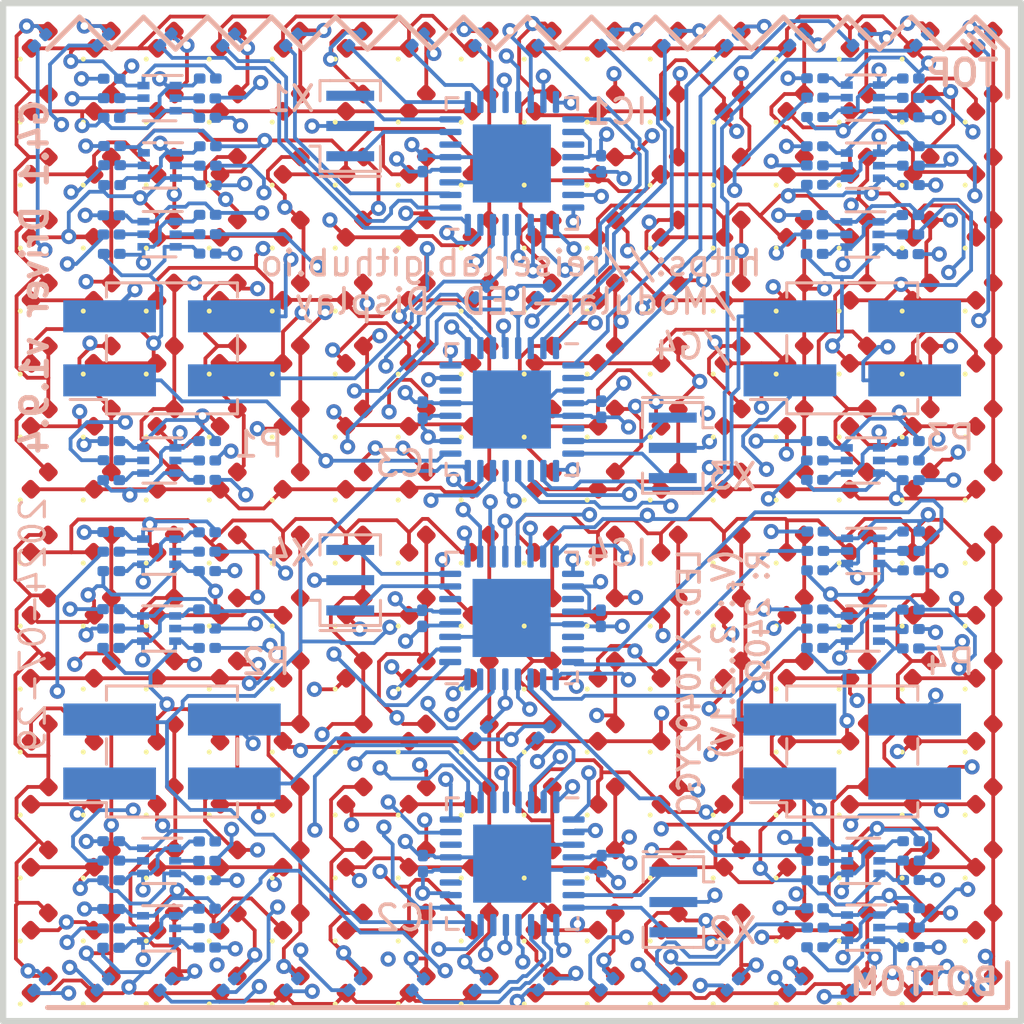
<source format=kicad_pcb>
(kicad_pcb (version 20240108) (generator "pcbnew") (generator_version "8.0")
  (title_block (title "G4.1 Driver 40mm ATMega") (date "2024-07-29") (rev "1.9.4") (company "Reiser Lab @ Janelia"))
  (layers (0 "F.Cu" signal) (1 "In1.Cu" signal) (2 "In2.Cu" signal) (3 "In3.Cu" signal) (4 "In4.Cu" signal) (31 "B.Cu" signal) (34 "B.Paste" user) (35 "F.Paste" user) (36 "B.SilkS" user "B.Silkscreen") (37 "F.SilkS" user "F.Silkscreen") (38 "B.Mask" user) (39 "F.Mask" user) (44 "Edge.Cuts" user))
  (net 0 "")
  (net 1 "+5V")
  (net 2 "/COL0_DRV0")
  (net 3 "/COL0_DRV1")
  (net 4 "/COL0_DRV2")
  (net 5 "/COL0_DRV3")
  (net 6 "/COL1_DRV0")
  (net 7 "/COL1_DRV1")
  (net 8 "/COL1_DRV2")
  (net 9 "/COL1_DRV3")
  (net 10 "/COL2_DRV0")
  (net 11 "/COL2_DRV1")
  (net 12 "/COL2_DRV2")
  (net 13 "/COL2_DRV3")
  (net 14 "/COL3_DRV0")
  (net 15 "/COL3_DRV1")
  (net 16 "/COL3_DRV2")
  (net 17 "/COL3_DRV3")
  (net 18 "/COL4_DRV0")
  (net 19 "/COL4_DRV1")
  (net 20 "/COL4_DRV2")
  (net 21 "/COL4_DRV3")
  (net 22 "/COL5_DRV0")
  (net 23 "/COL5_DRV1")
  (net 24 "/COL5_DRV2")
  (net 25 "/COL5_DRV3")
  (net 26 "/COL6_DRV0")
  (net 27 "/COL6_DRV1")
  (net 28 "/COL6_DRV2")
  (net 29 "/COL6_DRV3")
  (net 30 "/COL7_DRV0")
  (net 31 "/COL7_DRV1")
  (net 32 "/COL7_DRV2")
  (net 33 "/COL7_DRV3")
  (net 34 "/CS0")
  (net 35 "/CS1")
  (net 36 "/CS2")
  (net 37 "/CS3")
  (net 38 "/MISO")
  (net 39 "/MOSI")
  (net 40 "/RESET_DRV0")
  (net 41 "/RESET_DRV1")
  (net 42 "/RESET_DRV3")
  (net 43 "/ROW0_DRV0")
  (net 44 "/ROW0_DRV1")
  (net 45 "/ROW0_DRV2")
  (net 46 "/ROW0_DRV3")
  (net 47 "/ROW0_INV0")
  (net 48 "/ROW0_INV1")
  (net 49 "/ROW0_INV2")
  (net 50 "/ROW0_INV3")
  (net 51 "/ROW1_DRV0")
  (net 52 "/ROW1_DRV1")
  (net 53 "/ROW1_DRV2")
  (net 54 "/ROW1_DRV3")
  (net 55 "/ROW1_INV0")
  (net 56 "/ROW1_INV1")
  (net 57 "/ROW1_INV2")
  (net 58 "/ROW1_INV3")
  (net 59 "/ROW2_DRV0")
  (net 60 "/ROW2_DRV1")
  (net 61 "/ROW2_DRV2")
  (net 62 "/ROW2_DRV3")
  (net 63 "/ROW2_INV0")
  (net 64 "/ROW2_INV1")
  (net 65 "/ROW2_INV2")
  (net 66 "/ROW2_INV3")
  (net 67 "/ROW3_DRV0")
  (net 68 "/ROW3_DRV1")
  (net 69 "/ROW3_DRV2")
  (net 70 "/ROW3_DRV3")
  (net 71 "/ROW3_INV0")
  (net 72 "/ROW3_INV1")
  (net 73 "/ROW3_INV2")
  (net 74 "/ROW3_INV3")
  (net 75 "/ROW4_DRV0")
  (net 76 "/ROW4_DRV1")
  (net 77 "/ROW4_DRV2")
  (net 78 "/ROW4_DRV3")
  (net 79 "/ROW4_INV0")
  (net 80 "/ROW4_INV1")
  (net 81 "/ROW4_INV2")
  (net 82 "/ROW4_INV3")
  (net 83 "/ROW5_DRV0")
  (net 84 "/ROW5_DRV1")
  (net 85 "/ROW5_DRV2")
  (net 86 "/ROW5_DRV3")
  (net 87 "/ROW5_INV0")
  (net 88 "/ROW5_INV1")
  (net 89 "/ROW5_INV2")
  (net 90 "/ROW5_INV3")
  (net 91 "/ROW6_DRV0")
  (net 92 "/ROW6_DRV1")
  (net 93 "/ROW6_DRV2")
  (net 94 "/ROW6_DRV3")
  (net 95 "/ROW6_INV0")
  (net 96 "/ROW6_INV1")
  (net 97 "/ROW6_INV2")
  (net 98 "/ROW6_INV3")
  (net 99 "/ROW7_DRV0")
  (net 100 "/ROW7_DRV1")
  (net 101 "/ROW7_DRV2")
  (net 102 "/ROW7_DRV3")
  (net 103 "/ROW7_INV0")
  (net 104 "/ROW7_INV1")
  (net 105 "/ROW7_INV2")
  (net 106 "/ROW7_INV3")
  (net 107 "/SCK")
  (net 108 "/XTAL0_DRV0")
  (net 109 "/XTAL0_DRV1")
  (net 110 "/XTAL0_DRV2")
  (net 111 "/XTAL0_DRV3")
  (net 112 "/XTAL1_DRV0")
  (net 113 "/XTAL1_DRV1")
  (net 114 "/XTAL1_DRV2")
  (net 115 "/XTAL1_DRV3")
  (net 116 "GND")
  (net 117 "Net-(D1-A)")
  (net 118 "Net-(D10-A)")
  (net 119 "Net-(D17-A)")
  (net 120 "Net-(D25-A)")
  (net 121 "Net-(D33-A)")
  (net 122 "Net-(D41-A)")
  (net 123 "Net-(D49-A)")
  (net 124 "Net-(D57-A)")
  (net 125 "Net-(D65-A)")
  (net 126 "Net-(D73-A)")
  (net 127 "Net-(D81-A)")
  (net 128 "Net-(D89-A)")
  (net 129 "Net-(D100-A)")
  (net 130 "Net-(D105-A)")
  (net 131 "Net-(D113-A)")
  (net 132 "Net-(D121-A)")
  (net 133 "Net-(D129-A)")
  (net 134 "Net-(D137-A)")
  (net 135 "Net-(D145-A)")
  (net 136 "Net-(D153-A)")
  (net 137 "Net-(D161-A)")
  (net 138 "Net-(D169-A)")
  (net 139 "Net-(D177-A)")
  (net 140 "Net-(D185-A)")
  (net 141 "Net-(D193-A)")
  (net 142 "Net-(D201-A)")
  (net 143 "Net-(D209-A)")
  (net 144 "Net-(D217-A)")
  (net 145 "Net-(D225-A)")
  (net 146 "Net-(D233-A)")
  (net 147 "Net-(D241-A)")
  (net 148 "Net-(D249-A)")
  (net 155 "/RESET_DRV2")
  (net 161 "Net-(Q1A-G1)")
  (net 162 "Net-(Q1B-G2)")
  (net 163 "Net-(Q2A-G1)")
  (net 164 "Net-(Q2B-G2)")
  (net 165 "Net-(Q3A-G1)")
  (net 166 "Net-(Q3B-G2)")
  (net 167 "Net-(Q4A-G1)")
  (net 168 "Net-(Q4B-G2)")
  (net 169 "Net-(Q5A-G1)")
  (net 170 "Net-(Q5B-G2)")
  (net 171 "Net-(Q6A-G1)")
  (net 172 "Net-(Q6B-G2)")
  (net 173 "Net-(Q7A-G1)")
  (net 174 "Net-(Q7B-G2)")
  (net 175 "Net-(Q8A-G1)")
  (net 176 "Net-(Q8B-G2)")
  (net 177 "Net-(Q9A-G1)")
  (net 178 "Net-(Q9B-G2)")
  (net 179 "Net-(Q10A-G1)")
  (net 180 "Net-(Q10B-G2)")
  (net 181 "Net-(Q11A-G1)")
  (net 182 "Net-(Q11B-G2)")
  (net 183 "Net-(Q12A-G1)")
  (net 184 "Net-(Q12B-G2)")
  (net 185 "Net-(Q13A-G1)")
  (net 186 "Net-(Q13B-G2)")
  (net 187 "Net-(Q14A-G1)")
  (net 188 "Net-(Q14B-G2)")
  (net 189 "Net-(Q15A-G1)")
  (net 190 "Net-(Q15B-G2)")
  (net 191 "Net-(Q16A-G1)")
  (net 192 "Net-(Q16B-G2)")
  (footprint "driver_custom:LED_0402_1005Metric" (layer "F.Cu") (at 86.25 63.75 45)
    (property "Reference" "D182" (hide yes))
    (property "Value" "LED" (hide yes))
  )
  (footprint "driver_custom:LED_0402_1005Metric" (layer "F.Cu") (at 83.75 63.75 45)
    (property "Reference" "D174" (hide yes))
    (property "Value" "LED" (hide yes))
  )
  (footprint "driver_custom:LED_0402_1005Metric" (layer "F.Cu") (at 81.25 63.75 45)
    (property "Reference" "D166" (hide yes))
    (property "Value" "LED" (hide yes))
  )
  (footprint "driver_custom:LED_0402_1005Metric" (layer "F.Cu") (at 78.75 63.75 45)
    (property "Reference" "D158" (hide yes))
    (property "Value" "LED" (hide yes))
  )
  (footprint "driver_custom:LED_0402_1005Metric" (layer "F.Cu") (at 76.25 63.75 45)
    (property "Reference" "D150" (hide yes))
    (property "Value" "LED" (hide yes))
  )
  (footprint "driver_custom:LED_0402_1005Metric" (layer "F.Cu") (at 73.75 63.75 45)
    (property "Reference" "D142" (hide yes))
    (property "Value" "LED" (hide yes))
  )
  (footprint "driver_custom:LED_0402_1005Metric" (layer "F.Cu") (at 71.25 63.75 45)
    (property "Reference" "D134" (hide yes))
    (property "Value" "LED" (hide yes))
  )
  (footprint "driver_custom:LED_0402_1005Metric" (layer "F.Cu") (at 88.75 61.25 45)
    (property "Reference" "D189" (hide yes))
    (property "Value" "LED" (hide yes))
  )
  (footprint "driver_custom:LED_0402_1005Metric" (layer "F.Cu") (at 86.25 61.25 45)
    (property "Reference" "D181" (hide yes))
    (property "Value" "LED" (hide yes))
  )
  (footprint "driver_custom:LED_0402_1005Metric" (layer "F.Cu") (at 83.75 61.25 45)
    (property "Reference" "D173" (hide yes))
    (property "Value" "LED" (hide yes))
  )
  (footprint "driver_custom:LED_0402_1005Metric" (layer "F.Cu") (at 81.25 61.25 45)
    (property "Reference" "D165" (hide yes))
    (property "Value" "LED" (hide yes))
  )
  (footprint "driver_custom:LED_0402_1005Metric" (layer "F.Cu") (at 78.75 61.25 45)
    (property "Reference" "D157" (hide yes))
    (property "Value" "LED" (hide yes))
  )
  (footprint "driver_custom:LED_0402_1005Metric" (layer "F.Cu") (at 76.25 61.25 45)
    (property "Reference" "D149" (hide yes))
    (property "Value" "LED" (hide yes))
  )
  (footprint "driver_custom:LED_0402_1005Metric" (layer "F.Cu") (at 73.75 61.25 45)
    (property "Reference" "D141" (hide yes))
    (property "Value" "LED" (hide yes))
  )
  (footprint "driver_custom:LED_0402_1005Metric" (layer "F.Cu") (at 88.75 58.75 45)
    (property "Reference" "D188" (hide yes))
    (property "Value" "LED" (hide yes))
  )
  (footprint "driver_custom:LED_0402_1005Metric" (layer "F.Cu") (at 71.25 61.25 45)
    (property "Reference" "D133" (hide yes))
    (property "Value" "LED" (hide yes))
  )
  (footprint "driver_custom:LED_0402_1005Metric" (layer "F.Cu") (at 88.75 66.25 45)
    (property "Reference" "D191" (hide yes))
    (property "Value" "LED" (hide yes))
  )
  (footprint "driver_custom:LED_0402_1005Metric" (layer "F.Cu") (at 81.25 68.75 45)
    (property "Reference" "D168" (hide yes))
    (property "Value" "LED" (hide yes))
  )
  (footprint "driver_custom:LED_0402_1005Metric" (layer "F.Cu") (at 83.75 68.75 45)
    (property "Reference" "D176" (hide yes))
    (property "Value" "LED" (hide yes))
  )
  (footprint "driver_custom:LED_0402_1005Metric" (layer "F.Cu") (at 68.75 88.75 45)
    (property "Reference" "D128" (hide yes))
    (property "Value" "LED" (hide yes))
  )
  (footprint "driver_custom:LED_0402_1005Metric" (layer "F.Cu") (at 86.25 68.75 45)
    (property "Reference" "D184" (hide yes))
    (property "Value" "LED" (hide yes))
  )
  (footprint "driver_custom:LED_0402_1005Metric" (layer "F.Cu") (at 78.75 68.75 45)
    (property "Reference" "D160" (hide yes))
    (property "Value" "LED" (hide yes))
  )
  (footprint "driver_custom:LED_0402_1005Metric" (layer "F.Cu") (at 76.25 68.75 45)
    (property "Reference" "D152" (hide yes))
    (property "Value" "LED" (hide yes))
  )
  (footprint "driver_custom:LED_0402_1005Metric" (layer "F.Cu") (at 73.75 68.75 45)
    (property "Reference" "D144" (hide yes))
    (property "Value" "LED" (hide yes))
  )
  (footprint "driver_custom:LED_0402_1005Metric" (layer "F.Cu") (at 71.25 68.75 45)
    (property "Reference" "D136" (hide yes))
    (property "Value" "LED" (hide yes))
  )
  (footprint "driver_custom:LED_0402_1005Metric" (layer "F.Cu") (at 88.75 63.75 45)
    (property "Reference" "D190" (hide yes))
    (property "Value" "LED" (hide yes))
  )
  (footprint "driver_custom:LED_0402_1005Metric" (layer "F.Cu") (at 86.25 66.25 45)
    (property "Reference" "D183" (hide yes))
    (property "Value" "LED" (hide yes))
  )
  (footprint "driver_custom:LED_0402_1005Metric" (layer "F.Cu") (at 83.75 66.25 45)
    (property "Reference" "D175" (hide yes))
    (property "Value" "LED" (hide yes))
  )
  (footprint "driver_custom:LED_0402_1005Metric" (layer "F.Cu") (at 81.25 66.25 45)
    (property "Reference" "D167" (hide yes))
    (property "Value" "LED" (hide yes))
  )
  (footprint "driver_custom:LED_0402_1005Metric" (layer "F.Cu") (at 78.75 66.25 45)
    (property "Reference" "D159" (hide yes))
    (property "Value" "LED" (hide yes))
  )
  (footprint "driver_custom:LED_0402_1005Metric" (layer "F.Cu") (at 76.25 66.25 45)
    (property "Reference" "D151" (hide yes))
    (property "Value" "LED" (hide yes))
  )
  (footprint "driver_custom:LED_0402_1005Metric" (layer "F.Cu") (at 73.75 66.25 45)
    (property "Reference" "D143" (hide yes))
    (property "Value" "LED" (hide yes))
  )
  (footprint "driver_custom:LED_0402_1005Metric" (layer "F.Cu") (at 71.25 66.25 45)
    (property "Reference" "D135" (hide yes))
    (property "Value" "LED" (hide yes))
  )
  (footprint "driver_custom:LED_0402_1005Metric" (layer "F.Cu") (at 86.25 53.75 45)
    (property "Reference" "D178" (hide yes))
    (property "Value" "LED" (hide yes))
  )
  (footprint "driver_custom:LED_0402_1005Metric" (layer "F.Cu") (at 66.25 86.25 45)
    (property "Reference" "D119" (hide yes))
    (property "Value" "LED" (hide yes))
  )
  (footprint "driver_custom:LED_0402_1005Metric" (layer "F.Cu") (at 71.25 51.25 45)
    (property "Reference" "D129" (hide yes))
    (property "Value" "LED" (hide yes))
  )
  (footprint "driver_custom:LED_0402_1005Metric" (layer "F.Cu") (at 73.75 51.25 45)
    (property "Reference" "D137" (hide yes))
    (property "Value" "LED" (hide yes))
  )
  (footprint "driver_custom:LED_0402_1005Metric" (layer "F.Cu") (at 76.25 51.25 45)
    (property "Reference" "D145" (hide yes))
    (property "Value" "LED" (hide yes))
  )
  (footprint "driver_custom:LED_0402_1005Metric" (layer "F.Cu") (at 78.75 51.25 45)
    (property "Reference" "D153" (hide yes))
    (property "Value" "LED" (hide yes))
  )
  (footprint "driver_custom:LED_0402_1005Metric" (layer "F.Cu") (at 81.25 51.25 45)
    (property "Reference" "D161" (hide yes))
    (property "Value" "LED" (hide yes))
  )
  (footprint "driver_custom:LED_0402_1005Metric" (layer "F.Cu") (at 83.75 51.25 45)
    (property "Reference" "D169" (hide yes))
    (property "Value" "LED" (hide yes))
  )
  (footprint "driver_custom:LED_0402_1005Metric" (layer "F.Cu") (at 86.25 51.25 45)
    (property "Reference" "D177" (hide yes))
    (property "Value" "LED" (hide yes))
  )
  (footprint "driver_custom:LED_0402_1005Metric" (layer "F.Cu") (at 88.75 51.25 45)
    (property "Reference" "D185" (hide yes))
    (property "Value" "LED" (hide yes))
  )
  (footprint "driver_custom:LED_0402_1005Metric" (layer "F.Cu") (at 71.25 53.75 45)
    (property "Reference" "D130" (hide yes))
    (property "Value" "LED" (hide yes))
  )
  (footprint "driver_custom:LED_0402_1005Metric" (layer "F.Cu") (at 73.75 53.75 45)
    (property "Reference" "D138" (hide yes))
    (property "Value" "LED" (hide yes))
  )
  (footprint "driver_custom:LED_0402_1005Metric" (layer "F.Cu") (at 76.25 53.75 45)
    (property "Reference" "D146" (hide yes))
    (property "Value" "LED" (hide yes))
  )
  (footprint "driver_custom:LED_0402_1005Metric" (layer "F.Cu") (at 78.75 53.75 45)
    (property "Reference" "D154" (hide yes))
    (property "Value" "LED" (hide yes))
  )
  (footprint "driver_custom:LED_0402_1005Metric" (layer "F.Cu") (at 81.25 53.75 45)
    (property "Reference" "D162" (hide yes))
    (property "Value" "LED" (hide yes))
  )
  (footprint "driver_custom:LED_0402_1005Metric" (layer "F.Cu") (at 83.75 53.75 45)
    (property "Reference" "D170" (hide yes))
    (property "Value" "LED" (hide yes))
  )
  (footprint "driver_custom:LED_0402_1005Metric" (layer "F.Cu") (at 86.25 58.75 45)
    (property "Reference" "D180" (hide yes))
    (property "Value" "LED" (hide yes))
  )
  (footprint "driver_custom:LED_0402_1005Metric" (layer "F.Cu") (at 88.75 53.75 45)
    (property "Reference" "D186" (hide yes))
    (property "Value" "LED" (hide yes))
  )
  (footprint "driver_custom:LED_0402_1005Metric" (layer "F.Cu") (at 71.25 56.25 45)
    (property "Reference" "D131" (hide yes))
    (property "Value" "LED" (hide yes))
  )
  (footprint "driver_custom:LED_0402_1005Metric" (layer "F.Cu") (at 73.75 56.25 45)
    (property "Reference" "D139" (hide yes))
    (property "Value" "LED" (hide yes))
  )
  (footprint "driver_custom:LED_0402_1005Metric" (layer "F.Cu") (at 76.25 56.25 45)
    (property "Reference" "D147" (hide yes))
    (property "Value" "LED" (hide yes))
  )
  (footprint "driver_custom:LED_0402_1005Metric" (layer "F.Cu") (at 78.75 56.25 45)
    (property "Reference" "D155" (hide yes))
    (property "Value" "LED" (hide yes))
  )
  (footprint "driver_custom:LED_0402_1005Metric" (layer "F.Cu") (at 81.25 56.25 45)
    (property "Reference" "D163" (hide yes))
    (property "Value" "LED" (hide yes))
  )
  (footprint "driver_custom:LED_0402_1005Metric" (layer "F.Cu") (at 83.75 56.25 45)
    (property "Reference" "D171" (hide yes))
    (property "Value" "LED" (hide yes))
  )
  (footprint "driver_custom:LED_0402_1005Metric" (layer "F.Cu") (at 86.25 56.25 45)
    (property "Reference" "D179" (hide yes))
    (property "Value" "LED" (hide yes))
  )
  (footprint "driver_custom:LED_0402_1005Metric" (layer "F.Cu") (at 88.75 56.25 45)
    (property "Reference" "D187" (hide yes))
    (property "Value" "LED" (hide yes))
  )
  (footprint "driver_custom:LED_0402_1005Metric" (layer "F.Cu") (at 71.25 58.75 45)
    (property "Reference" "D132" (hide yes))
    (property "Value" "LED" (hide yes))
  )
  (footprint "driver_custom:LED_0402_1005Metric" (layer "F.Cu") (at 73.75 58.75 45)
    (property "Reference" "D140" (hide yes))
    (property "Value" "LED" (hide yes))
  )
  (footprint "driver_custom:LED_0402_1005Metric" (layer "F.Cu") (at 76.25 58.75 45)
    (property "Reference" "D148" (hide yes))
    (property "Value" "LED" (hide yes))
  )
  (footprint "driver_custom:LED_0402_1005Metric" (layer "F.Cu") (at 78.75 58.75 45)
    (property "Reference" "D156" (hide yes))
    (property "Value" "LED" (hide yes))
  )
  (footprint "driver_custom:LED_0402_1005Metric" (layer "F.Cu") (at 81.25 58.75 45)
    (property "Reference" "D164" (hide yes))
    (property "Value" "LED" (hide yes))
  )
  (footprint "driver_custom:LED_0402_1005Metric" (layer "F.Cu") (at 83.75 58.75 45)
    (property "Reference" "D172" (hide yes))
    (property "Value" "LED" (hide yes))
  )
  (footprint "driver_custom:LED_0402_1005Metric" (layer "F.Cu") (at 88.75 81.25 45)
    (property "Reference" "D253" (hide yes))
    (property "Value" "LED" (hide yes))
  )
  (footprint "driver_custom:LED_0402_1005Metric" (layer "F.Cu") (at 88.75 83.75 45)
    (property "Reference" "D254" (hide yes))
    (property "Value" "LED" (hide yes))
  )
  (footprint "driver_custom:LED_0402_1005Metric" (layer "F.Cu") (at 86.25 83.75 45)
    (property "Reference" "D246" (hide yes))
    (property "Value" "LED" (hide yes))
  )
  (footprint "driver_custom:LED_0402_1005Metric" (layer "F.Cu") (at 83.75 83.75 45)
    (property "Reference" "D238" (hide yes))
    (property "Value" "LED" (hide yes))
  )
  (footprint "driver_custom:LED_0402_1005Metric" (layer "F.Cu") (at 81.25 83.75 45)
    (property "Reference" "D230" (hide yes))
    (property "Value" "LED" (hide yes))
  )
  (footprint "driver_custom:LED_0402_1005Metric" (layer "F.Cu") (at 78.75 83.75 45)
    (property "Reference" "D222" (hide yes))
    (property "Value" "LED" (hide yes))
  )
  (footprint "driver_custom:LED_0402_1005Metric" (layer "F.Cu") (at 76.25 83.75 45)
    (property "Reference" "D214" (hide yes))
    (property "Value" "LED" (hide yes))
  )
  (footprint "driver_custom:LED_0402_1005Metric" (layer "F.Cu") (at 73.75 83.75 45)
    (property "Reference" "D206" (hide yes))
    (property "Value" "LED" (hide yes))
  )
  (footprint "driver_custom:LED_0402_1005Metric" (layer "F.Cu") (at 71.25 83.75 45)
    (property "Reference" "D198" (hide yes))
    (property "Value" "LED" (hide yes))
  )
  (footprint "driver_custom:LED_0402_1005Metric" (layer "F.Cu") (at 71.25 86.25 45)
    (property "Reference" "D199" (hide yes))
    (property "Value" "LED" (hide yes))
  )
  (footprint "driver_custom:LED_0402_1005Metric" (layer "F.Cu") (at 86.25 81.25 45)
    (property "Reference" "D245" (hide yes))
    (property "Value" "LED" (hide yes))
  )
  (footprint "driver_custom:LED_0402_1005Metric" (layer "F.Cu") (at 83.75 81.25 45)
    (property "Reference" "D237" (hide yes))
    (property "Value" "LED" (hide yes))
  )
  (footprint "driver_custom:LED_0402_1005Metric" (layer "F.Cu") (at 81.25 81.25 45)
    (property "Reference" "D229" (hide yes))
    (property "Value" "LED" (hide yes))
  )
  (footprint "driver_custom:LED_0402_1005Metric" (layer "F.Cu") (at 78.75 81.25 45)
    (property "Reference" "D221" (hide yes))
    (property "Value" "LED" (hide yes))
  )
  (footprint "driver_custom:LED_0402_1005Metric" (layer "F.Cu") (at 76.25 81.25 45)
    (property "Reference" "D213" (hide yes))
    (property "Value" "LED" (hide yes))
  )
  (footprint "driver_custom:LED_0402_1005Metric" (layer "F.Cu") (at 73.75 81.25 45)
    (property "Reference" "D205" (hide yes))
    (property "Value" "LED" (hide yes))
  )
  (footprint "driver_custom:LED_0402_1005Metric" (layer "F.Cu") (at 71.25 81.25 45)
    (property "Reference" "D197" (hide yes))
    (property "Value" "LED" (hide yes))
  )
  (footprint "driver_custom:LED_0402_1005Metric" (layer "F.Cu") (at 88.75 78.75 45)
    (property "Reference" "D252" (hide yes))
    (property "Value" "LED" (hide yes))
  )
  (footprint "driver_custom:LED_0402_1005Metric" (layer "F.Cu") (at 73.75 86.25 45)
    (property "Reference" "D207" (hide yes))
    (property "Value" "LED" (hide yes))
  )
  (footprint "driver_custom:LED_0402_1005Metric" (layer "F.Cu") (at 76.25 86.25 45)
    (property "Reference" "D215" (hide yes))
    (property "Value" "LED" (hide yes))
  )
  (footprint "driver_custom:LED_0402_1005Metric" (layer "F.Cu") (at 78.75 86.25 45)
    (property "Reference" "D223" (hide yes))
    (property "Value" "LED" (hide yes))
  )
  (footprint "driver_custom:LED_0402_1005Metric" (layer "F.Cu") (at 81.25 86.25 45)
    (property "Reference" "D231" (hide yes))
    (property "Value" "LED" (hide yes))
  )
  (footprint "driver_custom:LED_0402_1005Metric" (layer "F.Cu") (at 83.75 86.25 45)
    (property "Reference" "D239" (hide yes))
    (property "Value" "LED" (hide yes))
  )
  (footprint "driver_custom:LED_0402_1005Metric" (layer "F.Cu") (at 86.25 86.25 45)
    (property "Reference" "D247" (hide yes))
    (property "Value" "LED" (hide yes))
  )
  (footprint "driver_custom:LED_0402_1005Metric" (layer "F.Cu") (at 88.75 86.25 45)
    (property "Reference" "D255" (hide yes))
    (property "Value" "LED" (hide yes))
  )
  (footprint "driver_custom:LED_0402_1005Metric" (layer "F.Cu") (at 71.25 88.75 45)
    (property "Reference" "D200" (hide yes))
    (property "Value" "LED" (hide yes))
  )
  (footprint "driver_custom:LED_0402_1005Metric" (layer "F.Cu") (at 73.75 88.75 45)
    (property "Reference" "D208" (hide yes))
    (property "Value" "LED" (hide yes))
  )
  (footprint "driver_custom:LED_0402_1005Metric" (layer "F.Cu") (at 76.25 88.75 45)
    (property "Reference" "D216" (hide yes))
    (property "Value" "LED" (hide yes))
  )
  (footprint "driver_custom:LED_0402_1005Metric" (layer "F.Cu") (at 78.75 88.75 45)
    (property "Reference" "D224" (hide yes))
    (property "Value" "LED" (hide yes))
  )
  (footprint "driver_custom:LED_0402_1005Metric" (layer "F.Cu") (at 81.25 88.75 45)
    (property "Reference" "D232" (hide yes))
    (property "Value" "LED" (hide yes))
  )
  (footprint "driver_custom:LED_0402_1005Metric" (layer "F.Cu") (at 83.75 88.75 45)
    (property "Reference" "D240" (hide yes))
    (property "Value" "LED" (hide yes))
  )
  (footprint "driver_custom:LED_0402_1005Metric" (layer "F.Cu") (at 86.25 88.75 45)
    (property "Reference" "D248" (hide yes))
    (property "Value" "LED" (hide yes))
  )
  (footprint "driver_custom:LED_0402_1005Metric" (layer "F.Cu") (at 88.75 88.75 45)
    (property "Reference" "D256" (hide yes))
    (property "Value" "LED" (hide yes))
  )
  (footprint "driver_custom:LED_0402_1005Metric" (layer "F.Cu") (at 88.75 73.75 45)
    (property "Reference" "D250" (hide yes))
    (property "Value" "LED" (hide yes))
  )
  (footprint "driver_custom:LED_0402_1005Metric" (layer "F.Cu") (at 71.25 71.25 45)
    (property "Reference" "D193" (hide yes))
    (property "Value" "LED" (hide yes))
  )
  (footprint "driver_custom:LED_0402_1005Metric" (layer "F.Cu") (at 73.75 71.25 45)
    (property "Reference" "D201" (hide yes))
    (property "Value" "LED" (hide yes))
  )
  (footprint "driver_custom:LED_0402_1005Metric" (layer "F.Cu") (at 76.25 71.25 45)
    (property "Reference" "D209" (hide yes))
    (property "Value" "LED" (hide yes))
  )
  (footprint "driver_custom:LED_0402_1005Metric" (layer "F.Cu") (at 78.75 71.25 45)
    (property "Reference" "D217" (hide yes))
    (property "Value" "LED" (hide yes))
  )
  (footprint "driver_custom:LED_0402_1005Metric" (layer "F.Cu") (at 81.25 71.25 45)
    (property "Reference" "D225" (hide yes))
    (property "Value" "LED" (hide yes))
  )
  (footprint "driver_custom:LED_0402_1005Metric" (layer "F.Cu") (at 83.75 71.25 45)
    (property "Reference" "D233" (hide yes))
    (property "Value" "LED" (hide yes))
  )
  (footprint "driver_custom:LED_0402_1005Metric" (layer "F.Cu") (at 86.25 71.25 45)
    (property "Reference" "D241" (hide yes))
    (property "Value" "LED" (hide yes))
  )
  (footprint "driver_custom:LED_0402_1005Metric" (layer "F.Cu") (at 88.75 71.25 45)
    (property "Reference" "D249" (hide yes))
    (property "Value" "LED" (hide yes))
  )
  (footprint "driver_custom:LED_0402_1005Metric" (layer "F.Cu") (at 71.25 73.75 45)
    (property "Reference" "D194" (hide yes))
    (property "Value" "LED" (hide yes))
  )
  (footprint "driver_custom:LED_0402_1005Metric" (layer "F.Cu") (at 73.75 73.75 45)
    (property "Reference" "D202" (hide yes))
    (property "Value" "LED" (hide yes))
  )
  (footprint "driver_custom:LED_0402_1005Metric" (layer "F.Cu") (at 76.25 73.75 45)
    (property "Reference" "D210" (hide yes))
    (property "Value" "LED" (hide yes))
  )
  (footprint "driver_custom:LED_0402_1005Metric" (layer "F.Cu") (at 78.75 73.75 45)
    (property "Reference" "D218" (hide yes))
    (property "Value" "LED" (hide yes))
  )
  (footprint "driver_custom:LED_0402_1005Metric" (layer "F.Cu") (at 81.25 73.75 45)
    (property "Reference" "D226" (hide yes))
    (property "Value" "LED" (hide yes))
  )
  (footprint "driver_custom:LED_0402_1005Metric" (layer "F.Cu") (at 83.75 73.75 45)
    (property "Reference" "D234" (hide yes))
    (property "Value" "LED" (hide yes))
  )
  (footprint "driver_custom:LED_0402_1005Metric" (layer "F.Cu") (at 86.25 73.75 45)
    (property "Reference" "D242" (hide yes))
    (property "Value" "LED" (hide yes))
  )
  (footprint "driver_custom:LED_0402_1005Metric" (layer "F.Cu") (at 88.75 68.75 45)
    (property "Reference" "D192" (hide yes))
    (property "Value" "LED" (hide yes))
  )
  (footprint "driver_custom:LED_0402_1005Metric" (layer "F.Cu") (at 71.25 76.25 45)
    (property "Reference" "D195" (hide yes))
    (property "Value" "LED" (hide yes))
  )
  (footprint "driver_custom:LED_0402_1005Metric" (layer "F.Cu") (at 73.75 76.25 45)
    (property "Reference" "D203" (hide yes))
    (property "Value" "LED" (hide yes))
  )
  (footprint "driver_custom:LED_0402_1005Metric" (layer "F.Cu") (at 76.25 76.25 45)
    (property "Reference" "D211" (hide yes))
    (property "Value" "LED" (hide yes))
  )
  (footprint "driver_custom:LED_0402_1005Metric" (layer "F.Cu") (at 78.75 76.25 45)
    (property "Reference" "D219" (hide yes))
    (property "Value" "LED" (hide yes))
  )
  (footprint "driver_custom:LED_0402_1005Metric" (layer "F.Cu") (at 81.25 76.25 45)
    (property "Reference" "D227" (hide yes))
    (property "Value" "LED" (hide yes))
  )
  (footprint "driver_custom:LED_0402_1005Metric" (layer "F.Cu") (at 83.75 76.25 45)
    (property "Reference" "D235" (hide yes))
    (property "Value" "LED" (hide yes))
  )
  (footprint "driver_custom:LED_0402_1005Metric" (layer "F.Cu") (at 86.25 76.25 45)
    (property "Reference" "D243" (hide yes))
    (property "Value" "LED" (hide yes))
  )
  (footprint "driver_custom:LED_0402_1005Metric" (layer "F.Cu") (at 88.75 76.25 45)
    (property "Reference" "D251" (hide yes))
    (property "Value" "LED" (hide yes))
  )
  (footprint "driver_custom:LED_0402_1005Metric" (layer "F.Cu") (at 71.25 78.75 45)
    (property "Reference" "D196" (hide yes))
    (property "Value" "LED" (hide yes))
  )
  (footprint "driver_custom:LED_0402_1005Metric" (layer "F.Cu") (at 73.75 78.75 45)
    (property "Reference" "D204" (hide yes))
    (property "Value" "LED" (hide yes))
  )
  (footprint "driver_custom:LED_0402_1005Metric" (layer "F.Cu") (at 76.25 78.75 45)
    (property "Reference" "D212" (hide yes))
    (property "Value" "LED" (hide yes))
  )
  (footprint "driver_custom:LED_0402_1005Metric" (layer "F.Cu") (at 78.75 78.75 45)
    (property "Reference" "D220" (hide yes))
    (property "Value" "LED" (hide yes))
  )
  (footprint "driver_custom:LED_0402_1005Metric" (layer "F.Cu") (at 81.25 78.75 45)
    (property "Reference" "D228" (hide yes))
    (property "Value" "LED" (hide yes))
  )
  (footprint "driver_custom:LED_0402_1005Metric" (layer "F.Cu") (at 83.75 78.75 45)
    (property "Reference" "D236" (hide yes))
    (property "Value" "LED" (hide yes))
  )
  (footprint "driver_custom:LED_0402_1005Metric" (layer "F.Cu") (at 86.25 78.75 45)
    (property "Reference" "D244" (hide yes))
    (property "Value" "LED" (hide yes))
  )
  (footprint "driver_custom:LED_0402_1005Metric" (layer "F.Cu") (at 68.75 63.75 45)
    (property "Reference" "D62" (hide yes))
    (property "Value" "LED" (hide yes))
  )
  (footprint "driver_custom:LED_0402_1005Metric" (layer "F.Cu") (at 51.25 61.25 45)
    (property "Reference" "D5" (hide yes))
    (property "Value" "LED" (hide yes))
  )
  (footprint "driver_custom:LED_0402_1005Metric" (layer "F.Cu") (at 53.75 61.25 45)
    (property "Reference" "D13" (hide yes))
    (property "Value" "LED" (hide yes))
  )
  (footprint "driver_custom:LED_0402_1005Metric" (layer "F.Cu") (at 56.25 61.25 45)
    (property "Reference" "D21" (hide yes))
    (property "Value" "LED" (hide yes))
  )
  (footprint "driver_custom:LED_0402_1005Metric" (layer "F.Cu") (at 58.75 61.25 45)
    (property "Reference" "D29" (hide yes))
    (property "Value" "LED" (hide yes))
  )
  (footprint "driver_custom:LED_0402_1005Metric" (layer "F.Cu") (at 61.25 61.25 45)
    (property "Reference" "D37" (hide yes))
    (property "Value" "LED" (hide yes))
  )
  (footprint "driver_custom:LED_0402_1005Metric" (layer "F.Cu") (at 63.75 61.25 45)
    (property "Reference" "D45" (hide yes))
    (property "Value" "LED" (hide yes))
  )
  (footprint "driver_custom:LED_0402_1005Metric" (layer "F.Cu") (at 66.25 61.25 45)
    (property "Reference" "D53" (hide yes))
    (property "Value" "LED" (hide yes))
  )
  (footprint "driver_custom:LED_0402_1005Metric" (layer "F.Cu") (at 68.75 61.25 45)
    (property "Reference" "D61" (hide yes))
    (property "Value" "LED" (hide yes))
  )
  (footprint "driver_custom:LED_0402_1005Metric" (layer "F.Cu") (at 51.25 63.75 45)
    (property "Reference" "D6" (hide yes))
    (property "Value" "LED" (hide yes))
  )
  (footprint "driver_custom:LED_0402_1005Metric" (layer "F.Cu") (at 53.75 63.75 45)
    (property "Reference" "D14" (hide yes))
    (property "Value" "LED" (hide yes))
  )
  (footprint "driver_custom:LED_0402_1005Metric" (layer "F.Cu") (at 56.25 63.75 45)
    (property "Reference" "D22" (hide yes))
    (property "Value" "LED" (hide yes))
  )
  (footprint "driver_custom:LED_0402_1005Metric" (layer "F.Cu") (at 58.75 63.75 45)
    (property "Reference" "D30" (hide yes))
    (property "Value" "LED" (hide yes))
  )
  (footprint "driver_custom:LED_0402_1005Metric" (layer "F.Cu") (at 61.25 63.75 45)
    (property "Reference" "D38" (hide yes))
    (property "Value" "LED" (hide yes))
  )
  (footprint "driver_custom:LED_0402_1005Metric" (layer "F.Cu") (at 63.75 63.75 45)
    (property "Reference" "D46" (hide yes))
    (property "Value" "LED" (hide yes))
  )
  (footprint "driver_custom:LED_0402_1005Metric" (layer "F.Cu") (at 66.25 63.75 45)
    (property "Reference" "D54" (hide yes))
    (property "Value" "LED" (hide yes))
  )
  (footprint "driver_custom:LED_0402_1005Metric" (layer "F.Cu") (at 68.75 58.75 45)
    (property "Reference" "D60" (hide yes))
    (property "Value" "LED" (hide yes))
  )
  (footprint "driver_custom:LED_0402_1005Metric" (layer "F.Cu") (at 51.25 66.25 45)
    (property "Reference" "D7" (hide yes))
    (property "Value" "LED" (hide yes))
  )
  (footprint "driver_custom:LED_0402_1005Metric" (layer "F.Cu") (at 53.75 66.25 45)
    (property "Reference" "D15" (hide yes))
    (property "Value" "LED" (hide yes))
  )
  (footprint "driver_custom:LED_0402_1005Metric" (layer "F.Cu") (at 56.25 66.25 45)
    (property "Reference" "D23" (hide yes))
    (property "Value" "LED" (hide yes))
  )
  (footprint "driver_custom:LED_0402_1005Metric" (layer "F.Cu") (at 58.75 66.25 45)
    (property "Reference" "D31" (hide yes))
    (property "Value" "LED" (hide yes))
  )
  (footprint "driver_custom:LED_0402_1005Metric" (layer "F.Cu") (at 61.25 66.25 45)
    (property "Reference" "D39" (hide yes))
    (property "Value" "LED" (hide yes))
  )
  (footprint "driver_custom:LED_0402_1005Metric" (layer "F.Cu") (at 63.75 66.25 45)
    (property "Reference" "D47" (hide yes))
    (property "Value" "LED" (hide yes))
  )
  (footprint "driver_custom:LED_0402_1005Metric" (layer "F.Cu") (at 66.25 66.25 45)
    (property "Reference" "D55" (hide yes))
    (property "Value" "LED" (hide yes))
  )
  (footprint "driver_custom:LED_0402_1005Metric" (layer "F.Cu") (at 68.75 66.25 45)
    (property "Reference" "D63" (hide yes))
    (property "Value" "LED" (hide yes))
  )
  (footprint "driver_custom:LED_0402_1005Metric" (layer "F.Cu") (at 51.25 68.75 45)
    (property "Reference" "D8" (hide yes))
    (property "Value" "LED" (hide yes))
  )
  (footprint "driver_custom:LED_0402_1005Metric" (layer "F.Cu") (at 53.75 68.75 45)
    (property "Reference" "D16" (hide yes))
    (property "Value" "LED" (hide yes))
  )
  (footprint "driver_custom:LED_0402_1005Metric" (layer "F.Cu") (at 56.25 68.75 45)
    (property "Reference" "D24" (hide yes))
    (property "Value" "LED" (hide yes))
  )
  (footprint "driver_custom:LED_0402_1005Metric" (layer "F.Cu") (at 58.75 68.75 45)
    (property "Reference" "D32" (hide yes))
    (property "Value" "LED" (hide yes))
  )
  (footprint "driver_custom:LED_0402_1005Metric" (layer "F.Cu") (at 61.25 68.75 45)
    (property "Reference" "D40" (hide yes))
    (property "Value" "LED" (hide yes))
  )
  (footprint "driver_custom:LED_0402_1005Metric" (layer "F.Cu") (at 63.75 68.75 45)
    (property "Reference" "D48" (hide yes))
    (property "Value" "LED" (hide yes))
  )
  (footprint "driver_custom:LED_0402_1005Metric" (layer "F.Cu") (at 66.25 68.75 45)
    (property "Reference" "D56" (hide yes))
    (property "Value" "LED" (hide yes))
  )
  (footprint "driver_custom:LED_0402_1005Metric" (layer "F.Cu") (at 68.75 53.75 45)
    (property "Reference" "D58" (hide yes))
    (property "Value" "LED" (hide yes))
  )
  (footprint "driver_custom:LED_0402_1005Metric" (layer "F.Cu") (at 51.25 51.25 45)
    (property "Reference" "D1" (hide yes))
    (property "Value" "LED" (hide yes))
  )
  (footprint "driver_custom:LED_0402_1005Metric" (layer "F.Cu") (at 53.75 51.25 45)
    (property "Reference" "D9" (hide yes))
    (property "Value" "LED" (hide yes))
  )
  (footprint "driver_custom:LED_0402_1005Metric" (layer "F.Cu") (at 56.25 51.25 45)
    (property "Reference" "D17" (hide yes))
    (property "Value" "LED" (hide yes))
  )
  (footprint "driver_custom:LED_0402_1005Metric" (layer "F.Cu") (at 58.75 51.25 45)
    (property "Reference" "D25" (hide yes))
    (property "Value" "LED" (hide yes))
  )
  (footprint "driver_custom:LED_0402_1005Metric" (layer "F.Cu") (at 61.25 51.25 45)
    (property "Reference" "D33" (hide yes))
    (property "Value" "LED" (hide yes))
  )
  (footprint "driver_custom:LED_0402_1005Metric" (layer "F.Cu") (at 63.75 51.25 45)
    (property "Reference" "D41" (hide yes))
    (property "Value" "LED" (hide yes))
  )
  (footprint "driver_custom:LED_0402_1005Metric" (layer "F.Cu") (at 66.25 51.25 45)
    (property "Reference" "D49" (hide yes))
    (property "Value" "LED" (hide yes))
  )
  (footprint "driver_custom:LED_0402_1005Metric" (layer "F.Cu") (at 68.75 51.25 45)
    (property "Reference" "D57" (hide yes))
    (property "Value" "LED" (hide yes))
  )
  (footprint "driver_custom:LED_0402_1005Metric" (layer "F.Cu") (at 51.25 53.75 45)
    (property "Reference" "D2" (hide yes))
    (property "Value" "LED" (hide yes))
  )
  (footprint "driver_custom:LED_0402_1005Metric" (layer "F.Cu") (at 53.75 53.75 45)
    (property "Reference" "D10" (hide yes))
    (property "Value" "LED" (hide yes))
  )
  (footprint "driver_custom:LED_0402_1005Metric" (layer "F.Cu") (at 56.25 53.75 45)
    (property "Reference" "D18" (hide yes))
    (property "Value" "LED" (hide yes))
  )
  (footprint "driver_custom:LED_0402_1005Metric" (layer "F.Cu") (at 58.75 53.75 45)
    (property "Reference" "D26" (hide yes))
    (property "Value" "LED" (hide yes))
  )
  (footprint "driver_custom:LED_0402_1005Metric" (layer "F.Cu") (at 61.25 53.75 45)
    (property "Reference" "D34" (hide yes))
    (property "Value" "LED" (hide yes))
  )
  (footprint "driver_custom:LED_0402_1005Metric" (layer "F.Cu") (at 63.75 53.75 45)
    (property "Reference" "D42" (hide yes))
    (property "Value" "LED" (hide yes))
  )
  (footprint "driver_custom:LED_0402_1005Metric" (layer "F.Cu") (at 66.25 53.75 45)
    (property "Reference" "D50" (hide yes))
    (property "Value" "LED" (hide yes))
  )
  (footprint "driver_custom:LED_0402_1005Metric" (layer "F.Cu") (at 63.75 88.75 45)
    (property "Reference" "D112" (hide yes))
    (property "Value" "LED" (hide yes))
  )
  (footprint "driver_custom:LED_0402_1005Metric" (layer "F.Cu") (at 51.25 56.25 45)
    (property "Reference" "D3" (hide yes))
    (property "Value" "LED" (hide yes))
  )
  (footprint "driver_custom:LED_0402_1005Metric" (layer "F.Cu") (at 53.75 56.25 45)
    (property "Reference" "D11" (hide yes))
    (property "Value" "LED" (hide yes))
  )
  (footprint "driver_custom:LED_0402_1005Metric" (layer "F.Cu") (at 56.25 56.25 45)
    (property "Reference" "D19" (hide yes))
    (property "Value" "LED" (hide yes))
  )
  (footprint "driver_custom:LED_0402_1005Metric" (layer "F.Cu") (at 58.75 56.25 45)
    (property "Reference" "D27" (hide yes))
    (property "Value" "LED" (hide yes))
  )
  (footprint "driver_custom:LED_0402_1005Metric" (layer "F.Cu") (at 61.25 56.25 45)
    (property "Reference" "D35" (hide yes))
    (property "Value" "LED" (hide yes))
  )
  (footprint "driver_custom:LED_0402_1005Metric" (layer "F.Cu") (at 63.75 56.25 45)
    (property "Reference" "D43" (hide yes))
    (property "Value" "LED" (hide yes))
  )
  (footprint "driver_custom:LED_0402_1005Metric" (layer "F.Cu") (at 66.25 56.25 45)
    (property "Reference" "D51" (hide yes))
    (property "Value" "LED" (hide yes))
  )
  (footprint "driver_custom:LED_0402_1005Metric" (layer "F.Cu") (at 68.75 56.25 45)
    (property "Reference" "D59" (hide yes))
    (property "Value" "LED" (hide yes))
  )
  (footprint "driver_custom:LED_0402_1005Metric" (layer "F.Cu") (at 51.25 58.75 45)
    (property "Reference" "D4" (hide yes))
    (property "Value" "LED" (hide yes))
  )
  (footprint "driver_custom:LED_0402_1005Metric" (layer "F.Cu") (at 53.75 58.75 45)
    (property "Reference" "D12" (hide yes))
    (property "Value" "LED" (hide yes))
  )
  (footprint "driver_custom:LED_0402_1005Metric" (layer "F.Cu") (at 56.25 58.75 45)
    (property "Reference" "D20" (hide yes))
    (property "Value" "LED" (hide yes))
  )
  (footprint "driver_custom:LED_0402_1005Metric" (layer "F.Cu") (at 58.75 58.75 45)
    (property "Reference" "D28" (hide yes))
    (property "Value" "LED" (hide yes))
  )
  (footprint "driver_custom:LED_0402_1005Metric" (layer "F.Cu") (at 61.25 58.75 45)
    (property "Reference" "D36" (hide yes))
    (property "Value" "LED" (hide yes))
  )
  (footprint "driver_custom:LED_0402_1005Metric" (layer "F.Cu") (at 63.75 58.75 45)
    (property "Reference" "D44" (hide yes))
    (property "Value" "LED" (hide yes))
  )
  (footprint "driver_custom:LED_0402_1005Metric" (layer "F.Cu") (at 66.25 58.75 45)
    (property "Reference" "D52" (hide yes))
    (property "Value" "LED" (hide yes))
  )
  (footprint "driver_custom:LED_0402_1005Metric" (layer "F.Cu") (at 66.25 83.75 45)
    (property "Reference" "D118" (hide yes))
    (property "Value" "LED" (hide yes))
  )
  (footprint "driver_custom:LED_0402_1005Metric" (layer "F.Cu") (at 68.75 78.75 45)
    (property "Reference" "D124" (hide yes))
    (property "Value" "LED" (hide yes))
  )
  (footprint "driver_custom:LED_0402_1005Metric" (layer "F.Cu") (at 51.25 81.25 45)
    (property "Reference" "D69" (hide yes))
    (property "Value" "LED" (hide yes))
  )
  (footprint "driver_custom:LED_0402_1005Metric" (layer "F.Cu") (at 53.75 81.25 45)
    (property "Reference" "D77" (hide yes))
    (property "Value" "LED" (hide yes))
  )
  (footprint "driver_custom:LED_0402_1005Metric" (layer "F.Cu") (at 56.25 81.25 45)
    (property "Reference" "D85" (hide yes))
    (property "Value" "LED" (hide yes))
  )
  (footprint "driver_custom:LED_0402_1005Metric" (layer "F.Cu") (at 58.75 81.25 45)
    (property "Reference" "D93" (hide yes))
    (property "Value" "LED" (hide yes))
  )
  (footprint "driver_custom:LED_0402_1005Metric" (layer "F.Cu") (at 61.25 81.25 45)
    (property "Reference" "D101" (hide yes))
    (property "Value" "LED" (hide yes))
  )
  (footprint "driver_custom:LED_0402_1005Metric" (layer "F.Cu") (at 63.75 81.25 45)
    (property "Reference" "D109" (hide yes))
    (property "Value" "LED" (hide yes))
  )
  (footprint "driver_custom:LED_0402_1005Metric" (layer "F.Cu") (at 66.25 81.25 45)
    (property "Reference" "D117" (hide yes))
    (property "Value" "LED" (hide yes))
  )
  (footprint "driver_custom:LED_0402_1005Metric" (layer "F.Cu") (at 68.75 81.25 45)
    (property "Reference" "D125" (hide yes))
    (property "Value" "LED" (hide yes))
  )
  (footprint "driver_custom:LED_0402_1005Metric" (layer "F.Cu") (at 51.25 83.75 45)
    (property "Reference" "D70" (hide yes))
    (property "Value" "LED" (hide yes))
  )
  (footprint "driver_custom:LED_0402_1005Metric" (layer "F.Cu") (at 53.75 83.75 45)
    (property "Reference" "D78" (hide yes))
    (property "Value" "LED" (hide yes))
  )
  (footprint "driver_custom:LED_0402_1005Metric" (layer "F.Cu") (at 56.25 83.75 45)
    (property "Reference" "D86" (hide yes))
    (property "Value" "LED" (hide yes))
  )
  (footprint "driver_custom:LED_0402_1005Metric" (layer "F.Cu") (at 58.75 83.75 45)
    (property "Reference" "D94" (hide yes))
    (property "Value" "LED" (hide yes))
  )
  (footprint "driver_custom:LED_0402_1005Metric" (layer "F.Cu") (at 61.25 83.75 45)
    (property "Reference" "D102" (hide yes))
    (property "Value" "LED" (hide yes))
  )
  (footprint "driver_custom:LED_0402_1005Metric" (layer "F.Cu") (at 63.75 83.75 45)
    (property "Reference" "D110" (hide yes))
    (property "Value" "LED" (hide yes))
  )
  (footprint "driver_custom:LED_0402_1005Metric" (layer "F.Cu") (at 51.25 71.25 45)
    (property "Reference" "D65" (hide yes))
    (property "Value" "LED" (hide yes))
  )
  (footprint "driver_custom:LED_0402_1005Metric" (layer "F.Cu") (at 68.75 83.75 45)
    (property "Reference" "D126" (hide yes))
    (property "Value" "LED" (hide yes))
  )
  (footprint "driver_custom:LED_0402_1005Metric" (layer "F.Cu") (at 51.25 86.25 45)
    (property "Reference" "D71" (hide yes))
    (property "Value" "LED" (hide yes))
  )
  (footprint "driver_custom:LED_0402_1005Metric" (layer "F.Cu") (at 53.75 86.25 45)
    (property "Reference" "D79" (hide yes))
    (property "Value" "LED" (hide yes))
  )
  (footprint "driver_custom:LED_0402_1005Metric" (layer "F.Cu") (at 56.25 86.25 45)
    (property "Reference" "D87" (hide yes))
    (property "Value" "LED" (hide yes))
  )
  (footprint "driver_custom:LED_0402_1005Metric" (layer "F.Cu") (at 58.75 86.25 45)
    (property "Reference" "D95" (hide yes))
    (property "Value" "LED" (hide yes))
  )
  (footprint "driver_custom:LED_0402_1005Metric" (layer "F.Cu") (at 61.25 86.25 45)
    (property "Reference" "D103" (hide yes))
    (property "Value" "LED" (hide yes))
  )
  (footprint "driver_custom:LED_0402_1005Metric" (layer "F.Cu") (at 63.75 86.25 45)
    (property "Reference" "D111" (hide yes))
    (property "Value" "LED" (hide yes))
  )
  (footprint "driver_custom:LED_0402_1005Metric" (layer "F.Cu") (at 68.75 86.25 45)
    (property "Reference" "D127" (hide yes))
    (property "Value" "LED" (hide yes))
  )
  (footprint "driver_custom:LED_0402_1005Metric" (layer "F.Cu") (at 51.25 88.75 45)
    (property "Reference" "D72" (hide yes))
    (property "Value" "LED" (hide yes))
  )
  (footprint "driver_custom:LED_0402_1005Metric" (layer "F.Cu") (at 53.75 88.75 45)
    (property "Reference" "D80" (hide yes))
    (property "Value" "LED" (hide yes))
  )
  (footprint "driver_custom:LED_0402_1005Metric" (layer "F.Cu") (at 56.25 88.75 45)
    (property "Reference" "D88" (hide yes))
    (property "Value" "LED" (hide yes))
  )
  (footprint "driver_custom:LED_0402_1005Metric" (layer "F.Cu") (at 58.75 88.75 45)
    (property "Reference" "D96" (hide yes))
    (property "Value" "LED" (hide yes))
  )
  (footprint "driver_custom:LED_0402_1005Metric" (layer "F.Cu") (at 61.25 88.75 45)
    (property "Reference" "D104" (hide yes))
    (property "Value" "LED" (hide yes))
  )
  (footprint "driver_custom:LED_0402_1005Metric" (layer "F.Cu") (at 66.25 88.75 45)
    (property "Reference" "D120" (hide yes))
    (property "Value" "LED" (hide yes))
  )
  (footprint "driver_custom:LED_0402_1005Metric" (layer "F.Cu") (at 63.75 78.75 45)
    (property "Reference" "D108" (hide yes))
    (property "Value" "LED" (hide yes))
  )
  (footprint "driver_custom:LED_0402_1005Metric" (layer "F.Cu") (at 68.75 68.75 45)
    (property "Reference" "D64" (hide yes))
    (property "Value" "LED" (hide yes))
  )
  (footprint "driver_custom:LED_0402_1005Metric" (layer "F.Cu") (at 53.75 71.25 45)
    (property "Reference" "D73" (hide yes))
    (property "Value" "LED" (hide yes))
  )
  (footprint "driver_custom:LED_0402_1005Metric" (layer "F.Cu") (at 56.25 71.25 45)
    (property "Reference" "D81" (hide yes))
    (property "Value" "LED" (hide yes))
  )
  (footprint "driver_custom:LED_0402_1005Metric" (layer "F.Cu") (at 58.75 71.25 45)
    (property "Reference" "D89" (hide yes))
    (property "Value" "LED" (hide yes))
  )
  (footprint "driver_custom:LED_0402_1005Metric" (layer "F.Cu") (at 61.25 71.25 45)
    (property "Reference" "D97" (hide yes))
    (property "Value" "LED" (hide yes))
  )
  (footprint "driver_custom:LED_0402_1005Metric" (layer "F.Cu") (at 63.75 71.25 45)
    (property "Reference" "D105" (hide yes))
    (property "Value" "LED" (hide yes))
  )
  (footprint "driver_custom:LED_0402_1005Metric" (layer "F.Cu") (at 66.25 71.25 45)
    (property "Reference" "D113" (hide yes))
    (property "Value" "LED" (hide yes))
  )
  (footprint "driver_custom:LED_0402_1005Metric" (layer "F.Cu") (at 66.25 78.75 45)
    (property "Reference" "D116" (hide yes))
    (property "Value" "LED" (hide yes))
  )
  (footprint "driver_custom:LED_0402_1005Metric" (layer "F.Cu") (at 68.75 71.25 45)
    (property "Reference" "D121" (hide yes))
    (property "Value" "LED" (hide yes))
  )
  (footprint "driver_custom:LED_0402_1005Metric" (layer "F.Cu") (at 51.25 73.75 45)
    (property "Reference" "D66" (hide yes))
    (property "Value" "LED" (hide yes))
  )
  (footprint "driver_custom:LED_0402_1005Metric" (layer "F.Cu") (at 53.75 73.75 45)
    (property "Reference" "D74" (hide yes))
    (property "Value" "LED" (hide yes))
  )
  (footprint "driver_custom:LED_0402_1005Metric" (layer "F.Cu") (at 56.25 73.75 45)
    (property "Reference" "D82" (hide yes))
    (property "Value" "LED" (hide yes))
  )
  (footprint "driver_custom:LED_0402_1005Metric" (layer "F.Cu") (at 58.75 73.75 45)
    (property "Reference" "D90" (hide yes))
    (property "Value" "LED" (hide yes))
  )
  (footprint "driver_custom:LED_0402_1005Metric" (layer "F.Cu") (at 61.25 73.75 45)
    (property "Reference" "D98" (hide yes))
    (property "Value" "LED" (hide yes))
  )
  (footprint "driver_custom:LED_0402_1005Metric" (layer "F.Cu") (at 63.75 73.75 45)
    (property "Reference" "D106" (hide yes))
    (property "Value" "LED" (hide yes))
  )
  (footprint "driver_custom:LED_0402_1005Metric" (layer "F.Cu") (at 68.75 73.75 45)
    (property "Reference" "D122" (hide yes))
    (property "Value" "LED" (hide yes))
  )
  (footprint "driver_custom:LED_0402_1005Metric" (layer "F.Cu") (at 66.25 73.75 45)
    (property "Reference" "D114" (hide yes))
    (property "Value" "LED" (hide yes))
  )
  (footprint "driver_custom:LED_0402_1005Metric" (layer "F.Cu") (at 61.25 78.75 45)
    (property "Reference" "D100" (hide yes))
    (property "Value" "LED" (hide yes))
  )
  (footprint "driver_custom:LED_0402_1005Metric" (layer "F.Cu") (at 58.75 78.75 45)
    (property "Reference" "D92" (hide yes))
    (property "Value" "LED" (hide yes))
  )
  (footprint "driver_custom:LED_0402_1005Metric" (layer "F.Cu") (at 56.25 78.75 45)
    (property "Reference" "D84" (hide yes))
    (property "Value" "LED" (hide yes))
  )
  (footprint "driver_custom:LED_0402_1005Metric" (layer "F.Cu") (at 53.75 78.75 45)
    (property "Reference" "D76" (hide yes))
    (property "Value" "LED" (hide yes))
  )
  (footprint "driver_custom:LED_0402_1005Metric" (layer "F.Cu") (at 51.25 78.75 45)
    (property "Reference" "D68" (hide yes))
    (property "Value" "LED" (hide yes))
  )
  (footprint "driver_custom:LED_0402_1005Metric" (layer "F.Cu") (at 68.75 76.25 45)
    (property "Reference" "D123" (hide yes))
    (property "Value" "LED" (hide yes))
  )
  (footprint "driver_custom:LED_0402_1005Metric" (layer "F.Cu") (at 66.25 76.25 45)
    (property "Reference" "D115" (hide yes))
    (property "Value" "LED" (hide yes))
  )
  (footprint "driver_custom:LED_0402_1005Metric" (layer "F.Cu") (at 63.75 76.25 45)
    (property "Reference" "D107" (hide yes))
    (property "Value" "LED" (hide yes))
  )
  (footprint "driver_custom:LED_0402_1005Metric" (layer "F.Cu") (at 61.25 76.25 45)
    (property "Reference" "D99" (hide yes))
    (property "Value" "LED" (hide yes))
  )
  (footprint "driver_custom:LED_0402_1005Metric" (layer "F.Cu") (at 58.75 76.25 45)
    (property "Reference" "D91" (hide yes))
    (property "Value" "LED" (hide yes))
  )
  (footprint "driver_custom:LED_0402_1005Metric" (layer "F.Cu") (at 56.25 76.25 45)
    (property "Reference" "D83" (hide yes))
    (property "Value" "LED" (hide yes))
  )
  (footprint "driver_custom:LED_0402_1005Metric" (layer "F.Cu") (at 53.75 76.25 45)
    (property "Reference" "D75" (hide yes))
    (property "Value" "LED" (hide yes))
  )
  (footprint "driver_custom:LED_0402_1005Metric" (layer "F.Cu") (at 51.25 76.25 45)
    (property "Reference" "D67" (hide yes))
    (property "Value" "LED" (hide yes))
  )
  (footprint "driver_custom:PinHeader_2x02_P2.54mm_Vertical_SMD" (layer "B.Cu") (at 83.5 79.5)
    (property "Reference" "P4")
    (property "Value" "CONN_2X2" (hide yes))
  )
  (footprint "driver_custom:PinHeader_2x02_P2.54mm_Vertical_SMD" (layer "B.Cu") (at 83.5 63.5)
    (property "Reference" "P3")
    (property "Value" "CONN_2X2" (hide yes))
  )
  (footprint "driver_custom:PinHeader_2x02_P2.54mm_Vertical_SMD" (layer "B.Cu") (at 56.5 79.5)
    (property "Reference" "P2")
    (property "Value" "CONN_2X2" (hide yes))
  )
  (footprint "driver_custom:PinHeader_2x02_P2.54mm_Vertical_SMD" (layer "B.Cu") (at 56.5 63.5)
    (property "Reference" "P1")
    (property "Value" "CONN_2X2" (hide yes))
  )
  (footprint "Package_DFN_QFN:QFN-32-1EP_5x5mm_P0.5mm_EP3.1x3.1mm" (layer "B.Cu") (at 69.99 56.1625)
    (property "Reference" "IC1")
    (property "Value" "ATMEGA328P-M" (hide yes))
  )
  (footprint "Package_DFN_QFN:QFN-32-1EP_5x5mm_P0.5mm_EP3.1x3.1mm" (layer "B.Cu") (at 70.0025 83.95 180)
    (property "Reference" "IC2")
    (property "Value" "ATMEGA328P-M" (hide yes))
  )
  (footprint "Package_DFN_QFN:QFN-32-1EP_5x5mm_P0.5mm_EP3.1x3.1mm" (layer "B.Cu") (at 69.99 65.9275 180)
    (property "Reference" "IC3")
    (property "Value" "ATMEGA328P-M" (hide yes))
  )
  (footprint "Package_DFN_QFN:QFN-32-1EP_5x5mm_P0.5mm_EP3.1x3.1mm" (layer "B.Cu") (at 69.98 74.2)
    (property "Reference" "IC4")
    (property "Value" "ATMEGA328P-M" (hide yes))
  )
  (footprint "driver_custom:R_0201_0603Metric" (layer "B.Cu") (at 71.254 51.246 45)
    (property "Reference" "R21" (hide yes))
    (property "Value" "180" (hide yes))
  )
  (footprint "driver_custom:R_0201_0603Metric" (layer "B.Cu") (at 54.09 86.52)
    (property "Reference" "R66" (hide yes))
    (property "Value" "100" (hide yes))
  )
  (footprint "driver_custom:R_0201_0603Metric" (layer "B.Cu") (at 82.033 83.08)
    (property "Reference" "R92" (hide yes))
    (property "Value" "1k" (hide yes))
  )
  (footprint "driver_custom:R_0201_0603Metric" (layer "B.Cu") (at 57.915 58.97 180)
    (property "Reference" "R45" (hide yes))
    (property "Value" "100" (hide yes))
  )
  (footprint "driver_custom:SC-89-6" (layer "B.Cu") (at 56.02 56.24 180)
    (property "Reference" "Q2" (hide yes))
    (property "Value" "NMOS" (hide yes))
  )
  (footprint "driver_custom:C_0201_0603Metric" (layer "B.Cu") (at 54.11 54.35)
    (property "Reference" "C6" (hide yes))
    (property "Value" "200pF" (hide yes))
  )
  (footprint "driver_custom:C_0201_0603Metric" (layer "B.Cu") (at 82.028 84.61)
    (property "Reference" "C30" (hide yes))
    (property "Value" "200pF" (hide yes))
  )
  (footprint "driver_custom:R_0201_0603Metric" (layer "B.Cu") (at 56.254 88.746 45)
    (property "Reference" "R15" (hide yes))
    (property "Value" "180" (hide yes))
  )
  (footprint "driver_custom:R_0201_0603Metric" (layer "B.Cu") (at 85.843 84.6 180)
    (property "Reference" "R88" (hide yes))
    (property "Value" "1k" (hide yes))
  )
  (footprint "driver_custom:R_0201_0603Metric" (layer "B.Cu") (at 51.25 88.75 45)
    (property "Reference" "R13" (hide yes))
    (property "Value" "180" (hide yes))
  )
  (footprint "driver_custom:C_0201_0603Metric" (layer "B.Cu") (at 82.015 68.72)
    (property "Reference" "C28" (hide yes))
    (property "Value" "200pF" (hide yes))
  )
  (footprint "driver_custom:R_0201_0603Metric" (layer "B.Cu") (at 82.035 70.77)
    (property "Reference" "R87" (hide yes))
    (property "Value" "1k" (hide yes))
  )
  (footprint "driver_custom:R_0201_0603Metric" (layer "B.Cu") (at 54.085 73.85)
    (property "Reference" "R63" (hide yes))
    (property "Value" "1k" (hide yes))
  )
  (footprint "driver_custom:R_0201_0603Metric" (layer "B.Cu") (at 57.888 84.61 180)
    (property "Reference" "R60" (hide yes))
    (property "Value" "1k" (hide yes))
  )
  (footprint "driver_custom:R_0201_0603Metric" (layer "B.Cu") (at 66.254 51.246 45)
    (property "Reference" "R11" (hide yes))
    (property "Value" "180" (hide yes))
  )
  (footprint "driver_custom:R_0201_0603Metric" (layer "B.Cu") (at 71.264 88.736 45)
    (property "Reference" "R29" (hide yes))
    (property "Value" "180" (hide yes))
  )
  (footprint "driver_custom:R_0201_0603Metric" (layer "B.Cu") (at 57.905 54.35 180)
    (property "Reference" "R40" (hide yes))
    (property "Value" "1k" (hide yes))
  )
  (footprint "driver_custom:C_0201_0603Metric" (layer "B.Cu") (at 57.92 52.79 180)
    (property "Reference" "C5" (hide yes))
    (property "Value" "200pF" (hide yes))
  )
  (footprint "driver_custom:C_0201_0603Metric" (layer "B.Cu") (at 57.895 67.18 180)
    (property "Reference" "C11" (hide yes))
    (property "Value" "200pF" (hide yes))
  )
  (footprint "driver_custom:R_0201_0603Metric" (layer "B.Cu") (at 57.915 59.74 180)
    (property "Reference" "R48" (hide yes))
    (property "Value" "1k" (hide yes))
  )
  (footprint "driver_custom:R_0201_0603Metric" (layer "B.Cu") (at 86.264 88.736 45)
    (property "Reference" "R35" (hide yes))
    (property "Value" "180" (hide yes))
  )
  (footprint "driver_custom:R_0201_0603Metric" (layer "B.Cu") (at 88.754 51.256 45)
    (property "Reference" "R28" (hide yes))
    (property "Value" "180" (hide yes))
  )
  (footprint "driver_custom:R_0201_0603Metric" (layer "B.Cu") (at 81.995 58.98)
    (property "Reference" "R74" (hide yes))
    (property "Value" "100" (hide yes))
  )
  (footprint "driver_custom:R_0201_0603Metric" (layer "B.Cu") (at 63.744 51.256 45)
    (property "Reference" "R10" (hide yes))
    (property "Value" "180" (hide yes))
  )
  (footprint "driver_custom:R_0201_0603Metric" (layer "B.Cu") (at 57.895 86.51 180)
    (property "Reference" "R62" (hide yes))
    (property "Value" "100" (hide yes))
  )
  (footprint "driver_custom:R_0201_0603Metric" (layer "B.Cu") (at 66.254 88.746 45)
    (property "Reference" "R19" (hide yes))
    (property "Value" "180" (hide yes))
  )
  (footprint "driver_custom:SC-89-6" (layer "B.Cu") (at 83.92 67.95 180)
    (property "Reference" "Q12" (hide yes))
    (property "Value" "NMOS" (hide yes))
  )
  (footprint "driver_custom:C_0201_0603Metric" (layer "B.Cu") (at 54.09 68.73)
    (property "Reference" "C12" (hide yes))
    (property "Value" "200pF" (hide yes))
  )
  (footprint "driver_custom:R_0201_0603Metric" (layer "B.Cu") (at 85.825 75.41 180)
    (property "Reference" "R99" (hide yes))
    (property "Value" "1k" (hide yes))
  )
  (footprint "driver_custom:R_0201_0603Metric" (layer "B.Cu") (at 73.764 88.736 45)
    (property "Reference" "R30" (hide yes))
    (property "Value" "180" (hide yes))
  )
  (footprint "driver_custom:C_0201_0603Metric" (layer "B.Cu") (at 57.895 70.8 180)
    (property "Reference" "C13" (hide yes))
    (property "Value" "200pF" (hide yes))
  )
  (footprint "driver_custom:C_0201_0603Metric" (layer "B.Cu") (at 66.43 74.215 90)
    (property "Reference" "C4" (hide yes))
    (property "Value" "0.1uF" (hide yes))
  )
  (footprint "driver_custom:R_0201_0603Metric" (layer "B.Cu") (at 78.7563 88.7437 45)
    (property "Reference" "R32" (hide yes))
    (property "Value" "180" (hide yes))
  )
  (footprint "driver_custom:R_0201_0603Metric" (layer "B.Cu") (at 68.7737 61.2663 -135)
    (property "Reference" "R1" (hide yes))
    (property "Value" "4.7k" (hide yes))
  )
  (footprint "driver_custom:R_0201_0603Metric" (layer "B.Cu") (at 81.244 88.756 45)
    (property "Reference" "R33" (hide yes))
    (property "Value" "180" (hide yes))
  )
  (footprint "driver_custom:R_0201_0603Metric" (layer "B.Cu") (at 54.11 52.8)
    (property "Reference" "R38" (hide yes))
    (property "Value" "1k" (hide yes))
  )
  (footprint "driver_custom:C_0201_0603Metric" (layer "B.Cu") (at 73.5525 83.951 -90)
    (property "Reference" "C2" (hide yes))
    (property "Value" "0.1uF" (hide yes))
  )
  (footprint "driver_custom:R_0201_0603Metric" (layer "B.Cu") (at 57.895 74.62 180)
    (property "Reference" "R61" (hide yes))
    (property "Value" "100" (hide yes))
  )
  (footprint "driver_custom:C_0201_0603Metric" (layer "B.Cu") (at 85.825 55.48 180)
    (property "Reference" "C25" (hide yes))
    (property "Value" "200pF" (hide yes))
  )
  (footprint "driver_custom:R_0201_0603Metric" (layer "B.Cu") (at 54.088 83.06)
    (property "Reference" "R56" (hide yes))
    (property "Value" "1k" (hide yes))
  )
  (footprint "driver_custom:C_0201_0603Metric" (layer "B.Cu") (at 66.45 56.165 90)
    (property "Reference" "C1" (hide yes))
    (property "Value" "0.1uF" (hide yes))
  )
  (footprint "driver_custom:SC-89-6" (layer "B.Cu") (at 55.99 74.62 180)
    (property "Reference" "Q6" (hide yes))
    (property "Value" "NMOS" (hide yes))
  )
  (footprint "driver_custom:R_0201_0603Metric" (layer "B.Cu") (at 82.023 85.72)
    (property "Reference" "R96" (hide yes))
    (property "Value" "1k" (hide yes))
  )
  (footprint "driver_custom:R_0201_0603Metric" (layer "B.Cu") (at 85.843 83.83 180)
    (property "Reference" "R90" (hide yes))
    (property "Value" "100" (hide yes))
  )
  (footprint "driver_custom:C_0201_0603Metric" (layer "B.Cu") (at 54.088 84.61)
    (property "Reference" "C16" (hide yes))
    (property "Value" "200pF" (hide yes))
  )
  (footprint "driver_custom:C_0201_0603Metric" (layer "B.Cu") (at 57.898 83.07 180)
    (property "Reference" "C14" (hide yes))
    (property "Value" "200pF" (hide yes))
  )
  (footprint "driver_custom:R_0201_0603Metric" (layer "B.Cu") (at 53.754 51.256 45)
    (property "Reference" "R6" (hide yes))
    (property "Value" "180" (hide yes))
  )
  (footprint "driver_custom:SC-89-6" (layer "B.Cu") (at 83.922 74.62 180)
    (property "Reference" "Q14" (hide yes))
    (property "Value" "NMOS" (hide yes))
  )
  (footprint "driver_custom:C_0201_0603Metric" (layer "B.Cu") (at 54.11 59.75)
    (property "Reference" "C10" (hide yes))
    (property "Value" "200pF" (hide yes))
  )
  (footprint "driver_custom:R_0201_0603Metric" (layer "B.Cu") (at 68.7463 88.7537 45)
    (property "Reference" "R20" (hide yes))
    (property "Value" "180" (hide yes))
  )
  (footprint "driver_custom:C_0201_0603Metric" (layer "B.Cu") (at 54.095 72.34)
    (property "Reference" "C15" (hide yes))
    (property "Value" "200pF" (hide yes))
  )
  (footprint "driver_custom:C_0201_0603Metric" (layer "B.Cu") (at 54.123 57.02)
    (property "Reference" "C8" (hide yes))
    (property "Value" "200pF" (hide yes))
  )
  (footprint "driver_custom:R_0201_0603Metric" (layer "B.Cu") (at 85.833 87.26 180)
    (property "Reference" "R100" (hide yes))
    (property "Value" "1k" (hide yes))
  )
  (footprint "driver_custom:R_0201_0603Metric" (layer "B.Cu") (at 85.825 56.25 180)
    (property "Reference" "R77" (hide yes))
    (property "Value" "100" (hide yes))
  )
  (footprint "driver_custom:R_0201_0603Metric" (layer "B.Cu") (at 68.754 51.256 45)
    (property "Reference" "R12" (hide yes))
    (property "Value" "180" (hide yes))
  )
  (footprint "driver_custom:C_0201_0603Metric" (layer "B.Cu") (at 73.54 65.9165 -90)
    (property "Reference" "C3" (hide yes))
    (property "Value" "0.1uF" (hide yes))
  )
  (footprint "driver_custom:R_0201_0603Metric" (layer "B.Cu") (at 54.085 85.75)
    (property "Reference" "R64" (hide yes))
    (property "Value" "1k" (hide yes))
  )
  (footprint "driver_custom:R_0201_0603Metric" (layer "B.Cu") (at 85.823 54.33 180)
    (property "Reference" "R75" (hide yes))
    (property "Value" "1k" (hide yes))
  )
  (footprint "driver_custom:R_0201_0603Metric" (layer "B.Cu") (at 76.254 51.256 45)
    (property "Reference" "R23" (hide yes))
    (property "Value" "180" (hide yes))
  )
  (footprint "Crystal:Resonator_SMD_Murata_CSTxExxV-3Pin_3.0x1.1mm" (layer "B.Cu") (at 76.4 85.475 -90)
    (property "Reference" "X2")
    (property "Value" "20MHz" (hide yes))
  )
  (footprint "driver_custom:R_0201_0603Metric" (layer "B.Cu") (at 57.923 56.25 180)
    (property "Reference" "R41" (hide yes))
    (property "Value" "100" (hide yes))
  )
  (footprint "driver_custom:C_0201_0603Metric" (layer "B.Cu") (at 57.915 58.2 180)
    (property "Reference" "C9" (hide yes))
    (property "Value" "200pF" (hide yes))
  )
  (footprint "driver_custom:R_0201_0603Metric" (layer "B.Cu") (at 83.76 88.74 45)
    (property "Reference" "R34" (hide yes))
    (property "Value" "180" (hide yes))
  )
  (footprint "driver_custom:SC-89-6" (layer "B.Cu") (at 55.992 71.57 180)
    (property "Reference" "Q5" (hide yes))
    (property "Value" "NMOS" (hide yes))
  )
  (footprint "driver_custom:C_0201_0603Metric" (layer "B.Cu") (at 73.53 56.175 -90)
    (property "Reference" "C37" (hide yes))
    (property "Value" "0.1uF" (hide yes))
  )
  (footprint "driver_custom:R_0201_0603Metric" (layer "B.Cu") (at 85.823 53.56 180)
    (property "Reference" "R69" (hide yes))
    (property "Value" "100" (hide yes))
  )
  (footprint "driver_custom:C_0201_0603Metric" (layer "B.Cu") (at 73.52 74.215 -90)
    (property "Reference" "C39" (hide yes))
    (property "Value" "0.1uF" (hide yes))
  )
  (footprint "driver_custom:R_0201_0603Metric" (layer "B.Cu") (at 57.895 71.57 180)
    (property "Reference" "R53" (hide yes))
    (property "Value" "100" (hide yes))
  )
  (footprint "driver_custom:C_0201_0603Metric" (layer "B.Cu") (at 57.89 85.74 180)
    (property "Reference" "C18" (hide yes))
    (property "Value" "200pF" (hide yes))
  )
  (footprint "driver_custom:R_0201_0603Metric" (layer "B.Cu") (at 86.254 51.246 45)
    (property "Reference" "R27" (hide yes))
    (property "Value" "180" (hide yes))
  )
  (footprint "driver_custom:R_0201_0603Metric" (layer "B.Cu") (at 57.9 53.58 180)
    (property "Reference" "R37" (hide yes))
    (property "Value" "100" (hide yes))
  )
  (footprint "driver_custom:R_0201_0603Metric" (layer "B.Cu") (at 54.085 74.62)
    (property "Reference" "R65" (hide yes))
    (property "Value" "100" (hide yes))
  )
  (footprint "driver_custom:R_0201_0603Metric" (layer "B.Cu") (at 85.835 71.54 180)
    (property "Reference" "R85" (hide yes))
    (property "Value" "100" (hide yes))
  )
  (footprint "Crystal:Resonator_SMD_Murata_CSTxExxV-3Pin_3.0x1.1mm" (layer "B.Cu") (at 76.375 67.45 -90)
    (property "Reference" "X3")
    (property "Value" "20MHz" (hide yes))
  )
  (footprint "driver_custom:R_0201_0603Metric" (layer "B.Cu") (at 82.015 74.62)
    (property "Reference" "R97" (hide yes))
    (property "Value" "100" (hide yes))
  )
  (footprint "driver_custom:R_0201_0603Metric" (layer "B.Cu") (at 88.754 88.746 45)
    (property "Reference" "R36" (hide yes))
    (property "Value" "180" (hide yes))
  )
  (footprint "driver_custom:C_0201_0603Metric" (layer "B.Cu") (at 82.005 59.75)
    (property "Reference" "C24" (hide yes))
    (property "Value" "200pF" (hide yes))
  )
  (footprint "driver_custom:R_0201_0603Metric" (layer "B.Cu") (at 58.754 88.746 45)
    (property "Reference" "R16" (hide yes))
    (property "Value" "180" (hide yes))
  )
  (footprint "driver_custom:C_0201_0603Metric" (layer "B.Cu") (at 82.023 87.27)
    (property "Reference" "C36" (hide yes))
    (property "Value" "200pF" (hide yes))
  )
  (footprint "driver_custom:R_0201_0603Metric" (layer "B.Cu") (at 54.123 56.23)
    (property "Reference" "R43" (hide yes))
    (property "Value" "100" (hide yes))
  )
  (footprint "driver_custom:R_0201_0603Metric" (layer "B.Cu") (at 82.033 86.49)
    (property "Reference" "R98" (hide yes))
    (property "Value" "100" (hide yes))
  )
  (footprint "driver_custom:R_0201_0603Metric" (layer "B.Cu") (at 53.754 88.746 45)
    (property "Reference" "R14" (hide yes))
    (property "Value" "180" (hide yes))
  )
  (footprint "driver_custom:R_0201_0603Metric" (layer "B.Cu") (at 61.264 88.736 45)
    (property "Reference" "R17" (hide yes))
    (property "Value" "180" (hide yes))
  )
  (footprint "driver_custom:R_0201_0603Metric" (layer "B.Cu") (at 78.754 51.256 45)
    (property "Reference" "R24" (hide yes))
    (property "Value" "180" (hide yes))
  )
  (footprint "driver_custom:C_0201_0603Metric" (layer "B.Cu") (at 85.838 83.06 180)
    (property "Reference" "C32" (hide yes))
    (property "Value" "200pF" (hide yes))
  )
  (footprint "driver_custom:C_0201_0603Metric" (layer "B.Cu") (at 82.015 57.01)
    (property "Reference" "C27" (hide yes))
    (property "Value" "200pF" (hide yes))
  )
  (footprint "driver_custom:R_0201_0603Metric" (layer "B.Cu") (at 85.833 86.49 180)
    (property "Reference" "R94" (hide yes))
    (property "Value" "100" (hide yes))
  )
  (footprint "driver_custom:R_0201_0603Metric" (layer "B.Cu") (at 82.023 53.55)
    (property "Reference" "R73" (hide yes))
    (property "Value" "100" (hide yes))
  )
  (footprint "driver_custom:R_0201_0603Metric" (layer "B.Cu") (at 81.244 51.246 45)
    (property "Reference" "R25" (hide yes))
    (property "Value" "180" (hide yes))
  )
  (footprint "driver_custom:C_0201_0603Metric" (layer "B.Cu") (at 54.085 87.29)
    (property "Reference" "C20" (hide yes))
    (property "Value" "200pF" (hide yes))
  )
  (footprint "driver_custom:R_0201_0603Metric" (layer "B.Cu") (at 54.11 53.57)
    (property "Reference" "R39" (hide yes))
    (property "Value" "100" (hide yes))
  )
  (footprint "driver_custom:SC-89-6" (layer "B.Cu") (at 56.008 58.97 180)
    (property "Reference" "Q3" (hide yes))
    (property "Value" "NMOS" (hide yes))
  )
  (footprint "driver_custom:R_0201_0603Metric" (layer "B.Cu") (at 82.033 83.84)
    (property "Reference" "R86" (hide yes))
    (property "Value" "100" (hide yes))
  )
  (footprint "driver_custom:R_0201_0603Metric" (layer "B.Cu") (at 54.1 67.18)
    (property "Reference" "R50" (hide yes))
    (property "Value" "1k" (hide yes))
  )
  (footprint "driver_custom:R_0201_0603Metric" (layer "B.Cu") (at 54.123 55.47)
    (property "Reference" "R42" (hide yes))
    (property "Value" "1k" (hide yes))
  )
  (footprint "driver_custom:C_0201_0603Metric" (layer "B.Cu") (at 85.825 73.87 180)
    (property "Reference" "C33" (hide yes))
    (property "Value" "200pF" (hide yes))
  )
  (footprint "driver_custom:R_0201_0603Metric" (layer "B.Cu") (at 82.015 73.86)
    (property "Reference" "R95" (hide yes))
    (property "Value" "1k" (hide yes))
  )
  (footprint "driver_custom:R_0201_0603Metric" (layer "B.Cu") (at 83.75 51.25 45)
    (property "Reference" "R26" (hide yes))
    (property "Value" "180" (hide yes))
  )
  (footprint "driver_custom:SC-89-6" (layer "B.Cu") (at 55.997 67.95 180)
    (property "Reference" "Q4" (hide yes))
    (property "Value" "NMOS" (hide yes))
  )
  (footprint "driver_custom:C_0201_0603Metric" (layer "B.Cu") (at 85.825 67.18 180)
    (property "Reference" "C26" (hide yes))
    (property "Value" "200pF" (hide yes))
  )
  (footprint "driver_custom:C_0201_0603Metric" (layer "B.Cu") (at 57.89 73.86 180)
    (property "Reference" "C17" (hide yes))
    (property "Value" "200pF" (hide yes))
  )
  (footprint "driver_custom:R_0201_0603Metric" (layer "B.Cu") (at 73.754 51.246 45)
    (property "Reference" "R22" (hide yes))
    (property "Value" "180" (hide yes))
  )
  (footprint "driver_custom:SC-89-6" (layer "B.Cu") (at 83.918 53.55 180)
    (property "Reference" "Q9" (hide yes))
    (property "Value" "NMOS" (hide yes))
  )
  (footprint "driver_custom:R_0201_0603Metric" (layer "B.Cu") (at 54.095 71.57)
    (property "Reference" "R57" (hide yes))
    (property "Value" "100" (hide yes))
  )
  (footprint "driver_custom:R_0201_0603Metric" (layer "B.Cu") (at 54.093 83.83)
    (property "Reference" "R58" (hide yes))
    (property "Value" "100" (hide yes))
  )
  (footprint "driver_custom:SC-89-6" (layer "B.Cu") (at 83.938 83.84)
    (property "Reference" "Q15" (hide yes))
    (property "Value" "NMOS" (hide yes))
  )
  (footprint "driver_custom:R_0201_0603Metric" (layer "B.Cu") (at 63.754 88.746 45)
    (property "Reference" "R18" (hide yes))
    (property "Value" "180" (hide yes))
  )
  (footprint "driver_custom:R_0201_0603Metric" (layer "B.Cu") (at 71.236 61.254 45)
    (property "Reference" "R3" (hide yes))
    (property "Value" "4.7k" (hide yes))
  )
  (footprint "driver_custom:R_0201_0603Metric" (layer "B.Cu") (at 82.015 56.24)
    (property "Reference" "R81" (hide yes))
    (property "Value" "100" (hide yes))
  )
  (footprint "driver_custom:R_0201_0603Metric" (layer "B.Cu") (at 68.754 78.766 -135)
    (property "Reference" "R4" (hide yes))
    (property "Value" "4.7k" (hide yes))
  )
  (footprint "driver_custom:SC-89-6" (layer "B.Cu") (at 83.902 58.98 180)
    (property "Reference" "Q11" (hide yes))
    (property "Value" "NMOS" (hide yes))
  )
  (footprint "driver_custom:R_0201_0603Metric" (layer "B.Cu") (at 85.825 57.02 180)
    (property "Reference" "R83" (hide yes))
    (property "Value" "1k" (hide yes))
  )
  (footprint "driver_custom:R_0201_0603Metric" (layer "B.Cu") (at 57.895 87.28 180)
    (property "Reference" "R68" (hide yes))
    (property "Value" "1k" (hide yes))
  )
  (footprint "driver_custom:R_0201_0603Metric" (layer "B.Cu") (at 85.805 59.76 180)
    (property "Reference" "R76" (hide yes))
    (property "Value" "1k" (hide yes))
  )
  (footprint "driver_custom:R_0201_0603Metric" (layer "B.Cu") (at 51.264 51.276 45)
    (property "Reference" "R5" (hide yes))
    (property "Value" "180" (hide yes))
  )
  (footprint "driver_custom:R_0201_0603Metric" (layer "B.Cu") (at 54.095 58.22)
    (property "Reference" "R46" (hide yes))
    (property "Value" "1k" (hide yes))
  )
  (footprint "driver_custom:R_0201_0603Metric" (layer "B.Cu") (at 61.244 51.256 45)
    (property "Reference" "R9" (hide yes))
    (property "Value" "180" (hide yes))
  )
  (footprint "driver_custom:R_0201_0603Metric" (layer "B.Cu") (at 57.923 57.03 180)
    (property "Reference" "R44" (hide yes))
    (property "Value" "1k" (hide yes))
  )
  (footprint "driver_custom:SC-89-6" (layer "B.Cu") (at 56.007 53.57 180)
    (property "Reference" "Q1" (hide yes))
    (property "Value" "NMOS" (hide yes))
  )
  (footprint "driver_custom:R_0201_0603Metric" (layer "B.Cu") (at 71.254 78.736 45)
    (property "Reference" "R2" (hide yes))
    (property "Value" "4.7k" (hide yes))
  )
  (footprint "driver_custom:C_0201_0603Metric" (layer "B.Cu") (at 85.805 58.21 180)
    (property "Reference" "C22" (hide yes))
    (property "Value" "200pF" (hide yes))
  )
  (footprint "driver_custom:R_0201_0603Metric" (layer "B.Cu") (at 54.1 58.98)
    (property "Reference" "R47" (hide yes))
    (property "Value" "100" (hide yes))
  )
  (footprint "Crystal:Resonator_SMD_Murata_CSTxExxV-3Pin_3.0x1.1mm" (layer "B.Cu") (at 63.575 72.7 90)
    (property "Reference" "X4")
    (property "Value" "20MHz" (hide yes))
  )
  (footprint "driver_custom:R_0201_0603Metric" (layer "B.Cu") (at 81.995 58.21)
    (property "Reference" "R72" (hide yes))
    (property "Value" "1k" (hide yes))
  )
  (footprint "driver_custom:SC-89-6" (layer "B.Cu") (at 83.92 56.25 180)
    (property "Reference" "Q10" (hide yes))
    (property "Value" "NMOS" (hide yes))
  )
  (footprint "driver_custom:SC-89-6" (layer "B.Cu") (at 55.988 86.52 180)
    (property "Reference" "Q8" (hide yes))
    (property "Value" "NMOS" (hide yes))
  )
  (footprint "driver_custom:SC-89-6" (layer "B.Cu") (at 83.93 86.49 180)
    (property "Reference" "Q16" (hide yes))
    (property "Value" "NMOS" (hide yes))
  )
  (footprint "driver_custom:C_0201_0603Metric" (layer "B.Cu") (at 57.923 55.48 180)
    (property "Reference" "C7" (hide yes))
    (property "Value" "200pF" (hide yes))
  )
  (footprint "driver_custom:C_0201_0603Metric" (layer "B.Cu") (at 85.823 52.79 180)
    (property "Reference" "C21" (hide yes))
    (property "Value" "200pF" (hide yes))
  )
  (footprint "driver_custom:R_0201_0603Metric" (layer "B.Cu") (at 82.015 55.48)
    (property "Reference" "R79" (hide yes))
    (property "Value" "1k" (hide yes))
  )
  (footprint "driver_custom:C_0201_0603Metric" (layer "B.Cu") (at 66.46 83.95 90)
    (property "Reference" "C40" (hide yes))
    (property "Value" "0.1uF" (hide yes))
  )
  (footprint "driver_custom:R_0201_0603Metric" (layer "B.Cu") (at 57.9 68.72 180)
    (property "Reference" "R52" (hide yes))
    (property "Value" "1k" (hide yes))
  )
  (footprint "driver_custom:R_0201_0603Metric" (layer "B.Cu") (at 82.005 67.18)
    (property "Reference" "R80" (hide yes))
    (property "Value" "1k" (hide yes))
  )
  (footprint "driver_custom:SC-89-6" (layer "B.Cu") (at 83.932 71.54 180)
    (property "Reference" "Q13" (hide yes))
    (property "Value" "NMOS" (hide yes))
  )
  (footprint "driver_custom:R_0201_0603Metric" (layer "B.Cu") (at 85.825 68.73 180)
    (property "Reference" "R84" (hide yes))
    (property "Value" "1k" (hide yes))
  )
  (footprint "driver_custom:C_0201_0603Metric" (layer "B.Cu") (at 82.023 54.32)
    (property "Reference" "C23" (hide yes))
    (property "Value" "200pF" (hide yes))
  )
  (footprint "driver_custom:C_0201_0603Metric" (layer "B.Cu") (at 85.835 70.77 180)
    (property "Reference" "C29" (hide yes))
    (property "Value" "200pF" (hide yes))
  )
  (footprint "Crystal:Resonator_SMD_Murata_CSTxExxV-3Pin_3.0x1.1mm" (layer "B.Cu") (at 63.575 54.675 90)
    (property "Reference" "X1")
    (property "Value" "20MHz" (hide yes))
  )
  (footprint "driver_custom:R_0201_0603Metric" (layer "B.Cu") (at 85.835 72.31 180)
    (property "Reference" "R91" (hide yes))
    (property "Value" "1k" (hide yes))
  )
  (footprint "driver_custom:R_0201_0603Metric" (layer "B.Cu") (at 57.9 67.95 180)
    (property "Reference" "R49" (hide yes))
    (property "Value" "100" (hide yes))
  )
  (footprint "driver_custom:R_0201_0603Metric" (layer "B.Cu") (at 76.254 88.756 45)
    (property "Reference" "R31" (hide yes))
    (property "Value" "180" (hide yes))
  )
  (footprint "driver_custom:R_0201_0603Metric" (layer "B.Cu") (at 57.895 72.34 180)
    (property "Reference" "R59" (hide yes))
    (property "Value" "1k" (hide yes))
  )
  (footprint "driver_custom:R_0201_0603Metric" (layer "B.Cu") (at 57.895 75.39 180)
    (property "Reference" "R67" (hide yes))
    (property "Value" "1k" (hide yes))
  )
  (footprint "driver_custom:R_0201_0603Metric" (layer "B.Cu") (at 82.015 67.95)
    (property "Reference" "R82" (hide yes))
    (property "Value" "100" (hide yes))
  )
  (footprint "driver_custom:C_0201_0603Metric" (layer "B.Cu") (at 54.085 75.39)
    (property "Reference" "C19" (hide yes))
    (property "Value" "200pF" (hide yes))
  )
  (footprint "driver_custom:C_0201_0603Metric" (layer "B.Cu") (at 85.833 85.72 180)
    (property "Reference" "C34" (hide yes))
    (property "Value" "200pF" (hide yes))
  )
  (footprint "driver_custom:R_0201_0603Metric" (layer "B.Cu") (at 54.1 67.94)
    (property "Reference" "R51" (hide yes))
    (property "Value" "100" (hide yes))
  )
  (footprint "driver_custom:R_0201_0603Metric" (layer "B.Cu") (at 57.893 83.84 180)
    (property "Reference" "R54" (hide yes))
    (property "Value" "100" (hide yes))
  )
  (footprint "driver_custom:R_0201_0603Metric" (layer "B.Cu") (at 82.035 71.54)
    (property "Reference" "R89" (hide yes))
    (property "Value" "100" (hide yes))
  )
  (footprint "driver_custom:C_0201_0603Metric" (layer "B.Cu") (at 82.02 75.39)
    (property "Reference" "C35" (hide yes))
    (property "Value" "200pF" (hide yes))
  )
  (footprint "driver_custom:R_0201_0603Metric" (layer "B.Cu") (at 54.09 70.79)
    (property "Reference" "R55" (hide yes))
    (property "Value" "1k" (hide yes))
  )
  (footprint "driver_custom:SC-89-6" (layer "B.Cu") (at 55.99 83.84 180)
    (property "Reference" "Q7" (hide yes))
    (property "Value" "NMOS" (hide yes))
  )
  (footprint "driver_custom:R_0201_0603Metric" (layer "B.Cu") (at 85.805 58.98 180)
    (property "Reference" "R70" (hide yes))
    (property "Value" "100" (hide yes))
  )
  (footprint "driver_custom:R_0201_0603Metric" (layer "B.Cu") (at 85.825 74.64 180)
    (property "Reference" "R93" (hide yes))
    (property "Value" "100" (hide yes))
  )
  (footprint "driver_custom:R_0201_0603Metric" (layer "B.Cu") (at 85.825 67.95 180)
    (property "Reference" "R78" (hide yes))
    (property "Value" "100" (hide yes))
  )
  (footprint "driver_custom:R_0201_0603Metric" (layer "B.Cu") (at 58.744 51.256 45)
    (property "Reference" "R8" (hide yes))
    (property "Value" "180" (hide yes))
  )
  (footprint "driver_custom:R_0201_0603Metric" (layer "B.Cu") (at 56.24 51.25 45)
    (property "Reference" "R7" (hide yes))
    (property "Value" "180" (hide yes))
  )
  (footprint "driver_custom:C_0201_0603Metric" (layer "B.Cu") (at 66.45 65.955 90)
    (property "Reference" "C38" (hide yes))
    (property "Value" "0.1uF" (hide yes))
  )
  (footprint "driver_custom:R_0201_0603Metric" (layer "B.Cu") (at 82.023 52.78)
    (property "Reference" "R71" (hide yes))
    (property "Value" "1k" (hide yes))
  )
  (footprint "driver_custom:C_0201_0603Metric" (layer "B.Cu") (at 82.025 72.31)
    (property "Reference" "C31" (hide yes))
    (property "Value" "200pF" (hide yes))
  )
  (gr_line (start 52.832 50.3555) (end 51.562 51.6255) (stroke (width 0.2)) (layer "B.SilkS"))
  (gr_line (start 82.042 51.6255) (end 80.772 50.3555) (stroke (width 0.2)) (layer "B.SilkS"))
  (gr_line (start 79.502 51.6255) (end 78.232 50.3555) (stroke (width 0.2)) (layer "B.SilkS"))
  (gr_line (start 88.646 51.562) (end 88.138 51.054) (stroke (width 0.2)) (layer "B.SilkS"))
  (gr_line (start 88.138 51.562) (end 87.884 51.308) (stroke (width 0.2)) (layer "B.SilkS"))
  (gr_line (start 83.312 50.3555) (end 82.042 51.6255) (stroke (width 0.2)) (layer "B.SilkS"))
  (gr_line (start 65.532 50.3555) (end 64.262 51.6255) (stroke (width 0.2)) (layer "B.SilkS"))
  (gr_line (start 68.072 50.3555) (end 66.802 51.6255) (stroke (width 0.2)) (layer "B.SilkS"))
  (gr_line (start 64.262 51.6255) (end 62.992 50.3555) (stroke (width 0.2)) (layer "B.SilkS"))
  (gr_line (start 88.392 50.3555) (end 89.662 51.6255) (stroke (width 0.2)) (layer "B.SilkS"))
  (gr_line (start 89.662 51.6255) (end 89.662 53.5305) (stroke (width 0.2)) (layer "B.SilkS"))
  (gr_line (start 69.342 51.6255) (end 68.072 50.3555) (stroke (width 0.2)) (layer "B.SilkS"))
  (gr_line (start 62.992 50.3555) (end 61.722 51.6255) (stroke (width 0.2)) (layer "B.SilkS"))
  (gr_line (start 71.882 51.6255) (end 70.612 50.3555) (stroke (width 0.2)) (layer "B.SilkS"))
  (gr_line (start 66.802 51.6255) (end 65.532 50.3555) (stroke (width 0.2)) (layer "B.SilkS"))
  (gr_line (start 85.852 50.3555) (end 84.582 51.6255) (stroke (width 0.2)) (layer "B.SilkS"))
  (gr_line (start 80.772 50.3555) (end 79.502 51.6255) (stroke (width 0.2)) (layer "B.SilkS"))
  (gr_line (start 57.912 50.3555) (end 56.642 51.6255) (stroke (width 0.2)) (layer "B.SilkS"))
  (gr_line (start 60.452 50.3555) (end 59.182 51.6255) (stroke (width 0.2)) (layer "B.SilkS"))
  (gr_line (start 61.722 51.6255) (end 60.452 50.3555) (stroke (width 0.2)) (layer "B.SilkS"))
  (gr_line (start 73.152 50.3555) (end 71.882 51.6255) (stroke (width 0.2)) (layer "B.SilkS"))
  (gr_line (start 89.154 51.562) (end 88.392 50.8) (stroke (width 0.2)) (layer "B.SilkS"))
  (gr_line (start 56.642 51.6255) (end 55.372 50.3555) (stroke (width 0.2)) (layer "B.SilkS"))
  (gr_line (start 70.612 50.3555) (end 69.342 51.6255) (stroke (width 0.2)) (layer "B.SilkS"))
  (gr_line (start 55.372 50.3555) (end 54.102 51.6255) (stroke (width 0.2)) (layer "B.SilkS"))
  (gr_line (start 75.692 50.3555) (end 74.422 51.6255) (stroke (width 0.2)) (layer "B.SilkS"))
  (gr_line (start 76.962 51.6255) (end 75.692 50.3555) (stroke (width 0.2)) (layer "B.SilkS"))
  (gr_line (start 89.662 89.662) (end 51.562 89.662) (stroke (width 0.2)) (layer "B.SilkS"))
  (gr_line (start 74.422 51.6255) (end 73.152 50.3555) (stroke (width 0.2)) (layer "B.SilkS"))
  (gr_line (start 89.662 87.884) (end 89.662 89.662) (stroke (width 0.2)) (layer "B.SilkS"))
  (gr_line (start 59.182 51.6255) (end 57.912 50.3555) (stroke (width 0.2)) (layer "B.SilkS"))
  (gr_line (start 54.102 51.6255) (end 52.832 50.3555) (stroke (width 0.2)) (layer "B.SilkS"))
  (gr_line (start 78.232 50.3555) (end 76.962 51.6255) (stroke (width 0.2)) (layer "B.SilkS"))
  (gr_line (start 84.582 51.6255) (end 83.312 50.3555) (stroke (width 0.2)) (layer "B.SilkS"))
  (gr_line (start 87.122 51.6255) (end 85.852 50.3555) (stroke (width 0.2)) (layer "B.SilkS"))
  (gr_line (start 88.392 50.3555) (end 87.122 51.6255) (stroke (width 0.2)) (layer "B.SilkS"))
  (gr_line (start 49.8 90.2) (end 90.2 90.2) (stroke (width 0.25)) (layer "Edge.Cuts"))
  (gr_line (start 90.2 90.2) (end 90.2 49.8) (stroke (width 0.25)) (layer "Edge.Cuts"))
  (gr_line (start 49.8 49.8) (end 49.8 90.2) (stroke (width 0.25)) (layer "Edge.Cuts"))
  (gr_line (start 90.2 49.8) (end 49.8 49.8) (stroke (width 0.25)) (layer "Edge.Cuts"))
  (gr_text "BOTTOM" (at 89.408 88.646 0) (layer "B.SilkS") (effects (font (size 1.016 1.016) (thickness 0.2032)) (justify left mirror)))
  (gr_text "TOP" (at 89.408 52.578 0) (layer "B.SilkS") (effects (font (size 1.016 1.016) (thickness 0.2032)) (justify left mirror)))
  (gr_text "https://reiserlab.github.io" (at 80.01 60.706 0) (layer "B.SilkS") (effects (font (size 1 1)) (justify left bottom mirror)))
  (gr_text "2024-07-29" (at 51.562 69.342 90) (layer "B.SilkS") (effects (font (size 1 1) (thickness 0.125)) (justify left bottom mirror)))
  (gr_text "LED: XL0402YGC\n(V : 2…2.1V)\nR: 240Ω" (at 80.264 71.374 90) (layer "B.SilkS") (effects (font (size 0.85 0.85) (thickness 0.153) (bold yes)) (justify left bottom mirror)))
  (gr_text "f" (at 79.248 72.644 90) (layer "B.SilkS") (effects (font (size 0.6 0.6) (thickness 0.13) (bold yes)) (justify left bottom mirror)))
  (gr_text "/G4" (at 78.74 64.008 0) (layer "B.SilkS") (effects (font (size 1 1)) (justify left bottom mirror)))
  (gr_text "G4.1 Driver v1.9.4" (at 51.054 67.818 90) (layer "B.SilkS") (effects (font (size 1.016 1.016) (thickness 0.2032)) (justify right mirror)))
  (gr_text "/Modular-LED-Display" (at 78.994 62.23 0) (layer "B.SilkS") (effects (font (size 1 1)) (justify left bottom mirror)))
  (via (at 86.94 87.27) (size 0.6) (drill 0.3) (layers "F.Cu" "B.Cu") (net 1))
  (via (at 80.95 52.78) (size 0.6) (drill 0.3) (layers "F.Cu" "B.Cu") (net 1))
  (via (at 59.22 54.67) (size 0.6) (drill 0.3) (layers "F.Cu" "B.Cu") (net 1))
  (via (at 53.1 83.07) (size 0.6) (drill 0.3) (layers "F.Cu" "B.Cu") (net 1))
  (via (at 53.01 67.31) (size 0.6) (drill 0.3) (layers "F.Cu" "B.Cu") (net 1))
  (via (at 59.387184 56.9624) (size 0.6) (drill 0.3) (layers "F.Cu" "B.Cu") (net 1))
  (via (at 55.03 61.17) (size 0.6) (drill 0.3) (layers "F.Cu" "B.Cu") (net 1))
  (via (at 80 73.85) (size 0.6) (drill 0.3) (layers "F.Cu" "B.Cu") (net 1))
  (via (at 52.91 52.8) (size 0.6) (drill 0.3) (layers "F.Cu" "B.Cu") (net 1))
  (via (at 80.28 70.77) (size 0.6) (drill 0.3) (layers "F.Cu" "B.Cu") (net 1))
  (via (at 59.08 84.61) (size 0.6) (drill 0.3) (layers "F.Cu" "B.Cu") (net 1))
  (via (at 86.95 59.76) (size 0.6) (drill 0.3) (layers "F.Cu" "B.Cu") (net 1))
  (via (at 86.88 84.6) (size 0.6) (drill 0.3) (layers "F.Cu" "B.Cu") (net 1))
  (via (at 66.4484 85.123) (size 0.6) (drill 0.3) (layers "F.Cu" "B.Cu") (net 1))
  (via (at 53.02 70.8) (size 0.6) (drill 0.3) (layers "F.Cu" "B.Cu") (net 1))
  (via (at 60.39 75.29) (size 0.6) (drill 0.3) (layers "F.Cu" "B.Cu") (net 1))
  (via (at 80.63 85.71) (size 0.6) (drill 0.3) (layers "F.Cu" "B.Cu") (net 1))
  (via (at 65.4189 55.9811) (size 0.6) (drill 0.3) (layers "F.Cu" "B.Cu") (net 1))
  (via (at 53.08 55.47) (size 0.6) (drill 0.3) (layers "F.Cu" "B.Cu") (net 1))
  (via (at 58.99 72.32) (size 0.6) (drill 0.3) (layers "F.Cu" "B.Cu") (net 1))
  (via (at 86.81 57.02) (size 0.6) (drill 0.3) (layers "F.Cu" "B.Cu") (net 1))
  (via (at 65.77 75.12) (size 0.6) (drill 0.3) (layers "F.Cu" "B.Cu") (net 1))
  (via (at 74.67 83.93) (size 0.6) (drill 0.3) (layers "F.Cu" "B.Cu") (net 1))
  (via (at 80.82 82.91) (size 0.6) (drill 0.3) (layers "F.Cu" "B.Cu") (net 1))
  (via (at 69.98 61.31) (size 0.6) (drill 0.3) (layers "F.Cu" "B.Cu") (net 1))
  (via (at 87.867 75.1382) (size 0.6) (drill 0.3) (layers "F.Cu" "B.Cu") (net 1))
  (via (at 73.75 55) (size 0.6) (drill 0.3) (layers "F.Cu" "B.Cu") (net 1))
  (via (at 74.43 64.88) (size 0.6) (drill 0.3) (layers "F.Cu" "B.Cu") (net 1))
  (via (at 79.68 67.18) (size 0.6) (drill 0.3) (layers "F.Cu" "B.Cu") (net 1))
  (via (at 80.58 58.22) (size 0.6) (drill 0.3) (layers "F.Cu" "B.Cu") (net 1))
  (via (at 80.89 55.48) (size 0.6) (drill 0.3) (layers "F.Cu" "B.Cu") (net 1))
  (via (at 73.51 72.76) (size 0.6) (drill 0.3) (layers "F.Cu" "B.Cu") (net 1))
  (via (at 53.03 85.75) (size 0.6) (drill 0.3) (layers "F.Cu" "B.Cu") (net 1))
  (via (at 69.96 79.02) (size 0.6) (drill 0.3) (layers "F.Cu" "B.Cu") (net 1))
  (via (at 87.02 72.32) (size 0.6) (drill 0.3) (layers "F.Cu" "B.Cu") (net 1))
  (via (at 86.94 54.34) (size 0.6) (drill 0.3) (layers "F.Cu" "B.Cu") (net 1))
  (via (at 52.46 73.85) (size 0.6) (drill 0.3) (layers "F.Cu" "B.Cu") (net 1))
  (via (at 87.52 68.73) (size 0.6) (drill 0.3) (layers "F.Cu" "B.Cu") (net 1))
  (via (at 66.67 67.02) (size 0.6) (drill 0.3) (layers "F.Cu" "B.Cu") (net 1))
  (via (at 53.06 58.22) (size 0.6) (drill 0.3) (layers "F.Cu" "B.Cu") (net 1))
  (via (at 59 59.74) (size 0.6) (drill 0.3) (layers "F.Cu" "B.Cu") (net 1))
  (via (at 59.43 69.31) (size 0.6) (drill 0.3) (layers "F.Cu" "B.Cu") (net 1))
  (via (at 59.01 87.33) (size 0.6) (drill 0.3) (layers "F.Cu" "B.Cu") (net 1))
  (segment (start 73.06 73.92) (end 73.03 73.95) (width 0.15) (layer "B.Cu") (net 1))
  (segment (start 67.4925 74.5) (end 67.5425 74.45) (width 0.15) (layer "B.Cu") (net 1))
  (segment (start 66.8225 66.1775) (end 67.5525 66.1775) (width 0.15) (layer "B.Cu") (net 1))
  (segment (start 59.319584 57.03) (end 58.243 57.03) (width 0.15) (layer "B.Cu") (net 1))
  (segment (start 52.46 73.85) (end 53.765 73.85) (width 0.15) (layer "B.Cu") (net 1))
  (segment (start 68.5575 61.5026) (end 69.7874 61.5026) (width 0.15) (layer "B.Cu") (net 1))
  (segment (start 53.11 83.06) (end 53.1 83.07) (width 0.15) (layer "B.Cu") (net 1))
  (segment (start 66.82 84.27) (end 66.89 84.2) (width 0.15) (layer "B.Cu") (net 1))
  (segment (start 65.845 75.12) (end 66.43 74.535) (width 0.15) (layer "B.Cu") (net 1))
  (segment (start 66.45 66.64) (end 66.45 66.275) (width 0.15) (layer "B.Cu") (net 1))
  (segment (start 73.54 65.5965) (end 73.7135 65.5965) (width 0.15) (layer "B.Cu") (net 1))
  (segment (start 58.215 75.39) (end 60.29 75.39) (width 0.15) (layer "B.Cu") (net 1))
  (segment (start 80.59 58.21) (end 81.675 58.21) (width 0.15) (layer "B.Cu") (net 1))
  (segment (start 87.5952 75.41) (end 86.145 75.41) (width 0.15) (layer "B.Cu") (net 1))
  (segment (start 73.5525 83.631) (end 74.371 83.631) (width 0.15) (layer "B.Cu") (net 1))
  (segment (start 73.1 83.7) (end 72.44 83.7) (width 0.15) (layer "B.Cu") (net 1))
  (segment (start 58.84 68.72) (end 59.43 69.31) (width 0.15) (layer "B.Cu") (net 1))
  (segment (start 71.4522 61.0176) (end 70.2724 61.0176) (width 0.15) (layer "B.Cu") (net 1))
  (segment (start 87.01 72.31) (end 87.02 72.32) (width 0.15) (layer "B.Cu") (net 1))
  (segment (start 66.4484 85.123) (end 67.488 85.123) (width 0.15) (layer "B.Cu") (net 1))
  (segment (start 53.78 67.18) (end 53.14 67.18) (width 0.15) (layer "B.Cu") (net 1))
  (segment (start 66.8175 56.4125) (end 67.5525 56.4125) (width 0.15) (layer "B.Cu") (net 1))
  (segment (start 66.46 84.27) (end 66.46 85.1114) (width 0.15) (layer "B.Cu") (net 1))
  (segment (start 58.225 54.35) (end 58.9 54.35) (width 0.15) (layer "B.Cu") (net 1))
  (segment (start 86.145 57.02) (end 86.81 57.02) (width 0.15) (layer "B.Cu") (net 1))
  (segment (start 68.5277 78.9923) (end 68.5554 79.02) (width 0.15) (layer "B.Cu") (net 1))
  (segment (start 52.91 52.8) (end 53.79 52.8) (width 0.15) (layer "B.Cu") (net 1))
  (segment (start 72.4275 65.6775) (end 72.9525 65.6775) (width 0.15) (layer "B.Cu") (net 1))
  (segment (start 80.63 85.71) (end 80.64 85.72) (width 0.15) (layer "B.Cu") (net 1))
  (segment (start 59.387184 56.9624) (end 59.319584 57.03) (width 0.15) (layer "B.Cu") (net 1))
  (segment (start 86.145 68.73) (end 87.52 68.73) (width 0.15) (layer "B.Cu") (net 1))
  (segment (start 53.775 58.22) (end 53.06 58.22) (width 0.15) (layer "B.Cu") (net 1))
  (segment (start 80.28 70.77) (end 81.715 70.77) (width 0.15) (layer "B.Cu") (net 1))
  (segment (start 81.703 52.78) (end 80.95 52.78) (width 0.15) (layer "B.Cu") (net 1))
  (segment (start 53.14 67.18) (end 53.01 67.31) (width 0.15) (layer "B.Cu") (net 1))
  (segment (start 66.43 74.535) (end 66.655 74.535) (width 0.15) (layer "B.Cu") (net 1))
  (segment (start 86.93 54.33) (end 86.94 54.34) (width 0.15) (layer "B.Cu") (net 1))
  (segment (start 60.29 75.39) (end 60.39 75.29) (width 0.15) (layer "B.Cu") (net 1))
  (segment (start 72.4275 54.9125) (end 72.7825 54.9125) (width 0.15) (layer "B.Cu") (net 1))
  (segment (start 66.745 56.485) (end 66.8175 56.4125) (width 0.15) (layer "B.Cu") (net 1))
  (segment (start 58.235 59.74) (end 59 59.74) (width 0.15) (layer "B.Cu") (net 1))
  (segment (start 71.4802 78.5098) (end 71.4701 78.4997) (width 0.15) (layer "B.Cu") (net 1))
  (segment (start 73.53 55.855) (end 73.53 55.22) (width 0.15) (layer "B.Cu") (net 1))
  (segment (start 67.488 85.123) (end 67.565 85.2) (width 0.15) (layer "B.Cu") (net 1))
  (segment (start 58.22 68.72) (end 58.84 68.72) (width 0.15) (layer "B.Cu") (net 1))
  (segment (start 80.58 58.22) (end 80.59 58.21) (width 0.15) (layer "B.Cu") (net 1))
  (segment (start 66.69 74.5) (end 67.4925 74.5) (width 0.15) (layer "B.Cu") (net 1))
  (segment (start 59.08 84.61) (end 58.208 84.61) (width 0.15) (layer "B.Cu") (net 1))
  (segment (start 73.5525 83.631) (end 73.169 83.631) (width 0.15) (layer "B.Cu") (net 1))
  (segment (start 86.163 84.6) (end 86.88 84.6) (width 0.15) (layer "B.Cu") (net 1))
  (segment (start 58.97 72.34) (end 58.99 72.32) (width 0.15) (layer "B.Cu") (net 1))
  (segment (start 73.0275 55.9125) (end 73.085 55.855) (width 0.15) (layer "B.Cu") (net 1))
  (segment (start 73.06 73.2838) (end 73.06 73.92) (width 0.15) (layer "B.Cu") (net 1))
  (segment (start 58.215 72.34) (end 58.97 72.34) (width 0.15) (layer "B.Cu") (net 1))
  (segment (start 80.99 83.08) (end 80.82 82.91) (width 0.15) (layer "B.Cu") (net 1))
  (segment (start 66.8275 67.1775) (end 66.67 67.02) (width 0.15) (layer "B.Cu") (net 1))
  (segment (start 73.169 83.631) (end 73.1 83.7) (width 0.15) (layer "B.Cu") (net 1))
  (segment (start 67.5525 67.1775) (end 66.8275 67.1775) (width 0.15) (layer "B.Cu") (net 1))
  (segment (start 58.215 87.28) (end 58.96 87.28) (width 0.15) (layer "B.Cu") (net 1))
  (segment (start 54.025 62.175) (end 55.03 61.17) (width 0.2) (layer "B.Cu") (net 1))
  (segment (start 65.4189 55.9811) (end 65.9228 56.485) (width 0.15) (layer "B.Cu") (net 1))
  (segment (start 71.4701 78.4997) (end 70.4803 78.4997) (width 0.15) (layer "B.Cu") (net 1))
  (segment (start 72.7262 72.95) (end 73.06 73.2838) (width 0.15) (layer "B.Cu") (net 1))
  (segment (start 73.085 55.855) (end 73.53 55.855) (width 0.15) (layer "B.Cu") (net 1))
  (segment (start 73.03 73.95) (end 72.4175 73.95) (width 0.15) (layer "B.Cu") (net 1))
  (segment (start 71.4623 61.0277) (end 71.4522 61.0176) (width 0.15) (layer "B.Cu") (net 1))
  (segment (start 86.153 87.26) (end 86.93 87.26) (width 0.15) (layer "B.Cu") (net 1))
  (segment (start 73.32 72.95) (end 72.4175 72.95) (width 0.15) (layer "B.Cu") (net 1))
  (segment (start 53.03 85.75) (end 53.765 85.75) (width 0.15) (layer "B.Cu") (net 1))
  (segment (start 73.53 55.22) (end 73.75 55) (width 0.15) (layer "B.Cu") (net 1))
  (segment (start 80.64 85.72) (end 81.703 85.72) (width 0.15) (layer "B.Cu") (net 1))
  (segment (start 66.45 66.275) (end 66.725 66.275) (width 0.15) (layer "B.Cu") (net 1))
  (segment (start 53.02 70.8) (end 53.03 70.79) (width 0.15) (layer "B.Cu") (net 1))
  (segment (start 53.768 83.06) (end 53.11 83.06) (width 0.15) (layer "B.Cu") (net 1))
  (segment (start 53.08 55.47) (end 53.803 55.47) (width 0.15) (layer "B.Cu") (net 1))
  (segment (start 73.7135 65.5965) (end 74.43 64.88) (width 0.15) (layer "B.Cu") (net 1))
  (segment (start 66.46 84.27) (end 66.82 84.27) (width 0.15) (layer "B.Cu") (net 1))
  (segment (start 72.9525 65.6775) (end 73.0335 65.5965) (width 0.15) (layer "B.Cu") (net 1))
  (segment (start 66.46 85.1114) (end 66.4484 85.123) (width 0.15) (layer "B.Cu") (net 1))
  (segment (start 54.025 62.23) (end 54.025 62.175) (width 0.2) (layer "B.Cu") (net 1))
  (segment (start 68.5554 79.02) (end 69.96 79.02) (width 0.15) (layer "B.Cu") (net 1))
  (segment (start 72.4275 55.9125) (end 73.0275 55.9125) (width 0.15) (layer "B.Cu") (net 1))
  (segment (start 66.67 67.02) (end 66.67 66.86) (width 0.15) (layer "B.Cu") (net 1))
  (segment (start 73.51 72.76) (end 73.32 72.95) (width 0.15) (layer "B.Cu") (net 1))
  (segment (start 73.03 73.95) (end 73.465 73.95) (width 0.15) (layer "B.Cu") (net 1))
  (segment (start 72.4175 72.95) (end 72.7262 72.95) (width 0.15) (layer "B.Cu") (net 1))
  (segment (start 66.655 74.535) (end 66.69 74.5) (width 0.15) (layer "B.Cu") (net 1))
  (segment (start 86.143 54.33) (end 86.93 54.33) (width 0.15) (layer "B.Cu") (net 1))
  (segment (start 80.01 73.86) (end 81.695 73.86) (width 0.15) (layer "B.Cu") (net 1))
  (segment (start 66.725 66.275) (end 66.8225 66.1775) (width 0.15) (layer "B.Cu") (net 1))
  (segment (start 58.9 54.35) (end 59.22 54.67) (width 0.15) (layer "B.Cu") (net 1))
  (segment (start 72.7825 54.9125) (end 73.085 55.215) (width 0.15) (layer "B.Cu") (net 1))
  (segment (start 80.89 55.48) (end 81.695 55.48) (width 0.15) (layer "B.Cu") (net 1))
  (segment (start 58.96 87.28) (end 59.01 87.33) (width 0.15) (layer "B.Cu") (net 1))
  (segment (start 86.93 87.26) (end 86.94 87.27) (width 0.15) (layer "B.Cu") (net 1))
  (segment (start 69.7874 61.5026) (end 69.98 61.31) (width 0.15) (layer "B.Cu") (net 1))
  (segment (start 53.03 70.79) (end 53.77 70.79) (width 0.15) (layer "B.Cu") (net 1))
  (segment (start 73.465 73.95) (end 73.52 73.895) (width 0.15) (layer "B.Cu") (net 1))
  (segment (start 65.77 75.12) (end 65.845 75.12) (width 0.15) (layer "B.Cu") (net 1))
  (segment (start 81.713 83.08) (end 80.99 83.08) (width 0.15) (layer "B.Cu") (net 1))
  (segment (start 66.89 84.2) (end 67.565 84.2) (width 0.15) (layer "B.Cu") (net 1))
  (segment (start 72.4175 73.95) (end 73.03 73.95) (width 0.15) (layer "B.Cu") (net 1))
  (segment (start 70.4803 78.4997) (end 69.96 79.02) (width 0.15) (layer "B.Cu") (net 1))
  (segment (start 87.867 75.1382) (end 87.5952 75.41) (width 0.15) (layer "B.Cu") (net 1))
  (segment (start 80 73.85) (end 80.01 73.86) (width 0.15) (layer "B.Cu") (net 1))
  (segment (start 66.67 66.86) (end 66.45 66.64) (width 0.15) (layer "B.Cu") (net 1))
  (segment (start 70.2724 61.0176) (end 69.98 61.31) (width 0.15) (layer "B.Cu") (net 1))
  (segment (start 74.371 83.631) (end 74.67 83.93) (width 0.15) (layer "B.Cu") (net 1))
  (segment (start 86.125 59.76) (end 86.95 59.76) (width 0.15) (layer "B.Cu") (net 1))
  (segment (start 73.085 55.215) (end 73.085 55.855) (width 0.15) (layer "B.Cu") (net 1))
  (segment (start 73.0335 65.5965) (end 73.54 65.5965) (width 0.15) (layer "B.Cu") (net 1))
  (segment (start 68.5475 61.4925) (end 68.5575 61.5026) (width 0.15) (layer "B.Cu") (net 1))
  (segment (start 65.9228 56.485) (end 66.45 56.485) (width 0.15) (layer "B.Cu") (net 1))
  (segment (start 66.45 56.485) (end 66.745 56.485) (width 0.15) (layer "B.Cu") (net 1))
  (segment (start 86.155 72.31) (end 87.01 72.31) (width 0.15) (layer "B.Cu") (net 1))
  (segment (start 81.685 67.18) (end 79.68 67.18) (width 0.15) (layer "B.Cu") (net 1))
  (via (at 51.4577 59.5969) (size 0.6) (drill 0.3) (layers "F.Cu" "B.Cu") (net 2))
  (via (at 68.5836 60.0456) (size 0.6) (drill 0.3) (layers "F.Cu" "B.Cu") (net 2))
  (segment (start 69.24 58.6) (end 69.24 59.3892) (width 0.15) (layer "B.Cu") (net 2))
  (segment (start 69.24 59.3892) (end 68.5836 60.0456) (width 0.15) (layer "B.Cu") (net 2))
  (segment (start 51.17 59.3092) (end 51.4577 59.5969) (width 0.15) (layer "B.Cu") (net 2))
  (segment (start 51.17 51.6346) (end 51.17 59.3092) (width 0.15) (layer "B.Cu") (net 2))
  (segment (start 51.0377 51.5023) (end 51.17 51.6346) (width 0.15) (layer "B.Cu") (net 2))
  (via (at 52.3989 89.0889) (size 0.6) (drill 0.3) (layers "F.Cu" "B.Cu") (net 3))
  (via (at 71.9106 79.704) (size 0.6) (drill 0.3) (layers "F.Cu" "B.Cu") (net 3))
  (segment (start 70.7525 80.8621) (end 70.7525 81.5125) (width 0.15) (layer "B.Cu") (net 3))
  (segment (start 52.3989 89.0889) (end 51.1363 89.0889) (width 0.15) (layer "B.Cu") (net 3))
  (segment (start 71.9106 79.704) (end 70.7525 80.8621) (width 0.15) (layer "B.Cu") (net 3))
  (segment (start 51.1363 89.0889) (end 51.0237 88.9763) (width 0.15) (layer "B.Cu") (net 3))
  (segment (start 73.765 58.7157) (end 75.34 57.1407) (width 0.15) (layer "B.Cu") (net 4))
  (segment (start 75.34 57.1407) (end 75.34 55.6979) (width 0.15) (layer "B.Cu") (net 4))
  (segment (start 73.765 60.1513) (end 73.765 58.7157) (width 0.15) (layer "B.Cu") (net 4))
  (segment (start 73.4588 53.5899) (end 73.1453 53.5899) (width 0.15) (layer "B.Cu") (net 4))
  (segment (start 75.0605 55.1916) (end 73.4588 53.5899) (width 0.15) (layer "B.Cu") (net 4))
  (segment (start 75.34 55.6979) (end 75.0605 55.4184) (width 0.15) (layer "B.Cu") (net 4))
  (segment (start 75.0605 55.4184) (end 75.0605 55.1916) (width 0.15) (layer "B.Cu") (net 4))
  (segment (start 73.1453 53.5899) (end 71.0277 51.4723) (width 0.15) (layer "B.Cu") (net 4))
  (segment (start 70.74 63.1763) (end 73.765 60.1513) (width 0.15) (layer "B.Cu") (net 4))
  (segment (start 70.74 63.49) (end 70.74 63.1763) (width 0.15) (layer "B.Cu") (net 4))
  (via (at 70.204 89.4191) (size 0.6) (drill 0.3) (layers "F.Cu" "B.Cu") (net 5))
  (via (at 66.6591 77.594) (size 0.6) (drill 0.3) (layers "F.Cu" "B.Cu") (net 5))
  (segment (start 66.6591 77.594) (end 66.6591 77.8077) (width 0.15) (layer "B.Cu") (net 5))
  (segment (start 69.23 77.1231) (end 69.23 76.6375) (width 0.15) (layer "B.Cu") (net 5))
  (segment (start 67.4285 78.5771) (end 67.776 78.5771) (width 0.15) (layer "B.Cu") (net 5))
  (segment (start 66.6591 77.8077) (end 67.4285 78.5771) (width 0.15) (layer "B.Cu") (net 5))
  (segment (start 70.6608 88.9623) (end 70.204 89.4191) (width 0.15) (layer "B.Cu") (net 5))
  (segment (start 71.0377 88.9623) (end 70.6608 88.9623) (width 0.15) (layer "B.Cu") (net 5))
  (segment (start 67.776 78.5771) (end 69.23 77.1231) (width 0.15) (layer "B.Cu") (net 5))
  (via (at 67.4072 58.905) (size 0.6) (drill 0.3) (layers "F.Cu" "B.Cu") (net 6))
  (via (at 52.1165 54.6175) (size 0.6) (drill 0.3) (layers "F.Cu" "B.Cu") (net 6))
  (segment (start 67.8085 59.3063) (end 67.4072 58.905) (width 0.15) (layer "B.Cu") (net 6))
  (segment (start 53.5277 51.4823) (end 52.4077 51.4823) (width 0.15) (layer "B.Cu") (net 6))
  (segment (start 68.3432 59.3063) (end 67.8085 59.3063) (width 0.15) (layer "B.Cu") (net 6))
  (segment (start 51.66 54.161) (end 52.1165 54.6175) (width 0.15) (layer "B.Cu") (net 6))
  (segment (start 51.66 52.23) (end 51.66 54.161) (width 0.15) (layer "B.Cu") (net 6))
  (segment (start 68.74 58.6) (end 68.74 58.9095) (width 0.15) (layer "B.Cu") (net 6))
  (segment (start 68.74 58.9095) (end 68.3432 59.3063) (width 0.15) (layer "B.Cu") (net 6))
  (segment (start 52.4077 51.4823) (end 51.66 52.23) (width 0.15) (layer "B.Cu") (net 6))
  (via (at 71.0077 79.8996) (size 0.6) (drill 0.3) (layers "F.Cu" "B.Cu") (net 7))
  (via (at 52.44 88.07) (size 0.6) (drill 0.3) (layers "F.Cu" "B.Cu") (net 7))
  (segment (start 71.2525 81.0998) (end 71.2525 81.5125) (width 0.15) (layer "B.Cu") (net 7))
  (segment (start 72.1603 79.1792) (end 72.4352 79.4541) (width 0.15) (layer "B.Cu") (net 7))
  (segment (start 52.6254 88.07) (end 53.5277 88.9723) (width 0.15) (layer "B.Cu") (net 7))
  (segment (start 52.44 88.07) (end 52.6254 88.07) (width 0.15) (layer "B.Cu") (net 7))
  (segment (start 71.7281 79.1792) (end 72.1603 79.1792) (width 0.15) (layer "B.Cu") (net 7))
  (segment (start 72.4352 79.4541) (end 72.4352 79.9171) (width 0.15) (layer "B.Cu") (net 7))
  (segment (start 71.0077 79.8996) (end 71.7281 79.1792) (width 0.15) (layer "B.Cu") (net 7))
  (segment (start 72.4352 79.9171) (end 71.2525 81.0998) (width 0.15) (layer "B.Cu") (net 7))
  (segment (start 74.0401 60.3747) (end 74.0401 58.9606) (width 0.15) (layer "B.Cu") (net 8))
  (segment (start 76.0608 56.9399) (end 76.0608 54.854) (width 0.15) (layer "B.Cu") (net 8))
  (segment (start 74.0401 58.9606) (end 76.0608 56.9399) (width 0.15) (layer "B.Cu") (net 8))
  (segment (start 73.6193 51.4723) (end 73.5277 51.4723) (width 0.15) (layer "B.Cu") (net 8))
  (segment (start 75.7857 54.5789) (end 75.7857 53.6387) (width 0.15) (layer "B.Cu") (net 8))
  (segment (start 76.0608 54.854) (end 75.7857 54.5789) (width 0.15) (layer "B.Cu") (net 8))
  (segment (start 71.24 63.1748) (end 74.0401 60.3747) (width 0.15) (layer "B.Cu") (net 8))
  (segment (start 71.24 63.49) (end 71.24 63.1748) (width 0.15) (layer "B.Cu") (net 8))
  (segment (start 75.7857 53.6387) (end 73.6193 51.4723) (width 0.15) (layer "B.Cu") (net 8))
  (via (at 74.5264 86.87) (size 0.6) (drill 0.3) (layers "F.Cu" "B.Cu") (net 9))
  (via (at 67.6016 78.0372) (size 0.6) (drill 0.3) (layers "F.Cu" "B.Cu") (net 9))
  (segment (start 67.6414 78.0372) (end 67.6016 78.0372) (width 0.15) (layer "B.Cu") (net 9))
  (segment (start 73.8182 86.87) (end 74.5264 86.87) (width 0.15) (layer "B.Cu") (net 9))
  (segment (start 73.0993 87.5889) (end 73.8182 86.87) (width 0.15) (layer "B.Cu") (net 9))
  (segment (start 73.5377 88.9623) (end 73.0993 88.5239) (width 0.15) (layer "B.Cu") (net 9))
  (segment (start 73.0993 88.5239) (end 73.0993 87.5889) (width 0.15) (layer "B.Cu") (net 9))
  (segment (start 68.73 76.9486) (end 67.6414 78.0372) (width 0.15) (layer "B.Cu") (net 9))
  (segment (start 68.73 76.6375) (end 68.73 76.9486) (width 0.15) (layer "B.Cu") (net 9))
  (segment (start 65.9092 58.7181) (end 64.1557 58.7181) (width 0.15) (layer "B.Cu") (net 10))
  (segment (start 60.7562 52.9362) (end 60.195 52.375) (width 0.15) (layer "B.Cu") (net 10))
  (segment (start 66.2789 58.3484) (end 65.9092 58.7181) (width 0.15) (layer "B.Cu") (net 10))
  (segment (start 56.508 51.9706) (end 56.0137 51.4763) (width 0.15) (layer "B.Cu") (net 10))
  (segment (start 64.1557 58.7181) (end 60.7562 55.3186) (width 0.15) (layer "B.Cu") (net 10))
  (segment (start 58.617092 51.9706) (end 56.508 51.9706) (width 0.15) (layer "B.Cu") (net 10))
  (segment (start 67.9884 58.3484) (end 66.2789 58.3484) (width 0.15) (layer "B.Cu") (net 10))
  (segment (start 59.021492 52.375) (end 58.617092 51.9706) (width 0.15) (layer "B.Cu") (net 10))
  (segment (start 68.24 58.6) (end 67.9884 58.3484) (width 0.15) (layer "B.Cu") (net 10))
  (segment (start 60.195 52.375) (end 59.021492 52.375) (width 0.15) (layer "B.Cu") (net 10))
  (segment (start 60.7562 55.3186) (end 60.7562 52.9362) (width 0.15) (layer "B.Cu") (net 10))
  (via (at 72.3968 80.8975) (size 0.6) (drill 0.3) (layers "F.Cu" "B.Cu") (net 11))
  (via (at 59.9669 88.8276) (size 0.6) (drill 0.3) (layers "F.Cu" "B.Cu") (net 11))
  (segment (start 56.4854 89.43) (end 56.0277 88.9723) (width 0.15) (layer "B.Cu") (net 11))
  (segment (start 58.382249 89.434909) (end 58.37734 89.43) (width 0.15) (layer "B.Cu") (net 11))
  (segment (start 72.3968 80.8975) (end 71.7818 81.5125) (width 0.15) (layer "B.Cu") (net 11))
  (segment (start 71.7818 81.5125) (end 71.7525 81.5125) (width 0.15) (layer "B.Cu") (net 11))
  (segment (start 59.9669 88.8276) (end 59.359591 89.434909) (width 0.15) (layer "B.Cu") (net 11))
  (segment (start 59.359591 89.434909) (end 58.382249 89.434909) (width 0.15) (layer "B.Cu") (net 11))
  (segment (start 58.37734 89.43) (end 56.4854 89.43) (width 0.15) (layer "B.Cu") (net 11))
  (segment (start 71.74 63.3386) (end 76.3359 58.7427) (width 0.15) (layer "B.Cu") (net 12))
  (segment (start 76.3359 58.7427) (end 76.3359 54.74) (width 0.15) (layer "B.Cu") (net 12))
  (segment (start 71.74 63.49) (end 71.74 63.3386) (width 0.15) (layer "B.Cu") (net 12))
  (segment (start 76.0608 51.5154) (end 76.0277 51.4823) (width 0.15) (layer "B.Cu") (net 12))
  (segment (start 76.3359 54.74) (end 76.0608 54.4649) (width 0.15) (layer "B.Cu") (net 12))
  (segment (start 76.0608 54.4649) (end 76.0608 51.5154) (width 0.15) (layer "B.Cu") (net 12))
  (via (at 67.6602 77.2073) (size 0.6) (drill 0.3) (layers "F.Cu" "B.Cu") (net 13))
  (via (at 75.0015 87.9561) (size 0.6) (drill 0.3) (layers "F.Cu" "B.Cu") (net 13))
  (segment (start 75.0015 87.9561) (end 76.0277 88.9823) (width 0.15) (layer "B.Cu") (net 13))
  (segment (start 68.23 76.6375) (end 67.6602 77.2073) (width 0.15) (layer "B.Cu") (net 13))
  (segment (start 65.4878 57.6398) (end 65.1969 57.9307) (width 0.15) (layer "B.Cu") (net 14))
  (segment (start 64.904 58.443) (end 64.2738 58.443) (width 0.15) (layer "B.Cu") (net 14))
  (segment (start 65.1969 57.9307) (end 65.1969 58.1501) (width 0.15) (layer "B.Cu") (net 14))
  (segment (start 64.2738 58.443) (end 61.0312 55.2004) (width 0.15) (layer "B.Cu") (net 14))
  (segment (start 61.0312 52.7412) (end 60.39 52.1) (width 0.15) (layer "B.Cu") (net 14))
  (segment (start 66.26 57.9125) (end 65.9873 57.6398) (width 0.15) (layer "B.Cu") (net 14))
  (segment (start 60.39 52.1) (end 59.1354 52.1) (width 0.15) (layer "B.Cu") (net 14))
  (segment (start 65.9873 57.6398) (end 65.4878 57.6398) (width 0.15) (layer "B.Cu") (net 14))
  (segment (start 59.1354 52.1) (end 58.5177 51.4823) (width 0.15) (layer "B.Cu") (net 14))
  (segment (start 67.5525 57.9125) (end 66.26 57.9125) (width 0.15) (layer "B.Cu") (net 14))
  (segment (start 65.1969 58.1501) (end 64.904 58.443) (width 0.15) (layer "B.Cu") (net 14))
  (segment (start 61.0312 55.2004) (end 61.0312 52.7412) (width 0.15) (layer "B.Cu") (net 14))
  (via (at 73.0415 80.3479) (size 0.6) (drill 0.3) (layers "F.Cu" "B.Cu") (net 15))
  (via (at 60.6946 85.6728) (size 0.6) (drill 0.3) (layers "F.Cu" "B.Cu") (net 15))
  (segment (start 73.0415 81.5985) (end 72.44 82.2) (width 0.15) (layer "B.Cu") (net 15))
  (segment (start 60.3343 86.0331) (end 60.6946 85.6728) (width 0.15) (layer "B.Cu") (net 15))
  (segment (start 58.6024 89.047) (end 59.0411 89.047) (width 0.15) (layer "B.Cu") (net 15))
  (segment (start 59.0411 89.047) (end 60.3343 87.7538) (width 0.15) (layer "B.Cu") (net 15))
  (segment (start 58.5277 88.9723) (end 58.6024 89.047) (width 0.15) (layer "B.Cu") (net 15))
  (segment (start 60.3343 87.7538) (end 60.3343 86.0331) (width 0.15) (layer "B.Cu") (net 15))
  (segment (start 73.0415 80.3479) (end 73.0415 81.5985) (width 0.15) (layer "B.Cu") (net 15))
  (segment (start 72.4275 64.1775) (end 73.7984 62.8066) (width 0.15) (layer "B.Cu") (net 16))
  (segment (start 73.7984 62.8066) (end 73.7984 62.247) (width 0.15) (layer "B.Cu") (net 16))
  (segment (start 76.9147 53.0953) (end 78.5277 51.4823) (width 0.15) (layer "B.Cu") (net 16))
  (segment (start 76.9147 59.1307) (end 76.9147 53.0953) (width 0.15) (layer "B.Cu") (net 16))
  (segment (start 73.7984 62.247) (end 76.9147 59.1307) (width 0.15) (layer "B.Cu") (net 16))
  (via (at 62.929 75.6332) (size 0.6) (drill 0.3) (layers "F.Cu" "B.Cu") (net 17))
  (via (at 65.0795 87.7382) (size 0.6) (drill 0.3) (layers "F.Cu" "B.Cu") (net 17))
  (via (at 77.469 88.783) (size 0.6) (drill 0.3) (layers "F.Cu" "B.Cu") (net 17))
  (segment (start 78.343 88.783) (end 78.53 88.97) (width 0.15) (layer "B.Cu") (net 17))
  (segment (start 65.8325 77.66) (end 67.5425 75.95) (width 0.15) (layer "B.Cu") (net 17))
  (segment (start 77.469 88.783) (end 78.343 88.783) (width 0.15) (layer "B.Cu") (net 17))
  (segment (start 64.9558 77.66) (end 65.8325 77.66) (width 0.15) (layer "B.Cu") (net 17))
  (segment (start 62.929 75.6332) (end 64.9558 77.66) (width 0.15) (layer "B.Cu") (net 17))
  (segment (start 63.5796 57.3475) (end 61.3805 55.1484) (width 0.15) (layer "B.Cu") (net 18))
  (segment (start 67.5525 57.4125) (end 67.4875 57.3475) (width 0.15) (layer "B.Cu") (net 18))
  (segment (start 61.3805 51.8451) (end 61.0177 51.4823) (width 0.15) (layer "B.Cu") (net 18))
  (segment (start 67.4875 57.3475) (end 63.5796 57.3475) (width 0.15) (layer "B.Cu") (net 18))
  (segment (start 61.3805 55.1484) (end 61.3805 51.8451) (width 0.15) (layer "B.Cu") (net 18))
  (via (at 62.0657 89.0164) (size 0.6) (drill 0.3) (layers "F.Cu" "B.Cu") (net 19))
  (via (at 73.3046 82.6352) (size 0.6) (drill 0.3) (layers "F.Cu" "B.Cu") (net 19))
  (segment (start 72.5048 82.6352) (end 72.44 82.7) (width 0.15) (layer "B.Cu") (net 19))
  (segment (start 61.0918 89.0164) (end 62.0657 89.0164) (width 0.15) (layer "B.Cu") (net 19))
  (segment (start 73.3046 82.6352) (end 72.5048 82.6352) (width 0.15) (layer "B.Cu") (net 19))
  (segment (start 61.0377 88.9623) (end 61.0918 89.0164) (width 0.15) (layer "B.Cu") (net 19))
  (segment (start 77.0945 60.7315) (end 73.1485 64.6775) (width 0.15) (layer "B.Cu") (net 20))
  (segment (start 77.0945 60.5914) (end 77.0945 60.7315) (width 0.15) (layer "B.Cu") (net 20))
  (segment (start 78.0244 59.6615) (end 77.0945 60.5914) (width 0.15) (layer "B.Cu") (net 20))
  (segment (start 73.1485 64.6775) (end 72.4275 64.6775) (width 0.15) (layer "B.Cu") (net 20))
  (segment (start 78.0245 54.4655) (end 78.0244 54.4655) (width 0.15) (layer "B.Cu") (net 20))
  (segment (start 81.0177 51.4723) (end 78.0245 54.4655) (width 0.15) (layer "B.Cu") (net 20))
  (segment (start 78.0244 54.4655) (end 78.0244 59.6615) (width 0.15) (layer "B.Cu") (net 20))
  (via (at 80.4252 88.4731) (size 0.6) (drill 0.3) (layers "F.Cu" "B.Cu") (net 21))
  (via (at 65.3 77.1605) (size 0.6) (drill 0.3) (layers "F.Cu" "B.Cu") (net 21))
  (segment (start 81.0177 88.9823) (end 80.9344 88.9823) (width 0.15) (layer "B.Cu") (net 21))
  (segment (start 80.9344 88.9823) (end 80.4252 88.4731) (width 0.15) (layer "B.Cu") (net 21))
  (segment (start 65.3 77.1605) (end 67.0105 75.45) (width 0.15) (layer "B.Cu") (net 21))
  (segment (start 67.0105 75.45) (end 67.5425 75.45) (width 0.15) (layer "B.Cu") (net 21))
  (segment (start 65.7604 53.725) (end 68.24 53.725) (width 0.15) (layer "B.Cu") (net 22))
  (segment (start 63.5177 51.4823) (end 65.7604 53.725) (width 0.15) (layer "B.Cu") (net 22))
  (via (at 72.05 87.39) (size 0.6) (drill 0.3) (layers "F.Cu" "B.Cu") (net 23))
  (via (at 61.61 87.38) (size 0.6) (drill 0.3) (layers "F.Cu" "B.Cu") (net 23))
  (segment (start 61.61 87.38) (end 61.61 87.74) (width 0.15) (layer "B.Cu") (net 23))
  (segment (start 62.8423 88.9723) (end 63.5277 88.9723) (width 0.15) (layer "B.Cu") (net 23))
  (segment (start 72.05 87.39) (end 71.7525 87.0925) (width 0.15) (layer "B.Cu") (net 23))
  (segment (start 71.7525 87.0925) (end 71.7525 86.3875) (width 0.15) (layer "B.Cu") (net 23))
  (segment (start 61.61 87.74) (end 62.8423 88.9723) (width 0.15) (layer "B.Cu") (net 23))
  (via (at 75.1749 61.8913) (size 0.6) (drill 0.3) (layers "F.Cu" "B.Cu") (net 24))
  (via (at 72.409 68.3215) (size 0.6) (drill 0.3) (layers "F.Cu" "B.Cu") (net 24))
  (segment (start 83.5237 51.4763) (end 82.5599 50.5125) (width 0.15) (layer "B.Cu") (net 24))
  (segment (start 77.4743 53.5016) (end 77.4743 59.5919) (width 0.15) (layer "B.Cu") (net 24))
  (segment (start 72.409 68.3215) (end 71.7835 68.3215) (width 0.15) (layer "B.Cu") (net 24))
  (segment (start 80.9275 50.5125) (end 79.4945 51.9455) (width 0.15) (layer "B.Cu") (net 24))
  (segment (start 79.4945 51.9455) (end 79.0304 51.9455) (width 0.15) (layer "B.Cu") (net 24))
  (segment (start 79.0304 51.9455) (end 77.4743 53.5016) (width 0.15) (layer "B.Cu") (net 24))
  (segment (start 82.5599 50.5125) (end 80.9275 50.5125) (width 0.15) (layer "B.Cu") (net 24))
  (segment (start 77.4743 59.5919) (end 75.1749 61.8913) (width 0.15) (layer "B.Cu") (net 24))
  (segment (start 71.7835 68.3215) (end 71.74 68.365) (width 0.15) (layer "B.Cu") (net 24))
  (via (at 68.1069 70.8304) (size 0.6) (drill 0.3) (layers "F.Cu" "B.Cu") (net 25))
  (via (at 82.39 89.2295) (size 0.6) (drill 0.3) (layers "F.Cu" "B.Cu") (net 25))
  (segment (start 68.23 70.9535) (end 68.23 71.7625) (width 0.15) (layer "B.Cu") (net 25))
  (segment (start 82.39 89.2295) (end 83.2705 89.2295) (width 0.15) (layer "B.Cu") (net 25))
  (segment (start 83.2705 89.2295) (end 83.5337 88.9663) (width 0.15) (layer "B.Cu") (net 25))
  (segment (start 68.1069 70.8304) (end 68.23 70.9535) (width 0.15) (layer "B.Cu") (net 25))
  (segment (start 68.74 53.3859) (end 68.74 53.725) (width 0.15) (layer "B.Cu") (net 26))
  (segment (start 66.0277 51.7358) (end 67.3388 53.0469) (width 0.15) (layer "B.Cu") (net 26))
  (segment (start 67.3388 53.0469) (end 68.401 53.0469) (width 0.15) (layer "B.Cu") (net 26))
  (segment (start 66.0277 51.4723) (end 66.0277 51.7358) (width 0.15) (layer "B.Cu") (net 26))
  (segment (start 68.401 53.0469) (end 68.74 53.3859) (width 0.15) (layer "B.Cu") (net 26))
  (segment (start 71.55 87.37) (end 71.2525 87.0725) (width 0.15) (layer "B.Cu") (net 27))
  (segment (start 70.315092 88.9191) (end 70.546892 88.6873) (width 0.15) (layer "B.Cu") (net 27))
  (segment (start 66.0277 88.9723) (end 66.5024 89.447) (width 0.15) (layer "B.Cu") (net 27))
  (segment (start 69.704 89.216) (end 69.704 89.211993) (width 0.15) (layer "B.Cu") (net 27))
  (segment (start 69.704 89.211993) (end 69.996893 88.9191) (width 0.15) (layer "B.Cu") (net 27))
  (segment (start 71.2525 87.0725) (end 71.2525 86.3875) (width 0.15) (layer "B.Cu") (net 27))
  (segment (start 66.5024 89.447) (end 69.473 89.447) (width 0.15) (layer "B.Cu") (net 27))
  (segment (start 69.473 89.447) (end 69.704 89.216) (width 0.15) (layer "B.Cu") (net 27))
  (segment (start 70.546892 88.6873) (end 70.6827 88.6873) (width 0.15) (layer "B.Cu") (net 27))
  (segment (start 69.996893 88.9191) (end 70.315092 88.9191) (width 0.15) (layer "B.Cu") (net 27))
  (segment (start 70.6827 88.6873) (end 71.55 87.82) (width 0.15) (layer "B.Cu") (net 27))
  (segment (start 71.55 87.82) (end 71.55 87.37) (width 0.15) (layer "B.Cu") (net 27))
  (segment (start 75.1749 69.0738) (end 77.6951 69.0738) (width 0.15) (layer "B.Cu") (net 28))
  (segment (start 74.882 68.7809) (end 75.1749 69.0738) (width 0.15) (layer "B.Cu") (net 28))
  (segment (start 80.9052 52.0465) (end 83.6217 52.0465) (width 0.15) (layer "B.Cu") (net 28))
  (segment (start 72.4531 69.047) (end 72.7192 68.7809) (width 0.15) (layer "B.Cu") (net 28))
  (segment (start 78.7084 54.2433) (end 80.9052 52.0465) (width 0.15) (layer "B.Cu") (net 28))
  (segment (start 78.7084 54.387) (end 78.7084 54.2433) (width 0.15) (layer "B.Cu") (net 28))
  (segment (start 78.3284 57.4892) (end 78.3284 54.7669) (width 0.15) (layer "B.Cu") (net 28))
  (segment (start 78.7083 54.387) (end 78.7084 54.387) (width 0.15) (layer "B.Cu") (net 28))
  (segment (start 78.3284 54.7669) (end 78.7083 54.387) (width 0.15) (layer "B.Cu") (net 28))
  (segment (start 71.24 68.365) (end 71.24 68.7376) (width 0.15) (layer "B.Cu") (net 28))
  (segment (start 71.24 68.7376) (end 71.5494 69.047) (width 0.15) (layer "B.Cu") (net 28))
  (segment (start 78.546 65.1347) (end 78.546 57.7068) (width 0.15) (layer "B.Cu") (net 28))
  (segment (start 83.6217 52.0465) (end 83.9832 51.685) (width 0.15) (layer "B.Cu") (net 28))
  (segment (start 78.546 57.7068) (end 78.3284 57.4892) (width 0.15) (layer "B.Cu") (net 28))
  (segment (start 78.4347 65.246) (end 78.546 65.1347) (width 0.15) (layer "B.Cu") (net 28))
  (segment (start 77.6951 69.0738) (end 78.4347 68.3342) (width 0.15) (layer "B.Cu") (net 28))
  (segment (start 85.815 51.685) (end 86.027726 51.472274) (width 0.15) (layer "B.Cu") (net 28))
  (segment (start 72.7192 68.7809) (end 74.882 68.7809) (width 0.15) (layer "B.Cu") (net 28))
  (segment (start 83.9832 51.685) (end 85.815 51.685) (width 0.15) (layer "B.Cu") (net 28))
  (segment (start 71.5494 69.047) (end 72.4531 69.047) (width 0.15) (layer "B.Cu") (net 28))
  (segment (start 78.4347 68.3342) (end 78.4347 65.246) (width 0.15) (layer "B.Cu") (net 28))
  (via (at 68.0595 69.900987) (size 0.6) (drill 0.3) (layers "F.Cu" "B.Cu") (net 29))
  (via (at 85.9899 87.9488) (size 0.6) (drill 0.3) (layers "F.Cu" "B.Cu") (net 29))
  (segment (start 86.0377 88.9623) (end 85.9899 88.9145) (width 0.15) (layer "B.Cu") (net 29))
  (segment (start 85.9899 88.9145) (end 85.9899 87.9488) (width 0.15) (layer "B.Cu") (net 29))
  (segment (start 68.73 70.571487) (end 68.73 71.7625) (width 0.15) (layer "B.Cu") (net 29))
  (segment (start 68.0595 69.900987) (end 68.73 70.571487) (width 0.15) (layer "B.Cu") (net 29))
  (segment (start 69.1879 53.6729) (end 69.24 53.725) (width 0.15) (layer "B.Cu") (net 30))
  (segment (start 68.5277 51.4823) (end 69.1879 52.1425) (width 0.15) (layer "B.Cu") (net 30))
  (segment (start 69.1879 52.1425) (end 69.1879 53.6729) (width 0.15) (layer "B.Cu") (net 30))
  (segment (start 68.5767 89.0367) (end 69.490384 89.0367) (width 0.15) (layer "B.Cu") (net 31))
  (segment (start 69.490384 89.0367) (end 69.882985 88.6441) (width 0.15) (layer "B.Cu") (net 31))
  (segment (start 70.432984 88.4123) (end 70.568792 88.4123) (width 0.15) (layer "B.Cu") (net 31))
  (segment (start 71.275 87.706092) (end 71.275 87.483908) (width 0.15) (layer "B.Cu") (net 31))
  (segment (start 71.275 87.483908) (end 70.7525 86.961408) (width 0.15) (layer "B.Cu") (net 31))
  (segment (start 70.568792 88.4123) (end 71.275 87.706092) (width 0.15) (layer "B.Cu") (net 31))
  (segment (start 70.201184 88.6441) (end 70.432984 88.4123) (width 0.15) (layer "B.Cu") (net 31))
  (segment (start 70.7525 86.961408) (end 70.7525 86.3875) (width 0.15) (layer "B.Cu") (net 31))
  (segment (start 68.52 88.98) (end 68.5767 89.0367) (width 0.15) (layer "B.Cu") (net 31))
  (segment (start 69.882985 88.6441) (end 70.201184 88.6441) (width 0.15) (layer "B.Cu") (net 31))
  (via (at 74.6566 69.2992) (size 0.6) (drill 0.3) (layers "F.Cu" "B.Cu") (net 32))
  (via (at 88.521 62.3955) (size 0.6) (drill 0.3) (layers "F.Cu" "B.Cu") (net 32))
  (segment (start 88.521 62.3955) (end 88.8976 62.0189) (width 0.15) (layer "B.Cu") (net 32))
  (segment (start 71.3898 69.3242) (end 70.74 68.6744) (width 0.15) (layer "B.Cu") (net 32))
  (segment (start 74.6316 69.3242) (end 71.3898 69.3242) (width 0.15) (layer "B.Cu") (net 32))
  (segment (start 88.8976 51.8522) (end 88.5277 51.4823) (width 0.15) (layer "B.Cu") (net 32))
  (segment (start 70.74 68.6744) (end 70.74 68.365) (width 0.15) (layer "B.Cu") (net 32))
  (segment (start 74.6566 69.2992) (end 74.6316 69.3242) (width 0.15) (layer "B.Cu") (net 32))
  (segment (start 88.8976 62.0189) (end 88.8976 51.8522) (width 0.15) (layer "B.Cu") (net 32))
  (via (at 87.9852 88.4489) (size 0.6) (drill 0.3) (layers "F.Cu" "B.Cu") (net 33))
  (via (at 69.13 69.59) (size 0.6) (drill 0.3) (layers "F.Cu" "B.Cu") (net 33))
  (segment (start 69.13 70.4787) (end 69.23 70.5787) (width 0.15) (layer "B.Cu") (net 33))
  (segment (start 88.5277 88.9723) (end 88.0043 88.4489) (width 0.15) (layer "B.Cu") (net 33))
  (segment (start 88.0043 88.4489) (end 87.9852 88.4489) (width 0.15) (layer "B.Cu") (net 33))
  (segment (start 69.13 69.59) (end 69.13 70.4787) (width 0.15) (layer "B.Cu") (net 33))
  (segment (start 69.23 70.5787) (end 69.23 71.7625) (width 0.15) (layer "B.Cu") (net 33))
  (via (at 61.2196 59.9626) (size 0.6) (drill 0.3) (layers "F.Cu" "B.Cu") (net 34))
  (via (at 69.9125 50.8912) (size 0.6) (drill 0.3) (layers "F.Cu" "B.Cu") (net 34))
  (segment (start 58.975 62.23) (end 61.0151 62.23) (width 0.15) (layer "B.Cu") (net 34))
  (segment (start 70.7398 51.8962) (end 70.7398 53.7248) (width 0.15) (layer "B.Cu") (net 34))
  (segment (start 69.9126 50.8913) (end 69.9126 51.069) (width 0.15) (layer "B.Cu") (net 34))
  (segment (start 69.9125 50.8912) (end 69.9126 50.8913) (width 0.15) (layer "B.Cu") (net 34))
  (segment (start 70.7398 53.7248) (end 70.74 53.725) (width 0.15) (layer "B.Cu") (net 34))
  (segment (start 61.2196 59.9626) (end 61.0151 60.1671) (width 0.15) (layer "B.Cu") (net 34))
  (segment (start 61.0151 60.1671) (end 61.0151 62.23) (width 0.15) (layer "B.Cu") (net 34))
  (segment (start 69.9126 51.069) (end 70.7398 51.8962) (width 0.15) (layer "B.Cu") (net 34))
  (via (at 59.72 79.18) (size 0.6) (drill 0.3) (layers "F.Cu" "B.Cu") (net 35))
  (via (at 68.9455 87.5555) (size 0.6) (drill 0.3) (layers "F.Cu" "B.Cu") (net 35))
  (segment (start 68.9455 87.5555) (end 68.9455 87.003231) (width 0.15) (layer "B.Cu") (net 35))
  (segment (start 69.2525 86.696231) (end 69.2525 86.3875) (width 0.15) (layer "B.Cu") (net 35))
  (segment (start 59.72 79.18) (end 58.975 78.435) (width 0.15) (layer "B.Cu") (net 35))
  (segment (start 58.975 78.435) (end 58.975 78.23) (width 0.15) (layer "B.Cu") (net 35))
  (segment (start 68.9455 87.003231) (end 69.2525 86.696231) (width 0.15) (layer "B.Cu") (net 35))
  (via (at 66.78 69.5295) (size 0.6) (drill 0.3) (layers "F.Cu" "B.Cu") (net 36))
  (via (at 80.092893 68.3) (size 0.6) (drill 0.3) (layers "F.Cu" "B.Cu") (net 36))
  (segment (start 79.1692 67.376307) (end 79.1692 66.9835) (width 0.15) (layer "B.Cu") (net 36))
  (segment (start 69.24 68.7022) (end 69.24 68.365) (width 0.15) (layer "B.Cu") (net 36))
  (segment (start 79.1692 66.9835) (end 79.8158 66.3369) (width 0.15) (layer "B.Cu") (net 36))
  (segment (start 79.8158 66.3369) (end 80.1057 66.3369) (width 0.15) (layer "B.Cu") (net 36))
  (segment (start 66.9695 69.34) (end 68.6022 69.34) (width 0.15) (layer "B.Cu") (net 36))
  (segment (start 66.78 69.5295) (end 66.9695 69.34) (width 0.15) (layer "B.Cu") (net 36))
  (segment (start 81.025 65.4176) (end 81.025 64.77) (width 0.15) (layer "B.Cu") (net 36))
  (segment (start 80.092893 68.3) (end 79.1692 67.376307) (width 0.15) (layer "B.Cu") (net 36))
  (segment (start 80.1057 66.3369) (end 81.025 65.4176) (width 0.15) (layer "B.Cu") (net 36))
  (segment (start 68.6022 69.34) (end 69.24 68.7022) (width 0.15) (layer "B.Cu") (net 36))
  (via (at 70.72 70.64) (size 0.6) (drill 0.3) (layers "F.Cu" "B.Cu") (net 37))
  (via (at 86.81 77.27) (size 0.6) (drill 0.3) (layers "F.Cu" "B.Cu") (net 37))
  (segment (start 86.81 77.27) (end 86.81 77.395) (width 0.15) (layer "B.Cu") (net 37))
  (segment (start 86.81 77.395) (end 85.975 78.23) (width 0.15) (layer "B.Cu") (net 37))
  (segment (start 70.73 70.65) (end 70.72 70.64) (width 0.15) (layer "B.Cu") (net 37))
  (segment (start 70.73 71.7625) (end 70.73 70.65) (width 0.15) (layer "B.Cu") (net 37))
  (via (at 65.1479 74.5701) (size 0.6) (drill 0.3) (layers "F.Cu" "B.Cu") (net 38))
  (via (at 74.5999 71.8258) (size 0.6) (drill 0.3) (layers "F.Cu" "B.Cu") (net 38))
  (via (at 72.3334 53.75) (size 0.6) (drill 0.3) (layers "F.Cu" "B.Cu") (net 38))
  (segment (start 56.9234 77.509) (end 57.1377 77.2947) (width 0.15) (layer "B.Cu") (net 38))
  (segment (start 56.9234 77.7165) (end 56.9234 77.509) (width 0.15) (layer "B.Cu") (net 38))
  (segment (start 68.1367 86.2717) (end 68.2525 86.3875) (width 0.15) (layer "B.Cu") (net 38))
  (segment (start 74.1004 71.3263) (end 72.1662 71.3263) (width 0.15) (layer "B.Cu") (net 38))
  (segment (start 72.3334 53.75) (end 71.765 53.75) (width 0.15) (layer "B.Cu") (net 38))
  (segment (start 72.1662 71.3263) (end 71.73 71.7625) (width 0.15) (layer "B.Cu") (net 38))
  (segment (start 54.025 78.3375) (end 56.3024 78.3375) (width 0.15) (layer "B.Cu") (net 38))
  (segment (start 56.3024 78.3375) (end 56.3024 80.8985) (width 0.15) (layer "B.Cu") (net 38))
  (segment (start 63.2291 75.1949) (end 63.1679 75.1337) (width 0.15) (layer "B.Cu") (net 38))
  (segment (start 74.5999 71.8258) (end 74.1004 71.3263) (width 0.15) (layer "B.Cu") (net 38))
  (segment (start 57.2251 81.8212) (end 58.834 81.8212) (width 0.15) (layer "B.Cu") (net 38))
  (segment (start 67.1838 68.1907) (end 68.0657 68.1907) (width 0.15) (layer "B.Cu") (net 38))
  (segment (start 67.0095 68.365) (end 67.1838 68.1907) (width 0.15) (layer "B.Cu") (net 38))
  (segment (start 61.6022 71.9882) (end 65.2254 68.365) (width 0.15) (layer "B.Cu") (net 38))
  (segment (start 71.765 53.75) (end 71.74 53.725) (width 0.15) (layer "B.Cu") (net 38))
  (segment (start 59.8114 82.7986) (end 60.5226 82.7986) (width 0.15) (layer "B.Cu") (net 38))
  (segment (start 65.1479 74.5701) (end 64.5231 75.1949) (width 0.15) (layer "B.Cu") (net 38))
  (segment (start 61.6022 75.4815) (end 61.6022 75.1337) (width 0.15) (layer "B.Cu") (net 38))
  (segment (start 63.1679 75.1337) (end 61.6022 75.1337) (width 0.15) (layer "B.Cu") (net 38))
  (segment (start 63.9957 86.2717) (end 68.1367 86.2717) (width 0.15) (layer "B.Cu") (net 38))
  (segment (start 56.3024 78.3375) (end 56.9234 77.7165) (width 0.15) (layer "B.Cu") (net 38))
  (segment (start 68.0657 68.1907) (end 68.24 68.365) (width 0.15) (layer "B.Cu") (net 38))
  (segment (start 65.2254 68.365) (end 67.0095 68.365) (width 0.15) (layer "B.Cu") (net 38))
  (segment (start 58.834 81.8212) (end 59.8114 82.7986) (width 0.15) (layer "B.Cu") (net 38))
  (segment (start 57.1377 77.2947) (end 59.789 77.2947) (width 0.15) (layer "B.Cu") (net 38))
  (segment (start 60.5226 82.7986) (end 63.9957 86.2717) (width 0.15) (layer "B.Cu") (net 38))
  (segment (start 64.5231 75.1949) (end 63.2291 75.1949) (width 0.15) (layer "B.Cu") (net 38))
  (segment (start 59.789 77.2947) (end 61.6022 75.4815) (width 0.15) (layer "B.Cu") (net 38))
  (segment (start 56.3024 80.8985) (end 57.2251 81.8212) (width 0.15) (layer "B.Cu") (net 38))
  (segment (start 61.6022 75.1337) (end 61.6022 71.9882) (width 0.15) (layer "B.Cu") (net 38))
  (via (at 67.6774 68.7034) (size 0.6) (drill 0.3) (layers "F.Cu" "B.Cu") (net 39))
  (via (at 71.24 52.7046) (size 0.6) (drill 0.3) (layers "F.Cu" "B.Cu") (net 39))
  (via (at 75.3703 70.1259) (size 0.6) (drill 0.3) (layers "F.Cu" "B.Cu") (net 39))
  (via (at 67.0924 87.344551) (size 0.6) (drill 0.3) (layers "F.Cu" "B.Cu") (net 39))
  (segment (start 78.9849 62.23) (end 78.9849 65.0849) (width 0.15) (layer "B.Cu") (net 39))
  (segment (start 78.7099 68.501) (end 76.9366 70.2743) (width 0.15) (layer "B.Cu") (net 39))
  (segment (start 73.279 70.5995) (end 73.6041 70.2744) (width 0.15) (layer "B.Cu") (net 39))
  (segment (start 71.23 71.7625) (end 71.23 71.4293) (width 0.15) (layer "B.Cu") (net 39))
  (segment (start 73.6041 70.2743) (end 75.3703 70.2743) (width 0.15) (layer "B.Cu") (net 39))
  (segment (start 76.9366 70.2743) (end 75.3703 70.2743) (width 0.15) (layer "B.Cu") (net 39))
  (segment (start 68.74 68.365) (end 68.74 68.7632) (width 0.15) (layer "B.Cu") (net 39))
  (segment (start 68.193649 87.344551) (end 68.7525 86.7857) (width 0.15) (layer "B.Cu") (net 39))
  (segment (start 67.0924 87.344551) (end 68.193649 87.344551) (width 0.15) (layer "B.Cu") (net 39))
  (segment (start 71.23 71.4293) (end 72.0598 70.5995) (width 0.15) (layer "B.Cu") (net 39))
  (segment (start 71.24 52.7046) (end 71.24 53.725) (width 0.15) (layer "B.Cu") (net 39))
  (segment (start 73.6041 70.2744) (end 73.6041 70.2743) (width 0.15) (layer "B.Cu") (net 39))
  (segment (start 72.0598 70.5995) (end 73.279 70.5995) (width 0.15) (layer "B.Cu") (net 39))
  (segment (start 78.9849 65.0849) (end 78.7099 65.3599) (width 0.15) (layer "B.Cu") (net 39))
  (segment (start 68.0158 69.0418) (end 67.6774 68.7034) (width 0.15) (layer "B.Cu") (net 39))
  (segment (start 81.025 62.23) (end 78.9849 62.23) (width 0.15) (layer "B.Cu") (net 39))
  (segment (start 75.3703 70.2743) (end 75.3703 70.1259) (width 0.15) (layer "B.Cu") (net 39))
  (segment (start 68.4614 69.0418) (end 68.0158 69.0418) (width 0.15) (layer "B.Cu") (net 39))
  (segment (start 78.7099 65.3599) (end 78.7099 68.501) (width 0.15) (layer "B.Cu") (net 39))
  (segment (start 68.74 68.7632) (end 68.4614 69.0418) (width 0.15) (layer "B.Cu") (net 39))
  (segment (start 68.7525 86.7857) (end 68.7525 86.3875) (width 0.15) (layer "B.Cu") (net 39))
  (segment (start 63.763707 64.6887) (end 59.0563 64.6887) (width 0.15) (layer "B.Cu") (net 40))
  (segment (start 69.74 58.6) (end 69.74 60.3) (width 0.15) (layer "B.Cu") (net 40))
  (segment (start 68.81 60.85) (end 67.29 60.85) (width 0.15) (layer "B.Cu") (net 40))
  (segment (start 66.0197 62.432707) (end 63.763707 64.6887) (width 0.15) (layer "B.Cu") (net 40))
  (segment (start 66.0197 62.1203) (end 66.0197 62.432707) (width 0.15) (layer "B.Cu") (net 40))
  (segment (start 69 61.04) (end 68.81 60.85) (width 0.15) (layer "B.Cu") (net 40))
  (segment (start 67.29 60.85) (end 66.0197 62.1203) (width 0.15) (layer "B.Cu") (net 40))
  (segment (start 69.74 60.3) (end 69 61.04) (width 0.15) (layer "B.Cu") (net 40))
  (segment (start 59.0563 64.6887) (end 58.975 64.77) (width 0.15) (layer "B.Cu") (net 40))
  (segment (start 70.0373 79.8387) (end 70.2525 80.0539) (width 0.15) (layer "B.Cu") (net 41))
  (segment (start 58.975 80.77) (end 61.0151 80.77) (width 0.15) (layer "B.Cu") (net 41))
  (segment (start 61.0151 80.77) (end 61.2134 80.77) (width 0.15) (layer "B.Cu") (net 41))
  (segment (start 71.0277 78.9623) (end 70.2525 79.7375) (width 0.15) (layer "B.Cu") (net 41))
  (segment (start 70.2525 79.7375) (end 70.2525 80.0539) (width 0.15) (layer "B.Cu") (net 41))
  (segment (start 68.6717 79.8387) (end 70.0373 79.8387) (width 0.15) (layer "B.Cu") (net 41))
  (segment (start 67.8096 78.9766) (end 68.6717 79.8387) (width 0.15) (layer "B.Cu") (net 41))
  (segment (start 63.0068 78.9766) (end 67.8096 78.9766) (width 0.15) (layer "B.Cu") (net 41))
  (segment (start 70.2525 80.0539) (end 70.2525 81.5125) (width 0.15) (layer "B.Cu") (net 41))
  (segment (start 61.2134 80.77) (end 63.0068 78.9766) (width 0.15) (layer "B.Cu") (net 41))
  (via (at 79.7706 76.8952) (size 0.6) (drill 0.3) (layers "F.Cu" "B.Cu") (net 42))
  (via (at 69.73 77.5816) (size 0.6) (drill 0.3) (layers "F.Cu" "B.Cu") (net 42))
  (segment (start 79.5828 76.8952) (end 78.9849 77.4931) (width 0.15) (layer "B.Cu") (net 42))
  (segment (start 79.7706 76.8952) (end 79.5828 76.8952) (width 0.15) (layer "B.Cu") (net 42))
  (segment (start 69.73 76.6375) (end 69.73 77.5816) (width 0.15) (layer "B.Cu") (net 42))
  (segment (start 68.9802 78.5298) (end 68.9802 78.5398) (width 0.15) (layer "B.Cu") (net 42))
  (segment (start 68.9802 78.5198) (end 68.9802 78.5298) (width 0.15) (layer "B.Cu") (net 42))
  (segment (start 69.73 77.7341) (end 69.73 77.5816) (width 0.15) (layer "B.Cu") (net 42))
  (segment (start 69.73 77.5816) (end 69.73 77.7341) (width 0.15) (layer "B.Cu") (net 42))
  (segment (start 68.9802 78.5298) (end 68.9803 78.5299) (width 0.15) (layer "B.Cu") (net 42))
  (segment (start 69.73 77.77) (end 68.9802 78.5198) (width 0.15) (layer "B.Cu") (net 42))
  (segment (start 81.025 78.23) (end 78.9849 78.23) (width 0.15) (layer "B.Cu") (net 42))
  (segment (start 69.73 77.7488) (end 69.73 77.77) (width 0.15) (layer "B.Cu") (net 42))
  (segment (start 69.73 77.7488) (end 69.73 77.7341) (width 0.15) (layer "B.Cu") (net 42))
  (segment (start 69.73 77.7341) (end 69.73 77.7488) (width 0.15) (layer "B.Cu") (net 42))
  (segment (start 78.9849 77.4931) (end 78.9849 78.23) (width 0.15) (layer "B.Cu") (net 42))
  (segment (start 68.9803 78.5299) (end 68.9803 78.5397) (width 0.15) (layer "B.Cu") (net 42))
  (via (at 73.54 57.47) (size 0.6) (drill 0.3) (layers "F.Cu" "B.Cu") (net 43))
  (via (at 60.02 52.95) (size 0.6) (drill 0.3) (layers "F.Cu" "B.Cu") (net 43))
  (segment (start 60.02 52.95) (end 59.98 52.95) (width 0.15) (layer "B.Cu") (net 43))
  (segment (start 59.98 52.95) (end 59.38 53.55) (width 0.15) (layer "B.Cu") (net 43))
  (segment (start 58.25 53.55) (end 58.22 53.58) (width 0.15) (layer "B.Cu") (net 43))
  (segment (start 72.4275 57.4125) (end 73.4825 57.4125) (width 0.15) (layer "B.Cu") (net 43))
  (segment (start 73.4825 57.4125) (end 73.54 57.47) (width 0.15) (layer "B.Cu") (net 43))
  (segment (start 59.38 53.55) (end 58.25 53.55) (width 0.15) (layer "B.Cu") (net 43))
  (via (at 61.0079 72.4165) (size 0.6) (drill 0.3) (layers "F.Cu" "B.Cu") (net 44))
  (via (at 65.0839 81.5044) (size 0.6) (drill 0.3) (layers "F.Cu" "B.Cu") (net 44))
  (segment (start 60.1614 71.57) (end 61.0079 72.4165) (width 0.15) (layer "B.Cu") (net 44))
  (segment (start 65.0839 81.5044) (end 66.2998 82.7203) (width 0.15) (layer "B.Cu") (net 44))
  (segment (start 67.5447 82.7203) (end 67.565 82.7) (width 0.15) (layer "B.Cu") (net 44))
  (segment (start 66.2998 82.7203) (end 67.5447 82.7203) (width 0.15) (layer "B.Cu") (net 44))
  (segment (start 58.215 71.57) (end 60.1614 71.57) (width 0.15) (layer "B.Cu") (net 44))
  (via (at 66.689 64.7447) (size 0.6) (drill 0.3) (layers "F.Cu" "B.Cu") (net 45))
  (via (at 88.2866 54.9072) (size 0.6) (drill 0.3) (layers "F.Cu" "B.Cu") (net 45))
  (segment (start 66.7562 64.6775) (end 67.5525 64.6775) (width 0.15) (layer "B.Cu") (net 45))
  (segment (start 86.143 53.56) (end 86.9394 53.56) (width 0.15) (layer "B.Cu") (net 45))
  (segment (start 66.689 64.7447) (end 66.7562 64.6775) (width 0.15) (layer "B.Cu") (net 45))
  (segment (start 86.9394 53.56) (end 88.2866 54.9072) (width 0.15) (layer "B.Cu") (net 45))
  (segment (start 85.7453 70.0055) (end 79.6432 70.0055) (width 0.15) (layer "B.Cu") (net 46))
  (segment (start 86.155 71.54) (end 87.0372 70.6578) (width 0.15) (layer "B.Cu") (net 46))
  (segment (start 86.2098 69.541) (end 85.7453 70.0055) (width 0.15) (layer "B.Cu") (net 46))
  (segment (start 87.0372 70.6578) (end 87.0372 69.8466) (width 0.15) (layer "B.Cu") (net 46))
  (segment (start 86.7316 69.541) (end 86.2098 69.541) (width 0.15) (layer "B.Cu") (net 46))
  (segment (start 74.1987 75.45) (end 72.4175 75.45) (width 0.15) (layer "B.Cu") (net 46))
  (segment (start 87.0372 69.8466) (end 86.7316 69.541) (width 0.15) (layer "B.Cu") (net 46))
  (segment (start 79.6432 70.0055) (end 74.1987 75.45) (width 0.15) (layer "B.Cu") (net 46))
  (segment (start 65.9071 50.7954) (end 65.4417 50.33) (width 0.15) (layer "F.Cu") (net 47))
  (segment (start 61.4241 50.33) (end 60.9071 50.847) (width 0.15) (layer "F.Cu") (net 47))
  (segment (start 60.9071 50.847) (end 60.9071 51.5929) (width 0.15) (layer "F.Cu") (net 47))
  (segment (start 60.3901 50.33) (end 58.9035 50.33) (width 0.15) (layer "F.Cu") (net 47))
  (segment (start 56.431329 50.333279) (end 55.171708 51.5929) (width 0.15) (layer "F.Cu") (net 47))
  (segment (start 60.9071 50.847) (end 60.3901 50.33) (width 0.15) (layer "F.Cu") (net 47))
  (segment (start 65.9071 51.5929) (end 63.4071 51.5929) (width 0.15) (layer "F.Cu") (net 47))
  (segment (start 65.9071 50.7954) (end 65.9071 51.5929) (width 0.15) (layer "F.Cu") (net 47))
  (segment (start 58.4071 50.8264) (end 58.4071 51.5929) (width 0.15) (layer "F.Cu") (net 47))
  (segment (start 52.8121 51.5929) (end 50.9071 51.5929) (width 0.15) (layer "F.Cu") (net 47))
  (segment (start 65.9071 50.7954) (end 66.4011 50.3014) (width 0.15) (layer "F.Cu") (net 47))
  (segment (start 58.4071 50.8264) (end 57.913979 50.333279) (width 0.15) (layer "F.Cu") (net 47))
  (segment (start 55.907006 51.5929) (end 55.907053 51.592947) (width 0.15) (layer "F.Cu") (net 47))
  (segment (start 57.913979 50.333279) (end 56.431329 50.333279) (width 0.15) (layer "F.Cu") (net 47))
  (segment (start 52.6271 51.5929) (end 52.4882 51.7318) (width 0.15) (layer "F.Cu") (net 47))
  (segment (start 66.8437 50.3014) (end 68.1352 51.5929) (width 0.15) (layer "F.Cu") (net 47))
  (segment (start 52.8121 51.5929) (end 52.6271 51.5929) (width 0.15) (layer "F.Cu") (net 47))
  (segment (start 55.171708 51.5929) (end 52.8121 51.5929) (width 0.15) (layer "F.Cu") (net 47))
  (segment (start 55.171708 51.5929) (end 55.907006 51.5929) (width 0.15) (layer "F.Cu") (net 47))
  (segment (start 58.9035 50.33) (end 58.4071 50.8264) (width 0.15) (layer "F.Cu") (net 47))
  (segment (start 65.4417 50.33) (end 61.4241 50.33) (width 0.15) (layer "F.Cu") (net 47))
  (segment (start 66.4011 50.3014) (end 66.8437 50.3014) (width 0.15) (layer "F.Cu") (net 47))
  (segment (start 52.4882 51.7318) (end 52.4882 52.1082) (width 0.15) (layer "F.Cu") (net 47))
  (segment (start 68.1352 51.5929) (end 68.4071 51.5929) (width 0.15) (layer "F.Cu") (net 47))
  (via (at 52.4882 52.1082) (size 0.6) (drill 0.3) (layers "F.Cu" "B.Cu") (net 47))
  (segment (start 58.24 52.7126) (end 58.24 52.79) (width 0.15) (layer "B.Cu") (net 47))
  (segment (start 54.7 53.07) (end 54.43 52.8) (width 0.15) (layer "B.Cu") (net 47))
  (segment (start 55.369 53.07) (end 55.369 52.7355) (width 0.15) (layer "B.Cu") (net 47))
  (segment (start 55.369 53.07) (end 54.7 53.07) (width 0.15) (layer "B.Cu") (net 47))
  (segment (start 53.7589 52.1082) (end 54.43 52.7793) (width 0.15) (layer "B.Cu") (net 47))
  (segment (start 52.4882 52.1082) (end 53.7589 52.1082) (width 0.15) (layer "B.Cu") (net 47))
  (segment (start 55.369 52.7355) (end 55.8336 52.2709) (width 0.15) (layer "B.Cu") (net 47))
  (segment (start 55.8336 52.2709) (end 57.7983 52.2709) (width 0.15) (layer "B.Cu") (net 47))
  (segment (start 54.43 52.7793) (end 54.43 52.8) (width 0.15) (layer "B.Cu") (net 47))
  (segment (start 57.7983 52.2709) (end 58.24 52.7126) (width 0.15) (layer "B.Cu") (net 47))
  (segment (start 60.9071 71.5929) (end 60.9071 70.7765) (width 0.15) (layer "F.Cu") (net 48))
  (segment (start 61.4109 70.2727) (end 62.8392 70.2727) (width 0.15) (layer "F.Cu") (net 48))
  (segment (start 60.9071 70.7765) (end 61.4109 70.2727) (width 0.15) (layer "F.Cu") (net 48))
  (segment (start 55.618 71.3038) (end 55.9071 71.5929) (width 0.15) (layer "F.Cu") (net 48))
  (segment (start 65.9071 71.5929) (end 65.9071 70.8056) (width 0.15) (layer "F.Cu") (net 48))
  (segment (start 57.1299 70.3157) (end 55.7858 70.3157) (width 0.15) (layer "F.Cu") (net 48))
  (segment (start 52.5057 71.5929) (end 52.5057 70.5591) (width 0.15) (layer "F.Cu") (net 48))
  (segment (start 63.9257 70.322) (end 65.4235 70.322) (width 0.15) (layer "F.Cu") (net 48))
  (segment (start 52.5057 71.5929) (end 50.9071 71.5929) (width 0.15) (layer "F.Cu") (net 48))
  (segment (start 66.6585 70.269) (end 67.9824 71.5929) (width 0.15) (layer "F.Cu") (net 48))
  (segment (start 58.9183 70.3317) (end 58.0321 71.2179) (width 0.15) (layer "F.Cu") (net 48))
  (segment (start 65.9071 70.8056) (end 66.4437 70.269) (width 0.15) (layer "F.Cu") (net 48))
  (segment (start 55.618 70.4835) (end 55.618 71.3038) (width 0.15) (layer "F.Cu") (net 48))
  (segment (start 65.4235 70.322) (end 65.9071 70.8056) (width 0.15) (layer "F.Cu") (net 48))
  (segment (start 60.4623 70.3317) (end 58.9183 70.3317) (width 0.15) (layer "F.Cu") (net 48))
  (segment (start 55.4235 70.289) (end 55.618 70.4835) (width 0.15) (layer "F.Cu") (net 48))
  (segment (start 63.4071 71.5929) (end 63.4071 70.8406) (width 0.15) (layer "F.Cu") (net 48))
  (segment (start 66.4437 70.269) (end 66.6585 70.269) (width 0.15) (layer "F.Cu") (net 48))
  (segment (start 58.0321 71.2179) (end 57.1299 70.3157) (width 0.15) (layer "F.Cu") (net 48))
  (segment (start 67.9824 71.5929) (end 68.4071 71.5929) (width 0.15) (layer "F.Cu") (net 48))
  (segment (start 62.8392 70.2727) (end 63.4071 70.8406) (width 0.15) (layer "F.Cu") (net 48))
  (segment (start 55.7858 70.3157) (end 55.618 70.4835) (width 0.15) (layer "F.Cu") (net 48))
  (segment (start 63.4071 70.8406) (end 63.9257 70.322) (width 0.15) (layer "F.Cu") (net 48))
  (segment (start 52.5057 70.5591) (end 52.7758 70.289) (width 0.15) (layer "F.Cu") (net 48))
  (segment (start 52.7758 70.289) (end 55.4235 70.289) (width 0.15) (layer "F.Cu") (net 48))
  (segment (start 58.4071 71.5929) (end 58.0321 71.2179) (width 0.15) (layer "F.Cu") (net 48))
  (segment (start 60.9071 70.7765) (end 60.4623 70.3317) (width 0.15) (layer "F.Cu") (net 48))
  (segment (start 53.4071 71.5929) (end 52.5057 71.5929) (width 0.15) (layer "F.Cu") (net 48))
  (via (at 55.618 70.4835) (size 0.6) (drill 0.3) (layers "F.Cu" "B.Cu") (net 48))
  (segment (start 54.92 71.07) (end 55.354 71.07) (width 0.15) (layer "B.Cu") (net 48))
  (segment (start 55.354 70.7475) (end 55.618 70.4835) (width 0.15) (layer "B.Cu") (net 48))
  (segment (start 54.64 70.79) (end 54.92 71.07) (width 0.15) (layer "B.Cu") (net 48))
  (segment (start 55.618 70.4835) (end 55.734 70.3675) (width 0.15) (layer "B.Cu") (net 48))
  (segment (start 55.734 70.3675) (end 57.8802 70.3675) (width 0.15) (layer "B.Cu") (net 48))
  (segment (start 55.354 71.07) (end 55.354 70.7475) (width 0.15) (layer "B.Cu") (net 48))
  (segment (start 57.8802 70.3675) (end 58.215 70.7023) (width 0.15) (layer "B.Cu") (net 48))
  (segment (start 58.215 70.7023) (end 58.215 70.8) (width 0.15) (layer "B.Cu") (net 48))
  (segment (start 54.41 70.79) (end 54.64 70.79) (width 0.15) (layer "B.Cu") (net 48))
  (segment (start 86.5264 52.1781) (end 86.4923 52.1781) (width 0.15) (layer "F.Cu") (net 49))
  (segment (start 83.9139 50.3215) (end 83.4071 50.8283) (width 0.15) (layer "F.Cu") (net 49))
  (segment (start 84.709107 50.3215) (end 83.9139 50.3215) (width 0.15) (layer "F.Cu") (net 49))
  (segment (start 83.4071 50.8283) (end 83.4071 51.5929) (width 0.15) (layer "F.Cu") (net 49))
  (segment (start 85.36 51.0458) (end 85.36 50.972393) (width 0.15) (layer "F.Cu") (net 49))
  (segment (start 81.420821 50.333279) (end 80.9071 50.847) (width 0.15) (layer "F.Cu") (net 49))
  (segment (start 82.912079 50.333279) (end 81.420821 50.333279) (width 0.15) (layer "F.Cu") (net 49))
  (segment (start 86.4923 52.1781) (end 85.9071 51.5929) (width 0.15) (layer "F.Cu") (net 49))
  (segment (start 80.9071 51.5929) (end 70.9071 51.5929) (width 0.15) (layer "F.Cu") (net 49))
  (segment (start 85.9071 51.5929) (end 85.36 51.0458) (width 0.15) (layer "F.Cu") (net 49))
  (segment (start 85.36 50.972393) (end 84.709107 50.3215) (width 0.15) (layer "F.Cu") (net 49))
  (segment (start 80.9071 50.847) (end 80.9071 51.5929) (width 0.15) (layer "F.Cu") (net 49))
  (segment (start 83.4071 50.8283) (end 82.912079 50.333279) (width 0.15) (layer "F.Cu") (net 49))
  (segment (start 88.4071 51.5929) (end 85.9071 51.5929) (width 0.15) (layer "F.Cu") (net 49))
  (via (at 86.5264 52.1781) (size 0.6) (drill 0.3) (layers "F.Cu" "B.Cu") (net 49))
  (segment (start 86.143 52.5615) (end 86.5264 52.1781) (width 0.15) (layer "B.Cu") (net 49))
  (segment (start 84.22 51.96) (end 85.5415 51.96) (width 0.15) (layer "B.Cu") (net 49))
  (segment (start 83.28 53.05) (end 83.13 53.05) (width 0.15) (layer "B.Cu") (net 49))
  (segment (start 86.143 52.79) (end 86.143 52.5615) (width 0.15) (layer "B.Cu") (net 49))
  (segment (start 85.5415 51.96) (end 86.143 52.5615) (width 0.15) (layer "B.Cu") (net 49))
  (segment (start 83.13 53.05) (end 82.98 53.05) (width 0.15) (layer "B.Cu") (net 49))
  (segment (start 83.13 53.05) (end 84.22 51.96) (width 0.15) (layer "B.Cu") (net 49))
  (segment (start 82.71 52.78) (end 82.343 52.78) (width 0.15) (layer "B.Cu") (net 49))
  (segment (start 82.98 53.05) (end 82.71 52.78) (width 0.15) (layer "B.Cu") (net 49))
  (segment (start 78.937 70.267) (end 80.8474 70.267) (width 0.15) (layer "F.Cu") (net 50))
  (segment (start 75.9071 70.8422) (end 76.4657 70.2836) (width 0.15) (layer "F.Cu") (net 50))
  (segment (start 78.4071 70.7969) (end 78.4071 71.5929) (width 0.15) (layer "F.Cu") (net 50))
  (segment (start 80.8474 70.267) (end 80.9071 70.3267) (width 0.15) (layer "F.Cu") (net 50))
  (segment (start 83.4071 71.5929) (end 83.0367 71.2224) (width 0.15) (layer "F.Cu") (net 50))
  (segment (start 83.0367 71.2224) (end 82.1409 70.3267) (width 0.15) (layer "F.Cu") (net 50))
  (segment (start 73.0535 70.7883) (end 73.4071 70.7883) (width 0.15) (layer "F.Cu") (net 50))
  (segment (start 73.4071 70.7883) (end 73.4071 71.5929) (width 0.15) (layer "F.Cu") (net 50))
  (segment (start 75.9071 70.8422) (end 75.9071 71.5929) (width 0.15) (layer "F.Cu") (net 50))
  (segment (start 85.9071 70.7839) (end 85.393 70.2698) (width 0.15) (layer "F.Cu") (net 50))
  (segment (start 76.4657 70.2836) (end 77.8938 70.2836) (width 0.15) (layer "F.Cu") (net 50))
  (segment (start 78.4071 70.7969) (end 78.937 70.267) (width 0.15) (layer "F.Cu") (net 50))
  (segment (start 86.5156 70.3061) (end 86.5156 70.1001) (width 0.15) (layer "F.Cu") (net 50))
  (segment (start 72.3761 70.1109) (end 73.0535 70.7883) (width 0.15) (layer "F.Cu") (net 50))
  (segment (start 75.3794 70.8422) (end 75.9071 70.8422) (width 0.15) (layer "F.Cu") (net 50))
  (segment (start 82.1409 70.3267) (end 80.9071 70.3267) (width 0.15) (layer "F.Cu") (net 50))
  (segment (start 88.4071 71.5929) (end 87.1203 70.3061) (width 0.15) (layer "F.Cu") (net 50))
  (segment (start 77.8938 70.2836) (end 78.4071 70.7969) (width 0.15) (layer "F.Cu") (net 50))
  (segment (start 70.5281 70.1109) (end 72.3761 70.1109) (width 0.15) (layer "F.Cu") (net 50))
  (segment (start 74.8645 70.3273) (end 75.3794 70.8422) (width 0.15) (layer "F.Cu") (net 50))
  (segment (start 70.2197 70.9055) (end 70.2197 70.4193) (width 0.15) (layer "F.Cu") (net 50))
  (segment (start 86.5156 70.3061) (end 86.3849 70.3061) (width 0.15) (layer "F.Cu") (net 50))
  (segment (start 86.3849 70.3061) (end 85.9071 70.7839) (width 0.15) (layer "F.Cu") (net 50))
  (segment (start 87.1203 70.3061) (end 86.5156 70.3061) (width 0.15) (layer "F.Cu") (net 50))
  (segment (start 70.2197 70.4193) (end 70.5281 70.1109) (width 0.15) (layer "F.Cu") (net 50))
  (segment (start 83.9893 70.2698) (end 83.0367 71.2224) (width 0.15) (layer "F.Cu") (net 50))
  (segment (start 85.393 70.2698) (end 83.9893 70.2698) (width 0.15) (layer "F.Cu") (net 50))
  (segment (start 85.9071 70.7839) (end 85.9071 71.5929) (width 0.15) (layer "F.Cu") (net 50))
  (segment (start 70.9071 71.5929) (end 70.2197 70.9055) (width 0.15) (layer "F.Cu") (net 50))
  (segment (start 73.4071 70.7883) (end 73.8681 70.3273) (width 0.15) (layer "F.Cu") (net 50))
  (segment (start 80.9071 70.3267) (end 80.9071 71.5929) (width 0.15) (layer "F.Cu") (net 50))
  (segment (start 73.8681 70.3273) (end 74.8645 70.3273) (width 0.15) (layer "F.Cu") (net 50))
  (via (at 86.5156 70.1001) (size 0.6) (drill 0.3) (layers "F.Cu" "B.Cu") (net 50))
  (segment (start 86.155 70.465) (end 86.155 70.77) (width 0.15) (layer "B.Cu") (net 50))
  (segment (start 86.2536 70.3536) (end 84.4195 70.3536) (width 0.15) (layer "B.Cu") (net 50))
  (segment (start 82.55 70.77) (end 82.82 71.04) (width 0.15) (layer "B.Cu") (net 50))
  (segment (start 86.5156 70.1044) (end 86.26 70.36) (width 0.15) (layer "B.Cu") (net 50))
  (segment (start 86.26 70.36) (end 86.155 70.465) (width 0.15) (layer "B.Cu") (net 50))
  (segment (start 86.5156 70.1001) (end 86.5156 70.1044) (width 0.15) (layer "B.Cu") (net 50))
  (segment (start 82.355 70.77) (end 82.55 70.77) (width 0.15) (layer "B.Cu") (net 50))
  (segment (start 84.4195 70.3536) (end 83.7331 71.04) (width 0.15) (layer "B.Cu") (net 50))
  (segment (start 83.7331 71.04) (end 83.294 71.04) (width 0.15) (layer "B.Cu") (net 50))
  (segment (start 82.82 71.04) (end 83.294 71.04) (width 0.15) (layer "B.Cu") (net 50))
  (segment (start 86.26 70.36) (end 86.2536 70.3536) (width 0.15) (layer "B.Cu") (net 50))
  (via (at 72.4288 58.473) (size 0.6) (drill 0.3) (layers "F.Cu" "B.Cu") (net 51))
  (via (at 52.54 53.5934) (size 0.6) (drill 0.3) (layers "F.Cu" "B.Cu") (net 51))
  (segment (start 72.4288 57.9138) (end 72.4275 57.9125) (width 0.15) (layer "B.Cu") (net 51))
  (segment (start 52.5634 53.57) (end 53.79 53.57) (width 0.15) (layer "B.Cu") (net 51))
  (segment (start 72.4288 58.473) (end 72.4288 57.9138) (width 0.15) (layer "B.Cu") (net 51))
  (segment (start 52.54 53.5934) (end 52.5634 53.57) (width 0.15) (layer "B.Cu") (net 51))
  (via (at 51.9499 77.109) (size 0.6) (drill 0.3) (layers "F.Cu" "B.Cu") (net 52))
  (via (at 67.3651 80.6015) (size 0.6) (drill 0.3) (layers "F.Cu" "B.Cu") (net 52))
  (segment (start 53.775 71.57) (end 51.9499 73.3951) (width 0.15) (layer "B.Cu") (net 52))
  (segment (start 67.565 82.2) (end 67.565 80.8014) (width 0.15) (layer "B.Cu") (net 52))
  (segment (start 67.565 80.8014) (end 67.3651 80.6015) (width 0.15) (layer "B.Cu") (net 52))
  (segment (start 51.9499 73.3951) (end 51.9499 77.109) (width 0.15) (layer "B.Cu") (net 52))
  (via (at 67.5525 63.5934) (size 0.6) (drill 0.3) (layers "F.Cu" "B.Cu") (net 53))
  (via (at 78.8285 57.2285) (size 0.6) (drill 0.3) (layers "F.Cu" "B.Cu") (net 53))
  (segment (start 78.8285 56.4245) (end 78.8285 57.2285) (width 0.15) (layer "B.Cu") (net 53))
  (segment (start 81.703 53.55) (end 78.8285 56.4245) (width 0.15) (layer "B.Cu") (net 53))
  (segment (start 67.5525 63.5934) (end 67.5525 64.1775) (width 0.15) (layer "B.Cu") (net 53))
  (segment (start 81.715 71.54) (end 80.219 71.54) (width 0.15) (layer "B.Cu") (net 54))
  (segment (start 80.219 71.54) (end 75.7171 76.0419) (width 0.15) (layer "B.Cu") (net 54))
  (segment (start 72.5094 76.0419) (end 72.4175 75.95) (width 0.15) (layer "B.Cu") (net 54))
  (segment (start 75.7171 76.0419) (end 72.5094 76.0419) (width 0.15) (layer "B.Cu") (net 54))
  (segment (start 52.9368 54.0929) (end 52.9368 54.657) (width 0.15) (layer "F.Cu") (net 55))
  (segment (start 55.9071 54.0929) (end 58.4071 54.0929) (width 0.15) (layer "F.Cu") (net 55))
  (segment (start 63.4071 54.0929) (end 60.9071 54.0929) (width 0.15) (layer "F.Cu") (net 55))
  (segment (start 53.4071 54.0929) (end 52.9368 54.0929) (width 0.15) (layer "F.Cu") (net 55))
  (segment (start 60.9071 54.0929) (end 58.4071 54.0929) (width 0.15) (layer "F.Cu") (net 55))
  (segment (start 65.9071 54.0929) (end 63.4071 54.0929) (width 0.15) (layer "F.Cu") (net 55))
  (segment (start 52.9368 54.0929) (end 50.9071 54.0929) (width 0.15) (layer "F.Cu") (net 55))
  (segment (start 53.4071 54.0929) (end 55.9071 54.0929) (width 0.15) (layer "F.Cu") (net 55))
  (segment (start 68.4071 54.0929) (end 65.9071 54.0929) (width 0.15) (layer "F.Cu") (net 55))
  (via (at 52.9368 54.657) (size 0.6) (drill 0.3) (layers "F.Cu" "B.Cu") (net 55))
  (segment (start 53.79 54.4527) (end 53.79 54.35) (width 0.15) (layer "B.Cu") (net 55))
  (segment (start 56.2059 54.07) (end 55.5155 54.7604) (width 0.15) (layer "B.Cu") (net 55))
  (segment (start 54.0977 54.7604) (end 53.79 54.4527) (width 0.15) (layer "B.Cu") (net 55))
  (segment (start 57.585 54.35) (end 57.305 54.07) (width 0.15) (layer "B.Cu") (net 55))
  (segment (start 55.5155 54.7604) (end 54.0977 54.7604) (width 0.15) (layer "B.Cu") (net 55))
  (segment (start 57.305 54.07) (end 56.645 54.07) (width 0.15) (layer "B.Cu") (net 55))
  (segment (start 56.645 54.07) (end 56.2059 54.07) (width 0.15) (layer "B.Cu") (net 55))
  (segment (start 52.9368 54.657) (end 53.483 54.657) (width 0.15) (layer "B.Cu") (net 55))
  (segment (start 53.483 54.657) (end 53.79 54.35) (width 0.15) (layer "B.Cu") (net 55))
  (segment (start 58.0447 74.0929) (end 55.9071 74.0929) (width 0.15) (layer "F.Cu") (net 56))
  (segment (start 67.2375 72.9233) (end 68.4071 74.0929) (width 0.15) (layer "F.Cu") (net 56))
  (segment (start 60.9071 74.0929) (end 60.7424 73.9282) (width 0.15) (layer "F.Cu") (net 56))
  (segment (start 51.1729 74.3587) (end 53.1413 74.3587) (width 0.15) (layer "F.Cu") (net 56))
  (segment (start 67.2375 71.8857) (end 67.2375 72.9233) (width 0.15) (layer "F.Cu") (net 56))
  (segment (start 65.9071 74.0929) (end 65.8842 74.07) (width 0.15) (layer "F.Cu") (net 56))
  (segment (start 59.4465 73.9282) (end 59.2818 74.0929) (width 0.15) (layer "F.Cu") (net 56))
  (segment (start 53.1751 73.2823) (end 53.4071 73.5143) (width 0.15) (layer "F.Cu") (net 56))
  (segment (start 53.1413 74.3587) (end 53.4071 74.0929) (width 0.15) (layer "F.Cu") (net 56))
  (segment (start 65.8842 74.07) (end 63.43 74.07) (width 0.15) (layer "F.Cu") (net 56))
  (segment (start 60.7424 73.9282) (end 59.4465 73.9282) (width 0.15) (layer "F.Cu") (net 56))
  (segment (start 58.2259 73.1397) (end 58.2259 73.9117) (width 0.15) (layer "F.Cu") (net 56))
  (segment (start 58.2259 73.9117) (end 58.0447 74.0929) (width 0.15) (layer "F.Cu") (net 56))
  (segment (start 53.4071 73.5143) (end 53.4071 74.0929) (width 0.15) (layer "F.Cu") (net 56))
  (segment (start 63.951 74.6368) (end 63.4071 74.0929) (width 0.15) (layer "F.Cu") (net 56))
  (segment (start 63.43 74.07) (end 63.4071 74.0929) (width 0.15) (layer "F.Cu") (net 56))
  (segment (start 50.9071 74.0929) (end 51.1729 74.3587) (width 0.15) (layer "F.Cu") (net 56))
  (segment (start 58.2259 73.9117) (end 58.4071 74.0929) (width 0.15) (layer "F.Cu") (net 56))
  (segment (start 59.2818 74.0929) (end 58.4071 74.0929) (width 0.15) (layer "F.Cu") (net 56))
  (via (at 63.951 74.6368) (size 0.6) (drill 0.3) (layers "F.Cu" "B.Cu") (net 56))
  (via (at 53.1751 73.2823) (size 0.6) (drill 0.3) (layers "F.Cu" "B.Cu") (net 56))
  (via (at 67.2375 71.8857) (size 0.6) (drill 0.3) (layers "F.Cu" "B.Cu") (net 56))
  (via (at 58.2259 73.1397) (size 0.6) (drill 0.3) (layers "F.Cu" "B.Cu") (net 56))
  (segment (start 54.1096 73.272) (end 53.775 72.9374) (width 0.15) (layer "B.Cu") (net 56))
  (segment (start 56.63 72.07) (end 56.75 72.07) (width 0.15) (layer "B.Cu") (net 56))
  (segment (start 58.2259 73.09) (end 58.2259 73.1397) (width 0.15) (layer "B.Cu") (net 56))
  (segment (start 56.75 72.1931) (end 55.6711 73.272) (width 0.15) (layer "B.Cu") (net 56))
  (segment (start 56.87 72.07) (end 57.14 72.34) (width 0.15) (layer "B.Cu") (net 56))
  (segment (start 55.6711 73.272) (end 54.1096 73.272) (width 0.15) (layer "B.Cu") (net 56))
  (segment (start 56.75 72.07) (end 56.75 72.1931) (width 0.15) (layer "B.Cu") (net 56))
  (segment (start 57.4759 72.34) (end 57.575 72.34) (width 0.15) (layer "B.Cu") (net 56))
  (segment (start 53.775 72.9374) (end 53.52 72.9374) (width 0.15) (layer "B.Cu") (net 56))
  (segment (start 56.75 72.07) (end 56.87 72.07) (width 0.15) (layer "B.Cu") (net 56))
  (segment (start 53.775 72.9374) (end 53.775 72.34) (width 0.15) (layer "B.Cu") (net 56))
  (segment (start 53.52 72.9374) (end 53.1751 73.2823) (width 0.15) (layer "B.Cu") (net 56))
  (segment (start 57.4759 72.34) (end 58.2259 73.09) (width 0.15) (layer "B.Cu") (net 56))
  (segment (start 57.14 72.34) (end 57.4759 72.34) (width 0.15) (layer "B.Cu") (net 56))
  (segment (start 85.9071 53.3522) (end 85.9071 54.0929) (width 0.15) (layer "F.Cu") (net 57))
  (segment (start 78.4071 53.5644) (end 76.9076 52.0649) (width 0.15) (layer "F.Cu") (net 57))
  (segment (start 71.0643 54.2501) (end 73.2499 54.2501) (width 0.15) (layer "F.Cu") (net 57))
  (segment (start 70.9071 54.0929) (end 71.0643 54.2501) (width 0.15) (layer "F.Cu") (net 57))
  (segment (start 78.4071 54.0929) (end 78.4071 53.5644) (width 0.15) (layer "F.Cu") (net 57))
  (segment (start 83.4071 54.0929) (end 85.9071 54.0929) (width 0.15) (layer "F.Cu") (net 57))
  (segment (start 86.4683 52.791) (end 85.9071 53.3522) (width 0.15) (layer "F.Cu") (net 57))
  (segment (start 76.4894 52.0649) (end 75.9071 52.6472) (width 0.15) (layer "F.Cu") (net 57))
  (segment (start 73.2499 54.2501) (end 73.4071 54.0929) (width 0.15) (layer "F.Cu") (net 57))
  (segment (start 83.1389 54.865) (end 83.1389 54.7309) (width 0.15) (layer "F.Cu") (net 57))
  (segment (start 78.9154 54.8871) (end 78.4071 54.3788) (width 0.15) (layer "F.Cu") (net 57))
  (segment (start 83.1389 54.7309) (end 81.5451 54.7309) (width 0.15) (layer "F.Cu") (net 57))
  (segment (start 83.4071 54.0929) (end 83.4071 54.4627) (width 0.15) (layer "F.Cu") (net 57))
  (segment (start 78.4071 54.3788) (end 78.4071 54.0929) (width 0.15) (layer "F.Cu") (net 57))
  (segment (start 87.5913 52.791) (end 86.4683 52.791) (width 0.15) (layer "F.Cu") (net 57))
  (segment (start 83.4071 54.4627) (end 83.1389 54.7309) (width 0.15) (layer "F.Cu") (net 57))
  (segment (start 75.9071 52.6472) (end 75.9071 54.0929) (width 0.15) (layer "F.Cu") (net 57))
  (segment (start 75.9071 54.0929) (end 73.4071 54.0929) (width 0.15) (layer "F.Cu") (net 57))
  (segment (start 76.9076 52.0649) (end 76.4894 52.0649) (width 0.15) (layer "F.Cu") (net 57))
  (segment (start 88.4071 54.0929) (end 88.4071 53.6068) (width 0.15) (layer "F.Cu") (net 57))
  (segment (start 88.4071 53.6068) (end 87.5913 52.791) (width 0.15) (layer "F.Cu") (net 57))
  (segment (start 81.5451 54.7309) (end 80.9071 54.0929) (width 0.15) (layer "F.Cu") (net 57))
  (via (at 83.1389 54.865) (size 0.6) (drill 0.3) (layers "F.Cu" "B.Cu") (net 57))
  (via (at 78.9154 54.8871) (size 0.6) (drill 0.3) (layers "F.Cu" "B.Cu") (net 57))
  (segment (start 81.703 54.4327) (end 81.703 54.32) (width 0.15) (layer "B.Cu") (net 57))
  (segment (start 84.1169 54.05) (end 83.3965 54.7704) (width 0.15) (layer "B.Cu") (net 57))
  (segment (start 84.556 54.05) (end 84.8 54.05) (width 0.15) (layer "B.Cu") (net 57))
  (segment (start 83.3965 54.7704) (end 83.1389 54.7704) (width 0.15) (layer "B.Cu") (net 57))
  (segment (start 82.0407 54.7704) (end 81.703 54.4327) (width 0.15) (layer "B.Cu") (net 57))
  (segment (start 83.1389 54.7704) (end 82.0407 54.7704) (width 0.15) (layer "B.Cu") (net 57))
  (segment (start 85.08 54.33) (end 85.503 54.33) (width 0.15) (layer "B.Cu") (net 57))
  (segment (start 84.556 54.05) (end 84.1169 54.05) (width 0.15) (layer "B.Cu") (net 57))
  (segment (start 84.8 54.05) (end 85.08 54.33) (width 0.15) (layer "B.Cu") (net 57))
  (segment (start 83.1389 54.7704) (end 83.1389 54.865) (width 0.15) (layer "B.Cu") (net 57))
  (segment (start 78.4071 74.5261) (end 78.4071 74.0929) (width 0.15) (layer "F.Cu") (net 58))
  (segment (start 75.9071 74.818) (end 75.9888 74.8997) (width 0.15) (layer "F.Cu") (net 58))
  (segment (start 73.4071 74.0929) (end 70.9071 74.0929) (width 0.15) (layer "F.Cu") (net 58))
  (segment (start 75.8199 74.0057) (end 73.4943 74.0057) (width 0.15) (layer "F.Cu") (net 58))
  (segment (start 82.6392 73.325) (end 83.4071 74.0929) (width 0.15) (layer "F.Cu") (net 58))
  (segment (start 80.3895 74.6105) (end 80.9071 74.0929) (width 0.15) (layer "F.Cu") (net 58))
  (segment (start 75.9071 74.0929) (end 75.9071 74.818) (width 0.15) (layer "F.Cu") (net 58))
  (segment (start 87.6493 73.4393) (end 87.64 73.43) (width 0.15) (layer "F.Cu") (net 58))
  (segment (start 87.6493 74.0929) (end 85.9071 74.0929) (width 0.15) (layer "F.Cu") (net 58))
  (segment (start 78.7189 74.8379) (end 78.4071 74.5261) (width 0.15) (layer "F.Cu") (net 58))
  (segment (start 87.6493 74.0929) (end 87.6493 73.4393) (width 0.15) (layer "F.Cu") (net 58))
  (segment (start 75.9071 74.0929) (end 75.8199 74.0057) (width 0.15) (layer "F.Cu") (net 58))
  (segment (start 73.4943 74.0057) (end 73.4071 74.0929) (width 0.15) (layer "F.Cu") (net 58))
  (segment (start 82.6392 73.2528) (end 82.6392 73.325) (width 0.15) (layer "F.Cu") (net 58))
  (segment (start 88.4071 74.0929) (end 87.6493 74.0929) (width 0.15) (layer "F.Cu") (net 58))
  (via (at 75.9888 74.8997) (size 0.6) (drill 0.3) (layers "F.Cu" "B.Cu") (net 58))
  (via (at 78.7189 74.8379) (size 0.6) (drill 0.3) (layers "F.Cu" "B.Cu") (net 58))
  (via (at 80.3895 74.6105) (size 0.6) (drill 0.3) (layers "F.Cu" "B.Cu") (net 58))
  (via (at 87.64 73.43) (size 0.6) (drill 0.3) (layers "F.Cu" "B.Cu") (net 58))
  (via (at 82.6392 73.2528) (size 0.6) (drill 0.3) (layers "F.Cu" "B.Cu") (net 58))
  (segment (start 84.685 72.04) (end 84.8 72.04) (width 0.15) (layer "B.Cu") (net 58))
  (segment (start 84.57 72.04) (end 84.685 72.04) (width 0.15) (layer "B.Cu") (net 58))
  (segment (start 82.5425 73.282) (end 81.705 72.4445) (width 0.15) (layer "B.Cu") (net 58))
  (segment (start 85.07 72.31) (end 85.515 72.31) (width 0.15) (layer "B.Cu") (net 58))
  (segment (start 84.108 73.282) (end 82.9105 73.282) (width 0.15) (layer "B.Cu") (net 58))
  (segment (start 84.685 72.705) (end 84.108 73.282) (width 0.15) (layer "B.Cu") (net 58))
  (segment (start 82.6684 73.282) (end 82.6392 73.2528) (width 0.15) (layer "B.Cu") (net 58))
  (segment (start 82.9105 73.282) (end 82.5425 73.282) (width 0.15) (layer "B.Cu") (net 58))
  (segment (start 82.9105 73.282) (end 82.6684 73.282) (width 0.15) (layer "B.Cu") (net 58))
  (segment (start 84.685 72.04) (end 84.685 72.705) (width 0.15) (layer "B.Cu") (net 58))
  (segment (start 81.705 72.4445) (end 81.705 72.31) (width 0.15) (layer "B.Cu") (net 58))
  (segment (start 84.8 72.04) (end 85.07 72.31) (width 0.15) (layer "B.Cu") (net 58))
  (via (at 72.4558 59.5497) (size 0.6) (drill 0.3) (layers "F.Cu" "B.Cu") (net 59))
  (via (at 60.15 57.3203) (size 0.6) (drill 0.3) (layers "F.Cu" "B.Cu") (net 59))
  (segment (start 72.4558 59.5497) (end 71.74 58.8339) (width 0.15) (layer "B.Cu") (net 59))
  (segment (start 71.74 58.8339) (end 71.74 58.6) (width 0.15) (layer "B.Cu") (net 59))
  (segment (start 58.243 56.25) (end 59.63 56.25) (width 0.15) (layer "B.Cu") (net 59))
  (segment (start 60.15 56.77) (end 60.15 57.3203) (width 0.15) (layer "B.Cu") (net 59))
  (segment (start 59.63 56.25) (end 60.15 56.77) (width 0.15) (layer "B.Cu") (net 59))
  (via (at 64.761 80.1497) (size 0.6) (drill 0.3) (layers "F.Cu" "B.Cu") (net 60))
  (via (at 59.8119 74.4283) (size 0.6) (drill 0.3) (layers "F.Cu" "B.Cu") (net 60))
  (segment (start 67.2028 80.0506) (end 67.6143 80.0506) (width 0.15) (layer "B.Cu") (net 60))
  (segment (start 59.6202 74.62) (end 59.8119 74.4283) (width 0.15) (layer "B.Cu") (net 60))
  (segment (start 68.2525 80.6888) (end 68.2525 81.5125) (width 0.15) (layer "B.Cu") (net 60))
  (segment (start 64.761 80.1497) (end 65.1855 80.5742) (width 0.15) (layer "B.Cu") (net 60))
  (segment (start 66.6792 80.5742) (end 67.2028 80.0506) (width 0.15) (layer "B.Cu") (net 60))
  (segment (start 65.1855 80.5742) (end 66.6792 80.5742) (width 0.15) (layer "B.Cu") (net 60))
  (segment (start 58.215 74.62) (end 59.6202 74.62) (width 0.15) (layer "B.Cu") (net 60))
  (segment (start 67.6143 80.0506) (end 68.2525 80.6888) (width 0.15) (layer "B.Cu") (net 60))
  (via (at 87.4135 55.9885) (size 0.6) (drill 0.3) (layers "F.Cu" "B.Cu") (net 61))
  (via (at 67.599275 62.655675) (size 0.6) (drill 0.3) (layers "F.Cu" "B.Cu") (net 61))
  (segment (start 86.145 56.25) (end 87.152 56.25) (width 0.15) (layer "B.Cu") (net 61))
  (segment (start 87.152 56.25) (end 87.4135 55.9885) (width 0.15) (layer "B.Cu") (net 61))
  (segment (start 68.24 63.2) (end 67.695675 62.655675) (width 0.15) (layer "B.Cu") (net 61))
  (segment (start 67.695675 62.655675) (end 67.599275 62.655675) (width 0.15) (layer "B.Cu") (net 61))
  (segment (start 68.24 63.49) (end 68.24 63.2) (width 0.15) (layer "B.Cu") (net 61))
  (via (at 86.8025 74.7691) (size 0.6) (drill 0.3) (layers "F.Cu" "B.Cu") (net 62))
  (via (at 74.6145 76.6513) (size 0.6) (drill 0.3) (layers "F.Cu" "B.Cu") (net 62))
  (segment (start 74.3737 76.4105) (end 71.957 76.4105) (width 0.15) (layer "B.Cu") (net 62))
  (segment (start 86.6734 74.64) (end 86.8025 74.7691) (width 0.15) (layer "B.Cu") (net 62))
  (segment (start 74.6145 76.6513) (end 74.3737 76.4105) (width 0.15) (layer "B.Cu") (net 62))
  (segment (start 86.145 74.64) (end 86.6734 74.64) (width 0.15) (layer "B.Cu") (net 62))
  (segment (start 71.957 76.4105) (end 71.73 76.6375) (width 0.15) (layer "B.Cu") (net 62))
  (segment (start 58.519173 56.480827) (end 58.4071 56.5929) (width 0.15) (layer "F.Cu") (net 63))
  (segment (start 64.8783 54.79) (end 64.8783 55.3067) (width 0.15) (layer "F.Cu") (net 63))
  (segment (start 54.6396 55.3254) (end 53.9381 55.3254) (width 0.15) (layer "F.Cu") (net 63))
  (segment (start 65.2218 56.5929) (end 65.9071 56.5929) (width 0.15) (layer "F.Cu") (net 63))
  (segment (start 63.4071 56.5929) (end 63.4071 55.8144) (width 0.15) (layer "F.Cu") (net 63))
  (segment (start 57.5365 54.8552) (end 55.7923 54.8552) (width 0.15) (layer "F.Cu") (net 63))
  (segment (start 50.9071 56.5929) (end 53.4071 56.5929) (width 0.15) (layer "F.Cu") (net 63))
  (segment (start 68.4071 56.5929) (end 68.4071 55.9171) (width 0.15) (layer "F.Cu") (net 63))
  (segment (start 64.8783 55.3067) (end 64.8783 56.2494) (width 0.15) (layer "F.Cu") (net 63))
  (segment (start 63.4071 55.8144) (end 64.4315 54.79) (width 0.15) (layer "F.Cu") (net 63))
  (segment (start 60.18 55.25) (end 60.1545 55.2245) (width 0.15) (layer "F.Cu") (net 63))
  (segment (start 64.4315 54.79) (end 64.8783 54.79) (width 0.15) (layer "F.Cu") (net 63))
  (segment (start 57.9058 55.2245) (end 57.5365 54.8552) (width 0.15) (layer "F.Cu") (net 63))
  (segment (start 59.254565 56.480827) (end 58.519173 56.480827) (width 0.15) (layer "F.Cu") (net 63))
  (segment (start 60.18 55.25) (end 60.18 55.555392) (width 0.15) (layer "F.Cu") (net 63))
  (segment (start 60.18 55.555392) (end 59.254565 56.480827) (width 0.15) (layer "F.Cu") (net 63))
  (segment (start 53.4071 55.8564) (end 53.4071 56.5929) (width 0.15) (layer "F.Cu") (net 63))
  (segment (start 54.9809 55.6666) (end 54.6396 55.3254) (width 0.15) (layer "F.Cu") (net 63))
  (segment (start 64.8783 56.2494) (end 65.2218 56.5929) (width 0.15) (layer "F.Cu") (net 63))
  (segment (start 68.4071 55.9171) (end 67.28 54.79) (width 0.15) (layer "F.Cu") (net 63))
  (segment (start 60.9071 56.5929) (end 63.4071 56.5929) (width 0.15) (layer "F.Cu") (net 63))
  (segment (start 53.9381 55.3254) (end 53.4071 55.8564) (width 0.15) (layer "F.Cu") (net 63))
  (segment (start 55.9071 56.5929) (end 54.9809 55.6666) (width 0.15) (layer "F.Cu") (net 63))
  (segment (start 62.8427 55.25) (end 63.4071 55.8144) (width 0.15) (layer "F.Cu") (net 63))
  (segment (start 67.28 54.79) (end 64.8783 54.79) (width 0.15) (layer "F.Cu") (net 63))
  (segment (start 60.1545 55.2245) (end 57.9058 55.2245) (width 0.15) (layer "F.Cu") (net 63))
  (segment (start 60.18 55.25) (end 62.8427 55.25) (width 0.15) (layer "F.Cu") (net 63))
  (segment (start 55.7923 54.8552) (end 54.9809 55.6666) (width 0.15) (layer "F.Cu") (net 63))
  (via (at 60.18 55.25) (size 0.6) (drill 0.3) (layers "F.Cu" "B.Cu") (net 63))
  (segment (start 54.4846 55.5116) (end 55.1536 55.5116) (width 0.15) (layer "B.Cu") (net 63))
  (segment (start 55.382 55.74) (end 55.1536 55.5116) (width 0.15) (layer "B.Cu") (net 63))
  (segment (start 54.443 55.47) (end 54.4846 55.5116) (width 0.15) (layer "B.Cu") (net 63))
  (segment (start 55.8053 54.8599) (end 57.7286 54.8599) (width 0.15) (layer "B.Cu") (net 63))
  (segment (start 59.95 55.48) (end 58.243 55.48) (width 0.15) (layer "B.Cu") (net 63))
  (segment (start 58.243 55.3743) (end 58.243 55.48) (width 0.15) (layer "B.Cu") (net 63))
  (segment (start 60.18 55.25) (end 59.95 55.48) (width 0.15) (layer "B.Cu") (net 63))
  (segment (start 57.7286 54.8599) (end 58.243 55.3743) (width 0.15) (layer "B.Cu") (net 63))
  (segment (start 55.1536 55.5116) (end 55.8053 54.8599) (width 0.15) (layer "B.Cu") (net 63))
  (segment (start 55.9071 76.5929) (end 53.4071 76.5929) (width 0.15) (layer "F.Cu") (net 64))
  (segment (start 59.5732 76.5929) (end 60.9071 76.5929) (width 0.15) (layer "F.Cu") (net 64))
  (segment (start 62.9691 77.0309) (end 62.1531 77.0309) (width 0.15) (layer "F.Cu") (net 64))
  (segment (start 65.2198 76.1393) (end 65.6734 76.5929) (width 0.15) (layer "F.Cu") (net 64))
  (segment (start 58.4071 76.5929) (end 59.5732 76.5929) (width 0.15) (layer "F.Cu") (net 64))
  (segment (start 63.4071 76.5929) (end 62.9691 77.0309) (width 0.15) (layer "F.Cu") (net 64))
  (segment (start 50.9071 76.5929) (end 53.4071 76.5929) (width 0.15) (layer "F.Cu") (net 64))
  (segment (start 55.9071 76.5929) (end 58.4071 76.5929) (width 0.15) (layer "F.Cu") (net 64))
  (segment (start 59.5732 76.5929) (end 59.5732 76.7946) (width 0.15) (layer "F.Cu") (net 64))
  (segment (start 65.6734 76.5929) (end 68.4071 76.5929) (width 0.15) (layer "F.Cu") (net 64))
  (via (at 62.1531 77.0309) (size 0.6) (drill 0.3) (layers "F.Cu" "B.Cu") (net 64))
  (via (at 59.5732 76.7946) (size 0.6) (drill 0.3) (layers "F.Cu" "B.Cu") (net 64))
  (via (at 65.2198 76.1393) (size 0.6) (drill 0.3) (layers "F.Cu" "B.Cu") (net 64))
  (segment (start 54.92 74.12) (end 55.352 74.12) (width 0.15) (layer "B.Cu") (net 64))
  (segment (start 59.8935 76.7946) (end 60.894 75.7941) (width 0.15) (layer "B.Cu") (net 64))
  (segment (start 59.5732 76.7946) (end 59.8935 76.7946) (width 0.15) (layer "B.Cu") (net 64))
  (segment (start 54.65 73.85) (end 54.92 74.12) (width 0.15) (layer "B.Cu") (net 64))
  (segment (start 58.2782 73.9282) (end 58.21 73.86) (width 0.15) (layer "B.Cu") (net 64))
  (segment (start 56.4635 73.4476) (end 57.8266 73.4476) (width 0.15) (layer "B.Cu") (net 64))
  (segment (start 55.352 74.12) (end 55.7911 74.12) (width 0.15) (layer "B.Cu") (net 64))
  (segment (start 57.8266 73.4476) (end 58.21 73.831) (width 0.15) (layer "B.Cu") (net 64))
  (segment (start 60.894 75.7941) (end 60.894 74.8031) (width 0.15) (layer "B.Cu") (net 64))
  (segment (start 55.7911 74.12) (end 56.4635 73.4476) (width 0.15) (layer "B.Cu") (net 64))
  (segment (start 54.405 73.85) (end 54.65 73.85) (width 0.15) (layer "B.Cu") (net 64))
  (segment (start 58.21 73.831) (end 58.21 73.86) (width 0.15) (layer "B.Cu") (net 64))
  (segment (start 60.894 74.8031) (end 60.0191 73.9282) (width 0.15) (layer "B.Cu") (net 64))
  (segment (start 60.0191 73.9282) (end 58.2782 73.9282) (width 0.15) (layer "B.Cu") (net 64))
  (segment (start 75.9071 56.5929) (end 75.24 57.26) (width 0.15) (layer "F.Cu") (net 65))
  (segment (start 88.2709 56.5007) (end 85.9993 56.5007) (width 0.15) (layer "F.Cu") (net 65))
  (segment (start 85.9071 56.5929) (end 85.9071 55.6602) (width 0.15) (layer "F.Cu") (net 65))
  (segment (start 74.233993 57.26) (end 73.803993 56.83) (width 0.15) (layer "F.Cu") (net 65))
  (segment (start 88.3631 56.5929) (end 88.2709 56.5007) (width 0.15) (layer "F.Cu") (net 65))
  (segment (start 83.4071 55.5242) (end 83.4071 56.5929) (width 0.15) (layer "F.Cu") (net 65))
  (segment (start 83.4071 56.5929) (end 75.9071 56.5929) (width 0.15) (layer "F.Cu") (net 65))
  (segment (start 75.24 57.26) (end 74.233993 57.26) (width 0.15) (layer "F.Cu") (net 65))
  (segment (start 88.3631 56.5929) (end 88.3631 57.4391) (width 0.15) (layer "F.Cu") (net 65))
  (segment (start 85.9071 55.6602) (end 84.784 54.5371) (width 0.15) (layer "F.Cu") (net 65))
  (segment (start 88.3631 56.5929) (end 88.4071 56.5929) (width 0.15) (layer "F.Cu") (net 65))
  (segment (start 84.784 54.5371) (end 84.3942 54.5371) (width 0.15) (layer "F.Cu") (net 65))
  (segment (start 85.9993 56.5007) (end 85.9071 56.5929) (width 0.15) (layer "F.Cu") (net 65))
  (segment (start 84.3942 54.5371) (end 83.4071 55.5242) (width 0.15) (layer "F.Cu") (net 65))
  (segment (start 73.803993 56.83) (end 71.1442 56.83) (width 0.15) (layer "F.Cu") (net 65))
  (segment (start 71.1442 56.83) (end 70.9071 56.5929) (width 0.15) (layer "F.Cu") (net 65))
  (via (at 88.3631 57.4391) (size 0.6) (drill 0.3) (layers "F.Cu" "B.Cu") (net 65))
  (segment (start 84.4027 54.53) (end 84.8712 54.53) (width 0.15) (layer "B.Cu") (net 65))
  (segment (start 87.6667 55.48) (end 86.145 55.48) (width 0.15) (layer "B.Cu") (net 65))
  (segment (start 88.3631 57.4391) (end 88.3631 56.1764) (width 0.15) (layer "B.Cu") (net 65))
  (segment (start 82.6 55.48) (end 82.87 55.75) (width 0.15) (layer "B.Cu") (net 65))
  (segment (start 85.2754 54.9342) (end 85.6833 54.9342) (width 0.15) (layer "B.Cu") (net 65))
  (segment (start 83.1827 55.75) (end 83.282 55.75) (width 0.15) (layer "B.Cu") (net 65))
  (segment (start 85.6833 54.9342) (end 86.145 55.3959) (width 0.15) (layer "B.Cu") (net 65))
  (segment (start 86.145 55.3959) (end 86.145 55.48) (width 0.15) (layer "B.Cu") (net 65))
  (segment (start 82.335 55.48) (end 82.6 55.48) (width 0.15) (layer "B.Cu") (net 65))
  (segment (start 84.8712 54.53) (end 85.2754 54.9342) (width 0.15) (layer "B.Cu") (net 65))
  (segment (start 82.87 55.75) (end 83.1827 55.75) (width 0.15) (layer "B.Cu") (net 65))
  (segment (start 88.3631 56.1764) (end 87.6667 55.48) (width 0.15) (layer "B.Cu") (net 65))
  (segment (start 83.1827 55.75) (end 84.4027 54.53) (width 0.15) (layer "B.Cu") (net 65))
  (segment (start 74.8735 75.5085) (end 74.676 75.311) (width 0.15) (layer "F.Cu") (net 66))
  (segment (start 74.676 75.311) (end 73.9233 75.311) (width 0.15) (layer "F.Cu") (net 66))
  (segment (start 73.2247 76.4105) (end 72.343 76.4105) (width 0.15) (layer "F.Cu") (net 66))
  (segment (start 72.1606 76.5929) (end 70.9071 76.5929) (width 0.15) (layer "F.Cu") (net 66))
  (segment (start 88.4071 76.5929) (end 85.9071 76.5929) (width 0.15) (layer "F.Cu") (net 66))
  (segment (start 73.4071 75.8272) (end 73.4071 76.5929) (width 0.15) (layer "F.Cu") (net 66))
  (segment (start 88.135 76.5929) (end 87.7316 76.1895) (width 0.15) (layer "F.Cu") (net 66))
  (segment (start 73.4071 76.5929) (end 73.2247 76.4105) (width 0.15) (layer "F.Cu") (net 66))
  (segment (start 83.4071 77.1885) (end 83.4071 76.5929) (width 0.15) (layer "F.Cu") (net 66))
  (segment (start 78.4071 77.2162) (end 78.4071 76.5929) (width 0.15) (layer "F.Cu") (net 66))
  (segment (start 72.343 76.4105) (end 72.1606 76.5929) (width 0.15) (layer "F.Cu") (net 66))
  (segment (start 83.4071 76.5929) (end 80.9071 76.5929) (width 0.15) (layer "F.Cu") (net 66))
  (segment (start 75.9071 76.5929) (end 74.8735 75.5593) (width 0.15) (layer "F.Cu") (net 66))
  (segment (start 83.6924 77.4738) (end 83.4071 77.1885) (width 0.15) (layer "F.Cu") (net 66))
  (segment (start 77.8223 77.801) (end 78.4071 77.2162) (width 0.15) (layer "F.Cu") (net 66))
  (segment (start 74.8735 75.5593) (end 74.8735 75.5085) (width 0.15) (layer "F.Cu") (net 66))
  (segment (start 73.9233 75.311) (end 73.4071 75.8272) (width 0.15) (layer "F.Cu") (net 66))
  (segment (start 88.4071 76.5929) (end 88.135 76.5929) (width 0.15) (layer "F.Cu") (net 66))
  (via (at 74.8735 75.5085) (size 0.6) (drill 0.3) (layers "F.Cu" "B.Cu") (net 66))
  (via (at 83.6924 77.4738) (size 0.6) (drill 0.3) (layers "F.Cu" "B.Cu") (net 66))
  (via (at 77.8223 77.801) (size 0.6) (drill 0.3) (layers "F.Cu" "B.Cu") (net 66))
  (via (at 87.7316 76.1895) (size 0.6) (drill 0.3) (layers "F.Cu" "B.Cu") (net 66))
  (segment (start 84.4459 73.3972) (end 85.7774 73.3972) (width 0.15) (layer "B.Cu") (net 66))
  (segment (start 83.284 74.12) (end 83.7231 74.12) (width 0.15) (layer "B.Cu") (net 66))
  (segment (start 82.335 73.86) (end 82.57 73.86) (width 0.15) (layer "B.Cu") (net 66))
  (segment (start 87.31 73.87) (end 88.3665 74.9265) (width 0.15) (layer "B.Cu") (net 66))
  (segment (start 88.3665 74.9265) (end 88.3665 75.655) (width 0.15) (layer "B.Cu") (net 66))
  (segment (start 88.3665 75.655) (end 87.832 76.1895) (width 0.15) (layer "B.Cu") (net 66))
  (segment (start 82.83 74.12) (end 83.284 74.12) (width 0.15) (layer "B.Cu") (net 66))
  (segment (start 82.57 73.86) (end 82.83 74.12) (width 0.15) (layer "B.Cu") (net 66))
  (segment (start 83.7231 74.12) (end 84.4459 73.3972) (width 0.15) (layer "B.Cu") (net 66))
  (segment (start 86.145 73.87) (end 87.31 73.87) (width 0.15) (layer "B.Cu") (net 66))
  (segment (start 86.145 73.7648) (end 86.145 73.87) (width 0.15) (layer "B.Cu") (net 66))
  (segment (start 87.832 76.1895) (end 87.7316 76.1895) (width 0.15) (layer "B.Cu") (net 66))
  (segment (start 85.7774 73.3972) (end 86.145 73.7648) (width 0.15) (layer "B.Cu") (net 66))
  (via (at 52.4963 57.3) (size 0.6) (drill 0.3) (layers "F.Cu" "B.Cu") (net 67))
  (via (at 72.103011 60.399589) (size 0.6) (drill 0.3) (layers "F.Cu" "B.Cu") (net 67))
  (segment (start 72.103011 60.399589) (end 71.24 59.536578) (width 0.15) (layer "B.Cu") (net 67))
  (segment (start 52.733 57.3) (end 52.4963 57.3) (width 0.15) (layer "B.Cu") (net 67))
  (segment (start 53.803 56.23) (end 52.733 57.3) (width 0.15) (layer "B.Cu") (net 67))
  (segment (start 71.24 59.536578) (end 71.24 58.6) (width 0.15) (layer "B.Cu") (net 67))
  (via (at 63.76 79.99) (size 0.6) (drill 0.3) (layers "F.Cu" "B.Cu") (net 68))
  (via (at 53.0896 74.8668) (size 0.6) (drill 0.3) (layers "F.Cu" "B.Cu") (net 68))
  (segment (start 53.3364 74.62) (end 53.0896 74.8668) (width 0.15) (layer "B.Cu") (net 68))
  (segment (start 68.7525 80.7996) (end 68.7525 81.5125) (width 0.15) (layer "B.Cu") (net 68))
  (segment (start 64.2207 79.5293) (end 67.4822 79.5293) (width 0.15) (layer "B.Cu") (net 68))
  (segment (start 67.4822 79.5293) (end 68.7525 80.7996) (width 0.15) (layer "B.Cu") (net 68))
  (segment (start 53.765 74.62) (end 53.3364 74.62) (width 0.15) (layer "B.Cu") (net 68))
  (segment (start 63.76 79.99) (end 64.2207 79.5293) (width 0.15) (layer "B.Cu") (net 68))
  (via (at 80.2819 56.0746) (size 0.6) (drill 0.3) (layers "F.Cu" "B.Cu") (net 69))
  (via (at 77.7623 66.0785) (size 0.6) (drill 0.3) (layers "F.Cu" "B.Cu") (net 69))
  (via (at 63.4713 67.4029) (size 0.6) (drill 0.3) (layers "F.Cu" "B.Cu") (net 69))
  (segment (start 81.695 56.24) (end 80.4473 56.24) (width 0.15) (layer "B.Cu") (net 69))
  (segment (start 68.74 63.1601) (end 68.74 63.49) (width 0.15) (layer "B.Cu") (net 69))
  (segment (start 67.8 62.15) (end 68.3639 62.7139) (width 0.15) (layer "B.Cu") (net 69))
  (segment (start 63.4713 66.8187) (end 64.8262 65.4638) (width 0.15) (layer "B.Cu") (net 69))
  (segment (start 68.3639 62.784) (end 68.74 63.1601) (width 0.15) (layer "B.Cu") (net 69))
  (segment (start 68.3639 62.7139) (end 68.3639 62.784) (width 0.15) (layer "B.Cu") (net 69))
  (segment (start 80.4473 56.24) (end 80.2819 56.0746) (width 0.15) (layer "B.Cu") (net 69))
  (segment (start 67.005 63.303908) (end 67.005 62.435) (width 0.15) (layer "B.Cu") (net 69))
  (segment (start 63.4713 67.4029) (end 63.4713 66.8187) (width 0.15) (layer "B.Cu") (net 69))
  (segment (start 67.005 62.435) (end 67.29 62.15) (width 0.15) (layer "B.Cu") (net 69))
  (segment (start 64.8262 65.4638) (end 64.845108 65.4638) (width 0.15) (layer "B.Cu") (net 69))
  (segment (start 67.29 62.15) (end 67.8 62.15) (width 0.15) (layer "B.Cu") (net 69))
  (segment (start 64.845108 65.4638) (end 67.005 63.303908) (width 0.15) (layer "B.Cu") (net 69))
  (segment (start 71.6174 77.4107) (end 72.7573 77.4107) (width 0.15) (layer "B.Cu") (net 70))
  (segment (start 72.7573 77.4107) (end 72.8795 77.2885) (width 0.15) (layer "B.Cu") (net 70))
  (segment (start 81.3386 74.62) (end 81.695 74.62) (width 0.15) (layer "B.Cu") (net 70))
  (segment (start 78.6701 77.2885) (end 81.3386 74.62) (width 0.15) (layer "B.Cu") (net 70))
  (segment (start 71.23 77.0233) (end 71.6174 77.4107) (width 0.15) (layer "B.Cu") (net 70))
  (segment (start 72.8795 77.2885) (end 78.6701 77.2885) (width 0.15) (layer "B.Cu") (net 70))
  (segment (start 71.23 76.6375) (end 71.23 77.0233) (width 0.15) (layer "B.Cu") (net 70))
  (segment (start 65.9564 59.0436) (end 65.9071 59.0929) (width 0.15) (layer "F.Cu") (net 71))
  (segment (start 62.7695 58.4553) (end 62.7695 58.4045) (width 0.15) (layer "F.Cu") (net 71))
  (segment (start 53.3768 59.0626) (end 53.4071 59.0929) (width 0.15) (layer "F.Cu") (net 71))
  (segment (start 55.9071 59.0929) (end 58.4071 59.0929) (width 0.15) (layer "F.Cu") (net 71))
  (segment (start 68.4071 59.0929) (end 68.0924 59.4076) (width 0.15) (layer "F.Cu") (net 71))
  (segment (start 55.9071 58.1955) (end 55.9071 59.0929) (width 0.15) (layer "F.Cu") (net 71))
  (segment (start 52.404 59.0626) (end 53.3768 59.0626) (width 0.15) (layer "F.Cu") (net 71))
  (segment (start 60.8486 59.0344) (end 58.4656 59.0344) (width 0.15) (layer "F.Cu") (net 71))
  (segment (start 60.9071 59.0929) (end 60.8486 59.0344) (width 0.15) (layer "F.Cu") (net 71))
  (segment (start 58.4656 59.0344) (end 58.4071 59.0929) (width 0.15) (layer "F.Cu") (net 71))
  (segment (start 68.0924 59.4076) (end 67.2024 59.4076) (width 0.15) (layer "F.Cu") (net 71))
  (segment (start 66.8384 59.0436) (end 65.9564 59.0436) (width 0.15) (layer "F.Cu") (net 71))
  (segment (start 55.2381 57.5265) (end 55.9071 58.1955) (width 0.15) (layer "F.Cu") (net 71))
  (segment (start 65.9071 59.0929) (end 63.4071 59.0929) (width 0.15) (layer "F.Cu") (net 71))
  (segment (start 63.4071 59.0929) (end 62.7695 58.4553) (width 0.15) (layer "F.Cu") (net 71))
  (segment (start 50.9071 59.0929) (end 53.4071 59.0929) (width 0.15) (layer "F.Cu") (net 71))
  (segment (start 67.2024 59.4076) (end 66.8384 59.0436) (width 0.15) (layer "F.Cu") (net 71))
  (via (at 62.7695 58.4045) (size 0.6) (drill 0.3) (layers "F.Cu" "B.Cu") (net 71))
  (via (at 52.404 59.0626) (size 0.6) (drill 0.3) (layers "F.Cu" "B.Cu") (net 71))
  (via (at 55.2381 57.5265) (size 0.6) (drill 0.3) (layers "F.Cu" "B.Cu") (net 71))
  (segment (start 53.803 57.2854) (end 53.979 57.4614) (width 0.15) (layer "B.Cu") (net 71))
  (segment (start 53.979 57.4614) (end 55.2381 57.4614) (width 0.15) (layer "B.Cu") (net 71))
  (segment (start 52.404 58.1037) (end 52.404 59.0626) (width 0.15) (layer "B.Cu") (net 71))
  (segment (start 53.803 57.2854) (end 53.2223 57.2854) (width 0.15) (layer "B.Cu") (net 71))
  (segment (start 53.803 57.2854) (end 53.803 57.02) (width 0.15) (layer "B.Cu") (net 71))
  (segment (start 55.2381 57.4614) (end 55.2381 57.5265) (width 0.15) (layer "B.Cu") (net 71))
  (segment (start 57.313 56.74) (end 57.603 57.03) (width 0.15) (layer "B.Cu") (net 71))
  (segment (start 55.2381 57.4614) (end 55.4975 57.4614) (width 0.15) (layer "B.Cu") (net 71))
  (segment (start 55.4975 57.4614) (end 56.2189 56.74) (width 0.15) (layer "B.Cu") (net 71))
  (segment (start 56.658 56.74) (end 57.313 56.74) (width 0.15) (layer "B.Cu") (net 71))
  (segment (start 56.658 56.74) (end 56.2189 56.74) (width 0.15) (layer "B.Cu") (net 71))
  (segment (start 53.2223 57.2854) (end 52.404 58.1037) (width 0.15) (layer "B.Cu") (net 71))
  (segment (start 56.3031 77.8184) (end 55.9071 78.2144) (width 0.15) (layer "F.Cu") (net 72))
  (segment (start 50.9071 78.3317) (end 51.449 77.7898) (width 0.15) (layer "F.Cu") (net 72))
  (segment (start 55.9071 78.2144) (end 55.9071 79.0929) (width 0.15) (layer "F.Cu") (net 72))
  (segment (start 53.0136 78.6994) (end 53.9045 77.8085) (width 0.15) (layer "F.Cu") (net 72))
  (segment (start 60.9071 79.0929) (end 61.1342 79.32) (width 0.15) (layer "F.Cu") (net 72))
  (segment (start 63.18 79.32) (end 63.4071 79.0929) (width 0.15) (layer "F.Cu") (net 72))
  (segment (start 52.104 77.7898) (end 53.0136 78.6994) (width 0.15) (layer "F.Cu") (net 72))
  (segment (start 53.0136 78.6994) (end 53.4071 79.0929) (width 0.15) (layer "F.Cu") (net 72))
  (segment (start 61.6019 79.4571) (end 61.6019 79.32) (width 0.15) (layer "F.Cu") (net 72))
  (segment (start 61.1342 79.32) (end 61.6019 79.32) (width 0.15) (layer "F.Cu") (net 72))
  (segment (start 53.9045 77.8085) (end 55.5012 77.8085) (width 0.15) (layer "F.Cu") (net 72))
  (segment (start 50.9071 79.0929) (end 50.9071 78.3317) (width 0.15) (layer "F.Cu") (net 72))
  (segment (start 57.1326 77.8184) (end 56.3031 77.8184) (width 0.15) (layer "F.Cu") (net 72))
  (segment (start 56.3031 77.8184) (end 56.3031 77.6194) (width 0.15) (layer "F.Cu") (net 72))
  (segment (start 55.5012 77.8085) (end 55.9071 78.2144) (width 0.15) (layer "F.Cu") (net 72))
  (segment (start 51.449 77.7898) (end 52.104 77.7898) (width 0.15) (layer "F.Cu") (net 72))
  (segment (start 65.9071 79.0929) (end 63.4071 79.0929) (width 0.15) (layer "F.Cu") (net 72))
  (segment (start 58.4071 79.0929) (end 57.1326 77.8184) (width 0.15) (layer "F.Cu") (net 72))
  (segment (start 61.6019 79.32) (end 63.18 79.32) (width 0.15) (layer "F.Cu") (net 72))
  (segment (start 65.9071 79.0929) (end 68.4071 79.0929) (width 0.15) (layer "F.Cu") (net 72))
  (via (at 56.3031 77.6194) (size 0.6) (drill 0.3) (layers "F.Cu" "B.Cu") (net 72))
  (via (at 61.6019 79.4571) (size 0.6) (drill 0.3) (layers "F.Cu" "B.Cu") (net 72))
  (segment (start 56.628 75.4083) (end 55.6484 76.3879) (width 0.15) (layer "B.Cu") (net 72))
  (segment (start 55.6484 76.9647) (end 56.3031 77.6194) (width 0.15) (layer "B.Cu") (net 72))
  (segment (start 57.16 75.39) (end 57.575 75.39) (width 0.15) (layer "B.Cu") (net 72))
  (segment (start 55.6484 76.3879) (end 54.6448 76.3879) (width 0.15) (layer "B.Cu") (net 72))
  (segment (start 56.89 75.12) (end 57.16 75.39) (width 0.15) (layer "B.Cu") (net 72))
  (segment (start 53.765 75.5081) (end 53.765 75.39) (width 0.15) (layer "B.Cu") (net 72))
  (segment (start 56.759 75.12) (end 56.89 75.12) (width 0.15) (layer "B.Cu") (net 72))
  (segment (start 56.628 75.12) (end 56.628 75.4083) (width 0.15) (layer "B.Cu") (net 72))
  (segment (start 54.6448 76.3879) (end 53.765 75.5081) (width 0.15) (layer "B.Cu") (net 72))
  (segment (start 56.628 75.12) (end 56.759 75.12) (width 0.15) (layer "B.Cu") (net 72))
  (segment (start 55.6484 76.3879) (end 55.6484 76.9647) (width 0.15) (layer "B.Cu") (net 72))
  (segment (start 88.4071 59.0929) (end 88.4071 58.6148) (width 0.15) (layer "F.Cu") (net 73))
  (segment (start 70.9504 59.0496) (end 73.3638 59.0496) (width 0.15) (layer "F.Cu") (net 73))
  (segment (start 78.4071 59.0929) (end 78.4071 58.3469) (width 0.15) (layer "F.Cu") (net 73))
  (segment (start 84.263 57.3532) (end 84.968 57.3532) (width 0.15) (layer "F.Cu") (net 73))
  (segment (start 85.9071 58.2923) (end 85.9071 59.0929) (width 0.15) (layer "F.Cu") (net 73))
  (segment (start 81.7578 57.4436) (end 83.4071 59.0929) (width 0.15) (layer "F.Cu") (net 73))
  (segment (start 78.4071 59.0929) (end 75.9071 59.0929) (width 0.15) (layer "F.Cu") (net 73))
  (segment (start 80.9602 57.4436) (end 81.7578 57.4436) (width 0.15) (layer "F.Cu") (net 73))
  (segment (start 80.6913 59.0929) (end 80.9071 59.0929) (width 0.15) (layer "F.Cu") (net 73))
  (segment (start 78.4071 58.3469) (end 78.9619 57.7921) (width 0.15) (layer "F.Cu") (net 73))
  (segment (start 73.4071 58.357508) (end 73.931329 57.833279) (width 0.15) (layer "F.Cu") (net 73))
  (segment (start 79.8389 58.2405) (end 80.6358 57.4436) (width 0.15) (layer "F.Cu") (net 73))
  (segment (start 73.4071 59.0929) (end 73.4071 58.357508) (width 0.15) (layer "F.Cu") (net 73))
  (segment (start 74.4339 57.8261) (end 77.8863 57.8261) (width 0.15) (layer "F.Cu") (net 73))
  (segment (start 87.619 57.8267) (end 86.3727 57.8267) (width 0.15) (layer "F.Cu") (net 73))
  (segment (start 80.6358 57.4436) (end 80.9602 57.4436) (width 0.15) (layer "F.Cu") (net 73))
  (segment (start 70.9071 59.0929) (end 70.9504 59.0496) (width 0.15) (layer "F.Cu") (net 73))
  (segment (start 79.8389 58.2405) (end 80.6913 59.0929) (width 0.15) (layer "F.Cu") (net 73))
  (segment (start 88.4071 58.6148) (end 87.619 57.8267) (width 0.15) (layer "F.Cu") (net 73))
  (segment (start 78.9619 57.7921) (end 79.3905 57.7921) (width 0.15) (layer "F.Cu") (net 73))
  (segment (start 84.968 57.3532) (end 85.9071 58.2923) (width 0.15) (layer "F.Cu") (net 73))
  (segment (start 77.8863 57.8261) (end 78.4071 58.3469) (width 0.15) (layer "F.Cu") (net 73))
  (segment (start 79.3905 57.7921) (end 79.8389 58.2405) (width 0.15) (layer "F.Cu") (net 73))
  (segment (start 73.3638 59.0496) (end 73.4071 59.0929) (width 0.15) (layer "F.Cu") (net 73))
  (segment (start 74.322965 57.937035) (end 74.4339 57.8261) (width 0.15) (layer "F.Cu") (net 73))
  (segment (start 73.931329 57.833279) (end 74.219209 57.833279) (width 0.15) (layer "F.Cu") (net 73))
  (segment (start 74.219209 57.833279) (end 74.322965 57.937035) (width 0.15) (layer "F.Cu") (net 73))
  (segment (start 86.3727 57.8267) (end 85.9071 58.2923) (width 0.15) (layer "F.Cu") (net 73))
  (via (at 80.9602 57.4436) (size 0.6) (drill 0.3) (layers "F.Cu" "B.Cu") (net 73))
  (via (at 84.263 57.3532) (size 0.6) (drill 0.3) (layers "F.Cu" "B.Cu") (net 73))
  (segment (start 84.719 56.75) (end 84.88 56.75) (width 0.15) (layer "B.Cu") (net 73))
  (segment (start 83.2475 57.3163) (end 83.1374 57.4264) (width 0.15) (layer "B.Cu") (net 73))
  (segment (start 84.263 57.3532) (end 84.2261 57.3163) (width 0.15) (layer "B.Cu") (net 73))
  (segment (start 84.2261 57.3163) (end 83.2475 57.3163) (width 0.15) (layer "B.Cu") (net 73))
  (segment (start 84.88 56.75) (end 85.15 57.02) (width 0.15) (layer "B.Cu") (net 73))
  (segment (start 84.719 56.75) (end 84.263 57.206) (width 0.15) (layer "B.Cu") (net 73))
  (segment (start 81.884 57.4264) (end 81.695 57.2374) (width 0.15) (layer "B.Cu") (net 73))
  (segment (start 85.15 57.02) (end 85.505 57.02) (width 0.15) (layer "B.Cu") (net 73))
  (segment (start 83.1374 57.4264) (end 81.884 57.4264) (width 0.15) (layer "B.Cu") (net 73))
  (segment (start 84.263 57.206) (end 84.263 57.3532) (width 0.15) (layer "B.Cu") (net 73))
  (segment (start 81.1664 57.2374) (end 80.9602 57.4436) (width 0.15) (layer "B.Cu") (net 73))
  (segment (start 81.695 57.2374) (end 81.1664 57.2374) (width 0.15) (layer "B.Cu") (net 73))
  (segment (start 84.558 56.75) (end 84.719 56.75) (width 0.15) (layer "B.Cu") (net 73))
  (segment (start 81.695 57.2374) (end 81.695 57.01) (width 0.15) (layer "B.Cu") (net 73))
  (segment (start 85.292 79.5) (end 85.5 79.5) (width 0.15) (layer "F.Cu") (net 74))
  (segment (start 77.89 79.61) (end 78.4071 79.0929) (width 0.15) (layer "F.Cu") (net 74))
  (segment (start 75.9071 79.0929) (end 73.4071 79.0929) (width 0.15) (layer "F.Cu") (net 74))
  (segment (start 83.1765 79.0929) (end 83.2918 78.9776) (width 0.15) (layer "F.Cu") (net 74))
  (segment (start 75.9071 77.9981) (end 75.9327 77.9725) (width 0.15) (layer "F.Cu") (net 74))
  (segment (start 73.4071 79.0929) (end 70.9071 79.0929) (width 0.15) (layer "F.Cu") (net 74))
  (segment (start 80.9071 79.0929) (end 83.1765 79.0929) (width 0.15) (layer "F.Cu") (net 74))
  (segment (start 83.2918 78.9776) (end 83.4071 79.0929) (width 0.15) (layer "F.Cu") (net 74))
  (segment (start 85.5 79.5) (end 85.9071 79.0929) (width 0.15) (layer "F.Cu") (net 74))
  (segment (start 83.2918 78.2804) (end 83.2918 78.9776) (width 0.15) (layer "F.Cu") (net 74))
  (segment (start 75.9071 79.0929) (end 75.9071 77.9981) (width 0.15) (layer "F.Cu") (net 74))
  (segment (start 85.9071 79.0929) (end 88.4071 79.0929) (width 0.15) (layer "F.Cu") (net 74))
  (via (at 77.89 79.61) (size 0.6) (drill 0.3) (layers "F.Cu" "B.Cu") (net 74))
  (via (at 83.2918 78.2804) (size 0.6) (drill 0.3) (layers "F.Cu" "B.Cu") (net 74))
  (via (at 85.292 79.5) (size 0.6) (drill 0.3) (layers "F.Cu" "B.Cu") (net 74))
  (via (at 75.9327 77.9725) (size 0.6) (drill 0.3) (layers "F.Cu" "B.Cu") (net 74))
  (segment (start 84.87 75.12) (end 85.16 75.41) (width 0.15) (layer "B.Cu") (net 74))
  (segment (start 85.16 75.41) (end 85.505 75.41) (width 0.15) (layer "B.Cu") (net 74))
  (segment (start 84.56 75.12) (end 84.87 75.12) (width 0.15) (layer "B.Cu") (net 74))
  (segment (start 85.16 75.41) (end 84.2344 76.3356) (width 0.15) (layer "B.Cu") (net 74))
  (segment (start 83.1923 78.1809) (end 83.2918 78.2804) (width 0.15) (layer "B.Cu") (net 74))
  (segment (start 83.1923 76.3356) (end 83.1923 78.1809) (width 0.15) (layer "B.Cu") (net 74))
  (segment (start 84.2344 76.3356) (end 83.1923 76.3356) (width 0.15) (layer "B.Cu") (net 74))
  (segment (start 82.5273 76.3356) (end 81.7 75.5083) (width 0.15) (layer "B.Cu") (net 74))
  (segment (start 81.7 75.5083) (end 81.7 75.39) (width 0.15) (layer "B.Cu") (net 74))
  (segment (start 83.1923 76.3356) (end 82.5273 76.3356) (width 0.15) (layer "B.Cu") (net 74))
  (via (at 70.8284 60.4207) (size 0.6) (drill 0.3) (layers "F.Cu" "B.Cu") (net 75))
  (via (at 62.2479 60.2659) (size 0.6) (drill 0.3) (layers "F.Cu" "B.Cu") (net 75))
  (segment (start 70.8284 58.6884) (end 70.74 58.6) (width 0.15) (layer "B.Cu") (net 75))
  (segment (start 60.952 58.97) (end 62.2479 60.2659) (width 0.15) (layer "B.Cu") (net 75))
  (segment (start 70.8284 60.4207) (end 70.8284 58.6884) (width 0.15) (layer "B.Cu") (net 75))
  (segment (start 58.235 58.97) (end 60.952 58.97) (width 0.15) (layer "B.Cu") (net 75))
  (via (at 62.17 82.6176) (size 0.6) (drill 0.3) (layers "F.Cu" "B.Cu") (net 76))
  (via (at 58.8651 82.5898) (size 0.6) (drill 0.3) (layers "F.Cu" "B.Cu") (net 76))
  (segment (start 67.6101 79.2542) (end 69.2525 80.8966) (width 0.15) (layer "B.Cu") (net 76))
  (segment (start 62.17 82.6176) (end 62.17 80.49) (width 0.15) (layer "B.Cu") (net 76))
  (segment (start 69.2525 80.8966) (end 69.2525 81.5125) (width 0.15) (layer "B.Cu") (net 76))
  (segment (start 63.4058 79.2542) (end 67.6101 79.2542) (width 0.15) (layer "B.Cu") (net 76))
  (segment (start 62.17 80.49) (end 63.4058 79.2542) (width 0.15) (layer "B.Cu") (net 76))
  (segment (start 58.865 82.5898) (end 58.8651 82.5898) (width 0.15) (layer "B.Cu") (net 76))
  (segment (start 58.213 83.84) (end 58.865 83.188) (width 0.15) (layer "B.Cu") (net 76))
  (segment (start 58.865 83.188) (end 58.865 82.5898) (width 0.15) (layer "B.Cu") (net 76))
  (via (at 87.328 60.4881) (size 0.6) (drill 0.3) (layers "F.Cu" "B.Cu") (net 77))
  (via (at 63.7439 65.1888) (size 0.6) (drill 0.3) (layers "F.Cu" "B.Cu") (net 77))
  (segment (start 69.24 63.49) (end 69.24 63.1484) (width 0.15) (layer "B.Cu") (net 77))
  (segment (start 67.809791 61.748699) (end 67.751092 61.69) (width 0.15) (layer "B.Cu") (net 77))
  (segment (start 64.7312 65.1888) (end 63.7439 65.1888) (width 0.15) (layer "B.Cu") (net 77))
  (segment (start 69.24 63.1484) (end 68.3252 62.2336) (width 0.15) (layer "B.Cu") (net 77))
  (segment (start 67.26 61.69) (end 66.6508 62.2992) (width 0.15) (layer "B.Cu") (net 77))
  (segment (start 66.6508 62.2992) (end 66.6508 63.2692) (width 0.15) (layer "B.Cu") (net 77))
  (segment (start 87.9175 59.8986) (end 87.328 60.4881) (width 0.15) (layer "B.Cu") (net 77))
  (segment (start 87.1548 57.8782) (end 87.598 57.8782) (width 0.15) (layer "B.Cu") (net 77))
  (segment (start 68.3252 62.2336) (end 68.291432 62.2336) (width 0.15) (layer "B.Cu") (net 77))
  (segment (start 87.9175 58.1977) (end 87.9175 59.8986) (width 0.15) (layer "B.Cu") (net 77))
  (segment (start 86.125 58.98) (end 86.125 58.908) (width 0.15) (layer "B.Cu") (net 77))
  (segment (start 67.809791 61.751959) (end 67.809791 61.748699) (width 0.15) (layer "B.Cu") (net 77))
  (segment (start 66.6508 63.2692) (end 64.7312 65.1888) (width 0.15) (layer "B.Cu") (net 77))
  (segment (start 68.291432 62.2336) (end 67.809791 61.751959) (width 0.15) (layer "B.Cu") (net 77))
  (segment (start 86.125 58.908) (end 87.1548 57.8782) (width 0.15) (layer "B.Cu") (net 77))
  (segment (start 67.751092 61.69) (end 67.26 61.69) (width 0.15) (layer "B.Cu") (net 77))
  (segment (start 87.598 57.8782) (end 87.9175 58.1977) (width 0.15) (layer "B.Cu") (net 77))
  (segment (start 78.0748 83.6164) (end 75.8177 81.3593) (width 0.15) (layer "B.Cu") (net 78))
  (segment (start 75.8177 81.3593) (end 75.057 81.3593) (width 0.15) (layer "B.Cu") (net 78))
  (segment (start 70.73 77.0323) (end 70.73 76.6375) (width 0.15) (layer "B.Cu") (net 78))
  (segment (start 81.4894 83.6164) (end 78.0748 83.6164) (width 0.15) (layer "B.Cu") (net 78))
  (segment (start 81.713 83.84) (end 81.4894 83.6164) (width 0.15) (layer "B.Cu") (net 78))
  (segment (start 75.057 81.3593) (end 70.73 77.0323) (width 0.15) (layer "B.Cu") (net 78))
  (segment (start 55.8297 61.6703) (end 53.4845 61.6703) (width 0.15) (layer "F.Cu") (net 79))
  (segment (start 59.84 59.8159) (end 59.84 60.3064) (width 0.15) (layer "F.Cu") (net 79))
  (segment (start 58.4071 61.5929) (end 58.4435 61.6293) (width 0.15) (layer "F.Cu") (net 79))
  (segment (start 60.4464 61.5929) (end 60.9071 61.5929) (width 0.15) (layer "F.Cu") (net 79))
  (segment (start 58.4435 61.6293) (end 60.41 61.6293) (width 0.15) (layer "F.Cu") (net 79))
  (segment (start 68.4071 61.5929) (end 65.9071 61.5929) (width 0.15) (layer "F.Cu") (net 79))
  (segment (start 60.9212 61.5788) (end 60.9071 61.5929) (width 0.15) (layer "F.Cu") (net 79))
  (segment (start 63.4071 61.5929) (end 63.393 61.5788) (width 0.15) (layer "F.Cu") (net 79))
  (segment (start 56.3974 60.3064) (end 55.9071 60.7967) (width 0.15) (layer "F.Cu") (net 79))
  (segment (start 60.41 61.6293) (end 60.4464 61.5929) (width 0.15) (layer "F.Cu") (net 79))
  (segment (start 60.4464 60.9128) (end 59.84 60.3064) (width 0.15) (layer "F.Cu") (net 79))
  (segment (start 55.9071 60.7967) (end 55.9071 61.5929) (width 0.15) (layer "F.Cu") (net 79))
  (segment (start 63.9264 62.2252) (end 63.4071 61.7059) (width 0.15) (layer "F.Cu") (net 79))
  (segment (start 59.84 60.3064) (end 56.3974 60.3064) (width 0.15) (layer "F.Cu") (net 79))
  (segment (start 60.1187 59.5372) (end 59.84 59.8159) (width 0.15) (layer "F.Cu") (net 79))
  (segment (start 63.393 61.5788) (end 60.9212 61.5788) (width 0.15) (layer "F.Cu") (net 79))
  (segment (start 64.8129 62.2252) (end 63.9264 62.2252) (width 0.15) (layer "F.Cu") (net 79))
  (segment (start 55.9071 61.5929) (end 55.8297 61.6703) (width 0.15) (layer "F.Cu") (net 79))
  (segment (start 60.4464 61.5929) (end 60.4464 60.9128) (width 0.15) (layer "F.Cu") (net 79))
  (segment (start 53.4845 61.6703) (end 53.4071 61.5929) (width 0.15) (layer "F.Cu") (net 79))
  (segment (start 63.4071 61.7059) (end 63.4071 61.5929) (width 0.15) (layer "F.Cu") (net 79))
  (segment (start 50.9071 61.5929) (end 53.4071 61.5929) (width 0.15) (layer "F.Cu") (net 79))
  (segment (start 65.9071 61.5929) (end 65.4452 61.5929) (width 0.15) (layer "F.Cu") (net 79))
  (segment (start 65.4452 61.5929) (end 64.8129 62.2252) (width 0.15) (layer "F.Cu") (net 79))
  (via (at 60.1187 59.5372) (size 0.6) (drill 0.3) (layers "F.Cu" "B.Cu") (net 79))
  (via (at 60.0585 58.1244) (size 0.6) (drill 0.3) (layers "F.Cu" "B.Cu") (net 79))
  (segment (start 58.235 58.1565) (end 58.235 58.2) (width 0.15) (layer "B.Cu") (net 79))
  (segment (start 54.415 58.22) (end 54.6809 58.22) (width 0.15) (layer "B.Cu") (net 79))
  (segment (start 60.0585 58.1244) (end 58.3106 58.1244) (width 0.15) (layer "B.Cu") (net 79))
  (segment (start 57.1742 57.7477) (end 57.8262 57.7477) (width 0.15) (layer "B.Cu") (net 79))
  (segment (start 55.37 58.47) (end 55.8091 58.47) (width 0.15) (layer "B.Cu") (net 79))
  (segment (start 57.0405 57.8814) (end 57.1742 57.7477) (width 0.15) (layer "B.Cu") (net 79))
  (segment (start 55.37 58.47) (end 54.9309 58.47) (width 0.15) (layer "B.Cu") (net 79))
  (segment (start 56.3977 57.8814) (end 57.0405 57.8814) (width 0.15) (layer "B.Cu") (net 79))
  (segment (start 54.6809 58.22) (end 54.9309 58.47) (width 0.15) (layer "B.Cu") (net 79))
  (segment (start 55.8091 58.47) (end 56.3977 57.8814) (width 0.15) (layer "B.Cu") (net 79))
  (segment (start 58.3106 58.1244) (end 58.235 58.2) (width 0.15) (layer "B.Cu") (net 79))
  (segment (start 57.8262 57.7477) (end 58.235 58.1565) (width 0.15) (layer "B.Cu") (net 79))
  (segment (start 53.131 81.5929) (end 53.4071 81.5929) (width 0.15) (layer "F.Cu") (net 80))
  (segment (start 56.128 82.4372) (end 55.9071 82.2163) (width 0.15) (layer "F.Cu") (net 80))
  (segment (start 65.9071 81.5929) (end 68.4071 81.5929) (width 0.15) (layer "F.Cu") (net 80))
  (segment (start 63.6283 82.0045) (end 65.4955 82.0045) (width 0.15) (layer "F.Cu") (net 80))
  (segment (start 59.935 81.5929) (end 58.4071 81.5929) (width 0.15) (layer "F.Cu") (net 80))
  (segment (start 63.6283 81.8141) (end 63.6283 82.0045) (width 0.15) (layer "F.Cu") (net 80))
  (segment (start 59.935 81.5929) (end 59.935 82.0877) (width 0.15) (layer "F.Cu") (net 80))
  (segment (start 55.9071 82.2163) (end 55.9071 81.5929) (width 0.15) (layer "F.Cu") (net 80))
  (segment (start 63.6283 82.0045) (end 63.6283 82.4049) (width 0.15) (layer "F.Cu") (net 80))
  (segment (start 65.4955 82.0045) (end 65.9071 81.5929) (width 0.15) (layer "F.Cu") (net 80))
  (segment (start 63.4071 81.5929) (end 63.6283 81.8141) (width 0.15) (layer "F.Cu") (net 80))
  (segment (start 52.744 81.9799) (end 53.131 81.5929) (width 0.15) (layer "F.Cu") (net 80))
  (segment (start 60.9071 81.5929) (end 59.935 81.5929) (width 0.15) (layer "F.Cu") (net 80))
  (segment (start 53.4071 81.5929) (end 50.9071 81.5929) (width 0.15) (layer "F.Cu") (net 80))
  (via (at 59.935 82.0877) (size 0.6) (drill 0.3) (layers "F.Cu" "B.Cu") (net 80))
  (via (at 63.6283 82.4049) (size 0.6) (drill 0.3) (layers "F.Cu" "B.Cu") (net 80))
  (via (at 52.744 81.9799) (size 0.6) (drill 0.3) (layers "F.Cu" "B.Cu") (net 80))
  (via (at 56.128 82.4372) (size 0.6) (drill 0.3) (layers "F.Cu" "B.Cu") (net 80))
  (segment (start 54.55 83.06) (end 54.83 83.34) (width 0.15) (layer "B.Cu") (net 80))
  (segment (start 58.218 83.0086) (end 57.8631 82.6537) (width 0.15) (layer "B.Cu") (net 80))
  (segment (start 56.411 82.7201) (end 55.7911 83.34) (width 0.15) (layer "B.Cu") (net 80))
  (segment (start 57.8631 82.6537) (end 56.4774 82.6537) (width 0.15) (layer "B.Cu") (net 80))
  (segment (start 56.128 82.4372) (end 56.411 82.7201) (width 0.15) (layer "B.Cu") (net 80))
  (segment (start 58.218 83.07) (end 58.218 83.0086) (width 0.15) (layer "B.Cu") (net 80))
  (segment (start 55.352 83.34) (end 55.7911 83.34) (width 0.15) (layer "B.Cu") (net 80))
  (segment (start 56.4774 82.6537) (end 56.411 82.7201) (width 0.15) (layer "B.Cu") (net 80))
  (segment (start 54.83 83.34) (end 55.352 83.34) (width 0.15) (layer "B.Cu") (net 80))
  (segment (start 54.408 83.06) (end 54.55 83.06) (width 0.15) (layer "B.Cu") (net 80))
  (segment (start 73.8901 60.2926) (end 73.4071 60.7756) (width 0.15) (layer "F.Cu") (net 81))
  (segment (start 74.6068 60.2926) (end 73.8901 60.2926) (width 0.15) (layer "F.Cu") (net 81))
  (segment (start 88.4071 61.5929) (end 85.9071 61.5929) (width 0.15) (layer "F.Cu") (net 81))
  (segment (start 85.9071 61.4321) (end 85.9071 61.5929) (width 0.15) (layer "F.Cu") (net 81))
  (segment (start 80.8972 61.5929) (end 80.9071 61.5929) (width 0.15) (layer "F.Cu") (net 81))
  (segment (start 84.8061 61.5929) (end 85.437 60.962) (width 0.15) (layer "F.Cu") (net 81))
  (segment (start 70.907053 61.592947) (end 73.407053 61.592947) (width 0.15) (layer "F.Cu") (net 81))
  (segment (start 78.4071 61.5929) (end 75.9071 61.5929) (width 0.15) (layer "F.Cu") (net 81))
  (segment (start 73.4071 60.7756) (end 73.4071 61.5929) (width 0.15) (layer "F.Cu") (net 81))
  (segment (start 75.9071 61.5929) (end 74.6068 60.2926) (width 0.15) (layer "F.Cu") (net 81))
  (segment (start 83.4071 61.5929) (end 84.8061 61.5929) (width 0.15) (layer "F.Cu") (net 81))
  (segment (start 85.437 60.962) (end 85.9071 61.4321) (width 0.15) (layer "F.Cu") (net 81))
  (segment (start 78.4071 61.5929) (end 80.9071 61.5929) (width 0.15) (layer "F.Cu") (net 81))
  (segment (start 80.36 61.0557) (end 80.8972 61.5929) (width 0.15) (layer "F.Cu") (net 81))
  (via (at 85.437 60.962) (size 0.6) (drill 0.3) (layers "F.Cu" "B.Cu") (net 81))
  (via (at 80.36 61.0557) (size 0.6) (drill 0.3) (layers "F.Cu" "B.Cu") (net 81))
  (segment (start 88.2162 60.4006) (end 88.2162 58.1072) (width 0.15) (layer "B.Cu") (net 81))
  (segment (start 86.7319 57.6031) (end 86.125 58.21) (width 0.15) (layer "B.Cu") (net 81))
  (segment (start 82.51 58.21) (end 82.78 58.48) (width 0.15) (layer "B.Cu") (net 81))
  (segment (start 86.125 58.155) (end 86.125 58.21) (width 0.15) (layer "B.Cu") (net 81))
  (segment (start 87.6286 60.9882) (end 88.2162 60.4006) (width 0.15) (layer "B.Cu") (net 81))
  (segment (start 88.2162 58.1072) (end 87.7121 57.6031) (width 0.15) (layer "B.Cu") (net 81))
  (segment (start 85.187536 57.8532) (end 85.230736 57.81) (width 0.15) (layer "B.Cu") (net 81))
  (segment (start 83.264 58.48) (end 83.653 58.48) (width 0.15) (layer "B.Cu") (net 81))
  (segment (start 87.7121 57.6031) (end 86.7319 57.6031) (width 0.15) (layer "B.Cu") (net 81))
  (segment (start 83.653 58.48) (end 84.2798 57.8532) (width 0.15) (layer "B.Cu") (net 81))
  (segment (start 82.315 58.21) (end 82.51 58.21) (width 0.15) (layer "B.Cu") (net 81))
  (segment (start 85.4632 60.9882) (end 87.6286 60.9882) (width 0.15) (layer "B.Cu") (net 81))
  (segment (start 85.78 57.81) (end 86.125 58.155) (width 0.15) (layer "B.Cu") (net 81))
  (segment (start 85.230736 57.81) (end 85.78 57.81) (width 0.15) (layer "B.Cu") (net 81))
  (segment (start 82.8248 58.48) (end 83.264 58.48) (width 0.15) (layer "B.Cu") (net 81))
  (segment (start 85.437 60.962) (end 85.4632 60.9882) (width 0.15) (layer "B.Cu") (net 81))
  (segment (start 84.2798 57.8532) (end 85.187536 57.8532) (width 0.15) (layer "B.Cu") (net 81))
  (segment (start 82.78 58.48) (end 82.8248 58.48) (width 0.15) (layer "B.Cu") (net 81))
  (segment (start 77.697 81.9036) (end 78.0964 81.9036) (width 0.15) (layer "F.Cu") (net 82))
  (segment (start 79.8503 82.6497) (end 79.8503 84.136) (width 0.15) (layer "F.Cu") (net 82))
  (segment (start 80.9071 81.5929) (end 79.8503 82.6497) (width 0.15) (layer "F.Cu") (net 82))
  (segment (start 73.2464 79.8455) (end 73.5416 80.1407) (width 0.15) (layer "F.Cu") (net 82))
  (segment (start 73.5416 80.326) (end 74.6402 80.326) (width 0.15) (layer "F.Cu") (net 82))
  (segment (start 74.6402 80.326) (end 76.2178 81.9036) (width 0.15) (layer "F.Cu") (net 82))
  (segment (start 72.4764 79.8455) (end 73.2464 79.8455) (width 0.15) (layer "F.Cu") (net 82))
  (segment (start 87.042 81.5929) (end 85.9071 81.5929) (width 0.15) (layer "F.Cu") (net 82))
  (segment (start 73.4071 80.6896) (end 73.5416 80.5551) (width 0.15) (layer "F.Cu") (net 82))
  (segment (start 88.4071 81.5929) (end 87.042 81.5929) (width 0.15) (layer "F.Cu") (net 82))
  (segment (start 71.4989 80.2041) (end 72.1178 80.2041) (width 0.15) (layer "F.Cu") (net 82))
  (segment (start 78.0964 81.9036) (end 78.407053 81.592947) (width 0.15) (layer "F.Cu") (net 82))
  (segment (start 70.9071 81.5929) (end 70.9071 80.7959) (width 0.15) (layer "F.Cu") (net 82))
  (segment (start 73.5416 80.1407) (end 73.5416 80.326) (width 0.15) (layer "F.Cu") (net 82))
  (segment (start 85.9071 81.5929) (end 83.4071 81.5929) (width 0.15) (layer "F.Cu") (net 82))
  (segment (start 76.2178 81.9036) (end 77.697 81.9036) (width 0.15) (layer "F.Cu") (net 82))
  (segment (start 70.9071 80.7959) (end 71.4989 80.2041) (width 0.15) (layer "F.Cu") (net 82))
  (segment (start 73.5416 80.5551) (end 73.5416 80.326) (width 0.15) (layer "F.Cu") (net 82))
  (segment (start 72.1178 80.2041) (end 72.4764 79.8455) (width 0.15) (layer "F.Cu") (net 82))
  (segment (start 73.4071 81.5929) (end 73.4071 80.6896) (width 0.15) (layer "F.Cu") (net 82))
  (segment (start 87.042 81.5929) (end 87.042 81.8363) (width 0.15) (layer "F.Cu") (net 82))
  (via (at 87.042 81.8363) (size 0.6) (drill 0.3) (layers "F.Cu" "B.Cu") (net 82))
  (via (at 77.697 81.9036) (size 0.6) (drill 0.3) (layers "F.Cu" "B.Cu") (net 82))
  (via (at 79.8503 84.136) (size 0.6) (drill 0.3) (layers "F.Cu" "B.Cu") (net 82))
  (segment (start 84.723 84.34) (end 83.4945 85.5685) (width 0.15) (layer "B.Cu") (net 82))
  (segment (start 84.723 84.34) (end 84.576 84.34) (width 0.15) (layer "B.Cu") (net 82))
  (segment (start 80.3243 84.61) (end 79.8503 84.136) (width 0.15) (layer "B.Cu") (net 82))
  (segment (start 83.4945 85.5685) (end 82.8589 85.5685) (width 0.15) (layer "B.Cu") (net 82))
  (segment (start 82.1554 85.1367) (end 81.708 84.6893) (width 0.15) (layer "B.Cu") (net 82))
  (segment (start 82.4271 85.1367) (end 82.1554 85.1367) (width 0.15) (layer "B.Cu") (net 82))
  (segment (start 85.13 84.6) (end 84.87 84.34) (width 0.15) (layer "B.Cu") (net 82))
  (segment (start 84.87 84.34) (end 84.723 84.34) (width 0.15) (layer "B.Cu") (net 82))
  (segment (start 85.523 84.6) (end 85.13 84.6) (width 0.15) (layer "B.Cu") (net 82))
  (segment (start 81.708 84.61) (end 80.3243 84.61) (width 0.15) (layer "B.Cu") (net 82))
  (segment (start 81.708 84.6893) (end 81.708 84.61) (width 0.15) (layer "B.Cu") (net 82))
  (segment (start 82.8589 85.5685) (end 82.4271 85.1367) (width 0.15) (layer "B.Cu") (net 82))
  (via (at 70.2429 59.8722) (size 0.6) (drill 0.3) (layers "F.Cu" "B.Cu") (net 83))
  (via (at 52.35 60.15) (size 0.6) (drill 0.3) (layers "F.Cu" "B.Cu") (net 83))
  (segment (start 70.2429 58.6029) (end 70.2429 59.8722) (width 0.15) (layer "B.Cu") (net 83))
  (segment (start 53.78 59.07) (end 53.78 58.98) (width 0.15) (layer "B.Cu") (net 83))
  (segment (start 70.24 58.6) (end 70.2429 58.6029) (width 0.15) (layer "B.Cu") (net 83))
  (segment (start 52.7 60.15) (end 53.78 59.07) (width 0.15) (layer "B.Cu") (net 83))
  (segment (start 52.35 60.15) (end 52.7 60.15) (width 0.15) (layer "B.Cu") (net 83))
  (via (at 69.5937 80.3388) (size 0.6) (drill 0.3) (layers "F.Cu" "B.Cu") (net 84))
  (via (at 54.96 81.829502) (size 0.6) (drill 0.3) (layers "F.Cu" "B.Cu") (net 84))
  (segment (start 69.5937 80.3388) (end 69.7525 80.4976) (width 0.15) (layer "B.Cu") (net 84))
  (segment (start 54.96 81.829502) (end 53.619398 81.829502) (width 0.15) (layer "B.Cu") (net 84))
  (segment (start 53.619398 81.829502) (end 52.5747 82.8742) (width 0.15) (layer "B.Cu") (net 84))
  (segment (start 52.5747 82.8742) (end 52.5747 83.2695) (width 0.15) (layer "B.Cu") (net 84))
  (segment (start 69.7525 80.4976) (end 69.7525 81.5125) (width 0.15) (layer "B.Cu") (net 84))
  (segment (start 52.5747 83.2695) (end 53.1352 83.83) (width 0.15) (layer "B.Cu") (net 84))
  (segment (start 53.1352 83.83) (end 53.773 83.83) (width 0.15) (layer "B.Cu") (net 84))
  (via (at 69.6578 62.6152) (size 0.6) (drill 0.3) (layers "F.Cu" "B.Cu") (net 85))
  (via (at 80.4852 59.7156) (size 0.6) (drill 0.3) (layers "F.Cu" "B.Cu") (net 85))
  (segment (start 81.2208 58.98) (end 80.4852 59.7156) (width 0.15) (layer "B.Cu") (net 85))
  (segment (start 69.74 63.49) (end 69.6578 63.4078) (width 0.15) (layer "B.Cu") (net 85))
  (segment (start 69.6578 63.4078) (end 69.6578 62.6152) (width 0.15) (layer "B.Cu") (net 85))
  (segment (start 81.675 58.98) (end 81.2208 58.98) (width 0.15) (layer "B.Cu") (net 85))
  (via (at 70.7 77.82) (size 0.6) (drill 0.3) (layers "F.Cu" "B.Cu") (net 86))
  (via (at 83.4354 82.4015) (size 0.6) (drill 0.3) (layers "F.Cu" "B.Cu") (net 86))
  (segment (start 86.163 83.83) (end 86.5886 83.4044) (width 0.15) (layer "B.Cu") (net 86))
  (segment (start 86.5886 82.8083) (end 85.814 82.0337) (width 0.15) (layer "B.Cu") (net 86))
  (segment (start 70.23 77.35) (end 70.23 76.6375) (width 0.15) (layer "B.Cu") (net 86))
  (segment (start 83.8032 82.0337) (end 83.4354 82.4015) (width 0.15) (layer "B.Cu") (net 86))
  (segment (start 70.7 77.82) (end 70.23 77.35) (width 0.15) (layer "B.Cu") (net 86))
  (segment (start 85.814 82.0337) (end 83.8032 82.0337) (width 0.15) (layer "B.Cu") (net 86))
  (segment (start 86.5886 83.4044) (end 86.5886 82.8083) (width 0.15) (layer "B.Cu") (net 86))
  (segment (start 68.4071 64.0929) (end 65.9071 64.0929) (width 0.15) (layer "F.Cu") (net 87))
  (segment (start 55.7729 63.2918) (end 55.7729 63.9587) (width 0.15) (layer "F.Cu") (net 87))
  (segment (start 63.4071 64.0929) (end 63.0385 63.7243) (width 0.15) (layer "F.Cu") (net 87))
  (segment (start 61.6665 62.0789) (end 60.9071 62.8383) (width 0.15) (layer "F.Cu") (net 87))
  (segment (start 60.9071 64.0929) (end 58.4071 64.0929) (width 0.15) (layer "F.Cu") (net 87))
  (segment (start 55.7729 63.2918) (end 55.2154 62.7343) (width 0.15) (layer "F.Cu") (net 87))
  (segment (start 55.2154 62.7343) (end 51.5201 62.7343) (width 0.15) (layer "F.Cu") (net 87))
  (segment (start 55.6387 64.0929) (end 53.4071 64.0929) (width 0.15) (layer "F.Cu") (net 87))
  (segment (start 50.9071 63.3473) (end 50.9071 64.0929) (width 0.15) (layer "F.Cu") (net 87))
  (segment (start 65.0186 62.5003) (end 64.2625 62.5003) (width 0.15) (layer "F.Cu") (net 87))
  (segment (start 55.7729 63.9587) (end 55.9071 64.0929) (width 0.15) (layer "F.Cu") (net 87))
  (segment (start 65.9071 63.3888) (end 65.0186 62.5003) (width 0.15) (layer "F.Cu") (net 87))
  (segment (start 55.7729 63.9587) (end 55.6387 64.0929) (width 0.15) (layer "F.Cu") (net 87))
  (segment (start 51.5201 62.7343) (end 50.9071 63.3473) (width 0.15) (layer "F.Cu") (net 87))
  (segment (start 62.8783 63.5641) (end 63.0385 63.7243) (width 0.15) (layer "F.Cu") (net 87))
  (segment (start 60.9071 62.8383) (end 60.9071 64.0929) (width 0.15) (layer "F.Cu") (net 87))
  (segment (start 64.2625 62.5003) (end 63.0385 63.7243) (width 0.15) (layer "F.Cu") (net 87))
  (segment (start 65.9071 64.0929) (end 65.9071 63.3888) (width 0.15) (layer "F.Cu") (net 87))
  (via (at 55.7729 63.2918) (size 0.6) (drill 0.3) (layers "F.Cu" "B.Cu") (net 87))
  (via (at 61.6665 62.0789) (size 0.6) (drill 0.3) (layers "F.Cu" "B.Cu") (net 87))
  (via (at 62.8783 63.5641) (size 0.6) (drill 0.3) (layers "F.Cu" "B.Cu") (net 87))
  (segment (start 57.325 59.47) (end 57.595 59.74) (width 0.15) (layer "B.Cu") (net 87))
  (segment (start 54.5011 60.6002) (end 53.79 59.8891) (width 0.15) (layer "B.Cu") (net 87))
  (segment (start 56.0744 61.0562) (end 56.0744 62.9903) (width 0.15) (layer "B.Cu") (net 87))
  (segment (start 56.2069 60.0117) (end 55.6184 60.6002) (width 0.15) (layer "B.Cu") (net 87))
  (segment (start 56.2069 59.47) (end 56.2069 60.0117) (width 0.15) (layer "B.Cu") (net 87))
  (segment (start 56.646 59.47) (end 56.2069 59.47) (width 0.15) (layer "B.Cu") (net 87))
  (segment (start 53.79 59.8891) (end 53.79 59.75) (width 0.15) (layer "B.Cu") (net 87))
  (segment (start 56.0744 62.9903) (end 55.7729 63.2918) (width 0.15) (layer "B.Cu") (net 87))
  (segment (start 55.6184 60.6002) (end 54.5011 60.6002) (width 0.15) (layer "B.Cu") (net 87))
  (segment (start 55.6184 60.6002) (end 56.0744 61.0562) (width 0.15) (layer "B.Cu") (net 87))
  (segment (start 56.646 59.47) (end 57.325 59.47) (width 0.15) (layer "B.Cu") (net 87))
  (segment (start 52.86 84.61) (end 53.3771 84.0929) (width 0.15) (layer "F.Cu") (net 88))
  (segment (start 58.4071 84.0929) (end 55.9071 84.0929) (width 0.15) (layer "F.Cu") (net 88))
  (segment (start 63.414 84.0929) (end 63.9413 84.6202) (width 0.15) (layer "F.Cu") (net 88))
  (segment (start 58.4071 84.0929) (end 60.9071 84.0929) (width 0.15) (layer "F.Cu") (net 88))
  (segment (start 53.3771 84.0929) (end 50.9071 84.0929) (width 0.15) (layer "F.Cu") (net 88))
  (segment (start 65.9071 84.0929) (end 65.5529 83.7387) (width 0.15) (layer "F.Cu") (net 88))
  (segment (start 65.5529 83.7387) (end 64.5297 83.7387) (width 0.15) (layer "F.Cu") (net 88))
  (segment (start 52.86 84.9354) (end 52.86 84.61) (width 0.15) (layer "F.Cu") (net 88))
  (segment (start 68.4071 84.0929) (end 65.9071 84.0929) (width 0.15) (layer "F.Cu") (net 88))
  (segment (start 63.4071 84.0929) (end 63.414 84.0929) (width 0.15) (layer "F.Cu") (net 88))
  (segment (start 64.1755 84.0929) (end 63.4071 84.0929) (width 0.15) (layer "F.Cu") (net 88))
  (segment (start 60.559 84.441) (end 60.9071 84.0929) (width 0.15) (layer "F.Cu") (net 88))
  (segment (start 64.5297 83.7387) (end 64.1755 84.0929) (width 0.15) (layer "F.Cu") (net 88))
  (segment (start 60.559 84.7721) (end 60.559 84.441) (width 0.15) (layer "F.Cu") (net 88))
  (via (at 60.559 84.7721) (size 0.6) (drill 0.3) (layers "F.Cu" "B.Cu") (net 88))
  (via (at 63.9413 84.6202) (size 0.6) (drill 0.3) (layers "F.Cu" "B.Cu") (net 88))
  (via (at 52.86 84.9354) (size 0.6) (drill 0.3) (layers "F.Cu" "B.Cu") (net 88))
  (segment (start 54.8434 85.5334) (end 54.3504 85.0404) (width 0.15) (layer "B.Cu") (net 88))
  (segment (start 53.768 84.61) (end 53.1854 84.61) (width 0.15) (layer "B.Cu") (net 88))
  (segment (start 56.628 84.34) (end 56.98 84.34) (width 0.15) (layer "B.Cu") (net 88))
  (segment (start 54.3504 85.0404) (end 54.0907 85.0404) (width 0.15) (layer "B.Cu") (net 88))
  (segment (start 55.5787 85.5334) (end 54.8434 85.5334) (width 0.15) (layer "B.Cu") (net 88))
  (segment (start 57.25 84.61) (end 57.568 84.61) (width 0.15) (layer "B.Cu") (net 88))
  (segment (start 53.768 84.7177) (end 53.768 84.61) (width 0.15) (layer "B.Cu") (net 88))
  (segment (start 56.1889 84.34) (end 56.1889 84.9232) (width 0.15) (layer "B.Cu") (net 88))
  (segment (start 54.0907 85.0404) (end 53.768 84.7177) (width 0.15) (layer "B.Cu") (net 88))
  (segment (start 56.98 84.34) (end 57.25 84.61) (width 0.15) (layer "B.Cu") (net 88))
  (segment (start 56.628 84.34) (end 56.1889 84.34) (width 0.15) (layer "B.Cu") (net 88))
  (segment (start 56.1889 84.9232) (end 55.5787 85.5334) (width 0.15) (layer "B.Cu") (net 88))
  (segment (start 53.1854 84.61) (end 52.86 84.9354) (width 0.15) (layer "B.Cu") (net 88))
  (segment (start 79.8954 64.0929) (end 79.8954 65.8367) (width 0.15) (layer "F.Cu") (net 89))
  (segment (start 73.4071 64.0929) (end 75.9071 64.0929) (width 0.15) (layer "F.Cu") (net 89))
  (segment (start 87.6023 62.8116) (end 86.3843 62.8116) (width 0.15) (layer "F.Cu") (net 89))
  (segment (start 75.9071 64.0929) (end 75.9071 63.3515) (width 0.15) (layer "F.Cu") (net 89))
  (segment (start 79.575 62.7608) (end 80.9071 64.0929) (width 0.15) (layer "F.Cu") (net 89))
  (segment (start 75.9071 63.3515) (end 76.4978 62.7608) (width 0.15) (layer "F.Cu") (net 89))
  (segment (start 79.8954 64.0929) (end 80.9071 64.0929) (width 0.15) (layer "F.Cu") (net 89))
  (segment (start 85.9071 64.0929) (end 83.4071 64.0929) (width 0.15) (layer "F.Cu") (net 89))
  (segment (start 86.3843 62.8116) (end 85.9071 63.2888) (width 0.15) (layer "F.Cu") (net 89))
  (segment (start 82.7167 63.4025) (end 83.4071 64.0929) (width 0.15) (layer "F.Cu") (net 89))
  (segment (start 85.9071 63.2888) (end 85.9071 64.0929) (width 0.15) (layer "F.Cu") (net 89))
  (segment (start 76.4978 62.7608) (end 79.575 62.7608) (width 0.15) (layer "F.Cu") (net 89))
  (segment (start 88.4071 63.6164) (end 87.6023 62.8116) (width 0.15) (layer "F.Cu") (net 89))
  (segment (start 88.4071 64.0929) (end 88.4071 63.6164) (width 0.15) (layer "F.Cu") (net 89))
  (segment (start 70.9071 64.0929) (end 73.4071 64.0929) (width 0.15) (layer "F.Cu") (net 89))
  (segment (start 78.4071 64.0929) (end 79.8954 64.0929) (width 0.15) (layer "F.Cu") (net 89))
  (via (at 79.8954 65.8367) (size 0.6) (drill 0.3) (layers "F.Cu" "B.Cu") (net 89))
  (via (at 82.7167 63.4025) (size 0.6) (drill 0.3) (layers "F.Cu" "B.Cu") (net 89))
  (segment (start 84.695 59.48) (end 83.5024 60.6726) (width 0.15) (layer "B.Cu") (net 89))
  (segment (start 82.7835 60.6726) (end 82.6606 60.5497) (width 0.15) (layer "B.Cu") (net 89))
  (segment (start 84.54 59.48) (end 84.695 59.48) (width 0.15) (layer "B.Cu") (net 89))
  (segment (start 81.685 59.8457) (end 81.685 59.75) (width 0.15) (layer "B.Cu") (net 89))
  (segment (start 83.0904 63.0288) (end 82.7167 63.4025) (width 0.15) (layer "B.Cu") (net 89))
  (segment (start 82.6606 60.5497) (end 82.389 60.5497) (width 0.15) (layer "B.Cu") (net 89))
  (segment (start 83.0904 60.6726) (end 83.0904 63.0288) (width 0.15) (layer "B.Cu") (net 89))
  (segment (start 84.695 59.48) (end 84.85 59.48) (width 0.15) (layer "B.Cu") (net 89))
  (segment (start 83.5024 60.6726) (end 83.0904 60.6726) (width 0.15) (layer "B.Cu") (net 89))
  (segment (start 82.389 60.5497) (end 81.685 59.8457) (width 0.15) (layer "B.Cu") (net 89))
  (segment (start 85.13 59.76) (end 85.485 59.76) (width 0.15) (layer "B.Cu") (net 89))
  (segment (start 84.85 59.48) (end 85.13 59.76) (width 0.15) (layer "B.Cu") (net 89))
  (segment (start 83.0904 60.6726) (end 82.7835 60.6726) (width 0.15) (layer "B.Cu") (net 89))
  (segment (start 79.002 84.6878) (end 80.3122 84.6878) (width 0.15) (layer "F.Cu") (net 90))
  (segment (start 74.7485 85.2515) (end 75.9071 84.0929) (width 0.15) (layer "F.Cu") (net 90))
  (segment (start 73.4071 84.0929) (end 73.4071 84.607) (width 0.15) (layer "F.Cu") (net 90))
  (segment (start 84.4881 82.5552) (end 84.1545 82.5552) (width 0.15) (layer "F.Cu") (net 90))
  (segment (start 78.0697 84.0929) (end 78.0697 82.9039) (width 0.15) (layer "F.Cu") (net 90))
  (segment (start 75.9071 84.0929) (end 78.0697 84.0929) (width 0.15) (layer "F.Cu") (net 90))
  (segment (start 78.4071 84.0929) (end 79.002 84.6878) (width 0.15) (layer "F.Cu") (net 90))
  (segment (start 80.3122 84.6878) (end 80.9071 84.0929) (width 0.15) (layer "F.Cu") (net 90))
  (segment (start 86.8694 82.5552) (end 84.4881 82.5552) (width 0.15) (layer "F.Cu") (net 90))
  (segment (start 85.9071 84.0929) (end 88.4071 84.0929) (width 0.15) (layer "F.Cu") (net 90))
  (segment (start 73.4071 84.607) (end 74.0516 85.2515) (width 0.15) (layer "F.Cu") (net 90))
  (segment (start 88.4071 84.0929) (end 86.8694 82.5552) (width 0.15) (layer "F.Cu") (net 90))
  (segment (start 78.0697 84.0929) (end 78.4071 84.0929) (width 0.15) (layer "F.Cu") (net 90))
  (segment (start 83.4071 83.3026) (end 83.4071 84.0929) (width 0.15) (layer "F.Cu") (net 90))
  (segment (start 74.0516 85.2515) (end 74.7485 85.2515) (width 0.15) (layer "F.Cu") (net 90))
  (segment (start 84.1545 82.5552) (end 83.4071 83.3026) (width 0.15) (layer "F.Cu") (net 90))
  (segment (start 70.9071 84.0929) (end 73.4071 84.0929) (width 0.15) (layer "F.Cu") (net 90))
  (via (at 78.0697 82.9039) (size 0.6) (drill 0.3) (layers "F.Cu" "B.Cu") (net 90))
  (via (at 84.4881 82.5552) (size 0.6) (drill 0.3) (layers "F.Cu" "B.Cu") (net 90))
  (segment (start 85.7913 82.6094) (end 84.4881 82.6094) (width 0.15) (layer "B.Cu") (net 90))
  (segment (start 81.8842 82.3742) (end 78.5994 82.3742) (width 0.15) (layer "B.Cu") (net 90))
  (segment (start 82.59 83.08) (end 81.8842 82.3742) (width 0.15) (layer "B.Cu") (net 90))
  (segment (start 84.4881 82.6094) (end 84.4881 82.5552) (width 0.15) (layer "B.Cu") (net 90))
  (segment (start 84.4881 82.6094) (end 84.4697 82.6094) (width 0.15) (layer "B.Cu") (net 90))
  (segment (start 78.5994 82.3742) (end 78.0697 82.9039) (width 0.15) (layer "B.Cu") (net 90))
  (segment (start 82.59 83.08) (end 82.85 83.34) (width 0.15) (layer "B.Cu") (net 90))
  (segment (start 86.158 83.06) (end 86.158 82.9761) (width 0.15) (layer "B.Cu") (net 90))
  (segment (start 82.85 83.34) (end 83.3 83.34) (width 0.15) (layer "B.Cu") (net 90))
  (segment (start 86.158 82.9761) (end 85.7913 82.6094) (width 0.15) (layer "B.Cu") (net 90))
  (segment (start 84.4697 82.6094) (end 83.7391 83.34) (width 0.15) (layer "B.Cu") (net 90))
  (segment (start 83.3 83.34) (end 83.7391 83.34) (width 0.15) (layer "B.Cu") (net 90))
  (segment (start 82.353 83.08) (end 82.59 83.08) (width 0.15) (layer "B.Cu") (net 90))
  (via (at 58.8428 67.5803) (size 0.6) (drill 0.3) (layers "F.Cu" "B.Cu") (net 91))
  (via (at 69.688 52.857) (size 0.6) (drill 0.3) (layers "F.Cu" "B.Cu") (net 91))
  (segment (start 58.5897 67.5803) (end 58.8428 67.5803) (width 0.15) (layer "B.Cu") (net 91))
  (segment (start 58.22 67.95) (end 58.5897 67.5803) (width 0.15) (layer "B.Cu") (net 91))
  (segment (start 69.74 52.909) (end 69.688 52.857) (width 0.15) (layer "B.Cu") (net 91))
  (segment (start 69.74 53.725) (end 69.74 52.909) (width 0.15) (layer "B.Cu") (net 91))
  (via (at 67.344361 88.197987) (size 0.6) (drill 0.3) (layers "F.Cu" "B.Cu") (net 92))
  (via (at 70.4225 87.852192) (size 0.6) (drill 0.3) (layers "F.Cu" "B.Cu") (net 92))
  (segment (start 60.0163 84.5546) (end 60.0163 84.7087) (width 0.15) (layer "B.Cu") (net 92))
  (segment (start 65.6896 86.6842) (end 63.98 86.6842) (width 0.15) (layer "B.Cu") (net 92))
  (segment (start 61.5276 84.2318) (end 60.3391 84.2318) (width 0.15) (layer "B.Cu") (net 92))
  (segment (start 60.0163 84.7087) (end 58.215 86.51) (width 0.15) (layer "B.Cu") (net 92))
  (segment (start 63.98 86.6842) (end 61.5276 84.2318) (width 0.15) (layer "B.Cu") (net 92))
  (segment (start 70.4225 87.3075) (end 70.4225 87.852192) (width 0.15) (layer "B.Cu") (net 92))
  (segment (start 70.25 86.39) (end 70.25 87.135) (width 0.15) (layer "B.Cu") (net 92))
  (segment (start 70.2525 86.3875) (end 70.25 86.39) (width 0.15) (layer "B.Cu") (net 92))
  (segment (start 70.25 87.135) (end 70.4225 87.3075) (width 0.15) (layer "B.Cu") (net 92))
  (segment (start 67.344361 88.197987) (end 67.203387 88.197987) (width 0.15) (layer "B.Cu") (net 92))
  (segment (start 60.3391 84.2318) (end 60.0163 84.5546) (width 0.15) (layer "B.Cu") (net 92))
  (segment (start 67.203387 88.197987) (end 65.6896 86.6842) (width 0.15) (layer "B.Cu") (net 92))
  (via (at 86.8988 67.0924) (size 0.6) (drill 0.3) (layers "F.Cu" "B.Cu") (net 93))
  (via (at 76.2977 69.7605) (size 0.6) (drill 0.3) (layers "F.Cu" "B.Cu") (net 93))
  (segment (start 73.5035 69.8238) (end 73.279 69.5993) (width 0.15) (layer "B.Cu") (net 93))
  (segment (start 75.1632 69.6258) (end 74.9652 69.8238) (width 0.15) (layer "B.Cu") (net 93))
  (segment (start 70.24 68.7546) (end 70.24 68.365) (width 0.15) (layer "B.Cu") (net 93))
  (segment (start 74.9652 69.8238) (end 73.5035 69.8238) (width 0.15) (layer "B.Cu") (net 93))
  (segment (start 86.145 67.8462) (end 86.145 67.95) (width 0.15) (layer "B.Cu") (net 93))
  (segment (start 71.0847 69.5993) (end 70.24 68.7546) (width 0.15) (layer "B.Cu") (net 93))
  (segment (start 76.2977 69.7605) (end 76.163 69.6258) (width 0.15) (layer "B.Cu") (net 93))
  (segment (start 76.163 69.6258) (end 75.1632 69.6258) (width 0.15) (layer "B.Cu") (net 93))
  (segment (start 73.279 69.5993) (end 71.0847 69.5993) (width 0.15) (layer "B.Cu") (net 93))
  (segment (start 86.8988 67.0924) (end 86.145 67.8462) (width 0.15) (layer "B.Cu") (net 93))
  (via (at 88.0805 84.97) (size 0.6) (drill 0.3) (layers "F.Cu" "B.Cu") (net 94))
  (via (at 69.7196 70.3611) (size 0.6) (drill 0.3) (layers "F.Cu" "B.Cu") (net 94))
  (segment (start 69.73 70.3715) (end 69.7196 70.3611) (width 0.15) (layer "B.Cu") (net 94))
  (segment (start 69.73 71.7625) (end 69.73 70.3715) (width 0.15) (layer "B.Cu") (net 94))
  (segment (start 87.61 84.97) (end 86.153 86.427) (width 0.15) (layer "B.Cu") (net 94))
  (segment (start 86.153 86.427) (end 86.153 86.49) (width 0.15) (layer "B.Cu") (net 94))
  (segment (start 88.0805 84.97) (end 87.61 84.97) (width 0.15) (layer "B.Cu") (net 94))
  (segment (start 65.9662 66.5459) (end 65.9957 66.5164) (width 0.15) (layer "F.Cu") (net 95))
  (segment (start 56.6203 67.3753) (end 57.0696 67.3753) (width 0.15) (layer "F.Cu") (net 95))
  (segment (start 55.9071 66.5929) (end 55.9071 66.6621) (width 0.15) (layer "F.Cu") (net 95))
  (segment (start 63.4541 66.5459) (end 63.4071 66.5929) (width 0.15) (layer "F.Cu") (net 95))
  (segment (start 68.3306 66.5164) (end 68.4071 66.5929) (width 0.15) (layer "F.Cu") (net 95))
  (segment (start 63.4541 66.5459) (end 65.9662 66.5459) (width 0.15) (layer "F.Cu") (net 95))
  (segment (start 63.4541 66.5459) (end 62.9257 66.0175) (width 0.15) (layer "F.Cu") (net 95))
  (segment (start 65.9541 66.5459) (end 65.9071 66.5929) (width 0.15) (layer "F.Cu") (net 95))
  (segment (start 60.9071 66.5929) (end 60.8126 66.6874) (width 0.15) (layer "F.Cu") (net 95))
  (segment (start 57.7103 66.7346) (end 57.7103 66.1841) (width 0.15) (layer "F.Cu") (net 95))
  (segment (start 60.8126 66.6874) (end 59.8876 66.6874) (width 0.15) (layer "F.Cu") (net 95))
  (segment (start 52.837 66.5929) (end 53.4071 66.5929) (width 0.15) (layer "F.Cu") (net 95))
  (segment (start 52.837 66.5929) (end 52.837 66.0063) (width 0.15) (layer "F.Cu") (net 95))
  (segment (start 65.9662 66.5459) (end 65.9541 66.5459) (width 0.15) (layer "F.Cu") (net 95))
  (segment (start 65.9957 66.5164) (end 68.3306 66.5164) (width 0.15) (layer "F.Cu") (net 95))
  (segment (start 50.9071 66.5929) (end 52.837 66.5929) (width 0.15) (layer "F.Cu") (net 95))
  (segment (start 57.0696 67.3753) (end 57.7103 66.7346) (width 0.15) (layer "F.Cu") (net 95))
  (segment (start 57.7103 66.1841) (end 57.9983 66.1841) (width 0.15) (layer "F.Cu") (net 95))
  (segment (start 55.9071 66.6621) (end 56.6203 67.3753) (width 0.15) (layer "F.Cu") (net 95))
  (segment (start 57.9983 66.1841) (end 58.4071 66.5929) (width 0.15) (layer "F.Cu") (net 95))
  (via (at 59.8876 66.6874) (size 0.6) (drill 0.3) (layers "F.Cu" "B.Cu") (net 95))
  (via (at 52.837 66.0063) (size 0.6) (drill 0.3) (layers "F.Cu" "B.Cu") (net 95))
  (via (at 62.9257 66.0175) (size 0.6) (drill 0.3) (layers "F.Cu" "B.Cu") (net 95))
  (via (at 57.7103 66.1841) (size 0.6) (drill 0.3) (layers "F.Cu" "B.Cu") (net 95))
  (segment (start 58.215 67.0887) (end 58.215 67.18) (width 0.15) (layer "B.Cu") (net 95))
  (segment (start 55.1645 67.45) (end 56.2698 66.3447) (width 0.15) (layer "B.Cu") (net 95))
  (segment (start 54.42 67.18) (end 54.7 67.18) (width 0.15) (layer "B.Cu") (net 95))
  (segment (start 57.5104 66.384) (end 58.215 67.0887) (width 0.15) (layer "B.Cu") (net 95))
  (segment (start 57.471 66.3447) (end 57.5104 66.384) (width 0.15) (layer "B.Cu") (net 95))
  (segment (start 54.97 67.45) (end 55.1645 67.45) (width 0.15) (layer "B.Cu") (net 95))
  (segment (start 54.7 67.18) (end 54.97 67.45) (width 0.15) (layer "B.Cu") (net 95))
  (segment (start 57.5104 66.384) (end 57.7103 66.1841) (width 0.15) (layer "B.Cu") (net 95))
  (segment (start 55.1645 67.45) (end 55.359 67.45) (width 0.15) (layer "B.Cu") (net 95))
  (segment (start 56.2698 66.3447) (end 57.471 66.3447) (width 0.15) (layer "B.Cu") (net 95))
  (segment (start 56.7064 85.0038) (end 55.9071 85.8031) (width 0.15) (layer "F.Cu") (net 96))
  (segment (start 66.1758 84.5936) (end 65.9071 84.8623) (width 0.15) (layer "F.Cu") (net 96))
  (segment (start 57.0612 85.0038) (end 58.1534 86.096) (width 0.15) (layer "F.Cu") (net 96))
  (segment (start 58.1534 86.096) (end 58.1534 86.3392) (width 0.15) (layer "F.Cu") (net 96))
  (segment (start 56.7064 85.0038) (end 57.0612 85.0038) (width 0.15) (layer "F.Cu") (net 96))
  (segment (start 68.4071 86.5929) (end 68.4071 86.342) (width 0.15) (layer "F.Cu") (net 96))
  (segment (start 51.9871 86.5929) (end 50.9071 86.5929) (width 0.15) (layer "F.Cu") (net 96))
  (segment (start 65.9071 86.5929) (end 63.4071 86.5929) (width 0.15) (layer "F.Cu") (net 96))
  (segment (start 59.6468 85.3326) (end 58.9168 85.3326) (width 0.15) (layer "F.Cu") (net 96))
  (segment (start 65.9071 84.8623) (end 65.9071 86.5929) (width 0.15) (layer "F.Cu") (net 96))
  (segment (start 60.9071 86.5929) (end 59.6468 85.3326) (width 0.15) (layer "F.Cu") (net 96))
  (segment (start 52.31 86.27) (end 51.9871 86.5929) (width 0.15) (layer "F.Cu") (net 96))
  (segment (start 68.4071 86.342) (end 66.6587 84.5936) (width 0.15) (layer "F.Cu") (net 96))
  (segment (start 53.0842 86.27) (end 53.4071 86.5929) (width 0.15) (layer "F.Cu") (net 96))
  (segment (start 52.31 86.27) (end 53.0842 86.27) (width 0.15) (layer "F.Cu") (net 96))
  (segment (start 58.1534 86.3392) (end 58.4071 86.5929) (width 0.15) (layer "F.Cu") (net 96))
  (segment (start 64.7589 84.2609) (end 65.3603 84.8623) (width 0.15) (layer "F.Cu") (net 96))
  (segment (start 58.9168 85.3326) (end 58.1534 86.096) (width 0.15) (layer "F.Cu") (net 96))
  (segment (start 55.9071 85.8031) (end 55.9071 86.5929) (width 0.15) (layer "F.Cu") (net 96))
  (segment (start 66.6587 84.5936) (end 66.1758 84.5936) (width 0.15) (layer "F.Cu") (net 96))
  (segment (start 65.3603 84.8623) (end 65.9071 84.8623) (width 0.15) (layer "F.Cu") (net 96))
  (via (at 52.31 86.27) (size 0.6) (drill 0.3) (layers "F.Cu" "B.Cu") (net 96))
  (via (at 64.7589 84.2609) (size 0.6) (drill 0.3) (layers "F.Cu" "B.Cu") (net 96))
  (via (at 56.7064 85.0038) (size 0.6) (drill 0.3) (layers "F.Cu" "B.Cu") (net 96))
  (segment (start 55.35 86.02) (end 55.7891 86.02) (width 0.15) (layer "B.Cu") (net 96))
  (segment (start 54.89 86.02) (end 55.35 86.02) (width 0.15) (layer "B.Cu") (net 96))
  (segment (start 56.4895 85.3196) (end 56.7064 85.3196) (width 0.15) (layer "B.Cu") (net 96))
  (segment (start 54.405 85.75) (end 54.62 85.75) (width 0.15) (layer "B.Cu") (net 96))
  (segment (start 58.21 85.6166) (end 58.21 85.74) (width 0.15) (layer "B.Cu") (net 96))
  (segment (start 55.7891 86.02) (end 56.4895 85.3196) (width 0.15) (layer "B.Cu") (net 96))
  (segment (start 57.913 85.3196) (end 58.21 85.6166) (width 0.15) (layer "B.Cu") (net 96))
  (segment (start 54.62 85.75) (end 54.89 86.02) (width 0.15) (layer "B.Cu") (net 96))
  (segment (start 56.7064 85.3196) (end 57.913 85.3196) (width 0.15) (layer "B.Cu") (net 96))
  (segment (start 56.7064 85.3196) (end 56.7064 85.0038) (width 0.15) (layer "B.Cu") (net 96))
  (segment (start 75.7131 65.3821) (end 75.7131 65.6238) (width 0.15) (layer "F.Cu") (net 97))
  (segment (start 80.9071 67.6665) (end 80.9071 66.5929) (width 0.15) (layer "F.Cu") (net 97))
  (segment (start 85.9071 66.5929) (end 85.1674 67.3326) (width 0.15) (layer "F.Cu") (net 97))
  (segment (start 73.4071 66.5929) (end 73.4071 65.1468) (width 0.15) (layer "F.Cu") (net 97))
  (segment (start 73.4071 65.1468) (end 74.1858 64.3681) (width 0.15) (layer "F.Cu") (net 97))
  (segment (start 75.7131 65.6238) (end 75.7131 66.3989) (width 0.15) (layer "F.Cu") (net 97))
  (segment (start 74.1858 64.3681) (end 74.6991 64.3681) (width 0.15) (layer "F.Cu") (net 97))
  (segment (start 75.7131 66.3989) (end 75.9071 66.5929) (width 0.15) (layer "F.Cu") (net 97))
  (segment (start 80.8835 67.6901) (end 80.9071 67.6665) (width 0.15) (layer "F.Cu") (net 97))
  (segment (start 88.4071 66.5929) (end 85.9071 66.5929) (width 0.15) (layer "F.Cu") (net 97))
  (segment (start 70.9071 66.5929) (end 73.4071 66.5929) (width 0.15) (layer "F.Cu") (net 97))
  (segment (start 80.9071 66.5929) (end 78.4071 66.5929) (width 0.15) (layer "F.Cu") (net 97))
  (segment (start 74.6991 64.3681) (end 75.7131 65.3821) (width 0.15) (layer "F.Cu") (net 97))
  (segment (start 85.1674 67.3326) (end 84.1468 67.3326) (width 0.15) (layer "F.Cu") (net 97))
  (segment (start 85.9071 66.5929) (end 85.9071 66.5779) (width 0.15) (layer "F.Cu") (net 97))
  (segment (start 85.9071 66.5779) (end 85.3642 66.035) (width 0.15) (layer "F.Cu") (net 97))
  (segment (start 84.1468 67.3326) (end 83.4071 66.5929) (width 0.15) (layer "F.Cu") (net 97))
  (via (at 80.8835 67.6901) (size 0.6) (drill 0.3) (layers "F.Cu" "B.Cu") (net 97))
  (via (at 85.3642 66.035) (size 0.6) (drill 0.3) (layers "F.Cu" "B.Cu") (net 97))
  (via (at 75.7131 65.6238) (size 0.6) (drill 0.3) (layers "F.Cu" "B.Cu") (net 97))
  (segment (start 83.036 67.45) (end 84.1937 66.2923) (width 0.15) (layer "B.Cu") (net 97))
  (segment (start 82.52 67.18) (end 82.79 67.45) (width 0.15) (layer "B.Cu") (net 97))
  (segment (start 85.3486 66.2923) (end 86.145 67.0887) (width 0.15) (layer "B.Cu") (net 97))
  (segment (start 82.79 67.45) (end 83.036 67.45) (width 0.15) (layer "B.Cu") (net 97))
  (segment (start 85.3486 66.0506) (end 85.3642 66.035) (width 0.15) (layer "B.Cu") (net 97))
  (segment (start 85.3486 66.2923) (end 85.3486 66.0506) (width 0.15) (layer "B.Cu") (net 97))
  (segment (start 86.145 67.0887) (end 86.145 67.18) (width 0.15) (layer "B.Cu") (net 97))
  (segment (start 84.1937 66.2923) (end 85.3486 66.2923) (width 0.15) (layer "B.Cu") (net 97))
  (segment (start 82.325 67.18) (end 82.52 67.18) (width 0.15) (layer "B.Cu") (net 97))
  (segment (start 83.036 67.45) (end 83.282 67.45) (width 0.15) (layer "B.Cu") (net 97))
  (segment (start 70.9071 86.5929) (end 72.5943 86.5929) (width 0.15) (layer "F.Cu") (net 98))
  (segment (start 80.6267 86.8733) (end 79.9101 86.8733) (width 0.15) (layer "F.Cu") (net 98))
  (segment (start 77.8898 87.1102) (end 77.8898 86.8515) (width 0.15) (layer "F.Cu") (net 98))
  (segment (start 85.9071 86.5929) (end 88.4071 86.5929) (width 0.15) (layer "F.Cu") (net 98))
  (segment (start 80.9071 86.5929) (end 80.6267 86.8733) (width 0.15) (layer "F.Cu") (net 98))
  (segment (start 85.9071 86.1515) (end 84.9681 85.2125) (width 0.15) (layer "F.Cu") (net 98))
  (segment (start 83.4071 86.5929) (end 80.9071 86.5929) (width 0.15) (layer "F.Cu") (net 98))
  (segment (start 72.5943 86.5929) (end 72.5943 86.3431) (width 0.15) (layer "F.Cu") (net 98))
  (segment (start 78.1485 86.8515) (end 77.8898 86.8515) (width 0.15) (layer "F.Cu") (net 98))
  (segment (start 78.4071 86.5929) (end 78.1485 86.8515) (width 0.15) (layer "F.Cu") (net 98))
  (segment (start 77.8898 86.8515) (end 76.1657 86.8515) (width 0.15) (layer "F.Cu") (net 98))
  (segment (start 76.1657 86.8515) (end 75.9071 86.5929) (width 0.15) (layer "F.Cu") (net 98))
  (segment (start 72.5943 86.5929) (end 73.4071 86.5929) (width 0.15) (layer "F.Cu") (net 98))
  (segment (start 85.9071 86.5929) (end 85.9071 86.1515) (width 0.15) (layer "F.Cu") (net 98))
  (via (at 77.8898 87.1102) (size 0.6) (drill 0.3) (layers "F.Cu" "B.Cu") (net 98))
  (via (at 84.9681 85.2125) (size 0.6) (drill 0.3) (layers "F.Cu" "B.Cu") (net 98))
  (via (at 72.5943 86.3431) (size 0.6) (drill 0.3) (layers "F.Cu" "B.Cu") (net 98))
  (via (at 79.9101 86.8733) (size 0.6) (drill 0.3) (layers "F.Cu" "B.Cu") (net 98))
  (segment (start 84.9681 85.3096) (end 85.8453 85.3096) (width 0.15) (layer "B.Cu") (net 98))
  (segment (start 83.292 85.99) (end 83.7311 85.99) (width 0.15) (layer "B.Cu") (net 98))
  (segment (start 82.343 85.72) (end 82.45 85.72) (width 0.15) (layer "B.Cu") (net 98))
  (segment (start 82.72 85.99) (end 83.292 85.99) (width 0.15) (layer "B.Cu") (net 98))
  (segment (start 83.7311 85.99) (end 84.4115 85.3096) (width 0.15) (layer "B.Cu") (net 98))
  (segment (start 84.4115 85.3096) (end 84.9681 85.3096) (width 0.15) (layer "B.Cu") (net 98))
  (segment (start 85.8453 85.3096) (end 86.153 85.6173) (width 0.15) (layer "B.Cu") (net 98))
  (segment (start 84.9681 85.3096) (end 84.9681 85.2125) (width 0.15) (layer "B.Cu") (net 98))
  (segment (start 86.153 85.6173) (end 86.153 85.72) (width 0.15) (layer "B.Cu") (net 98))
  (segment (start 82.45 85.72) (end 82.72 85.99) (width 0.15) (layer "B.Cu") (net 98))
  (via (at 54.6496 66.4273) (size 0.6) (drill 0.3) (layers "F.Cu" "B.Cu") (net 99))
  (via (at 69.7709 51.8964) (size 0.6) (drill 0.3) (layers "F.Cu" "B.Cu") (net 99))
  (segment (start 52.9151 67.94) (end 52.476 67.5009) (width 0.15) (layer "B.Cu") (net 99))
  (segment (start 69.7709 51.8964) (end 70.24 52.3655) (width 0.15) (layer "B.Cu") (net 99))
  (segment (start 52.476 67.5009) (end 52.476 67.0849) (width 0.15) (layer "B.Cu") (net 99))
  (segment (start 70.24 52.3655) (end 70.24 53.725) (width 0.15) (layer "B.Cu") (net 99))
  (segment (start 53.1336 66.4273) (end 54.6496 66.4273) (width 0.15) (layer "B.Cu") (net 99))
  (segment (start 53.78 67.94) (end 52.9151 67.94) (width 0.15) (layer "B.Cu") (net 99))
  (segment (start 52.476 67.0849) (end 53.1336 66.4273) (width 0.15) (layer "B.Cu") (net 99))
  (via (at 52.335901 87.074099) (size 0.6) (drill 0.3) (layers "F.Cu" "B.Cu") (net 100))
  (via (at 58.29 87.97) (size 0.6) (drill 0.3) (layers "F.Cu" "B.Cu") (net 100))
  (via (at 69.707346 87.285154) (size 0.6) (drill 0.3) (layers "F.Cu" "B.Cu") (net 100))
  (segment (start 52.89 86.52) (end 53.77 86.52) (width 0.15) (layer "B.Cu") (net 100))
  (segment (start 69.707346 87.285154) (end 69.7525 87.24) (width 0.15) (layer "B.Cu") (net 100))
  (segment (start 52.335901 87.074099) (end 52.89 86.52) (width 0.15) (layer "B.Cu") (net 100))
  (segment (start 69.7525 87.24) (end 69.7525 86.3875) (width 0.15) (layer "B.Cu") (net 100))
  (via (at 80.1734 69.4716) (size 0.6) (drill 0.3) (layers "F.Cu" "B.Cu") (net 101))
  (via (at 70.08 69.5567) (size 0.6) (drill 0.3) (layers "F.Cu" "B.Cu") (net 101))
  (segment (start 69.74 69.2167) (end 70.08 69.5567) (width 0.15) (layer "B.Cu") (net 101))
  (segment (start 80.1734 69.4716) (end 81.695 67.95) (width 0.15) (layer "B.Cu") (net 101))
  (segment (start 69.74 68.365) (end 69.74 69.2167) (width 0.15) (layer "B.Cu") (net 101))
  (via (at 73.0718 70.0994) (size 0.6) (drill 0.3) (layers "F.Cu" "B.Cu") (net 102))
  (via (at 76.2954 87.6479) (size 0.6) (drill 0.3) (layers "F.Cu" "B.Cu") (net 102))
  (segment (start 78.9604 87.101) (end 79.7008 86.3606) (width 0.15) (layer "B.Cu") (net 102))
  (segment (start 70.2197 70.4164) (end 70.5367 70.0994) (width 0.15) (layer "B.Cu") (net 102))
  (segment (start 70.2197 71.7522) (end 70.2197 70.4164) (width 0.15) (layer "B.Cu") (net 102))
  (segment (start 78.2114 87.923) (end 78.9604 87.174) (width 0.15) (layer "B.Cu") (net 102))
  (segment (start 76.2954 87.6479) (end 76.5705 87.923) (width 0.15) (layer "B.Cu") (net 102))
  (segment (start 81.5836 86.3606) (end 81.713 86.49) (width 0.15) (layer "B.Cu") (net 102))
  (segment (start 79.7008 86.3606) (end 81.5836 86.3606) (width 0.15) (layer "B.Cu") (net 102))
  (segment (start 76.5705 87.923) (end 78.2114 87.923) (width 0.15) (layer "B.Cu") (net 102))
  (segment (start 70.23 71.7625) (end 70.2197 71.7522) (width 0.15) (layer "B.Cu") (net 102))
  (segment (start 70.5367 70.0994) (end 73.0718 70.0994) (width 0.15) (layer "B.Cu") (net 102))
  (segment (start 78.9604 87.174) (end 78.9604 87.101) (width 0.15) (layer "B.Cu") (net 102))
  (segment (start 60.1474 69.8526) (end 59.1668 69.8526) (width 0.15) (layer "F.Cu") (net 103))
  (segment (start 68.2965 69.2035) (end 67.3339 69.2035) (width 0.15) (layer "F.Cu") (net 103))
  (segment (start 54.8284 69.3184) (end 54.8284 69.0929) (width 0.15) (layer "F.Cu") (net 103))
  (segment (start 67.1604 69.03) (end 65.97 69.03) (width 0.15) (layer "F.Cu") (net 103))
  (segment (start 68.4071 69.0929) (end 68.2965 69.2035) (width 0.15) (layer "F.Cu") (net 103))
  (segment (start 58.4071 69.0929) (end 54.8284 69.0929) (width 0.15) (layer "F.Cu") (net 103))
  (segment (start 59.1668 69.8526) (end 58.4071 69.0929) (width 0.15) (layer "F.Cu") (net 103))
  (segment (start 54.8284 69.0929) (end 53.4071 69.0929) (width 0.15) (layer "F.Cu") (net 103))
  (segment (start 67.3339 69.2035) (end 67.1604 69.03) (width 0.15) (layer "F.Cu") (net 103))
  (segment (start 60.9071 69.0929) (end 60.1474 69.8526) (width 0.15) (layer "F.Cu") (net 103))
  (segment (start 53.4071 69.0929) (end 50.9071 69.0929) (width 0.15) (layer "F.Cu") (net 103))
  (segment (start 65.97 69.03) (end 65.9071 69.0929) (width 0.15) (layer "F.Cu") (net 103))
  (segment (start 65.9071 69.0929) (end 60.9071 69.0929) (width 0.15) (layer "F.Cu") (net 103))
  (via (at 54.8284 69.3184) (size 0.6) (drill 0.3) (layers "F.Cu" "B.Cu") (net 103))
  (segment (start 56.635 68.45) (end 56.1959 68.45) (width 0.15) (layer "B.Cu") (net 103))
  (segment (start 54.0966 69.1501) (end 53.77 68.8235) (width 0.15) (layer "B.Cu") (net 103))
  (segment (start 56.635 68.45) (end 56.9 68.45) (width 0.15) (layer "B.Cu") (net 103))
  (segment (start 54.8284 69.1501) (end 54.8284 69.3184) (width 0.15) (layer "B.Cu") (net 103))
  (segment (start 56.1959 68.45) (end 55.4958 69.1501) (width 0.15) (layer "B.Cu") (net 103))
  (segment (start 57.17 68.72) (end 57.58 68.72) (width 0.15) (layer "B.Cu") (net 103))
  (segment (start 53.77 68.8235) (end 53.77 68.73) (width 0.15) (layer "B.Cu") (net 103))
  (segment (start 54.8284 69.1501) (end 54.0966 69.1501) (width 0.15) (layer "B.Cu") (net 103))
  (segment (start 55.4958 69.1501) (end 54.8284 69.1501) (width 0.15) (layer "B.Cu") (net 103))
  (segment (start 56.9 68.45) (end 57.17 68.72) (width 0.15) (layer "B.Cu") (net 103))
  (segment (start 58.4071 89.0929) (end 58.7042 89.39) (width 0.15) (layer "F.Cu") (net 104))
  (segment (start 51.6885 89.0929) (end 52.1925 88.5889) (width 0.15) (layer "F.Cu") (net 104))
  (segment (start 51.6885 89.0929) (end 50.9071 89.0929) (width 0.15) (layer "F.Cu") (net 104))
  (segment (start 61.3306 89.5164) (end 62.9836 89.5164) (width 0.15) (layer "F.Cu") (net 104))
  (segment (start 60.9071 89.0929) (end 61.3306 89.5164) (width 0.15) (layer "F.Cu") (net 104))
  (segment (start 63.82 89.44) (end 65.56 89.44) (width 0.15) (layer "F.Cu") (net 104))
  (segment (start 58.7042 89.39) (end 60.61 89.39) (width 0.15) (layer "F.Cu") (net 104))
  (segment (start 52.903006 88.5889) (end 53.407053 89.092947) (width 0.15) (layer "F.Cu") (net 104))
  (segment (start 66.17 89.4) (end 68.1 89.4) (width 0.15) (layer "F.Cu") (net 104))
  (segment (start 62.9836 89.5164) (end 63.37 89.13) (width 0.15) (layer "F.Cu") (net 104))
  (segment (start 65.56 89.44) (end 65.907053 89.092947) (width 0.15) (layer "F.Cu") (net 104))
  (segment (start 63.472947 89.092947) (end 63.82 89.44) (width 0.15) (layer "F.Cu") (net 104))
  (segment (start 65.907053 89.092947) (end 65.907053 89.137053) (width 0.15) (layer "F.Cu") (net 104))
  (segment (start 54.7922 88.85) (end 54.5493 89.0929) (width 0.15) (layer "F.Cu") (net 104))
  (segment (start 54.5493 89.0929) (end 53.4071 89.0929) (width 0.15) (layer "F.Cu") (net 104))
  (segment (start 52.1925 88.5889) (end 52.903006 88.5889) (width 0.15) (layer "F.Cu") (net 104))
  (segment (start 68.1 89.4) (end 68.407053 89.092947) (width 0.15) (layer "F.Cu") (net 104))
  (segment (start 55.0351 89.0929) (end 58.4071 89.0929) (width 0.15) (layer "F.Cu") (net 104))
  (segment (start 60.61 89.39) (end 60.9071 89.0929) (width 0.15) (layer "F.Cu") (net 104))
  (segment (start 65.907053 89.137053) (end 66.17 89.4) (width 0.15) (layer "F.Cu") (net 104))
  (segment (start 63.407053 89.092947) (end 63.472947 89.092947) (width 0.15) (layer "F.Cu") (net 104))
  (segment (start 54.7922 88.85) (end 55.0351 89.0929) (width 0.15) (layer "F.Cu") (net 104))
  (via (at 54.7922 88.85) (size 0.6) (drill 0.3) (layers "F.Cu" "B.Cu") (net 104))
  (segment (start 54.7922 88.85) (end 55.3576 88.2846) (width 0.15) (layer "B.Cu") (net 104))
  (segment (start 53.765 87.605) (end 53.765 87.29) (width 0.15) (layer "B.Cu") (net 104))
  (segment (start 55.3576 88.256) (end 54.416 88.256) (width 0.15) (layer "B.Cu") (net 104))
  (segment (start 56.626 87.02) (end 56.768 87.02) (width 0.15) (layer "B.Cu") (net 104))
  (segment (start 56.768 87.02) (end 56.768 87.1136) (width 0.15) (layer "B.Cu") (net 104))
  (segment (start 54.416 88.256) (end 53.765 87.605) (width 0.15) (layer "B.Cu") (net 104))
  (segment (start 55.6256 88.256) (end 55.3576 88.256) (width 0.15) (layer "B.Cu") (net 104))
  (segment (start 56.768 87.1136) (end 55.6256 88.256) (width 0.15) (layer "B.Cu") (net 104))
  (segment (start 56.768 87.02) (end 56.91 87.02) (width 0.15) (layer "B.Cu") (net 104))
  (segment (start 56.91 87.02) (end 57.17 87.28) (width 0.15) (layer "B.Cu") (net 104))
  (segment (start 55.3576 88.2846) (end 55.3576 88.256) (width 0.15) (layer "B.Cu") (net 104))
  (segment (start 57.17 87.28) (end 57.575 87.28) (width 0.15) (layer "B.Cu") (net 104))
  (segment (start 75.9071 69.0929) (end 75.5951 68.7809) (width 0.15) (layer "F.Cu") (net 105))
  (segment (start 85.542 69.458) (end 85.2494 69.458) (width 0.15) (layer "F.Cu") (net 105))
  (segment (start 83.7722 69.458) (end 83.4071 69.0929) (width 0.15) (layer "F.Cu") (net 105))
  (segment (start 79.564 68.9715) (end 79.4426 69.0929) (width 0.15) (layer "F.Cu") (net 105))
  (segment (start 74.1558 69.0929) (end 73.4071 69.0929) (width 0.15) (layer "F.Cu") (net 105))
  (segment (start 88.04 69.46) (end 85.544 69.46) (width 0.15) (layer "F.Cu") (net 105))
  (segment (start 80.7857 68.9715) (end 79.564 68.9715) (width 0.15) (layer "F.Cu") (net 105))
  (segment (start 88.4071 69.0929) (end 88.04 69.46) (width 0.15) (layer "F.Cu") (net 105))
  (segment (start 83.4071 69.0929) (end 80.9071 69.0929) (width 0.15) (layer "F.Cu") (net 105))
  (segment (start 70.9071 69.0929) (end 73.4071 69.0929) (width 0.15) (layer "F.Cu") (net 105))
  (segment (start 79.4426 69.0929) (end 78.4071 69.0929) (width 0.15) (layer "F.Cu") (net 105))
  (segment (start 80.9071 69.0929) (end 80.7857 68.9715) (width 0.15) (layer "F.Cu") (net 105))
  (segment (start 85.544 69.46) (end 85.542 69.458) (width 0.15) (layer "F.Cu") (net 105))
  (segment (start 75.9071 69.0929) (end 78.4071 69.0929) (width 0.15) (layer "F.Cu") (net 105))
  (segment (start 74.4677 68.7809) (end 74.1558 69.0928) (width 0.15) (layer "F.Cu") (net 105))
  (segment (start 75.5951 68.7809) (end 74.4677 68.7809) (width 0.15) (layer "F.Cu") (net 105))
  (segment (start 74.1558 69.0928) (end 74.1558 69.0929) (width 0.15) (layer "F.Cu") (net 105))
  (segment (start 85.2494 69.458) (end 83.7722 69.458) (width 0.15) (layer "F.Cu") (net 105))
  (via (at 85.2494 69.458) (size 0.6) (drill 0.3) (layers "F.Cu" "B.Cu") (net 105))
  (segment (start 84.0424 69.1216) (end 81.9705 69.1216) (width 0.15) (layer "B.Cu") (net 105))
  (segment (start 84.558 68.45) (end 84.714 68.45) (width 0.15) (layer "B.Cu") (net 105))
  (segment (start 85.15 68.73) (end 85.3275 68.73) (width 0.15) (layer "B.Cu") (net 105))
  (segment (start 85.3275 69.3799) (end 85.2494 69.458) (width 0.15) (layer "B.Cu") (net 105))
  (segment (start 85.3275 68.73) (end 85.505 68.73) (width 0.15) (layer "B.Cu") (net 105))
  (segment (start 81.695 68.8461) (end 81.695 68.72) (width 0.15) (layer "B.Cu") (net 105))
  (segment (start 81.9705 69.1216) (end 81.695 68.8461) (width 0.15) (layer "B.Cu") (net 105))
  (segment (start 85.3275 68.73) (end 85.3275 69.3799) (width 0.15) (layer "B.Cu") (net 105))
  (segment (start 84.714 68.45) (end 84.0424 69.1216) (width 0.15) (layer "B.Cu") (net 105))
  (segment (start 84.714 68.45) (end 84.87 68.45) (width 0.15) (layer "B.Cu") (net 105))
  (segment (start 84.87 68.45) (end 85.15 68.73) (width 0.15) (layer "B.Cu") (net 105))
  (segment (start 88.4071 89.0929) (end 85.9071 89.0929) (width 0.15) (layer "F.Cu") (net 106))
  (segment (start 70.907053 89.092947) (end 73.407053 89.092947) (width 0.15) (layer "F.Cu") (net 106))
  (segment (start 77.071793 89.0929) (end 77.261893 89.283) (width 0.15) (layer "F.Cu") (net 106))
  (segment (start 83.0442 88.73) (end 83.4071 89.0929) (width 0.15) (layer "F.Cu") (net 106))
  (segment (start 73.4071 89.0929) (end 77.071793 89.0929) (width 0.15) (layer "F.Cu") (net 106))
  (segment (start 77.676107 89.283) (end 77.866207 89.0929) (width 0.15) (layer "F.Cu") (net 106))
  (segment (start 83.4071 89.0929) (end 84.2596 89.0929) (width 0.15) (layer "F.Cu") (net 106))
  (segment (start 77.866207 89.0929) (end 81.6502 89.0929) (width 0.15) (layer "F.Cu") (net 106))
  (segment (start 84.2596 89.0929) (end 85.0908 88.2617) (width 0.15) (layer "F.Cu") (net 106))
  (segment (start 85.0908 88.2617) (end 85.9071 89.078) (width 0.15) (layer "F.Cu") (net 106))
  (segment (start 81.6502 89.0929) (end 82.0131 88.73) (width 0.15) (layer "F.Cu") (net 106))
  (segment (start 85.9071 89.078) (end 85.9071 89.0929) (width 0.15) (layer "F.Cu") (net 106))
  (segment (start 77.261893 89.283) (end 77.676107 89.283) (width 0.15) (layer "F.Cu") (net 106))
  (segment (start 82.0131 88.73) (end 83.0442 88.73) (width 0.15) (layer "F.Cu") (net 106))
  (via (at 85.0908 88.2617) (size 0.6) (drill 0.3) (layers "F.Cu" "B.Cu") (net 106))
  (segment (start 82.5461 88.1865) (end 81.703 87.3434) (width 0.15) (layer "B.Cu") (net 106))
  (segment (start 84.568 86.99) (end 84.1289 86.99) (width 0.15) (layer "B.Cu") (net 106))
  (segment (start 81.703 87.3434) (end 81.703 87.27) (width 0.15) (layer "B.Cu") (net 106))
  (segment (start 83.8989 87.22) (end 83.8989 87.619) (width 0.15) (layer "B.Cu") (net 106))
  (segment (start 83.8989 87.619) (end 83.3314 88.1865) (width 0.15) (layer "B.Cu") (net 106))
  (segment (start 84.95 86.99) (end 85.1913 87.2313) (width 0.15) (layer "B.Cu") (net 106))
  (segment (start 85.1913 88.1612) (end 85.0908 88.2617) (width 0.15) (layer "B.Cu") (net 106))
  (segment (start 83.3314 88.1865) (end 82.5461 88.1865) (width 0.15) (layer "B.Cu") (net 106))
  (segment (start 84.1289 86.99) (end 83.8989 87.22) (width 0.15) (layer "B.Cu") (net 106))
  (segment (start 84.568 86.99) (end 84.95 86.99) (width 0.15) (layer "B.Cu") (net 106))
  (segment (start 85.22 87.26) (end 85.513 87.26) (width 0.15) (layer "B.Cu") (net 106))
  (segment (start 85.1913 87.2313) (end 85.22 87.26) (width 0.15) (layer "B.Cu") (net 106))
  (segment (start 85.1913 87.2313) (end 85.1913 88.1612) (width 0.15) (layer "B.Cu") (net 106))
  (via (at 72.4175 71.8764) (size 0.6) (drill 0.3) (layers "F.Cu" "B.Cu") (net 107))
  (via (at 64.91 82.504) (size 0.6) (drill 0.3) (layers "F.Cu" "B.Cu") (net 107))
  (via (at 70.7931 62.4159) (size 0.6) (drill 0.3) (layers "F.Cu" "B.Cu") (net 107))
  (via (at 62.6107 67.9592) (size 0.6) (drill 0.3) (layers "F.Cu" "B.Cu") (net 107))
  (segment (start 67.0262 67.9592) (end 62.6107 67.9592) (width 0.15) (layer "B.Cu") (net 107))
  (segment (start 72.4175 72.45) (end 72.4175 71.8764) (width 0.15) (layer "B.Cu") (net 107))
  (segment (start 60.2566 65.6051) (end 62.6107 67.9592) (width 0.15) (layer "B.Cu") (net 107))
  (segment (start 74.7854 55.3272) (end 73.8707 54.4125) (width 0.15) (layer "B.Cu") (net 107))
  (segment (start 56.0651 64.77) (end 56.9002 65.6051) (width 0.15) (layer "B.Cu") (net 107))
  (segment (start 75.065 57.0031) (end 75.065 55.812) (width 0.15) (layer "B.Cu") (net 107))
  (segment (start 65.2598 83.1898) (end 65.2598 84.6593) (width 0.15) (layer "B.Cu") (net 107))
  (segment (start 67.3079 67.6775) (end 67.0262 67.9592) (width 0.15) (layer "B.Cu") (net 107))
  (segment (start 64.91 82.504) (end 64.91 82.84) (width 0.15) (layer "B.Cu") (net 107))
  (segment (start 54.025 64.77) (end 56.0651 64.77) (width 0.15) (layer "B.Cu") (net 107))
  (segment (start 74.7854 55.5324) (end 74.7854 55.3272) (width 0.15) (layer "B.Cu") (net 107))
  (segment (start 73.4899 58.5782) (end 75.065 57.0031) (width 0.15) (layer "B.Cu") (net 107))
  (segment (start 65.2598 84.6593) (end 66.3005 85.7) (width 0.15) (layer "B.Cu") (net 107))
  (segment (start 67.5525 67.6775) (end 67.3079 67.6775) (width 0.15) (layer "B.Cu") (net 107))
  (segment (start 66.3005 85.7) (end 67.565 85.7) (width 0.15) (layer "B.Cu") (net 107))
  (segment (start 70.7931 62.4159) (end 73.4899 59.7191) (width 0.15) (layer "B.Cu") (net 107))
  (segment (start 73.8707 54.4125) (end 72.4275 54.4125) (width 0.15) (layer "B.Cu") (net 107))
  (segment (start 64.91 82.84) (end 65.2598 83.1898) (width 0.15) (layer "B.Cu") (net 107))
  (segment (start 75.065 55.812) (end 74.7854 55.5324) (width 0.15) (layer "B.Cu") (net 107))
  (segment (start 73.4899 59.7191) (end 73.4899 58.5782) (width 0.15) (layer "B.Cu") (net 107))
  (segment (start 56.9002 65.6051) (end 60.2566 65.6051) (width 0.15) (layer "B.Cu") (net 107))
  (segment (start 63.575 55.875) (end 63.935 55.875) (width 0.15) (layer "B.Cu") (net 108))
  (segment (start 63.935 55.875) (end 64.8975 54.9125) (width 0.15) (layer "B.Cu") (net 108))
  (segment (start 64.8975 54.9125) (end 67.5525 54.9125) (width 0.15) (layer "B.Cu") (net 108))
  (segment (start 76.015 84.275) (end 76.4 84.275) (width 0.15) (layer "B.Cu") (net 109))
  (segment (start 72.44 85.2) (end 75.09 85.2) (width 0.15) (layer "B.Cu") (net 109))
  (segment (start 75.09 85.2) (end 76.015 84.275) (width 0.15) (layer "B.Cu") (net 109))
  (segment (start 75.1825 67.1775) (end 76.11 66.25) (width 0.15) (layer "B.Cu") (net 110))
  (segment (start 72.4275 67.1775) (end 75.1825 67.1775) (width 0.15) (layer "B.Cu") (net 110))
  (segment (start 76.11 66.25) (end 76.375 66.25) (width 0.15) (layer "B.Cu") (net 110))
  (segment (start 63.89 73.9) (end 64.85 72.94) (width 0.15) (layer "B.Cu") (net 111))
  (segment (start 63.575 73.9) (end 63.89 73.9) (width 0.15) (layer "B.Cu") (net 111))
  (segment (start 67.5325 72.94) (end 67.5425 72.95) (width 0.15) (layer "B.Cu") (net 111))
  (segment (start 64.85 72.94) (end 67.5325 72.94) (width 0.15) (layer "B.Cu") (net 111))
  (segment (start 67.5525 54.4125) (end 64.9125 54.4125) (width 0.15) (layer "B.Cu") (net 112))
  (segment (start 63.975 53.475) (end 63.575 53.475) (width 0.15) (layer "B.Cu") (net 112))
  (segment (start 64.9125 54.4125) (end 63.975 53.475) (width 0.15) (layer "B.Cu") (net 112))
  (segment (start 72.44 85.7) (end 75.12 85.7) (width 0.15) (layer "B.Cu") (net 113))
  (segment (start 75.12 85.7) (end 76.095 86.675) (width 0.15) (layer "B.Cu") (net 113))
  (segment (start 76.095 86.675) (end 76.4 86.675) (width 0.15) (layer "B.Cu") (net 113))
  (segment (start 72.4275 67.6775) (end 75.1575 67.6775) (width 0.15) (layer "B.Cu") (net 114))
  (segment (start 76.13 68.65) (end 76.375 68.65) (width 0.15) (layer "B.Cu") (net 114))
  (segment (start 75.1575 67.6775) (end 76.13 68.65) (width 0.15) (layer "B.Cu") (net 114))
  (segment (start 64.82 72.45) (end 67.5425 72.45) (width 0.15) (layer "B.Cu") (net 115))
  (segment (start 63.575 71.5) (end 63.87 71.5) (width 0.15) (layer "B.Cu") (net 115))
  (segment (start 63.87 71.5) (end 64.82 72.45) (width 0.15) (layer "B.Cu") (net 115))
  (via (at 66.02 55.412) (size 0.6) (drill 0.3) (layers "F.Cu" "B.Cu") (net 116))
  (via (at 84.56 55.08) (size 0.6) (drill 0.3) (layers "F.Cu" "B.Cu") (net 116))
  (via (at 65.757803 65.257505) (size 0.6) (drill 0.3) (layers "F.Cu" "B.Cu") (net 116))
  (via (at 55.352 84.99) (size 0.6) (drill 0.3) (layers "F.Cu" "B.Cu") (net 116))
  (via (at 65.76 83.07) (size 0.6) (drill 0.3) (layers "F.Cu" "B.Cu") (net 116))
  (via (at 56.82 66.85) (size 0.6) (drill 0.3) (layers "F.Cu" "B.Cu") (net 116))
  (via (at 55.34 75.86) (size 0.6) (drill 0.3) (layers "F.Cu" "B.Cu") (net 116))
  (via (at 55.37 60.1) (size 0.6) (drill 0.3) (layers "F.Cu" "B.Cu") (net 116))
  (via (at 62.16 72.7) (size 0.6) (drill 0.3) (layers "F.Cu" "B.Cu") (net 116))
  (via (at 74.4411 56.76) (size 0.6) (drill 0.3) (layers "F.Cu" "B.Cu") (net 116))
  (via (at 74.37 74.53) (size 0.6) (drill 0.3) (layers "F.Cu" "B.Cu") (net 116))
  (via (at 56.0148 52.7986) (size 0.6) (drill 0.3) (layers "F.Cu" "B.Cu") (net 116))
  (via (at 78.0468 85.2032) (size 0.6) (drill 0.3) (layers "F.Cu" "B.Cu") (net 116))
  (via (at 55.36 72.76) (size 0.6) (drill 0.3) (layers "F.Cu" "B.Cu") (net 116))
  (via (at 84.56 52.46) (size 0.6) (drill 0.3) (layers "F.Cu" "B.Cu") (net 116))
  (via (at 83.13 87.68) (size 0.6) (drill 0.3) (layers "F.Cu" "B.Cu") (net 116))
  (via (at 82.2 81.84) (size 0.6) (drill 0.3) (layers "F.Cu" "B.Cu") (net 116))
  (via (at 65.36 73.4395) (size 0.6) (drill 0.3) (layers "F.Cu" "B.Cu") (net 116))
  (via (at 74.22 84.7005) (size 0.6) (drill 0.3) (layers "F.Cu" "B.Cu") (net 116))
  (via (at 77.8307 67.201711) (size 0.6) (drill 0.3) (layers "F.Cu" "B.Cu") (net 116))
  (via (at 83.13 60.16) (size 0.6) (drill 0.3) (layers "F.Cu" "B.Cu") (net 116))
  (via (at 83.71 72.6) (size 0.6) (drill 0.3) (layers "F.Cu" "B.Cu") (net 116))
  (via (at 84.56 66.82) (size 0.6) (drill 0.3) (layers "F.Cu" "B.Cu") (net 116))
  (via (at 55.36 87.75) (size 0.6) (drill 0.3) (layers "F.Cu" "B.Cu") (net 116))
  (via (at 83.07 85.06) (size 0.6) (drill 0.3) (layers "F.Cu" "B.Cu") (net 116))
  (via (at 56.03 55.36) (size 0.6) (drill 0.3) (layers "F.Cu" "B.Cu") (net 116))
  (via (at 74.62 66.62) (size 0.6) (drill 0.3) (layers "F.Cu" "B.Cu") (net 116))
  (via (at 62.06 54.68) (size 0.6) (drill 0.3) (layers "F.Cu" "B.Cu") (net 116))
  (via (at 83 75.79) (size 0.6) (drill 0.3) (layers "F.Cu" "B.Cu") (net 116))
  (segment (start 73.52 74.535) (end 74.365 74.535) (width 0.15) (layer "B.Cu") (net 116))
  (segment (start 55.758 54.07) (end 56.01 53.818) (width 0.15) (layer "B.Cu") (net 116))
  (segment (start 72.4275 66.1775) (end 70.7764 66.1775) (width 0.15) (layer "B.Cu") (net 116))
  (segment (start 83.55 68.45) (end 83.91 68.09) (width 0.15) (layer "B.Cu") (net 116))
  (segment (start 84.556 52.6996) (end 84.556 52.464) (width 0.15) (layer "B.Cu") (net 116))
  (segment (start 70.24 66.1775) (end 69.99 65.9275) (width 0.15) (layer "B.Cu") (net 116))
  (segment (start 56.269 55.74) (end 56.41 55.74) (width 0.15) (layer "B.Cu") (net 116))
  (segment (start 56.06 55.949) (end 56.269 55.74) (width 0.15) (layer "B.Cu") (net 116))
  (segment (start 72.44 84.2) (end 70.2525 84.2) (width 0.15) (layer "B.Cu") (net 116))
  (segment (start 55.369 54.07) (end 55.758 54.07) (width 0.15) (layer "B.Cu") (net 116))
  (segment (start 84.556 53.05) (end 84.556 52.6996) (width 0.15) (layer "B.Cu") (net 116))
  (segment (start 56.241 71.07) (end 56.63 71.07) (width 0.15) (layer "B.Cu") (net 116))
  (segment (start 55.62 72.07) (end 56.06 71.63) (width 0.15) (layer "B.Cu") (net 116))
  (segment (start 54.67 68.73) (end 54.95 68.45) (width 0.15) (layer "B.Cu") (net 116))
  (segment (start 54.65 87.29) (end 54.92 87.02) (width 0.15) (layer "B.Cu") (net 116))
  (segment (start 82.57 68.72) (end 82.84 68.45) (width 0.15) (layer "B.Cu") (net 116))
  (segment (start 66.805 73.895) (end 66.86 73.95) (width 0.15) (layer "B.Cu") (net 116))
  (segment (start 84.568 85.99) (end 84.78 85.99) (width 0.15) (layer "B.Cu") (net 116))
  (segment (start 56.02 59.209) (end 56.02 58.71) (width 0.15) (layer "B.Cu") (net 116))
  (segment (start 56.06 68.1) (end 55.71 68.45) (width 0.15) (layer "B.Cu") (net 116))
  (segment (start 72.93 74.45) (end 73.02 74.54) (width 0.15) (layer "B.Cu") (net 116))
  (segment (start 56.628 74.12) (end 56.93 74.12) (width 0.15) (layer "B.Cu") (net 116))
  (segment (start 56.0148 52.7986) (end 56.2862 53.07) (width 0.15) (layer "B.Cu") (net 116))
  (segment (start 56.08 86.177) (end 56.237 86.02) (width 0.15) (layer "B.Cu") (net 116))
  (segment (start 84.57 71.04) (end 84.97 71.04) (width 0.15) (layer "B.Cu") (net 116))
  (segment (start 73.06 84.2) (end 73.131 84.271) (width 0.15) (layer "B.Cu") (net 116))
  (segment (start 57.23 67.18) (end 57.575 67.18) (width 0.15) (layer "B.Cu") (net 116))
  (segment (start 83.83 56.41) (end 83.83 56.089) (width 0.15) (layer "B.Cu") (net 116))
  (segment (start 84.84 55.75) (end 85.11 55.48) (width 0.15) (layer "B.Cu") (net 116))
  (segment (start 82.88 75.12) (end 83.284 75.12) (width 0.15) (layer "B.Cu") (net 116))
  (segment (start 84.558 55.75) (end 84.558 55.082) (width 0.15) (layer "B.Cu") (net 116))
  (segment (start 82.343 87.27) (end 82.55 87.27) (width 0.15) (layer "B.Cu") (net 116))
  (segment (start 82.345 72.31) (end 82.65 72.31) (width 0.15) (layer "B.Cu") (net 116))
  (segment (start 83.7191 53.5365) (end 83.7191 54.05) (width 0.15) (layer "B.Cu") (net 116))
  (segment (start 55.71 68.45) (end 55.359 68.45) (width 0.15) (layer "B.Cu") (net 116))
  (segment (start 54.41 68.73) (end 54.67 68.73) (width 0.15) (layer "B.Cu") (net 116))
  (segment (start 56.06 71.251) (end 56.241 71.07) (width 0.15) (layer "B.Cu") (net 116))
  (segment (start 54.66 75.39) (end 54.93 75.12) (width 0.15) (layer "B.Cu") (net 116))
  (segment (start 82.62 59.75) (end 82.89 59.48) (width 0.15) (layer "B.Cu") (net 116))
  (segment (start 54.93 75.12) (end 55.352 75.12) (width 0.15) (layer "B.Cu") (net 116))
  (segment (start 84.181 71.04) (end 84.57 71.04) (width 0.15) (layer "B.Cu") (net 116))
  (segment (start 56.635 67.45) (end 56.96 67.45) (width 0.15) (layer "B.Cu") (net 116))
  (segment (start 82.34 75.39) (end 82.61 75.39) (width 0.15) (layer "B.Cu") (net 116))
  (segment (start 56.645 53.07) (end 57.32 53.07) (width 0.15) (layer "B.Cu") (net 116))
  (segment (start 66.32 83.63) (end 65.76 83.07) (width 0.15) (layer "B.Cu") (net 116))
  (segment (start 83.83 56.089) (end 84.169 55.75) (width 0.15) (layer "B.Cu") (net 116))
  (segment (start 54.92 87.02) (end 55.35 87.02) (width 0.15) (layer "B.Cu") (net 116))
  (segment (start 83.733 71.488) (end 84.181 71.04) (width 0.15) (layer "B.Cu") (net 116))
  (segment (start 84.86 67.45) (end 85.13 67.18) (width 0.15) (layer "B.Cu") (net 116))
  (segment (start 69.74 65.6775) (end 69.99 65.9275) (width 0.15) (layer "B.Cu") (net 116))
  (segment (start 56.658 55.74) (end 57.343 55.74) (width 0.15) (layer "B.Cu") (net 116))
  (segment (start 56.5375 53.07) (end 56.645 53.07) (width 0.15) (layer "B.Cu") (net 116))
  (segment (start 76.405 85.47) (end 76.4 85.475) (width 0.15) (layer "B.Cu") (net 116))
  (segment (start 55.354 72.754) (end 55.36 72.76) (width 0.15) (layer "B.Cu") (net 116))
  (segment (start 66.45 65.635) (end 66.815 65.635) (width 0.15) (layer "B.Cu") (net 116))
  (segment (start 55.35 87.74) (end 55.36 87.75) (width 0.15) (layer "B.Cu") (net 116))
  (segment (start 55.352 75.848) (end 55.34 75.86) (width 0.15) (layer "B.Cu") (net 116))
  (segment (start 55.37 59.785) (end 54.465 59.785) (width 0.15) (layer "B.Cu") (net 116))
  (segment (start 83.733 71.99) (end 83.733 71.488) (width 0.15) (layer "B.Cu") (net 116))
  (segment (start 56.97 71.07) (end 57.24 70.8) (width 0.15) (layer "B.Cu") (net 116))
  (segment (start 84.171 74.12) (end 84.56 74.12) (width 0.15) (layer "B.Cu") (net 116))
  (segment (start 82.83 86.99) (end 83.292 86.99) (width 0.15) (layer "B.Cu") (net 116))
  (segment (start 83.264 59.48) (end 83.48 59.48) (width 0.15) (layer "B.Cu") (net 116))
  (segment (start 83.264 60.026) (end 83.13 60.16) (width 0.15) (layer "B.Cu") (net 116))
  (segment (start 85.05 85.72) (end 85.513 85.72) (width 0.15) (layer "B.Cu") (net 116))
  (segment (start 81.13 80.77) (end 82.2 81.84) (width 0.2) (layer "B.Cu") (net 116))
  (segment (start 56.237 86.02) (end 56.626 86.02) (width 0.15) (layer "B.Cu") (net 116))
  (segment (start 55.93 83.649) (end 56.239 83.34) (width 0.15) (layer "B.Cu") (net 116))
  (segment (start 72.44 83.2) (end 70.7525 83.2) (width 0.15) (layer "B.Cu") (net 116))
  (segment (start 55.382 56.74) (end 55.59 56.74) (width 0.15) (layer "B.Cu") (net 116))
  (segment (start 84.78 85.99) (end 85.05 85.72) (width 0.15) (layer "B.Cu") (net 116))
  (segment (start 83.3 84.34) (end 83.3 84.83) (width 0.15) (layer "B.Cu") (net 116))
  (segment (start 84.151 58.48) (end 84.54 58.48) (width 0.15) (layer "B.Cu") (net 116))
  (segment (start 55.93 84.07) (end 55.93 83.649) (width 0.15) (layer "B.Cu") (net 116))
  (segment (start 83.681 86.99) (end 83.83 86.841) (width 0.15) (layer "B.Cu") (net 116))
  (segment (start 57.325 58.47) (end 57.595 58.2) (width 0.15) (layer "B.Cu") (net 116))
  (segment (start 66.46 83.63) (end 66.88 83.63) (width 0.15) (layer "B.Cu") (net 116))
  (segment (start 83.284 75.506) (end 83.284 75.12) (width 0.15) (layer "B.Cu") (net 116))
  (segment (start 70.7764 66.1775) (end 71.7764 65.1775) (width 0.15) (layer "B.Cu") (net 116))
  (segment (start 85.12 73.87) (end 85.505 73.87) (width 0.15) (layer "B.Cu") (net 116))
  (segment (start 84.54 58.48) (end 84.87 58.48) (width 0.15) (layer "B.Cu") (net 116))
  (segment (start 57.17 85.74) (end 57.57 85.74) (width 0.15) (layer "B.Cu") (net 116))
  (segment (start 56.635 67.45) (end 56.246 67.45) (width 0.15) (layer "B.Cu") (net 116))
  (segment (start 83.88 74.411) (end 84.171 74.12) (width 0.15) (layer "B.Cu") (net 116))
  (segment (start 55.37 60.1) (end 55.37 59.785) (width 0.15) (layer "B.Cu") (net 116))
  (segment (start 55.35 87.02) (end 55.35 87.74) (width 0.15) (layer "B.Cu") (net 116))
  (segment (start 54.64 84.61) (end 54.91 84.34) (width 0.15) (layer "B.Cu") (net 116))
  (segment (start 82.343 54.32) (end 82.66 54.32) (width 0.15) (layer "B.Cu") (net 116))
  (segment (start 56.93 83.34) (end 57.2 83.07) (width 0.15) (layer "B.Cu") (net 116))
  (segment (start 56.635 67.035) (end 56.82 66.85) (width 0.15) (layer "B.Cu") (net 116))
  (segment (start 83.284 75.12) (end 83.53 75.12) (width 0.15) (layer "B.Cu") (net 116))
  (segment (start 66.45 55.845) (end 66.855 55.845) (width 0.15) (layer "B.Cu") (net 116))
  (segment (start 83.3 84.83) (end 83.07 85.06) (width 0.15) (layer "B.Cu") (net 116))
  (segment (start 54.415 72.34) (end 54.72 72.34) (width 0.15) (layer "B.Cu") (net 116))
  (segment (start 69.74 55.9125) (end 69.99 56.1625) (width 0.15) (layer "B.Cu") (net 116))
  (segment (start 66.02 55.415) (end 66.45 55.845) (width 0.15) (layer "B.Cu") (net 116))
  (segment (start 83.294 72.04) (end 83.683 72.04) (width 0.15) (layer "B.Cu") (net 116))
  (segment (start 74.1761 56.495) (end 73.53 56.495) (width 0.15) (layer "B.Cu") (net 116))
  (segment (start 74.4411 56.76) (end 74.1761 56.495) (width 0.15) (layer "B.Cu") (net 116))
  (segment (start 66.95 83.7) (end 67.565 83.7) (width 0.15) (layer "B.Cu") (net 116))
  (segment (start 78.0468 85.2032) (end 77.78 85.47) (width 0.15) (layer "B.Cu") (net 116))
  (segment (start 55.59 56.74) (end 56.06 56.27) (width 0.15) (layer "B.Cu") (net 116))
  (segment (start 83.49 56.75) (end 83.83 56.41) (width 0.15) (layer "B.Cu") (net 116))
  (segment (start 85.24 70.77) (end 85.515 70.77) (width 0.15) (layer "B.Cu") (net 116))
  (segment (start 56.635 67.45) (end 56.635 67.035) (width 0.15) (layer "B.Cu") (net 116))
  (segment (start 65.757803 65.257505) (end 66.135298 65.635) (width 0.15) (layer "B.Cu") (net 116))
  (segment (start 83.292 86.99) (end 83.681 86.99) (width 0.15) (layer "B.Cu") (net 116))
  (segment (start 56.02 74.74) (end 56.02 74.339) (width 0.15) (layer "B.Cu") (net 116))
  (segment (start 66.86 73.95) (end 67.5425 73.95) (width 0.15) (layer "B.Cu") (net 116))
  (segment (start 84.97 71.04) (end 85.24 70.77) (width 0.15) (layer "B.Cu") (net 116))
  (segment (start 84.558 67.45) (end 84.86 67.45) (width 0.15) (layer "B.Cu") (net 116))
  (segment (start 83.28 54.05) (end 83.7191 54.05) (width 0.15) (layer "B.Cu") (net 116))
  (segment (start 82.92 72.04) (end 83.294 72.04) (width 0.15) (layer "B.Cu") (net 116))
  (segment (start 55.369 54.07) (end 54.71 54.07) (width 0.15) (layer "B.Cu") (net 116))
  (segment (start 73.7905 84.271) (end 73.5525 84.271) (width 0.15) (layer "B.Cu") (net 116))
  (segment (start 67.565 83.7) (end 69.7525 83.7) (width 0.15) (layer "B.Cu") (net 116))
  (segment (start 84.87 58.48) (end 85.14 58.21) (width 0.15) (layer "B.Cu") (net 116))
  (segment (start 69.24 56.9125) (end 69.99 56.1625) (width 0.15) (layer "B.Cu") (net 116))
  (segment (start 56.5375 53.07) (end 56.645 53.07) (width 0.15) (layer "B.Cu") (net 116))
  (segment (start 56.02 58.71) (end 56.26 58.47) (width 0.15) (layer "B.Cu") (net 116))
  (segment (start 66.43 73.895) (end 65.8155 73.895) (width 0.15) (layer "B.Cu") (net 116))
  (segment (start 73.1865 66.2365) (end 73.1275 66.1775) (width 0.15) (layer "B.Cu") (net 116))
  (segment (start 56.2862 53.07) (end 56.43 53.07) (width 0.15) (layer "B.Cu") (net 116))
  (segment (start 85.09 52.79) (end 85.503 52.79) (width 0.15) (layer "B.Cu") (net 116))
  (segment (start 54.72 72.34) (end 54.99 72.07) (width 0.15) (layer "B.Cu") (net 116))
  (segment (start 85.11 55.48) (end 85.505 55.48) (width 0.15) (layer "B.Cu") (net 116))
  (segment (start 83.282 56.75) (end 83.49 56.75) (width 0.15) (layer "B.Cu") (net 116))
  (segment (start 56.06 56.27) (end 56.06 55.949) (width 0.15) (layer "B.Cu") (net 116))
  (segment (start 54.723 56.74) (end 54.443 57.02) (width 0.15) (layer "B.Cu") (net 116))
  (segment (start 84.558 67.45) (end 84.558 66.822) (width 0.15) (layer "B.Cu") (net 116))
  (segment (start 66.8575 65.6775) (end 67.5525 65.6775) (width 0.15) (layer "B.Cu") (net 116))
  (segment (start 84.556 53.05) (end 84.83 53.05) (width 0.15) (layer "B.Cu") (net 116))
  (segment (start 84.87 74.12) (end 85.12 73.87) (width 0.15) (layer "B.Cu") (net 116))
  (segment (start 77.582411 67.45) (end 76.375 67.45) (width 0.15) (layer "B.Cu") (net 116))
  (segment (start 84.558 55.082) (end 84.56 55.08) (width 0.15) (layer "B.Cu") (net 116))
  (segment (start 62.16 72.7) (end 63.575 72.7) (width 0.15) (layer "B.Cu") (net 116))
  (segment (start 56.93 74.12) (end 57.19 73.86) (width 0.15) (layer "B.Cu") (net 116))
  (segment (start 83.264 59.48) (end 83.264 60.026) (width 0.15) (layer "B.Cu") (net 116))
  (segment (start 77.8307 67.201711) (end 77.582411 67.45) (width 0.15) (layer "B.Cu") (net 116))
  (segment (start 84.556 52.464) (end 84.56 52.46) (width 0.15) (layer "B.Cu") (net 116))
  (segment (start 56.246 67.45) (end 56.06 67.636) (width 0.15) (layer "B.Cu") (net 116))
  (segment (start 83.91 67.709) (end 84.169 67.45) (width 0.15) (layer "B.Cu") (net 116))
  (segment (start 83.71 72.6) (end 83.294 72.184) (width 0.15) (layer "B.Cu") (net 116))
  (segment (start 74.22 84.7005) (end 73.7905 84.271) (width 0.15) (layer "B.Cu") (net 116))
  (segment (start 66.88 83.63) (end 66.95 83.7) (width 0.15) (layer "B.Cu") (net 116))
  (segment (start 84.56 74.12) (end 84.87 74.12) (width 0.15) (layer "B.Cu") (net 116))
  (segment (start 55.759 59.47) (end 56.02 59.209) (width 0.15) (layer "B.Cu") (net 116))
  (segment (start 55.37 59.785) (end 55.37 59.47) (width 0.15) (layer "B.Cu") (net 116))
  (segment (start 84.558 66.822) (end 84.56 66.82) (width 0.15) (layer "B.Cu") (net 116))
  (segment (start 55.352 84.99) (end 55.352 84.34) (width 0.15) (layer "B.Cu") (net 116))
  (segment (start 54.91 84.34) (end 55.352 84.34) (width 0.15) (layer "B.Cu") (net 116))
  (segment (start 70.7764 66.1775) (end 70.24 66.1775) (width 0.15) (layer "B.Cu") (net 116))
  (segment (start 82.335 57.01) (end 82.6 57.01) (width 0.15) (layer "B.Cu") (net 116))
  (segment (start 55.35 87.02) (end 55.57 87.02) (width 0.15) (layer "B.Cu") (net 116))
  (segment (start 70.7525 83.2) (end 70.0025 83.95) (width 0.15) (layer "B.Cu") (net 116))
  (segment (start 84.83 53.05) (end 85.09 52.79) (width 0.15) (layer "B.Cu") (net 116))
  (segment (start 55.37 59.47) (end 55.759 59.47) (width 0.15) (layer "B.Cu") (net 116))
  (segment (start 83.292 87.518) (end 83.13 87.68) (width 0.15) (layer "B.Cu") (net 116))
  (segment (start 83.6 84.34) (end 83.93 84.01) (width 0.15) (layer "B.Cu") (net 116))
  (segment (start 83.683 72.04) (end 83.733 71.99) (width 0.15) (layer "B.Cu") (net 116))
  (segment (start 83.95 58.681) (end 84.151 58.48) (width 0.15) (layer "B.Cu") (net 116))
  (segment (start 83.7191 53.5365) (end 84.2056 53.05) (width 0.15) (layer "B.Cu") (net 116))
  (segment (start 57.19 73.86) (end 57.57 73.86) (width 0.15) (layer "B.Cu") (net 116))
  (segment (start 83.83 86.339) (end 84.179 85.99) (width 0.15) (layer "B.Cu") (net 116))
  (segment (start 83.91 68.09) (end 83.91 67.709) (width 0.15) (layer "B.Cu") (net 116))
  (segment (start 55.66 84.34) (end 55.93 84.07) (width 0.15) (layer "B.Cu") (net 116))
  (segment (start 82.335 68.72) (end 82.57 68.72) (width 0.15) (layer "B.Cu") (net 116))
  (segment (start 56.96 67.45) (end 57.23 67.18) (width 0.15) (layer "B.Cu") (net 116))
  (segment (start 56.06 71.63) (end 56.06 71.251) (width 0.15) (layer "B.Cu") (net 116))
  (segment (start 83.95 59.01) (end 83.95 58.681) (width 0.15) (layer "B.Cu") (net 116))
  (segment (start 56.63 71.07) (end 56.97 71.07) (width 0.15) (layer "B.Cu") (net 116))
  (segment (start 73.131 84.271) (end 73.5525 84.271) (width 0.15) (layer "B.Cu") (net 116))
  (segment (start 83.3 84.34) (end 82.93 84.34) (width 0.15) (layer "B.Cu") (net 116))
  (segment (start 56.08 86.51) (end 56.08 86.177) (width 0.15) (layer "B.Cu") (net 116))
  (segment (start 57.32 53.07) (end 57.6 52.79) (width 0.15) (layer "B.Cu") (net 116))
  (segment (start 82.55 87.27) (end 82.83 86.99) (width 0.15) (layer "B.Cu") (net 116))
  (segment (start 83.93 83.597) (end 84.187 83.34) (width 0.15) (layer "B.Cu") (net 116))
  (segment (start 83.48 59.48) (end 83.95 59.01) (width 0.15) (layer "B.Cu") (net 116))
  (segment (start 66.135298 65.635) (end 66.45 65.635) (width 0.15) (layer "B.Cu") (net 116))
  (segment (start 56.534 55.74) (end 56.41 55.74) (width 0.15) (layer "B.Cu") (net 116))
  (segment (start 83 75.79) (end 83.284 75.506) (width 0.15) (layer "B.Cu") (net 116))
  (segment (start 56.646 58.47) (end 57.325 58.47) (width 0.15) (layer "B.Cu") (net 116))
  (segment (start 83.83 86.841) (end 83.83 86.339) (width 0.15) (layer "B.Cu") (net 116))
  (segment (start 56.43 53.07) (end 56.5375 53.07) (width 0.15) (layer "B.Cu") (net 116))
  (segment (start 56.41 55.74) (end 56.03 55.36) (width 0.15) (layer "B.Cu") (net 116))
  (segment (start 85.1 83.06) (end 85.518 83.06) (width 0.15) (layer "B.Cu") (net 116))
  (segment (start 56.89 86.02) (end 57.17 85.74) (width 0.15) (layer "B.Cu") (net 116))
  (segment (start 54.95 68.45) (end 55.359 68.45) (width 0.15) (layer "B.Cu") (net 116))
  (segment (start 82.93 84.34) (end 82.66 84.61) (width 0.15) (layer "B.Cu") (net 116))
  (segment (start 69.7525 83.7) (end 70.0025 83.95) (width 0.15) (layer "B.Cu") (net 116))
  (segment (start 73.0225 56.4125) (end 73.105 56.495) (width 0.15) (layer "B.Cu") (net 116))
  (segment (start 54.99 72.07) (end 55.354 72.07) (width 0.15) (layer "B.Cu") (net 116))
  (segment (start 73.54 66.2365) (end 73.1865 66.2365) (width 0.15) (layer "B.Cu") (net 116))
  (segment (start 56.02 74.339) (end 56.239 74.12) (width 0.15) (layer "B.Cu") (net 116))
  (segment (start 56.01 53.818) (end 56.01 53.49) (width 0.15) (layer "B.Cu") (net 116))
  (segment (start 84.558 55.75) (end 84.84 55.75) (width 0.15) (layer "B.Cu") (net 116))
  (segment (start 55.64 75.12) (end 56.02 74.74) (width 0.15) (layer "B.Cu") (net 116))
  (segment (start 54.405 75.39) (end 54.66 75.39) (width 0.15) (layer "B.Cu") (net 116))
  (segment (start 84.576 83.34) (end 84.82 83.34) (width 0.15) (layer "B.Cu") (net 116))
  (segment (start 81.025 80.77) (end 81.13 80.77) (width 0.2) (layer "B.Cu") (net 116))
  (segment (start 67.5525 55.9125) (end 69.74 55.9125) (width 0.15) (layer "B.Cu") (net 116))
  (segment (start 82.86 56.75) (end 83.282 56.75) (width 0.15) (layer "B.Cu") (net 116))
  (segment (start 83.282 68.45) (end 83.55 68.45) (width 0.15) (layer "B.Cu") (net 116))
  (segment (start 82.6 57.01) (end 82.86 56.75) (width 0.15) (layer "B.Cu") (net 116))
  (segment (start 56.239 83.34) (end 56.628 83.34) (width 0.15) (layer "B.Cu") (net 116))
  (segment (start 66.46 83.63) (end 66.32 83.63) (width 0.15) (layer "B.Cu") (net 116))
  (segment (start 56.534 55.74) (end 56.658 55.74) (width 0.15) (layer "B.Cu") (net 116))
  (segment (start 66.855 55.845) (end 66.9225 55.9125) (width 0.15) (layer "B.Cu") (net 116))
  (segment (start 83.53 75.12) (end 83.88 74.77) (width 0.15) (layer "B.Cu") (net 116))
  (segment (start 72.44 84.2) (end 73.06 84.2) (width 0.15) (layer "B.Cu") (net 116))
  (segment (start 55.57 87.02) (end 56.08 86.51) (width 0.15) (layer "B.Cu") (net 116))
  (segment (start 83.88 74.77) (end 83.88 74.411) (width 0.15) (layer "B.Cu") (net 116))
  (segment (start 82.66 54.32) (end 82.93 54.05) (width 0.15) (layer "B.Cu") (net 116))
  (segment (start 73.54 66.2365) (end 74.2365 66.2365) (width 0.15) (layer "B.Cu") (net 116))
  (segment (start 62.065 54.675) (end 62.06 54.68) (width 0.15) (layer "B.Cu") (net 116))
  (segment (start 57.2 83.07) (end 57.578 83.07) (width 0.15) (layer "B.Cu") (net 116))
  (segment (start 56.658 55.74) (end 56.534 55.74) (width 0.15) (layer "B.Cu") (net 116))
  (segment (start 67.5525 56.9125) (end 69.24 56.9125) (width 0.15) (layer "B.Cu") (net 116))
  (segment (start 66.815 65.635) (end 66.8575 65.6775) (width 0.15) (layer "B.Cu") (net 116))
  (segment (start 54.71 54.07) (end 54.43 54.35) (width 0.15) (layer "B.Cu") (net 116))
  (segment (start 69.23 74.95) (end 69.98 74.2) (width 0.15) (layer "B.Cu") (net 116))
  (segment (start 85.14 58.21) (end 85.485 58.21) (width 0.15) (layer "B.Cu") (net 116))
  (segment (start 82.61 75.39) (end 82.88 75.12) (width 0.15) (layer "B.Cu") (net 116))
  (segment (start 54.405 87.29) (end 54.65 87.29) (width 0.15) (layer "B.Cu") (net 116))
  (segment (start 57.24 70.8) (end 57.575 70.8) (width 0.15) (layer "B.Cu") (net 116))
  (segment (start 77.78 85.47) (end 76.405 85.47) (width 0.15) (layer "B.Cu") (net 116))
  (segment (start 84.169 67.45) (end 84.558 67.45) (width 0.15) (layer "B.Cu") (net 116))
  (segment (start 82.66 84.61) (end 82.348 84.61) (width 0.15) (layer "B.Cu") (net 116))
  (segment (start 84.82 83.34) (end 85.1 83.06) (width 0.15) (layer "B.Cu") (net 116))
  (segment (start 67.5525 65.6775) (end 69.74 65.6775) (width 0.15) (layer "B.Cu") (net 116))
  (segment (start 56.26 58.47) (end 56.646 58.47) (width 0.15) (layer "B.Cu") (net 116))
  (segment (start 82.84 68.45) (end 83.282 68.45) (width 0.15) (layer "B.Cu") (net 116))
  (segment (start 82.89 59.48) (end 83.264 59.48) (width 0.15) (layer "B.Cu") (net 116))
  (segment (start 56.01 53.49) (end 56.43 53.07) (width 0.15) (layer "B.Cu") (net 116))
  (segment (start 73.025 74.535) (end 73.52 74.535) (width 0.15) (layer "B.Cu") (net 116))
  (segment (start 72.4175 74.45) (end 70.23 74.45) (width 0.15) (layer "B.Cu") (net 116))
  (segment (start 55.382 56.74) (end 54.723 56.74) (width 0.15) (layer "B.Cu") (net 116))
  (segment (start 70.23 74.45) (end 69.98 74.2) (width 0.15) (layer "B.Cu") (net 116))
  (segment (start 73.02 74.54) (end 73.025 74.535) (width 0.15) (layer "B.Cu") (net 116))
  (segment (start 55.354 72.07) (end 55.62 72.07) (width 0.15) (layer "B.Cu") (net 116))
  (segment (start 66.02 55.412) (end 66.02 55.415) (width 0.15) (layer "B.Cu") (net 116))
  (segment (start 57.343 55.74) (end 57.603 55.48) (width 0.15) (layer "B.Cu") (net 116))
  (segment (start 84.179 85.99) (end 84.568 85.99) (width 0.15) (layer "B.Cu") (net 116))
  (segment (start 55.354 72.07) (end 55.354 72.754) (width 0.15) (layer "B.Cu") (net 116))
  (segment (start 54.465 59.785) (end 54.43 59.75) (width 0.15) (layer "B.Cu") (net 116))
  (segment (start 72.4175 74.45) (end 72.93 74.45) (width 0.15) (layer "B.Cu") (net 116))
  (segment (start 83.3 84.34) (end 83.6 84.34) (width 0.15) (layer "B.Cu") (net 116))
  (segment (start 70.2525 84.2) (end 70.0025 83.95) (width 0.15) (layer "B.Cu") (net 116))
  (segment (start 83.93 84.01) (end 83.93 83.597) (width 0.15) (layer "B.Cu") (net 116))
  (segment (start 56.628 83.34) (end 56.93 83.34) (width 0.15) (layer "B.Cu") (net 116))
  (segment (start 82.65 72.31) (end 82.92 72.04) (width 0.15) (layer "B.Cu") (net 116))
  (segment (start 55.352 84.34) (end 55.66 84.34) (width 0.15) (layer "B.Cu") (net 116))
  (segment (start 84.169 55.75) (end 84.558 55.75) (width 0.15) (layer "B.Cu") (net 116))
  (segment (start 73.105 56.495) (end 73.53 56.495) (width 0.15) (layer "B.Cu") (net 116))
  (segment (start 55.352 75.12) (end 55.64 75.12) (width 0.15) (layer "B.Cu") (net 116))
  (segment (start 66.43 73.895) (end 66.805 73.895) (width 0.15) (layer "B.Cu") (net 116))
  (segment (start 72.4275 56.4125) (end 73.0225 56.4125) (width 0.15) (layer "B.Cu") (net 116))
  (segment (start 73.1275 66.1775) (end 72.4275 66.1775) (width 0.15) (layer "B.Cu") (net 116))
  (segment (start 55.352 75.12) (end 55.352 75.848) (width 0.15) (layer "B.Cu") (net 116))
  (segment (start 66.9225 55.9125) (end 67.5525 55.9125) (width 0.15) (layer "B.Cu") (net 116))
  (segment (start 83.294 72.184) (end 83.294 72.04) (width 0.15) (layer "B.Cu") (net 116))
  (segment (start 74.2365 66.2365) (end 74.62 66.62) (width 0.15) (layer "B.Cu") (net 116))
  (segment (start 63.575 54.675) (end 62.065 54.675) (width 0.15) (layer "B.Cu") (net 116))
  (segment (start 56.626 86.02) (end 56.89 86.02) (width 0.15) (layer "B.Cu") (net 116))
  (segment (start 74.365 74.535) (end 74.37 74.53) (width 0.15) (layer "B.Cu") (net 116))
  (segment (start 65.8155 73.895) (end 65.36 73.4395) (width 0.15) (layer "B.Cu") (net 116))
  (segment (start 56.06 67.636) (end 56.06 68.1) (width 0.15) (layer "B.Cu") (net 116))
  (segment (start 84.187 83.34) (end 84.576 83.34) (width 0.15) (layer "B.Cu") (net 116))
  (segment (start 67.5425 74.95) (end 69.23 74.95) (width 0.15) (layer "B.Cu") (net 116))
  (segment (start 82.93 54.05) (end 83.28 54.05) (width 0.15) (layer "B.Cu") (net 116))
  (segment (start 54.408 84.61) (end 54.64 84.61) (width 0.15) (layer "B.Cu") (net 116))
  (segment (start 56.41 55.74) (end 56.534 55.74) (width 0.15) (layer "B.Cu") (net 116))
  (segment (start 82.325 59.75) (end 82.62 59.75) (width 0.15) (layer "B.Cu") (net 116))
  (segment (start 85.13 67.18) (end 85.505 67.18) (width 0.15) (layer "B.Cu") (net 116))
  (segment (start 83.292 86.99) (end 83.292 87.518) (width 0.15) (layer "B.Cu") (net 116))
  (segment (start 56.43 53.07) (end 56.5375 53.07) (width 0.15) (layer "B.Cu") (net 116))
  (segment (start 84.2056 53.05) (end 84.556 53.05) (width 0.15) (layer "B.Cu") (net 116))
  (segment (start 56.239 74.12) (end 56.628 74.12) (width 0.15) (layer "B.Cu") (net 116))
  (segment (start 71.7764 65.1775) (end 72.4275 65.1775) (width 0.15) (layer "B.Cu") (net 116))
  (segment (start 50.3325 66.3546) (end 50.3325 67.1467) (width 0.15) (layer "F.Cu") (net 117))
  (segment (start 51.5929 65.9071) (end 50.78 65.9071) (width 0.15) (layer "F.Cu") (net 117))
  (segment (start 50.78 65.9071) (end 50.3325 66.3546) (width 0.15) (layer "F.Cu") (net 117))
  (segment (start 50.6066 58.4071) (end 51.5929 58.4071) (width 0.15) (layer "F.Cu") (net 117))
  (segment (start 50.73095 50.71095) (end 51.39675 50.71095) (width 0.15) (layer "F.Cu") (net 117))
  (segment (start 51.2206 60.5347) (end 50.3326 61.4227) (width 0.15) (layer "F.Cu") (net 117))
  (segment (start 51.5929 64.6675) (end 51.5929 63.4071) (width 0.15) (layer "F.Cu") (net 117))
  (segment (start 50.6066 58.4071) (end 50.2817 58.0822) (width 0.15) (layer "F.Cu") (net 117))
  (segment (start 50.8279 55.9071) (end 50.3325 55.4117) (width 0.15) (layer "F.Cu") (net 117))
  (segment (start 50.73095 50.71095) (end 50.333279 51.108621) (width 0.15) (layer "F.Cu") (net 117))
  (segment (start 50.3325 55.4117) (end 50.3325 53.8776) (width 0.15) (layer "F.Cu") (net 117))
  (segment (start 50.4014 59.7156) (end 50.4014 59.7155) (width 0.15) (layer "F.Cu") (net 117))
  (segment (start 50.3325 58.8776) (end 50.6066 58.6035) (width 0.15) (layer "F.Cu") (net 117))
  (segment (start 50.3325 67.1467) (end 51.5929 68.4071) (width 0.15) (layer "F.Cu") (net 117))
  (segment (start 51.4913 53.3055) (end 51.5929 53.4071) (width 0.15) (layer "F.Cu") (net 117))
  (segment (start 51.5929 60.9071) (end 51.2206 60.5347) (width 0.15) (layer "F.Cu") (net 117))
  (segment (start 50.4014 59.7155) (end 50.3325 59.6466) (width 0.15) (layer "F.Cu") (net 117))
  (segment (start 51.5929 65.9071) (end 51.5929 64.6675) (width 0.15) (layer "F.Cu") (net 117))
  (segment (start 50.333279 52.734179) (end 50.9046 53.3055) (width 0.15) (layer "F.Cu") (net 117))
  (segment (start 50.3326 61.4227) (end 50.3326 64.2391) (width 0.15) (layer "F.Cu") (net 117))
  (segment (start 50.3325 53.8776) (end 50.9046 53.3055) (width 0.15) (layer "F.Cu") (net 117))
  (segment (start 51.39675 50.71095) (end 51.5929 50.9071) (width 0.15) (layer "F.Cu") (net 117))
  (segment (start 51.2206 60.5347) (end 50.4014 59.7156) (width 0.15) (layer "F.Cu") (net 117))
  (segment (start 50.9046 53.3055) (end 51.4913 53.3055) (width 0.15) (layer "F.Cu") (net 117))
  (segment (start 50.2817 58.0822) (end 50.2817 56.4533) (width 0.15) (layer "F.Cu") (net 117))
  (segment (start 50.3325 59.6466) (end 50.3325 58.8776) (width 0.15) (layer "F.Cu") (net 117))
  (segment (start 50.2817 56.4533) (end 50.8279 55.9071) (width 0.15) (layer "F.Cu") (net 117))
  (segment (start 50.6066 58.6035) (end 50.6066 58.4071) (width 0.15) (layer "F.Cu") (net 117))
  (segment (start 50.333279 51.108621) (end 50.333279 52.734179) (width 0.15) (layer "F.Cu") (net 117))
  (segment (start 50.3326 64.2391) (end 50.761 64.6675) (width 0.15) (layer "F.Cu") (net 117))
  (segment (start 50.761 64.6675) (end 51.5929 64.6675) (width 0.15) (layer "F.Cu") (net 117))
  (segment (start 51.5929 55.9071) (end 50.8279 55.9071) (width 0.15) (layer "F.Cu") (net 117))
  (via (at 50.73095 50.71095) (size 0.6) (drill 0.3) (layers "F.Cu" "B.Cu") (net 117))
  (segment (start 51.15155 50.71095) (end 51.4903 51.0497) (width 0.15) (layer "B.Cu") (net 117))
  (segment (start 50.73095 50.71095) (end 51.15155 50.71095) (width 0.15) (layer "B.Cu") (net 117))
  (segment (start 53.322 63.3687) (end 53.322 63.4071) (width 0.15) (layer "F.Cu") (net 118))
  (segment (start 54.9035 52.2949) (end 54.0929 53.1055) (width 0.15) (layer "F.Cu") (net 118))
  (segment (start 53.322 63.4071) (end 52.8274 63.9017) (width 0.15) (layer "F.Cu") (net 118))
  (segment (start 53.2451 63.2918) (end 53.322 63.3687) (width 0.15) (layer "F.Cu") (net 118))
  (segment (start 52.8274 63.9017) (end 52.8274 64.6416) (width 0.15) (layer "F.Cu") (net 118))
  (segment (start 54.0929 60.9071) (end 54.0929 60.8532) (width 0.15) (layer "F.Cu") (net 118))
  (segment (start 52.8274 64.6416) (end 54.0929 65.9071) (width 0.15) (layer "F.Cu") (net 118))
  (segment (start 53.8958 50.71) (end 54.0929 50.9071) (width 0.15) (layer "F.Cu") (net 118))
  (segment (start 53.0908 60.8532) (end 54.0929 60.8532) (width 0.15) (layer "F.Cu") (net 118))
  (segment (start 54.0929 63.4071) (end 53.322 63.4071) (width 0.15) (layer "F.Cu") (net 118))
  (segment (start 53.02 50.71) (end 53.8958 50.71) (width 0.15) (layer "F.Cu") (net 118))
  (segment (start 54.0929 68.4071) (end 54.0929 65.9071) (width 0.15) (layer "F.Cu") (net 118))
  (segment (start 54.0929 53.1055) (end 54.0929 53.4071) (width 0.15) (layer "F.Cu") (net 118))
  (segment (start 54.0929 60.8532) (end 54.0929 58.4071) (width 0.15) (layer "F.Cu") (net 118))
  (segment (start 54.0929 55.9071) (end 54.0929 58.4071) (width 0.15) (layer "F.Cu") (net 118))
  (via (at 53.02 50.71) (size 0.6) (drill 0.3) (layers "F.Cu" "B.Cu") (net 118))
  (via (at 54.9035 52.2949) (size 0.6) (drill 0.3) (layers "F.Cu" "B.Cu") (net 118))
  (via (at 53.2451 63.2918) (size 0.6) (drill 0.3) (layers "F.Cu" "B.Cu") (net 118))
  (via (at 53.0908 60.8532) (size 0.6) (drill 0.3) (layers "F.Cu" "B.Cu") (net 118))
  (segment (start 53.02 50.71) (end 53.6606 50.71) (width 0.15) (layer "B.Cu") (net 118))
  (segment (start 53.6606 50.71) (end 53.9803 51.0297) (width 0.15) (layer "B.Cu") (net 118))
  (segment (start 57.0955 52.9045) (end 57.0955 51.4705) (width 0.15) (layer "F.Cu") (net 119))
  (segment (start 56.5929 65.9071) (end 55.767 65.9071) (width 0.15) (layer "F.Cu") (net 119))
  (segment (start 56.5929 57.3813) (end 56.5929 58.4071) (width 0.15) (layer "F.Cu") (net 119))
  (segment (start 56.5929 55.9071) (end 56.5929 57.3813) (width 0.15) (layer "F.Cu") (net 119))
  (segment (start 55.2916 66.3825) (end 55.2916 67.1058) (width 0.15) (layer "F.Cu") (net 119))
  (segment (start 56.5929 53.4071) (end 57.0955 52.9045) (width 0.15) (layer "F.Cu") (net 119))
  (segment (start 56.5929 50.9071) (end 57.0955 51.4097) (width 0.15) (layer "F.Cu") (net 119))
  (segment (start 56.5929 60.9071) (end 57.4032 60.9071) (width 0.15) (layer "F.Cu") (net 119))
  (segment (start 55.767 65.9071) (end 55.2916 66.3825) (width 0.15) (layer "F.Cu") (net 119))
  (segment (start 56.5929 63.4071) (end 56.5929 60.9071) (width 0.15) (layer "F.Cu") (net 119))
  (segment (start 57.0955 51.4097) (end 57.0955 51.4705) (width 0.15) (layer "F.Cu") (net 119))
  (segment (start 55.2916 67.1058) (end 56.5929 68.4071) (width 0.15) (layer "F.Cu") (net 119))
  (segment (start 56.5929 65.9071) (end 56.5929 63.4071) (width 0.15) (layer "F.Cu") (net 119))
  (via (at 56.5929 57.3813) (size 0.6) (drill 0.3) (layers "F.Cu" "B.Cu") (net 119))
  (via (at 57.4032 60.9071) (size 0.6) (drill 0.3) (layers "F.Cu" "B.Cu") (net 119))
  (via (at 57.0955 51.4705) (size 0.6) (drill 0.3) (layers "F.Cu" "B.Cu") (net 119))
  (segment (start 56.4663 51.0237) (end 56.9131 51.4705) (width 0.15) (layer "B.Cu") (net 119))
  (segment (start 56.9131 51.4705) (end 57.0955 51.4705) (width 0.15) (layer "B.Cu") (net 119))
  (segment (start 59.4966 51.3108) (end 59.4966 51.5746) (width 0.15) (layer "F.Cu") (net 120))
  (segment (start 59.0929 68.4071) (end 59.3495 68.1505) (width 0.15) (layer "F.Cu") (net 120))
  (segment (start 57.8169 61.4466) (end 58.3564 60.9071) (width 0.15) (layer "F.Cu") (net 120))
  (segment (start 58.3564 60.9071) (end 59.0929 60.9071) (width 0.15) (layer "F.Cu") (net 120))
  (segment (start 57.8169 62.9077) (end 57.8169 61.4466) (width 0.15) (layer "F.Cu") (net 120))
  (segment (start 59.0929 58.046807) (end 59.0929 58.4071) (width 0.15) (layer "F.Cu") (net 120))
  (segment (start 59.3495 66.1637) (end 59.0929 65.9071) (width 0.15) (layer "F.Cu") (net 120))
  (segment (start 58.632118 57.586025) (end 58.561925 57.586025) (width 0.15) (layer "F.Cu") (net 120))
  (segment (start 57.8256 63.8978) (end 58.3163 63.4071) (width 0.15) (layer "F.Cu") (net 120))
  (segment (start 58.632118 57.586025) (end 59.0929 58.046807) (width 0.15) (layer "F.Cu") (net 120))
  (segment (start 58.3163 63.4071) (end 57.8169 62.9077) (width 0.15) (layer "F.Cu") (net 120))
  (segment (start 57.8171 56.3957) (end 58.3057 55.9071) (width 0.15) (layer "F.Cu") (net 120))
  (segment (start 59.0929 50.9071) (end 59.4966 51.3108) (width 0.15) (layer "F.Cu") (net 120))
  (segment (start 58.3163 63.4071) (end 59.0929 63.4071) (width 0.15) (layer "F.Cu") (net 120))
  (segment (start 59.3495 68.1505) (end 59.3495 66.1637) (width 0.15) (layer "F.Cu") (net 120))
  (segment (start 59.315 61.1292) (end 59.0929 60.9071) (width 0.15) (layer "F.Cu") (net 120))
  (segment (start 57.8256 64.6398) (end 57.8256 63.8978) (width 0.15) (layer "F.Cu") (net 120))
  (segment (start 59.8963 61.1292) (end 59.315 61.1292) (width 0.15) (layer "F.Cu") (net 120))
  (segment (start 58.561925 57.586025) (end 57.8171 56.8412) (width 0.15) (layer "F.Cu") (net 120))
  (segment (start 58.3057 55.9071) (end 59.0929 55.9071) (width 0.15) (layer "F.Cu") (net 120))
  (segment (start 59.4966 53.0034) (end 59.0929 53.4071) (width 0.15) (layer "F.Cu") (net 120))
  (segment (start 57.8171 56.8412) (end 57.8171 56.3957) (width 0.15) (layer "F.Cu") (net 120))
  (segment (start 59.4966 51.5746) (end 59.4966 53.0034) (width 0.15) (layer "F.Cu") (net 120))
  (segment (start 59.0929 65.9071) (end 57.8256 64.6398) (width 0.15) (layer "F.Cu") (net 120))
  (via (at 59.4966 51.5746) (size 0.6) (drill 0.3) (layers "F.Cu" "B.Cu") (net 120))
  (via (at 59.8963 61.1292) (size 0.6) (drill 0.3) (layers "F.Cu" "B.Cu") (net 120))
  (via (at 58.632118 57.586025) (size 0.6) (drill 0.3) (layers "F.Cu" "B.Cu") (net 120))
  (segment (start 58.9703 51.0483) (end 58.9703 51.0297) (width 0.15) (layer "B.Cu") (net 120))
  (segment (start 59.4966 51.5746) (end 58.9703 51.0483) (width 0.15) (layer "B.Cu") (net 120))
  (segment (start 60.9781 57.4164) (end 60.3078 56.7461) (width 0.15) (layer "F.Cu") (net 121))
  (segment (start 61.7197 58.5339) (end 61.5929 58.4071) (width 0.15) (layer "F.Cu") (net 121))
  (segment (start 61.0853 57.8995) (end 61.5929 58.4071) (width 0.15) (layer "F.Cu") (net 121))
  (segment (start 61.5929 60.9071) (end 61.7197 60.7803) (width 0.15) (layer "F.Cu") (net 121))
  (segment (start 61.5929 63.4071) (end 61.5929 63.0695) (width 0.15) (layer "F.Cu") (net 121))
  (segment (start 61.5929 50.9071) (end 61.5929 53.4071) (width 0.15) (layer "F.Cu") (net 121))
  (segment (start 61.5929 65.9071) (end 61.5929 63.4071) (width 0.15) (layer "F.Cu") (net 121))
  (segment (start 62.525806 50.882443) (end 61.617557 50.882443) (width 0.15) (layer "F.Cu") (net 121))
  (segment (start 61.617557 50.882443) (end 61.5929 50.9071) (width 0.15) (layer "F.Cu") (net 121))
  (segment (start 61.7197 60.7803) (end 61.7197 58.5339) (width 0.15) (layer "F.Cu") (net 121))
  (segment (start 60.8549 55.9071) (end 61.5929 55.9071) (width 0.15) (layer "F.Cu") (net 121))
  (segment (start 60.3078 56.4542) (end 60.8549 55.9071) (width 0.15) (layer "F.Cu") (net 121))
  (segment (start 61.5929 63.0695) (end 62.5835 62.0789) (width 0.15) (layer "F.Cu") (net 121))
  (segment (start 61.5929 68.4071) (end 61.5929 65.9071) (width 0.15) (layer "F.Cu") (net 121))
  (segment (start 60.3078 56.7461) (end 60.3078 56.4542) (width 0.15) (layer "F.Cu") (net 121))
  (segment (start 60.9781 57.8995) (end 61.0853 57.8995) (width 0.15) (layer "F.Cu") (net 121))
  (segment (start 60.9781 57.8995) (end 60.9781 57.4164) (width 0.15) (layer "F.Cu") (net 121))
  (via (at 62.5835 62.0789) (size 0.6) (drill 0.3) (layers "F.Cu" "B.Cu") (net 121))
  (via (at 60.9781 57.8995) (size 0.6) (drill 0.3) (layers "F.Cu" "B.Cu") (net 121))
  (via (at 62.525806 50.882443) (size 0.6) (drill 0.3) (layers "F.Cu" "B.Cu") (net 121))
  (segment (start 62.378549 51.0297) (end 61.4703 51.0297) (width 0.15) (layer "B.Cu") (net 121))
  (segment (start 62.525806 50.882443) (end 62.378549 51.0297) (width 0.15) (layer "B.Cu") (net 121))
  (segment (start 64.0929 55.9071) (end 64.6968 56.511) (width 0.15) (layer "F.Cu") (net 122))
  (segment (start 64.0929 63.4071) (end 64.4995 63.0005) (width 0.15) (layer "F.Cu") (net 122))
  (segment (start 64.0929 61.5736) (end 64.2443 61.725) (width 0.15) (layer "F.Cu") (net 122))
  (segment (start 64.0929 60.9071) (end 64.0929 61.5736) (width 0.15) (layer "F.Cu") (net 122))
  (segment (start 64.244 63.5582) (end 64.0929 63.4071) (width 0.15) (layer "F.Cu") (net 122))
  (segment (start 64.6968 56.511) (end 64.6968 57.9429) (width 0.15) (layer "F.Cu") (net 122))
  (segment (start 63.2802 50.9071) (end 62.8247 51.3626) (width 0.15) (layer "F.Cu") (net 122))
  (segment (start 62.8247 52.1389) (end 64.0929 53.4071) (width 0.15) (layer "F.Cu") (net 122))
  (segment (start 64.244 65.756) (end 64.244 63.5582) (width 0.15) (layer "F.Cu") (net 122))
  (segment (start 64.0929 67.9292) (end 64.0929 68.4071) (width 0.15) (layer "F.Cu") (net 122))
  (segment (start 64.5688 67.4533) (end 64.0929 67.9292) (width 0.15) (layer "F.Cu") (net 122))
  (segment (start 64.0929 50.9071) (end 63.2802 50.9071) (width 0.15) (layer "F.Cu") (net 122))
  (segment (start 64.0929 65.9071) (end 64.244 65.756) (width 0.15) (layer "F.Cu") (net 122))
  (segment (start 62.7951 52.0259) (end 62.8247 52.0259) (width 0.15) (layer "F.Cu") (net 122))
  (segment (start 64.5571 57.9429) (end 64.6968 57.9429) (width 0.15) (layer "F.Cu") (net 122))
  (segment (start 64.7449 63.0005) (end 64.7449 63.0004) (width 0.15) (layer "F.Cu") (net 122))
  (segment (start 64.0929 58.4071) (end 64.5571 57.9429) (width 0.15) (layer "F.Cu") (net 122))
  (segment (start 62.8247 51.3626) (end 62.8247 52.0259) (width 0.15) (layer "F.Cu") (net 122))
  (segment (start 64.4995 63.0005) (end 64.7449 63.0005) (width 0.15) (layer "F.Cu") (net 122))
  (segment (start 62.8247 52.0259) (end 62.8247 52.1389) (width 0.15) (layer "F.Cu") (net 122))
  (via (at 64.7449 63.0004) (size 0.6) (drill 0.3) (layers "F.Cu" "B.Cu") (net 122))
  (via (at 64.5688 67.4533) (size 0.6) (drill 0.3) (layers "F.Cu" "B.Cu") (net 122))
  (via (at 62.7951 52.0259) (size 0.6) (drill 0.3) (layers "F.Cu" "B.Cu") (net 122))
  (via (at 64.6968 57.9429) (size 0.6) (drill 0.3) (layers "F.Cu" "B.Cu") (net 122))
  (via (at 64.2443 61.725) (size 0.6) (drill 0.3) (layers "F.Cu" "B.Cu") (net 122))
  (segment (start 62.7951 51.5811) (end 62.7951 52.0259) (width 0.15) (layer "B.Cu") (net 122))
  (segment (start 63.4065 50.9697) (end 62.7951 51.5811) (width 0.15) (layer "B.Cu") (net 122))
  (segment (start 63.9103 50.9697) (end 63.4065 50.9697) (width 0.15) (layer "B.Cu") (net 122))
  (segment (start 63.9703 51.0297) (end 63.9103 50.9697) (width 0.15) (layer "B.Cu") (net 122))
  (segment (start 66.5929 55.9071) (end 66.5929 58.1399) (width 0.15) (layer "F.Cu") (net 123))
  (segment (start 66.5929 65.9071) (end 66.5929 65.3629) (width 0.15) (layer "F.Cu") (net 123))
  (segment (start 65.6635 67.4777) (end 65.6635 67.4591) (width 0.15) (layer "F.Cu") (net 123))
  (segment (start 66.8936 51.7961) (end 66.5929 51.7961) (width 0.15) (layer "F.Cu") (net 123))
  (segment (start 66.5929 63.4071) (end 66.5929 63.2988) (width 0.15) (layer "F.Cu") (net 123))
  (segment (start 66.5929 63.2988) (end 65.5197 62.2256) (width 0.15) (layer "F.Cu") (net 123))
  (segment (start 66.5929 53.4071) (end 66.5929 51.7961) (width 0.15) (layer "F.Cu") (net 123))
  (segment (start 66.5929 65.3629) (end 65.98 64.75) (width 0.15) (layer "F.Cu") (net 123))
  (segment (start 66.5929 60.9071) (end 66.5929 59.582) (width 0.15) (layer "F.Cu") (net 123))
  (segment (start 65.7801 58.1399) (end 66.5929 58.1399) (width 0.15) (layer "F.Cu") (net 123))
  (segment (start 66.5929 58.1399) (end 66.5929 58.4071) (width 0.15) (layer "F.Cu") (net 123))
  (segment (start 66.5929 59.582) (end 66.6312 59.5437) (width 0.15) (layer "F.Cu") (net 123))
  (segment (start 66.5929 68.4071) (end 65.6635 67.4777) (width 0.15) (layer "F.Cu") (net 123))
  (segment (start 65.1167 65.0833) (end 65.1167 66.0184) (width 0.15) (layer "F.Cu") (net 123))
  (segment (start 65.98 64.75) (end 65.45 64.75) (width 0.15) (layer "F.Cu") (net 123))
  (segment (start 65.45 64.75) (end 65.1167 65.0833) (width 0.15) (layer "F.Cu") (net 123))
  (segment (start 66.5929 51.7961) (end 66.5929 50.9071) (width 0.15) (layer "F.Cu") (net 123))
  (via (at 65.5197 62.2256) (size 0.6) (drill 0.3) (layers "F.Cu" "B.Cu") (net 123))
  (via (at 66.8936 51.7961) (size 0.6) (drill 0.3) (layers "F.Cu" "B.Cu") (net 123))
  (via (at 65.7801 58.1399) (size 0.6) (drill 0.3) (layers "F.Cu" "B.Cu") (net 123))
  (via (at 65.6635 67.4591) (size 0.6) (drill 0.3) (layers "F.Cu" "B.Cu") (net 123))
  (via (at 65.1167 66.0184) (size 0.6) (drill 0.3) (layers "F.Cu" "B.Cu") (net 123))
  (via (at 66.6312 59.5437) (size 0.6) (drill 0.3) (layers "F.Cu" "B.Cu") (net 123))
  (segment (start 66.6312 61.1141) (end 66.6312 59.5437) (width 0.15) (layer "B.Cu") (net 123))
  (segment (start 66.8936 51.433) (end 66.8936 51.7961) (width 0.15) (layer "B.Cu") (net 123))
  (segment (start 65.5197 62.2256) (end 66.6312 61.1141) (width 0.15) (layer "B.Cu") (net 123))
  (segment (start 66.4803 51.0197) (end 66.8936 51.433) (width 0.15) (layer "B.Cu") (net 123))
  (segment (start 69.0929 68.4071) (end 69.0929 65.9071) (width 0.15) (layer "F.Cu") (net 124))
  (segment (start 69.0929 65.9071) (end 69.0929 63.4071) (width 0.15) (layer "F.Cu") (net 124))
  (segment (start 69.0929 50.9071) (end 68.1566 50.9071) (width 0.15) (layer "F.Cu") (net 124))
  (segment (start 69.0929 63.4071) (end 69.0929 60.9071) (width 0.15) (layer "F.Cu") (net 124))
  (segment (start 68.1566 50.9071) (end 68.0947 50.8452) (width 0.15) (layer "F.Cu") (net 124))
  (segment (start 69.0929 53.4071) (end 69.0929 55.9071) (width 0.15) (layer "F.Cu") (net 124))
  (segment (start 69.0929 53.4071) (end 69.0929 50.9071) (width 0.15) (layer "F.Cu") (net 124))
  (segment (start 69.0929 55.9071) (end 69.0929 58.4071) (width 0.15) (layer "F.Cu") (net 124))
  (segment (start 69.0929 58.4071) (end 69.0929 60.9071) (width 0.15) (layer "F.Cu") (net 124))
  (via (at 68.0947 50.8452) (size 0.6) (drill 0.3) (layers "F.Cu" "B.Cu") (net 124))
  (segment (start 68.7958 50.8452) (end 68.0947 50.8452) (width 0.15) (layer "B.Cu") (net 124))
  (segment (start 68.9803 51.0297) (end 68.7958 50.8452) (width 0.15) (layer "B.Cu") (net 124))
  (segment (start 50.9046 73.3055) (end 51.4913 73.3055) (width 0.15) (layer "F.Cu") (net 125))
  (segment (start 50.4014 82.2156) (end 51.2206 83.0347) (width 0.15) (layer "F.Cu") (net 125))
  (segment (start 51.4913 73.3055) (end 51.5929 73.4071) (width 0.15) (layer "F.Cu") (net 125))
  (segment (start 50.2855 76.4698) (end 50.2855 79.192) (width 0.15) (layer "F.Cu") (net 125))
  (segment (start 50.3325 83.9228) (end 50.3325 85.4366) (width 0.15) (layer "F.Cu") (net 125))
  (segment (start 51.5929 78.4071) (end 51.5929 79.6675) (width 0.15) (layer "F.Cu") (net 125))
  (segment (start 50.3057 87.7204) (end 50.7916 88.2063) (width 0.15) (layer "F.Cu") (net 125))
  (segment (start 51.5929 70.9071) (end 50.8279 70.9071) (width 0.15) (layer "F.Cu") (net 125))
  (segment (start 51.1912 85.5054) (end 51.5929 85.9071) (width 0.15) (layer "F.Cu") (net 125))
  (segment (start 50.3325 81.3546) (end 50.3325 82.1466) (width 0.15) (layer "F.Cu") (net 125))
  (segment (start 50.9924 88.4071) (end 50.7916 88.2063) (width 0.15) (layer "F.Cu") (net 125))
  (segment (start 50.3325 82.1466) (end 50.4014 82.2155) (width 0.15) (layer "F.Cu") (net 125))
  (segment (start 50.2817 72.6826) (end 50.9046 73.3055) (width 0.15) (layer "F.Cu") (net 125))
  (segment (start 50.4013 85.5054) (end 51.1912 85.5054) (width 0.15) (layer "F.Cu") (net 125))
  (segment (start 51.2206 75.5347) (end 50.2855 76.4698) (width 0.15) (layer "F.Cu") (net 125))
  (segment (start 51.2206 83.0347) (end 51.5929 83.4071) (width 0.15) (layer "F.Cu") (net 125))
  (segment (start 51.2206 83.0347) (end 50.3325 83.9228) (width 0.15) (layer "F.Cu") (net 125))
  (segment (start 50.2855 79.192) (end 50.761 79.6675) (width 0.15) (layer "F.Cu") (net 125))
  (segment (start 50.3325 73.8776) (end 50.9046 73.3055) (width 0.15) (layer "F.Cu") (net 125))
  (segment (start 50.78 80.9071) (end 50.3325 81.3546) (width 0.15) (layer "F.Cu") (net 125))
  (segment (start 51.2206 75.5347) (end 50.4014 74.7156) (width 0.15) (layer "F.Cu") (net 125))
  (segment (start 50.3325 85.4366) (end 50.4013 85.5054) (width 0.15) (layer "F.Cu") (net 125))
  (segment (start 50.4014 74.7155) (end 50.3325 74.6466) (width 0.15) (layer "F.Cu") (net 125))
  (segment (start 50.2817 71.4533) (end 50.2817 72.6826) (width 0.15) (layer "F.Cu") (net 125))
  (segment (start 50.4014 74.7156) (end 50.4014 74.7155) (width 0.15) (layer "F.Cu") (net 125))
  (segment (start 51.5929 80.9071) (end 50.78 80.9071) (width 0.15) (layer "F.Cu") (net 125))
  (segment (start 50.4014 82.2155) (end 50.4014 82.2156) (width 0.15) (layer "F.Cu") (net 125))
  (segment (start 51.5929 75.9071) (end 51.2206 75.5347) (width 0.15) (layer "F.Cu") (net 125))
  (segment (start 51.5929 88.4071) (end 50.9924 88.4071) (width 0.15) (layer "F.Cu") (net 125))
  (segment (start 50.3057 85.601) (end 50.3057 87.7204) (width 0.15) (layer "F.Cu") (net 125))
  (segment (start 50.761 79.6675) (end 51.5929 79.6675) (width 0.15) (layer "F.Cu") (net 125))
  (segment (start 50.8279 70.9071) (end 50.2817 71.4533) (width 0.15) (layer "F.Cu") (net 125))
  (segment (start 50.3325 74.6466) (end 50.3325 73.8776) (width 0.15) (layer "F.Cu") (net 125))
  (segment (start 51.5929 79.6675) (end 51.5929 80.9071) (width 0.15) (layer "F.Cu") (net 125))
  (segment (start 50.4013 85.5054) (end 50.3057 85.601) (width 0.15) (layer "F.Cu") (net 125))
  (via (at 50.7916 88.2063) (size 0.6) (drill 0.3) (layers "F.Cu" "B.Cu") (net 125))
  (segment (start 51.1589 88.2063) (end 50.7916 88.2063) (width 0.15) (layer "B.Cu") (net 125))
  (segment (start 51.4763 88.5237) (end 51.1589 88.2063) (width 0.15) (layer "B.Cu") (net 125))
  (segment (start 54.0929 75.6068) (end 54.0929 75.9071) (width 0.15) (layer "F.Cu") (net 126))
  (segment (start 54.0929 82.4134) (end 54.0929 80.9071) (width 0.15) (layer "F.Cu") (net 126))
  (segment (start 54.0929 73.4071) (end 54.0929 70.9071) (width 0.15) (layer "F.Cu") (net 126))
  (segment (start 54.0929 85.9071) (end 54.0929 87.505) (width 0.15) (layer "F.Cu") (net 126))
  (segment (start 53.1039 87.505) (end 54.0929 87.505) (width 0.15) (layer "F.Cu") (net 126))
  (segment (start 54.0929 83.4071) (end 54.0929 85.9071) (width 0.15) (layer "F.Cu") (net 126))
  (segment (start 54.0929 87.505) (end 54.0929 88.4071) (width 0.15) (layer "F.Cu") (net 126))
  (segment (start 54.0929 75.6068) (end 53.0732 75.6068) (width 0.15) (layer "F.Cu") (net 126))
  (segment (start 54.0929 78.4071) (end 54.0929 80.9071) (width 0.15) (layer "F.Cu") (net 126))
  (segment (start 53.0732 75.6068) (end 52.64 76.04) (width 0.15) (layer "F.Cu") (net 126))
  (segment (start 54.0929 73.4071) (end 54.0929 75.6068) (width 0.15) (layer "F.Cu") (net 126))
  (segment (start 54.0929 83.4071) (end 54.0929 82.4134) (width 0.15) (layer "F.Cu") (net 126))
  (via (at 53.1039 87.505) (size 0.6) (drill 0.3) (layers "F.Cu" "B.Cu") (net 126))
  (via (at 54.0929 82.4134) (size 0.6) (drill 0.3) (layers "F.Cu" "B.Cu") (net 126))
  (via (at 52.64 76.04) (size 0.6) (drill 0.3) (layers "F.Cu" "B.Cu") (net 126))
  (segment (start 53.9803 88.5197) (end 53.1039 87.6433) (width 0.15) (layer "B.Cu") (net 126))
  (segment (start 53.1039 87.6433) (end 53.1039 87.505) (width 0.15) (layer "B.Cu") (net 126))
  (segment (start 56.5929 73.4071) (end 55.8349 73.4071) (width 0.15) (layer "F.Cu") (net 127))
  (segment (start 56.5929 75.9071) (end 57.2582 75.9071) (width 0.15) (layer "F.Cu") (net 127))
  (segment (start 56.7819 88.2181) (end 56.7819 87.3887) (width 0.15) (layer "F.Cu") (net 127))
  (segment (start 56.7819 87.3887) (end 56.5929 87.1997) (width 0.15) (layer "F.Cu") (net 127))
  (segment (start 55.8349 73.4071) (end 55.309 73.933) (width 0.15) (layer "F.Cu") (net 127))
  (segment (start 54.8518 86.2665) (end 54.8518 84.345) (width 0.15) (layer "F.Cu") (net 127))
  (segment (start 56.6325 83.3675) (end 56.6325 80.9467) (width 0.15) (layer "F.Cu") (net 127))
  (segment (start 57.4004 88.2181) (end 56.7819 88.2181) (width 0.15) (layer "F.Cu") (net 127))
  (segment (start 56.5929 78.4071) (end 56.5929 80.9071) (width 0.15) (layer "F.Cu") (net 127))
  (segment (start 56.5929 83.4071) (end 56.6325 83.3675) (width 0.15) (layer "F.Cu") (net 127))
  (segment (start 56.5929 87.1997) (end 56.5929 85.9071) (width 0.15) (layer "F.Cu") (net 127))
  (segment (start 56.5929 73.4071) (end 56.5929 70.9071) (width 0.15) (layer "F.Cu") (net 127))
  (segment (start 56.5929 87.1997) (end 55.785 87.1997) (width 0.15) (layer "F.Cu") (net 127))
  (segment (start 57.2582 75.9071) (end 57.3927 76.0416) (width 0.15) (layer "F.Cu") (net 127))
  (segment (start 55.7897 83.4071) (end 56.5929 83.4071) (width 0.15) (layer "F.Cu") (net 127))
  (segment (start 56.6325 80.9467) (end 56.5929 80.9071) (width 0.15) (layer "F.Cu") (net 127))
  (segment (start 56.7819 88.2181) (end 56.5929 88.4071) (width 0.15) (layer "F.Cu") (net 127))
  (segment (start 55.785 87.1997) (end 54.8518 86.2665) (width 0.15) (layer "F.Cu") (net 127))
  (segment (start 55.309 74.6232) (end 56.5929 75.9071) (width 0.15) (layer "F.Cu") (net 127))
  (segment (start 55.309 73.933) (end 55.309 74.6232) (width 0.15) (layer "F.Cu") (net 127))
  (segment (start 54.8518 84.345) (end 55.7897 83.4071) (width 0.15) (layer "F.Cu") (net 127))
  (via (at 57.4004 88.2181) (size 0.6) (drill 0.3) (layers "F.Cu" "B.Cu") (net 127))
  (via (at 57.3927 76.0416) (size 0.6) (drill 0.3) (layers "F.Cu" "B.Cu") (net 127))
  (segment (start 57.0988 88.5197) (end 57.4004 88.2181) (width 0.15) (layer "B.Cu") (net 127))
  (segment (start 56.4803 88.5197) (end 57.0988 88.5197) (width 0.15) (layer "B.Cu") (net 127))
  (segment (start 59.8965 71.7107) (end 59.0929 70.9071) (width 0.15) (layer "F.Cu") (net 128))
  (segment (start 58.9752 83.4071) (end 59.0929 83.4071) (width 0.15) (layer "F.Cu") (net 128))
  (segment (start 59.0929 78.4071) (end 59.0929 80.9071) (width 0.15) (layer "F.Cu") (net 128))
  (segment (start 59.8644 73.4071) (end 59.8965 73.375) (width 0.15) (layer "F.Cu") (net 128))
  (segment (start 59.0929 88.2626) (end 59.7847 87.5708) (width 0.15) (layer "F.Cu") (net 128))
  (segment (start 57.814 82.2459) (end 58.9752 83.4071) (width 0.15) (layer "F.Cu") (net 128))
  (segment (start 59.2316 76.0458) (end 59.0929 75.9071) (width 0.15) (layer "F.Cu") (net 128))
  (segment (start 59.8965 73.375) (end 59.8965 71.7107) (width 0.15) (layer "F.Cu") (net 128))
  (segment (start 59.8932 83.4071) (end 59.0929 83.4071) (width 0.15) (layer "F.Cu") (net 128))
  (segment (start 59.0929 80.9071) (end 58.324 80.9071) (width 0.15) (layer "F.Cu") (net 128))
  (segment (start 59.7847 87.5708) (end 59.7847 86.5989) (width 0.15) (layer "F.Cu") (net 128))
  (segment (start 59.0929 73.4071) (end 59.8644 73.4071) (width 0.15) (layer "F.Cu") (net 128))
  (segment (start 59.0929 88.4071) (end 59.0929 88.2626) (width 0.15) (layer "F.Cu") (net 128))
  (segment (start 58.324 80.9071) (end 57.814 81.4171) (width 0.15) (layer "F.Cu") (net 128))
  (segment (start 59.9349 76.0458) (end 59.2316 76.0458) (width 0.15) (layer "F.Cu") (net 128))
  (segment (start 57.814 81.4171) (end 57.814 82.2459) (width 0.15) (layer "F.Cu") (net 128))
  (segment (start 59.7847 86.5989) (end 59.0929 85.9071) (width 0.15) (layer "F.Cu") (net 128))
  (via (at 59.8965 73.375) (size 0.6) (drill 0.3) (layers "F.Cu" "B.Cu") (net 128))
  (via (at 59.8932 83.4071) (size 0.6) (drill 0.3) (layers "F.Cu" "B.Cu") (net 128))
  (via (at 59.7847 87.5708) (size 0.6) (drill 0.3) (layers "F.Cu" "B.Cu") (net 128))
  (via (at 59.9349 76.0458) (size 0.6) (drill 0.3) (layers "F.Cu" "B.Cu") (net 128))
  (segment (start 59.7847 87.7153) (end 59.7847 87.5708) (width 0.15) (layer "B.Cu") (net 128))
  (segment (start 58.9803 88.5197) (end 59.7847 87.7153) (width 0.15) (layer "B.Cu") (net 128))
  (segment (start 60.94 88.03) (end 60.94 87.32) (width 0.15) (layer "F.Cu") (net 129))
  (segment (start 61.215894 88.03) (end 61.592947 88.407053) (width 0.15) (layer "F.Cu") (net 129))
  (segment (start 60.94 87.32) (end 61.5929 86.6671) (width 0.15) (layer "F.Cu") (net 129))
  (segment (start 61.5929 78.4071) (end 61.5929 70.9071) (width 0.15) (layer "F.Cu") (net 129))
  (segment (start 61.5929 80.9071) (end 60.3325 79.6467) (width 0.15) (layer "F.Cu") (net 129))
  (segment (start 60.94 88.03) (end 61.215894 88.03) (width 0.15) (layer "F.Cu") (net 129))
  (segment (start 60.3325 79.6467) (end 60.3325 78.8546) (width 0.15) (layer "F.Cu") (net 129))
  (segment (start 60.3325 78.8546) (end 60.78 78.4071) (width 0.15) (layer "F.Cu") (net 129))
  (segment (start 61.5929 86.6671) (end 61.5929 80.9071) (width 0.15) (layer "F.Cu") (net 129))
  (segment (start 60.78 78.4071) (end 61.5929 78.4071) (width 0.15) (layer "F.Cu") (net 129))
  (via (at 60.94 88.03) (size 0.6) (drill 0.3) (layers "F.Cu" "B.Cu") (net 129))
  (segment (start 60.94 88.03) (end 61.0106 88.03) (width 0.15) (layer "B.Cu") (net 129))
  (segment (start 61.0106 88.03) (end 61.4903 88.5097) (width 0.15) (layer "B.Cu") (net 129))
  (segment (start 63.3324 85.9071) (end 64.0929 85.9071) (width 0.15) (layer "F.Cu") (net 130))
  (segment (start 63.3229 73.4071) (end 62.8045 73.9255) (width 0.15) (layer "F.Cu") (net 130))
  (segment (start 63.324 80.9071) (end 64.0929 80.9071) (width 0.15) (layer "F.Cu") (net 130))
  (segment (start 64.0929 70.9071) (end 64.0929 73.4071) (width 0.15) (layer "F.Cu") (net 130))
  (segment (start 63.3133 87.6275) (end 63.3133 87.489) (width 0.15) (layer "F.Cu") (net 130))
  (segment (start 62.814 81.4171) (end 63.324 80.9071) (width 0.15) (layer "F.Cu") (net 130))
  (segment (start 63.3206 83.4071) (end 64.0929 83.4071) (width 0.15) (layer "F.Cu") (net 130))
  (segment (start 62.8045 73.9255) (end 62.8045 74.6187) (width 0.15) (layer "F.Cu") (net 130))
  (segment (start 62.814 82.9005) (end 62.814 81.4171) (width 0.15) (layer "F.Cu") (net 130))
  (segment (start 62.7929 86.9686) (end 62.7929 86.4466) (width 0.15) (layer "F.Cu") (net 130))
  (segment (start 64.0929 78.4071) (end 64.0929 75.9071) (width 0.15) (layer "F.Cu") (net 130))
  (segment (start 64.0929 78.4071) (end 62.869 78.4071) (width 0.15) (layer "F.Cu") (net 130))
  (segment (start 62.8045 74.6187) (end 64.0929 75.9071) (width 0.15) (layer "F.Cu") (net 130))
  (segment (start 62.8256 85.4003) (end 62.8256 83.9021) (width 0.15) (layer "F.Cu") (net 130))
  (segment (start 62.869 78.4071) (end 62.4562 78.8199) (width 0.15) (layer "F.Cu") (net 130))
  (segment (start 63.3206 83.4071) (end 62.814 82.9005) (width 0.15) (layer "F.Cu") (net 130))
  (segment (start 64.0929 88.4071) (end 63.3133 87.6275) (width 0.15) (layer "F.Cu") (net 130))
  (segment (start 64.0929 73.4071) (end 63.3229 73.4071) (width 0.15) (layer "F.Cu") (net 130))
  (segment (start 62.8256 83.9021) (end 63.3206 83.4071) (width 0.15) (layer "F.Cu") (net 130))
  (segment (start 63.3133 87.489) (end 62.7929 86.9686) (width 0.15) (layer "F.Cu") (net 130))
  (segment (start 63.3324 85.9071) (end 62.8256 85.4003) (width 0.15) (layer "F.Cu") (net 130))
  (segment (start 62.7929 86.4466) (end 63.3324 85.9071) (width 0.15) (layer "F.Cu") (net 130))
  (via (at 63.3133 87.489) (size 0.6) (drill 0.3) (layers "F.Cu" "B.Cu") (net 130))
  (via (at 62.4562 78.8199) (size 0.6) (drill 0.3) (layers "F.Cu" "B.Cu") (net 130))
  (segment (start 63.9803 88.156) (end 63.3133 87.489) (width 0.15) (layer "B.Cu") (net 130))
  (segment (start 63.9803 88.5197) (end 63.9803 88.156) (width 0.15) (layer "B.Cu") (net 130))
  (segment (start 64.7157 77.4457) (end 64.7157 75.937) (width 0.15) (layer "F.Cu") (net 131))
  (segment (start 66.33 80.0288) (end 66.5929 80.2917) (width 0.15) (layer "F.Cu") (net 131))
  (segment (start 66.5929 87.7146) (end 66.5929 88.4071) (width 0.15) (layer "F.Cu") (net 131))
  (segment (start 64.7157 75.937) (end 65.0227 75.63) (width 0.15) (layer "F.Cu") (net 131))
  (segment (start 66.5929 75.9071) (end 66.5929 70.9071) (width 0.15) (layer "F.Cu") (net 131))
  (segment (start 65.6771 78.4071) (end 66.5929 78.4071) (width 0.15) (layer "F.Cu") (net 131))
  (segment (start 66.5276 82.2202) (end 66.5929 82.2855) (width 0.15) (layer "F.Cu") (net 131))
  (segment (start 66.5929 80.2917) (end 66.5929 80.9071) (width 0.15) (layer "F.Cu") (net 131))
  (segment (start 65.43 78.16) (end 65.6771 78.4071) (width 0.15) (layer "F.Cu") (net 131))
  (segment (start 66.3158 75.63) (end 66.5929 75.9071) (width 0.15) (layer "F.Cu") (net 131))
  (segment (start 66.5929 85.9071) (end 66.5929 87.7146) (width 0.15) (layer "F.Cu") (net 131))
  (segment (start 65.9951 87.7146) (end 66.5929 87.7146) (width 0.15) (layer "F.Cu") (net 131))
  (segment (start 66.5929 82.2855) (end 66.5929 83.4071) (width 0.15) (layer "F.Cu") (net 131))
  (segment (start 65.43 78.16) (end 64.7157 77.4457) (width 0.15) (layer "F.Cu") (net 131))
  (segment (start 65.0227 75.63) (end 66.3158 75.63) (width 0.15) (layer "F.Cu") (net 131))
  (via (at 66.33 80.0288) (size 0.6) (drill 0.3) (layers "F.Cu" "B.Cu") (net 131))
  (via (at 65.43 78.16) (size 0.6) (drill 0.3) (layers "F.Cu" "B.Cu") (net 131))
  (via (at 65.9951 87.7146) (size 0.6) (drill 0.3) (layers "F.Cu" "B.Cu") (net 131))
  (via (at 66.5276 82.2202) (size 0.6) (drill 0.3) (layers "F.Cu" "B.Cu") (net 131))
  (segment (start 66.4803 88.5197) (end 65.9951 88.0345) (width 0.15) (layer "B.Cu") (net 131))
  (segment (start 65.9951 88.0345) (end 65.9951 87.7146) (width 0.15) (layer "B.Cu") (net 131))
  (segment (start 68.925894 88.24) (end 69.092947 88.407053) (width 0.15) (layer "F.Cu") (net 132))
  (segment (start 68.516695 88.24) (end 68.925894 88.24) (width 0.15) (layer "F.Cu") (net 132))
  (segment (start 69.0929 86.7017) (end 69.0929 70.9071) (width 0.15) (layer "F.Cu") (net 132))
  (segment (start 68.120746 87.673854) (end 69.0929 86.7017) (width 0.15) (layer "F.Cu") (net 132))
  (segment (start 68.120746 87.844051) (end 68.516695 88.24) (width 0.15) (layer "F.Cu") (net 132))
  (segment (start 68.120746 87.844051) (end 68.120746 87.673854) (width 0.15) (layer "F.Cu") (net 132))
  (via (at 68.120746 87.844051) (size 0.6) (drill 0.3) (layers "F.Cu" "B.Cu") (net 132))
  (segment (start 68.120746 87.844051) (end 68.526695 88.25) (width 0.15) (layer "B.Cu") (net 132))
  (segment (start 68.6952 88.25) (end 68.9726 88.5274) (width 0.15) (layer "B.Cu") (net 132))
  (segment (start 68.526695 88.25) (end 68.6952 88.25) (width 0.15) (layer "B.Cu") (net 132))
  (segment (start 70.7766 63.4071) (end 70.3045 63.8792) (width 0.15) (layer "F.Cu") (net 133))
  (segment (start 72.5122 62.4878) (end 73.2983 62.4878) (width 0.15) (layer "F.Cu") (net 133))
  (segment (start 70.8107 50.6096) (end 71.2954 50.6096) (width 0.15) (layer "F.Cu") (net 133))
  (segment (start 70.803 58.4071) (end 71.5929 58.4071) (width 0.15) (layer "F.Cu") (net 133))
  (segment (start 71.5929 55.9071) (end 70.8229 55.9071) (width 0.15) (layer "F.Cu") (net 133))
  (segment (start 70.3073 66.4497) (end 70.3073 67.1215) (width 0.15) (layer "F.Cu") (net 133))
  (segment (start 70.3045 64.6187) (end 71.2214 65.5356) (width 0.15) (layer "F.Cu") (net 133))
  (segment (start 71.2954 50.6096) (end 71.5929 50.9071) (width 0.15) (layer "F.Cu") (net 133))
  (segment (start 71.3285 60.2135) (end 71.0356 59.9206) (width 0.15) (layer "F.Cu") (net 133))
  (segment (start 71.3285 60.6427) (end 71.3285 60.2135) (width 0.15) (layer "F.Cu") (net 133))
  (segment (start 70.8229 55.9071) (end 70.3325 56.3975) (width 0.15) (layer "F.Cu") (net 133))
  (segment (start 70.9046 53.3055) (end 71.4913 53.3055) (width 0.15) (layer "F.Cu") (net 133))
  (segment (start 70.8107 50.6096) (end 70.8107 50.7003) (width 0.15) (layer "F.Cu") (net 133))
  (segment (start 70.2783 52.6792) (end 70.9046 53.3055) (width 0.15) (layer "F.Cu") (net 133))
  (segment (start 71.5929 63.4071) (end 70.7766 63.4071) (width 0.15) (layer "F.Cu") (net 133))
  (segment (start 70.3325 56.3975) (end 70.3325 57.9366) (width 0.15) (layer "F.Cu") (net 133))
  (segment (start 71.0356 59.9206) (end 70.9986 59.9206) (width 0.15) (layer "F.Cu") (net 133))
  (segment (start 70.3073 67.1215) (end 71.5929 68.4071) (width 0.15) (layer "F.Cu") (net 133))
  (segment (start 70.3325 58.8776) (end 70.803 58.4071) (width 0.15) (layer "F.Cu") (net 133))
  (segment (start 70.3325 53.8776) (end 70.9046 53.3055) (width 0.15) (layer "F.Cu") (net 133))
  (segment (start 70.9986 59.9206) (end 70.3325 59.2545) (width 0.15) (layer "F.Cu") (net 133))
  (segment (start 71.2214 65.5356) (end 70.3073 66.4497) (width 0.15) (layer "F.Cu") (net 133))
  (segment (start 70.3045 63.8792) (end 70.3045 64.6187) (width 0.15) (layer "F.Cu") (net 133))
  (segment (start 70.3325 57.9366) (end 70.803 58.4071) (width 0.15) (layer "F.Cu") (net 133))
  (segment (start 71.2214 65.5356) (end 71.5929 65.9071) (width 0.15) (layer "F.Cu") (net 133))
  (segment (start 70.2783 51.2327) (end 70.2783 52.6792) (width 0.15) (layer "F.Cu") (net 133))
  (segment (start 70.8107 50.7003) (end 70.2783 51.2327) (width 0.15) (layer "F.Cu") (net 133))
  (segment (start 71.5929 60.9071) (end 71.3285 60.6427) (width 0.15) (layer "F.Cu") (net 133))
  (segment (start 71.4913 53.3055) (end 71.5929 53.4071) (width 0.15) (layer "F.Cu") (net 133))
  (segment (start 70.3325 59.2545) (end 70.3325 58.8776) (width 0.15) (layer "F.Cu") (net 133))
  (segment (start 70.8229 55.9071) (end 70.3325 55.4167) (width 0.15) (layer "F.Cu") (net 133))
  (segment (start 70.3325 55.4167) (end 70.3325 53.8776) (width 0.15) (layer "F.Cu") (net 133))
  (segment (start 71.5929 63.4071) (end 72.5122 62.4878) (width 0.15) (layer "F.Cu") (net 133))
  (via (at 70.8107 50.6096) (size 0.6) (drill 0.3) (layers "F.Cu" "B.Cu") (net 133))
  (via (at 73.2983 62.4878) (size 0.6) (drill 0.3) (layers "F.Cu" "B.Cu") (net 133))
  (segment (start 70.8107 50.6096) (end 71.0702 50.6096) (width 0.15) (layer "B.Cu") (net 133))
  (segment (start 71.0702 50.6096) (end 71.4803 51.0197) (width 0.15) (layer "B.Cu") (net 133))
  (segment (start 74.95 50.85) (end 74.15 50.85) (width 0.15) (layer "F.Cu") (net 134))
  (segment (start 74.0929 60.9071) (end 74.0929 62.428) (width 0.15) (layer "F.Cu") (net 134))
  (segment (start 74.0929 68.4071) (end 75.1262 67.3738) (width 0.15) (layer "F.Cu") (net 134))
  (segment (start 74.736 65.9602) (end 74.8949 65.8013) (width 0.15) (layer "F.Cu") (net 134))
  (segment (start 74.0929 62.428) (end 74.0929 63.4071) (width 0.15) (layer "F.Cu") (net 134))
  (segment (start 74.0929 52.6539) (end 74.041 52.602) (width 0.15) (layer "F.Cu") (net 134))
  (segment (start 74.6829 65.9071) (end 74.736 65.9602) (width 0.15) (layer "F.Cu") (net 134))
  (segment (start 74.0929 55.9071) (end 74.7148 55.9071) (width 0.15) (layer "F.Cu") (net 134))
  (segment (start 74.3246 62.428) (end 74.0929 62.428) (width 0.15) (layer "F.Cu") (net 134))
  (segment (start 74.7148 55.9071) (end 75.5607 55.0612) (width 0.15) (layer "F.Cu") (net 134))
  (segment (start 74.5849 58.8991) (end 74.0929 58.4071) (width 0.15) (layer "F.Cu") (net 134))
  (segment (start 75.1262 67.3738) (end 75.1262 66.3504) (width 0.15) (layer "F.Cu") (net 134))
  (segment (start 75.1262 66.3504) (end 74.736 65.9602) (width 0.15) (layer "F.Cu") (net 134))
  (segment (start 74.0929 65.9071) (end 74.6829 65.9071) (width 0.15) (layer "F.Cu") (net 134))
  (segment (start 74.15 50.85) (end 74.0929 50.9071) (width 0.15) (layer "F.Cu") (net 134))
  (segment (start 74.0929 53.4071) (end 74.0929 52.6539) (width 0.15) (layer "F.Cu") (net 134))
  (segment (start 74.5849 59.6284) (end 74.5849 58.8991) (width 0.15) (layer "F.Cu") (net 134))
  (via (at 74.041 52.602) (size 0.6) (drill 0.3) (layers "F.Cu" "B.Cu") (net 134))
  (via (at 74.95 50.85) (size 0.6) (drill 0.3) (layers "F.Cu" "B.Cu") (net 134))
  (via (at 74.3246 62.428) (size 0.6) (drill 0.3) (layers "F.Cu" "B.Cu") (net 134))
  (via (at 74.5849 59.6284) (size 0.6) (drill 0.3) (layers "F.Cu" "B.Cu") (net 134))
  (via (at 75.5607 55.0612) (size 0.6) (drill 0.3) (layers "F.Cu" "B.Cu") (net 134))
  (via (at 74.8949 65.8013) (size 0.6) (drill 0.3) (layers "F.Cu" "B.Cu") (net 134))
  (segment (start 74.15 50.85) (end 73.9803 51.0197) (width 0.15) (layer "B.Cu") (net 134))
  (segment (start 74.95 50.85) (end 74.15 50.85) (width 0.15) (layer "B.Cu") (net 134))
  (segment (start 76.5929 60.9071) (end 76.5929 60.7985) (width 0.15) (layer "F.Cu") (net 135))
  (segment (start 76.5929 65.6653) (end 76.5929 65.9071) (width 0.15) (layer "F.Cu") (net 135))
  (segment (start 75.5868 58.6368) (end 75.4408 58.4909) (width 0.15) (layer "F.Cu") (net 135))
  (segment (start 75.8165 58.4071) (end 76.5929 58.4071) (width 0.15) (layer "F.Cu") (net 135))
  (segment (start 75.3287 58.8949) (end 75.5868 58.6368) (width 0.15) (layer "F.Cu") (net 135))
  (segment (start 76.6 50.9) (end 76.5929 50.9071) (width 0.15) (layer "F.Cu") (net 135))
  (segment (start 77.4455 64.8127) (end 76.5929 65.6653) (width 0.15) (layer "F.Cu") (net 135))
  (segment (start 76.5929 60.7985) (end 77.5946 60.7985) (width 0.15) (layer "F.Cu") (net 135))
  (segment (start 75.5868 58.6368) (end 75.8165 58.4071) (width 0.15) (layer "F.Cu") (net 135))
  (segment (start 76.5929 63.9601) (end 76.5929 63.4071) (width 0.15) (layer "F.Cu") (net 135))
  (segment (start 76.5929 53.4071) (end 76.5929 52.6727) (width 0.15) (layer "F.Cu") (net 135))
  (segment (start 76.5929 55.9071) (end 76.5929 53.4071) (width 0.15) (layer "F.Cu") (net 135))
  (segment (start 77.4455 64.8127) (end 76.5929 63.9601) (width 0.15) (layer "F.Cu") (net 135))
  (segment (start 77.44 50.9) (end 76.6 50.9) (width 0.15) (layer "F.Cu") (net 135))
  (segment (start 76.5929 65.9071) (end 76.5929 68.4071) (width 0.15) (layer "F.Cu") (net 135))
  (segment (start 76.5929 52.6727) (end 76.6704 52.5952) (width 0.15) (layer "F.Cu") (net 135))
  (segment (start 76.5929 60.7985) (end 75.3287 59.5343) (width 0.15) (layer "F.Cu") (net 135))
  (segment (start 75.3287 59.5343) (end 75.3287 58.8949) (width 0.15) (layer "F.Cu") (net 135))
  (via (at 75.4408 58.4909) (size 0.6) (drill 0.3) (layers "F.Cu" "B.Cu") (net 135))
  (via (at 76.6704 52.5952) (size 0.6) (drill 0.3) (layers "F.Cu" "B.Cu") (net 135))
  (via (at 77.4455 64.8127) (size 0.6) (drill 0.3) (layers "F.Cu" "B.Cu") (net 135))
  (via (at 77.44 50.9) (size 0.6) (drill 0.3) (layers "F.Cu" "B.Cu") (net 135))
  (via (at 77.5946 60.7985) (size 0.6) (drill 0.3) (layers "F.Cu" "B.Cu") (net 135))
  (segment (start 76.61 50.9) (end 76.4803 51.0297) (width 0.15) (layer "B.Cu") (net 135))
  (segment (start 77.44 50.9) (end 76.61 50.9) (width 0.15) (layer "B.Cu") (net 135))
  (segment (start 78.2574 63.4737) (end 78.324 63.4071) (width 0.15) (layer "F.Cu") (net 136))
  (segment (start 79.0929 54.3574) (end 79.0929 53.4071) (width 0.15) (layer "F.Cu") (net 136))
  (segment (start 78.2574 63.4737) (end 78.0459 63.2622) (width 0.15) (layer "F.Cu") (net 136))
  (segment (start 79.0929 65.7528) (end 77.814 64.4739) (width 0.15) (layer "F.Cu") (net 136))
  (segment (start 78.9161 68.2303) (end 79.0929 68.4071) (width 0.15) (layer "F.Cu") (net 136))
  (segment (start 79.4155 55.5845) (end 79.4155 54.6799) (width 0.15) (layer "F.Cu") (net 136))
  (segment (start 79.4155 54.6799) (end 79.093 54.3574) (width 0.15) (layer "F.Cu") (net 136))
  (segment (start 79.0929 65.9071) (end 79.0929 65.7528) (width 0.15) (layer "F.Cu") (net 136))
  (segment (start 80.0068 50.7268) (end 79.2732 50.7268) (width 0.15) (layer "F.Cu") (net 136))
  (segment (start 79.0929 59.6244) (end 79.0929 60.9071) (width 0.15) (layer "F.Cu") (net 136))
  (segment (start 79.0929 55.9071) (end 79.4155 55.5845) (width 0.15) (layer "F.Cu") (net 136))
  (segment (start 78.324 63.4071) (end 79.0929 63.4071) (width 0.15) (layer "F.Cu") (net 136))
  (segment (start 77.814 64.4739) (end 77.814 63.9171) (width 0.15) (layer "F.Cu") (net 136))
  (segment (start 79.0929 58.4071) (end 79.0929 59.6244) (width 0.15) (layer "F.Cu") (net 136))
  (segment (start 77.8313 68.2303) (end 78.9161 68.2303) (width 0.15) (layer "F.Cu") (net 136))
  (segment (start 79.2732 50.7268) (end 79.0929 50.9071) (width 0.15) (layer "F.Cu") (net 136))
  (segment (start 79.093 54.3574) (end 79.0929 54.3574) (width 0.15) (layer "F.Cu") (net 136))
  (segment (start 79.0929 52.5903) (end 79.0929 53.4071) (width 0.15) (layer "F.Cu") (net 136))
  (segment (start 77.814 63.9171) (end 78.2574 63.4737) (width 0.15) (layer "F.Cu") (net 136))
  (via (at 79.0929 59.6244) (size 0.6) (drill 0.3) (layers "F.Cu" "B.Cu") (net 136))
  (via (at 78.0459 63.2622) (size 0.6) (drill 0.3) (layers "F.Cu" "B.Cu") (net 136))
  (via (at 80.0068 50.7268) (size 0.6) (drill 0.3) (layers "F.Cu" "B.Cu") (net 136))
  (via (at 77.8313 68.2303) (size 0.6) (drill 0.3) (layers "F.Cu" "B.Cu") (net 136))
  (via (at 79.0929 52.5903) (size 0.6) (drill 0.3) (layers "F.Cu" "B.Cu") (net 136))
  (segment (start 79.2832 50.7268) (end 78.9803 51.0297) (width 0.15) (layer "B.Cu") (net 136))
  (segment (start 80.0068 50.7268) (end 79.2832 50.7268) (width 0.15) (layer "B.Cu") (net 136))
  (segment (start 80.2896 54.2087) (end 80.8071 54.7262) (width 0.15) (layer "F.Cu") (net 137))
  (segment (start 82.1443 51.4585) (end 81.5929 50.9071) (width 0.15) (layer "F.Cu") (net 137))
  (segment (start 81.5929 55.3922) (end 81.5929 55.9071) (width 0.15) (layer "F.Cu") (net 137))
  (segment (start 80.8071 54.7262) (end 80.9269 54.7262) (width 0.15) (layer "F.Cu") (net 137))
  (segment (start 81.5929 65.9071) (end 81.5929 63.4071) (width 0.15) (layer "F.Cu") (net 137))
  (segment (start 81.5929 61.1326) (end 82.3996 61.1326) (width 0.15) (layer "F.Cu") (net 137))
  (segment (start 81.5929 68.4071) (end 81.5929 65.9071) (width 0.15) (layer "F.Cu") (net 137))
  (segment (start 80.2896 53.9271) (end 80.2896 54.2087) (width 0.15) (layer "F.Cu") (net 137))
  (segment (start 81.5929 53.4071) (end 80.8096 53.4071) (width 0.15) (layer "F.Cu") (net 137))
  (segment (start 81.5929 63.4071) (end 81.5929 61.1326) (width 0.15) (layer "F.Cu") (net 137))
  (segment (start 80.9269 54.7262) (end 81.5929 55.3922) (width 0.15) (layer "F.Cu") (net 137))
  (segment (start 81.5929 61.1326) (end 81.5929 60.9071) (width 0.15) (layer "F.Cu") (net 137))
  (segment (start 81.5929 50.9071) (end 81.5929 53.4071) (width 0.15) (layer "F.Cu") (net 137))
  (segment (start 80.8096 53.4071) (end 80.2896 53.9271) (width 0.15) (layer "F.Cu") (net 137))
  (segment (start 81.5929 58.4071) (end 81.5929 60.9071) (width 0.15) (layer "F.Cu") (net 137))
  (via (at 82.1443 51.4585) (size 0.6) (drill 0.3) (layers "F.Cu" "B.Cu") (net 137))
  (via (at 82.3996 61.1326) (size 0.6) (drill 0.3) (layers "F.Cu" "B.Cu") (net 137))
  (segment (start 81.4703 51.0197) (end 81.7055 51.0197) (width 0.15) (layer "B.Cu") (net 137))
  (segment (start 81.7055 51.0197) (end 82.1443 51.4585) (width 0.15) (layer "B.Cu") (net 137))
  (segment (start 84.86 51.1795) (end 84.7025 51.022) (width 0.15) (layer "F.Cu") (net 138))
  (segment (start 82.1675 63.2079) (end 82.5437 62.8317) (width 0.15) (layer "F.Cu") (net 138))
  (segment (start 84.0929 57.8902) (end 84.0929 58.4071) (width 0.15) (layer "F.Cu") (net 138))
  (segment (start 84.057 53.3712) (end 84.0929 53.4071) (width 0.15) (layer "F.Cu") (net 138))
  (segment (start 83.3229 65.9071) (end 82.8326 66.3974) (width 0.15) (layer "F.Cu") (net 138))
  (segment (start 82.8326 67.1468) (end 84.0929 68.4071) (width 0.15) (layer "F.Cu") (net 138))
  (segment (start 82.8326 66.3974) (end 82.8326 67.1468) (width 0.15) (layer "F.Cu") (net 138))
  (segment (start 84.0929 51.022) (end 84.0929 50.9071) (width 0.15) (layer "F.Cu") (net 138))
  (segment (start 82.1675 64.7517) (end 82.1675 63.2079) (width 0.15) (layer "F.Cu") (net 138))
  (segment (start 84.0929 60.9071) (end 83.3325 60.9071) (width 0.15) (layer "F.Cu") (net 138))
  (segment (start 83.7629 57.5603) (end 83.7107 57.5603) (width 0.15) (layer "F.Cu") (net 138))
  (segment (start 84.0929 55.9071) (end 84.0929 56.8161) (width 0.15) (layer "F.Cu") (net 138))
  (segment (start 84.0929 51.022) (end 84.057 51.0579) (width 0.15) (layer "F.Cu") (net 138))
  (segment (start 84.057 51.0579) (end 84.057 53.3712) (width 0.15) (layer "F.Cu") (net 138))
  (segment (start 84.7025 51.022) (end 84.0929 51.022) (width 0.15) (layer "F.Cu") (net 138))
  (segment (start 82.8191 62.8317) (end 83.5175 62.8317) (width 0.15) (layer "F.Cu") (net 138))
  (segment (start 84.0929 58.4071) (end 84.0929 60.9071) (width 0.15) (layer "F.Cu") (net 138))
  (segment (start 82.5437 62.8317) (end 82.8191 62.8317) (width 0.15) (layer "F.Cu") (net 138))
  (segment (start 83.7107 57.5603) (end 83.4546 57.8164) (width 0.15) (layer "F.Cu") (net 138))
  (segment (start 84.0929 56.8161) (end 83.7629 57.1461) (width 0.15) (layer "F.Cu") (net 138))
  (segment (start 83.3229 65.9071) (end 82.1675 64.7517) (width 0.15) (layer "F.Cu") (net 138))
  (segment (start 83.7629 57.1461) (end 83.7629 57.5603) (width 0.15) (layer "F.Cu") (net 138))
  (segment (start 83.7629 57.5603) (end 84.0928 57.8902) (width 0.15) (layer "F.Cu") (net 138))
  (segment (start 84.0928 57.8902) (end 84.0929 57.8902) (width 0.15) (layer "F.Cu") (net 138))
  (segment (start 84.0929 65.9071) (end 83.3229 65.9071) (width 0.15) (layer "F.Cu") (net 138))
  (segment (start 83.5175 62.8317) (end 84.0929 63.4071) (width 0.15) (layer "F.Cu") (net 138))
  (segment (start 83.3325 60.9071) (end 82.8191 61.4205) (width 0.15) (layer "F.Cu") (net 138))
  (segment (start 82.8191 61.4205) (end 82.8191 62.8317) (width 0.15) (layer "F.Cu") (net 138))
  (via (at 84.86 51.1795) (size 0.6) (drill 0.3) (layers "F.Cu" "B.Cu") (net 138))
  (via (at 83.4546 57.8164) (size 0.6) (drill 0.3) (layers "F.Cu" "B.Cu") (net 138))
  (segment (start 84.7042 51.0237) (end 83.9763 51.0237) (width 0.15) (layer "B.Cu") (net 138))
  (segment (start 84.86 51.1795) (end 84.7042 51.0237) (width 0.15) (layer "B.Cu") (net 138))
  (segment (start 86.5929 63.4071) (end 87.3983 63.4071) (width 0.15) (layer "F.Cu") (net 139))
  (segment (start 87.3045 53.4071) (end 87.5006 53.6032) (width 0.15) (layer "F.Cu") (net 139))
  (segment (start 86.5929 59.1436) (end 86.4378 59.2987) (width 0.15) (layer "F.Cu") (net 139))
  (segment (start 86.5929 58.4071) (end 86.5929 59.1436) (width 0.15) (layer "F.Cu") (net 139))
  (segment (start 85.692004 50.597997) (end 86.283797 50.597997) (width 0.15) (layer "F.Cu") (net 139))
  (segment (start 86.4378 60.752) (end 86.5929 60.9071) (width 0.15) (layer "F.Cu") (net 139))
  (segment (start 87.4 67.92) (end 87.08 67.92) (width 0.15) (layer "F.Cu") (net 139))
  (segment (start 87.5006 53.6032) (end 87.5006 54.6124) (width 0.15) (layer "F.Cu") (net 139))
  (segment (start 86.5929 58.4071) (end 87.3945 58.4071) (width 0.15) (layer "F.Cu") (net 139))
  (segment (start 87.08 67.92) (end 86.5929 68.4071) (width 0.15) (layer "F.Cu") (net 139))
  (segment (start 86.4378 59.2987) (end 86.4378 60.752) (width 0.15) (layer "F.Cu") (net 139))
  (segment (start 87.3045 53.4071) (end 86.5929 53.4071) (width 0.15) (layer "F.Cu") (net 139))
  (segment (start 86.5929 65.9071) (end 86.5929 63.4071) (width 0.15) (layer "F.Cu") (net 139))
  (segment (start 86.5929 55.5201) (end 86.5929 55.9071) (width 0.15) (layer "F.Cu") (net 139))
  (segment (start 86.283797 50.597997) (end 86.5929 50.9071) (width 0.15) (layer "F.Cu") (net 139))
  (segment (start 87.7 67.62) (end 87.4 67.92) (width 0.15) (layer "F.Cu") (net 139))
  (segment (start 87.4023 53.3093) (end 87.3045 53.4071) (width 0.15) (layer "F.Cu") (net 139))
  (segment (start 87.5006 54.6124) (end 86.5929 55.5201) (width 0.15) (layer "F.Cu") (net 139))
  (via (at 87.4023 53.3093) (size 0.6) (drill 0.3) (layers "F.Cu" "B.Cu") (net 139))
  (via (at 87.3983 63.4071) (size 0.6) (drill 0.3) (layers "F.Cu" "B.Cu") (net 139))
  (via (at 85.692004 50.597997) (size 0.6) (drill 0.3) (layers "F.Cu" "B.Cu") (net 139))
  (via (at 87.3945 58.4071) (size 0.6) (drill 0.3) (layers "F.Cu" "B.Cu") (net 139))
  (via (at 87.7 67.62) (size 0.6) (drill 0.3) (layers "F.Cu" "B.Cu") (net 139))
  (segment (start 86.058597 50.597997) (end 86.4803 51.0197) (width 0.15) (layer "B.Cu") (net 139))
  (segment (start 85.692004 50.597997) (end 86.058597 50.597997) (width 0.15) (layer "B.Cu") (net 139))
  (segment (start 88.9558 50.77) (end 89.0929 50.9071) (width 0.15) (layer "F.Cu") (net 140))
  (segment (start 89.0929 50.9071) (end 89.0929 68.4071) (width 0.15) (layer "F.Cu") (net 140))
  (segment (start 88.17 50.77) (end 88.9558 50.77) (width 0.15) (layer "F.Cu") (net 140))
  (via (at 88.17 50.77) (size 0.6) (drill 0.3) (layers "F.Cu" "B.Cu") (net 140))
  (segment (start 88.7206 50.77) (end 88.9803 51.0297) (width 0.15) (layer "B.Cu") (net 140))
  (segment (start 88.17 50.77) (end 88.7206 50.77) (width 0.15) (layer "B.Cu") (net 140))
  (segment (start 69.439 78.8156) (end 69.8475 78.4071) (width 0.15) (layer "F.Cu") (net 141))
  (segment (start 70.8459 83.4071) (end 71.5929 83.4071) (width 0.15) (layer "F.Cu") (net 141))
  (segment (start 70.314 84.6282) (end 70.314 83.939) (width 0.15) (layer "F.Cu") (net 141))
  (segment (start 71.5929 85.9071) (end 71.2177 85.5318) (width 0.15) (layer "F.Cu") (net 141))
  (segment (start 70.824 73.4071) (end 71.5929 73.4071) (width 0.15) (layer "F.Cu") (net 141))
  (segment (start 70.0938 81.5529) (end 70.0938 80.1316) (width 0.15) (layer "F.Cu") (net 141))
  (segment (start 70.3017 76.7077) (end 70.3017 76.4317) (width 0.15) (layer "F.Cu") (net 141))
  (segment (start 70.7717 82.2308) (end 70.0938 81.5529) (width 0.15) (layer "F.Cu") (net 141))
  (segment (start 71.5929 80.9071) (end 71.5929 82.2308) (width 0.15) (layer "F.Cu") (net 141))
  (segment (start 71.5929 75.9071) (end 70.8263 75.9071) (width 0.15) (layer "F.Cu") (net 141))
  (segment (start 70.964146 87.778252) (end 70.964146 87.433439) (width 0.15) (layer "F.Cu") (net 141))
  (segment (start 70.314 83.939) (end 70.8459 83.4071) (width 0.15) (layer "F.Cu") (net 141))
  (segment (start 70.43 86.91) (end 70.21 86.69) (width 0.15) (layer "F.Cu") (net 141))
  (segment (start 70.964146 87.433439) (end 70.440707 86.91) (width 0.15) (layer "F.Cu") (net 141))
  (segment (start 71.592994 88.4071) (end 70.964146 87.778252) (width 0.15) (layer "F.Cu") (net 141))
  (segment (start 72.5259 88.3047) (end 72.4235 88.4071) (width 0.15) (layer "F.Cu") (net 141))
  (segment (start 69.439 79.4768) (end 69.439 78.8156) (width 0.15) (layer "F.Cu") (net 141))
  (segment (start 71.5929 77.9989) (end 70.3017 76.7077) (width 0.15) (layer "F.Cu") (net 141))
  (segment (start 72.4235 88.4071) (end 71.592994 88.4071) (width 0.15) (layer "F.Cu") (net 141))
  (segment (start 70.21 86.69) (end 70.21 86.23) (width 0.15) (layer "F.Cu") (net 141))
  (segment (start 71.2177 85.5318) (end 70.314 84.6282) (width 0.15) (layer "F.Cu") (net 141))
  (segment (start 70.314 75.3948) (end 70.314 73.9171) (width 0.15) (layer "F.Cu") (net 141))
  (segment (start 70.21 86.23) (end 71.062941 85.377059) (width 0.15) (layer "F.Cu") (net 141))
  (segment (start 70.3017 76.4317) (end 70.8263 75.9071) (width 0.15) (layer "F.Cu") (net 141))
  (segment (start 71.5929 82.2308) (end 71.5929 83.4071) (width 0.15) (layer "F.Cu") (net 141))
  (segment (start 70.314 73.9171) (end 70.824 73.4071) (width 0.15) (layer "F.Cu") (net 141))
  (segment (start 71.5929 78.4071) (end 71.5929 77.9989) (width 0.15) (layer "F.Cu") (net 141))
  (segment (start 71.5929 82.2308) (end 70.7717 82.2308) (width 0.15) (layer "F.Cu") (net 141))
  (segment (start 69.8475 78.4071) (end 71.5929 78.4071) (width 0.15) (layer "F.Cu") (net 141))
  (segment (start 70.0938 80.1316) (end 69.439 79.4768) (width 0.15) (layer "F.Cu") (net 141))
  (segment (start 70.440707 86.91) (end 70.43 86.91) (width 0.15) (layer "F.Cu") (net 141))
  (segment (start 70.8263 75.9071) (end 70.314 75.3948) (width 0.15) (layer "F.Cu") (net 141))
  (segment (start 71.5929 70.9071) (end 71.5929 73.4071) (width 0.15) (layer "F.Cu") (net 141))
  (via (at 72.5259 88.3047) (size 0.6) (drill 0.3) (layers "F.Cu" "B.Cu") (net 141))
  (segment (start 71.4903 88.5097) (end 72.3209 88.5097) (width 0.15) (layer "B.Cu") (net 141))
  (segment (start 72.3209 88.5097) (end 72.5259 88.3047) (width 0.15) (layer "B.Cu") (net 141))
  (segment (start 74.0263 85.9737) (end 74.0263 87.3999) (width 0.15) (layer "F.Cu") (net 142))
  (segment (start 74.0929 78.0673) (end 73.3583 78.0673) (width 0.15) (layer "F.Cu") (net 142))
  (segment (start 74.0929 88.4071) (end 73.641 87.9552) (width 0.15) (layer "F.Cu") (net 142))
  (segment (start 74.0929 78.0673) (end 74.0929 75.9071) (width 0.15) (layer "F.Cu") (net 142))
  (segment (start 74.0929 83.4071) (end 74.603 82.897) (width 0.15) (layer "F.Cu") (net 142))
  (segment (start 74.0929 85.9071) (end 74.0263 85.9737) (width 0.15) (layer "F.Cu") (net 142))
  (segment (start 74.0263 87.3999) (end 73.641 87.7852) (width 0.15) (layer "F.Cu") (net 142))
  (segment (start 74.8952 73.3844) (end 74.0929 73.3844) (width 0.15) (layer "F.Cu") (net 142))
  (segment (start 74.0929 73.3844) (end 74.0929 70.9071) (width 0.15) (layer "F.Cu") (net 142))
  (segment (start 73.641 87.9552) (end 73.641 87.7852) (width 0.15) (layer "F.Cu") (net 142))
  (segment (start 74.603 82.897) (end 74.6501 82.897) (width 0.15) (layer "F.Cu") (net 142))
  (segment (start 74.0929 78.4071) (end 74.0929 78.0673) (width 0.15) (layer "F.Cu") (net 142))
  (segment (start 74.0929 73.4071) (end 74.0929 73.3844) (width 0.15) (layer "F.Cu") (net 142))
  (segment (start 74.0929 83.4071) (end 74.0929 80.9071) (width 0.15) (layer "F.Cu") (net 142))
  (via (at 73.3583 78.0673) (size 0.6) (drill 0.3) (layers "F.Cu" "B.Cu") (net 142))
  (via (at 74.6501 82.897) (size 0.6) (drill 0.3) (layers "F.Cu" "B.Cu") (net 142))
  (via (at 74.8952 73.3844) (size 0.6) (drill 0.3) (layers "F.Cu" "B.Cu") (net 142))
  (via (at 72.5501 76.9106) (size 0.6) (drill 0.3) (layers "F.Cu" "B.Cu") (net 142))
  (via (at 73.641 87.7852) (size 0.6) (drill 0.3) (layers "F.Cu" "B.Cu") (net 142))
  (segment (start 73.9903 88.5097) (end 73.641 88.1604) (width 0.15) (layer "B.Cu") (net 142))
  (segment (start 73.641 88.1604) (end 73.641 87.7852) (width 0.15) (layer "B.Cu") (net 142))
  (segment (start 75.7708 85.9071) (end 76.5929 85.9071) (width 0.15) (layer "F.Cu") (net 143))
  (segment (start 76.5929 80.9071) (end 76.5929 70.9071) (width 0.15) (layer "F.Cu") (net 143))
  (segment (start 75.5403 83.4041) (end 76.5899 83.4041) (width 0.15) (layer "F.Cu") (net 143))
  (segment (start 76.5929 88.4071) (end 76.2852 88.4071) (width 0.15) (layer "F.Cu") (net 143))
  (segment (start 76.2852 88.4071) (end 75.3138 87.4357) (width 0.15) (layer "F.Cu") (net 143))
  (segment (start 77.6902 86.2073) (end 76.8931 86.2073) (width 0.15) (layer "F.Cu") (net 143))
  (segment (start 75.3138 87.4357) (end 75.3138 86.3641) (width 0.15) (layer "F.Cu") (net 143))
  (segment (start 75.3138 86.3641) (end 75.7708 85.9071) (width 0.15) (layer "F.Cu") (net 143))
  (segment (start 76.5899 83.4041) (end 76.5929 83.4071) (width 0.15) (layer "F.Cu") (net 143))
  (segment (start 76.714 81.0282) (end 76.5929 80.9071) (width 0.15) (layer "F.Cu") (net 143))
  (segment (start 76.8931 86.2073) (end 76.5929 85.9071) (width 0.15) (layer "F.Cu") (net 143))
  (segment (start 77.3618 81.0282) (end 76.714 81.0282) (width 0.15) (layer "F.Cu") (net 143))
  (via (at 77.6902 86.2073) (size 0.6) (drill 0.3) (layers "F.Cu" "B.Cu") (net 143))
  (via (at 77.3618 81.0282) (size 0.6) (drill 0.3) (layers "F.Cu" "B.Cu") (net 143))
  (via (at 75.5403 83.4041) (size 0.6) (drill 0.3) (layers "F.Cu" "B.Cu") (net 143))
  (segment (start 76.3449 88.5297) (end 75.7507 87.9355) (width 0.15) (layer "B.Cu") (net 143))
  (segment (start 78.0974 87.6479) (end 78.3899 87.3554) (width 0.15) (layer "B.Cu") (net 143))
  (segment (start 75.7507 87.9355) (end 75.7507 87.4552) (width 0.15) (layer "B.Cu") (net 143))
  (segment (start 77.8091 86.2073) (end 77.6902 86.2073) (width 0.15) (layer "B.Cu") (net 143))
  (segment (start 78.3899 87.3554) (end 78.3899 86.7881) (width 0.15) (layer "B.Cu") (net 143))
  (segment (start 76.4803 88.5297) (end 76.3449 88.5297) (width 0.15) (layer "B.Cu") (net 143))
  (segment (start 77.0419 87.6479) (end 78.0974 87.6479) (width 0.15) (layer "B.Cu") (net 143))
  (segment (start 76.1307 87.0752) (end 76.4692 87.0752) (width 0.15) (layer "B.Cu") (net 143))
  (segment (start 76.4692 87.0752) (end 77.0419 87.6479) (width 0.15) (layer "B.Cu") (net 143))
  (segment (start 75.7507 87.4552) (end 76.1307 87.0752) (width 0.15) (layer "B.Cu") (net 143))
  (segment (start 78.3899 86.7881) (end 77.8091 86.2073) (width 0.15) (layer "B.Cu") (net 143))
  (segment (start 78.5945 82.9087) (end 79.0929 83.4071) (width 0.15) (layer "F.Cu") (net 144))
  (segment (start 79.0929 81.9054) (end 78.5945 82.4038) (width 0.15) (layer "F.Cu") (net 144))
  (segment (start 79.0929 78.4071) (end 79.0929 75.9071) (width 0.15) (layer "F.Cu") (net 144))
  (segment (start 79.0929 75.9071) (end 79.2607 75.7393) (width 0.15) (layer "F.Cu") (net 144))
  (segment (start 79.0929 87.9729) (end 79.0929 88.4071) (width 0.15) (layer "F.Cu") (net 144))
  (segment (start 79.0929 73.4071) (end 79.0929 70.9071) (width 0.15) (layer "F.Cu") (net 144))
  (segment (start 79.0929 85.9071) (end 79.0929 87.9729) (width 0.15) (layer "F.Cu") (net 144))
  (segment (start 78.5945 82.4038) (end 78.5945 82.9087) (width 0.15) (layer "F.Cu") (net 144))
  (segment (start 79.0929 80.9071) (end 79.0929 81.9054) (width 0.15) (layer "F.Cu") (net 144))
  (segment (start 78.5945 82.4038) (end 76.0809 82.4038) (width 0.15) (layer "F.Cu") (net 144))
  (segment (start 79.2607 75.7393) (end 79.2607 73.5749) (width 0.15) (layer "F.Cu") (net 144))
  (segment (start 79.2607 73.5749) (end 79.0929 73.4071) (width 0.15) (layer "F.Cu") (net 144))
  (segment (start 76.0809 82.4038) (end 75.9163 82.5684) (width 0.15) (layer "F.Cu") (net 144))
  (segment (start 79.6854 87.9729) (end 79.0929 87.9729) (width 0.15) (layer "F.Cu") (net 144))
  (segment (start 79.0929 80.9071) (end 79.0929 78.4071) (width 0.15) (layer "F.Cu") (net 144))
  (via (at 75.9163 82.5684) (size 0.6) (drill 0.3) (layers "F.Cu" "B.Cu") (net 144))
  (via (at 79.6854 87.9729) (size 0.6) (drill 0.3) (layers "F.Cu" "B.Cu") (net 144))
  (segment (start 78.9826 88.5174) (end 79.5271 87.9729) (width 0.15) (layer "B.Cu") (net 144))
  (segment (start 79.5271 87.9729) (end 79.6854 87.9729) (width 0.15) (layer "B.Cu") (net 144))
  (segment (start 81.5929 70.9071) (end 81.5929 73.4071) (width 0.15) (layer "F.Cu") (net 145))
  (segment (start 80.3045 79.6187) (end 81.5929 80.9071) (width 0.15) (layer "F.Cu") (net 145))
  (segment (start 81.5929 80.9071) (end 81.5929 83.4071) (width 0.15) (layer "F.Cu") (net 145))
  (segment (start 80.7873 75.9071) (end 80.2868 76.4076) (width 0.15) (layer "F.Cu") (net 145))
  (segment (start 80.3045 78.9082) (end 80.3045 79.6187) (width 0.15) (layer "F.Cu") (net 145))
  (segment (start 80.8056 78.4071) (end 80.3045 78.9082) (width 0.15) (layer "F.Cu") (net 145))
  (segment (start 81.5929 73.4071) (end 81.5929 75.9071) (width 0.15) (layer "F.Cu") (net 145))
  (segment (start 81.5929 88.4071) (end 81.0766 87.8908) (width 0.15) (layer "F.Cu") (net 145))
  (segment (start 81.5929 83.4071) (end 81.5929 85.1523) (width 0.15) (layer "F.Cu") (net 145))
  (segment (start 80.2868 76.4076) (end 80.2868 77.8883) (width 0.15) (layer "F.Cu") (net 145))
  (segment (start 81.5929 78.4071) (end 80.8056 78.4071) (width 0.15) (layer "F.Cu") (net 145))
  (segment (start 81.5929 75.9071) (end 80.7873 75.9071) (width 0.15) (layer "F.Cu") (net 145))
  (segment (start 81.2718 85.1523) (end 81.5929 85.1523) (width 0.15) (layer "F.Cu") (net 145))
  (segment (start 81.0766 87.8908) (end 81.046 87.8908) (width 0.15) (layer "F.Cu") (net 145))
  (segment (start 81.5929 85.1523) (end 81.5929 85.9071) (width 0.15) (layer "F.Cu") (net 145))
  (segment (start 80.2868 77.8883) (end 80.8056 78.4071) (width 0.15) (layer "F.Cu") (net 145))
  (via (at 81.2718 85.1523) (size 0.6) (drill 0.3) (layers "F.Cu" "B.Cu") (net 145))
  (via (at 81.046 87.8908) (size 0.6) (drill 0.3) (layers "F.Cu" "B.Cu") (net 145))
  (segment (start 81.046 87.8908) (end 81.046 88.1054) (width 0.15) (layer "B.Cu") (net 145))
  (segment (start 81.046 88.1054) (end 81.4703 88.5297) (width 0.15) (layer "B.Cu") (net 145))
  (segment (start 83.3241 80.9071) (end 84.0929 80.9071) (width 0.15) (layer "F.Cu") (net 146))
  (segment (start 84.0929 78.4071) (end 84.1925 78.3075) (width 0.15) (layer "F.Cu") (net 146))
  (segment (start 82.5669 85.2922) (end 82.5669 84.6931) (width 0.15) (layer "F.Cu") (net 146))
  (segment (start 82.8459 85.5712) (end 82.5669 85.2922) (width 0.15) (layer "F.Cu") (net 146))
  (segment (start 84.42 73.08) (end 84.42 71.2342) (width 0.15) (layer "F.Cu") (net 146))
  (segment (start 84.1925 76.0067) (end 84.0929 75.9071) (width 0.15) (layer "F.Cu") (net 146))
  (segment (start 84.3137 87.6762) (end 84.399 87.6762) (width 0.15) (layer "F.Cu") (net 146))
  (segment (start 84.0929 80.9071) (end 84.0929 78.4071) (width 0.15) (layer "F.Cu") (net 146))
  (segment (start 84.0929 83.4071) (end 84.0929 85.5712) (width 0.15) (layer "F.Cu") (net 146))
  (segment (start 84.0929 87.4554) (end 84.3137 87.6762) (width 0.15) (layer "F.Cu") (net 146))
  (segment (start 84.0929 85.9071) (end 84.0929 87.4554) (width 0.15) (layer "F.Cu") (net 146))
  (segment (start 82.5669 84.6931) (end 82.707 84.553) (width 0.15) (layer "F.Cu") (net 146))
  (segment (start 84.0929 87.897) (end 84.3137 87.6762) (width 0.15) (layer "F.Cu") (net 146))
  (segment (start 84.42 71.2342) (end 84.0929 70.9071) (width 0.15) (layer "F.Cu") (net 146))
  (segment (start 82.707 84.553) (end 82.707 81.5242) (width 0.15) (layer "F.Cu") (net 146))
  (segment (start 84.1925 78.3075) (end 84.1925 76.0067) (width 0.15) (layer "F.Cu") (net 146))
  (segment (start 82.707 81.5242) (end 83.3241 80.9071) (width 0.15) (layer "F.Cu") (net 146))
  (segment (start 84.0929 85.5712) (end 82.8459 85.5712) (width 0.15) (layer "F.Cu") (net 146))
  (segment (start 84.0929 73.4071) (end 84.42 73.08) (width 0.15) (layer "F.Cu") (net 146))
  (segment (start 84.0929 85.5712) (end 84.0929 85.9071) (width 0.15) (layer "F.Cu") (net 146))
  (segment (start 84.0929 88.4071) (end 84.0929 87.897) (width 0.15) (layer "F.Cu") (net 146))
  (segment (start 84.0929 75.9071) (end 84.0929 73.4071) (width 0.15) (layer "F.Cu") (net 146))
  (via (at 84.399 87.6762) (size 0.6) (drill 0.3) (layers "F.Cu" "B.Cu") (net 146))
  (segment (start 83.9863 88.5137) (end 84.399 88.101) (width 0.15) (layer "B.Cu") (net 146))
  (segment (start 84.399 88.101) (end 84.399 87.6762) (width 0.15) (layer "B.Cu") (net 146))
  (segment (start 85.3074 84.6216) (end 85.3074 83.9403) (width 0.15) (layer "F.Cu") (net 147))
  (segment (start 86.5929 75.9071) (end 85.8524 75.9071) (width 0.15) (layer "F.Cu") (net 147))
  (segment (start 84.7706 79.1908) (end 84.7706 79.7554) (width 0.15) (layer "F.Cu") (net 147))
  (segment (start 87.2517 88.029) (end 86.971 88.029) (width 0.15) (layer "F.Cu") (net 147))
  (segment (start 85.8406 83.4071) (end 86.5929 83.4071) (width 0.15) (layer "F.Cu") (net 147))
  (segment (start 86.5929 73.4071) (end 86.4816 73.2958) (width 0.15) (layer "F.Cu") (net 147))
  (segment (start 86.5929 85.9071) (end 85.3074 84.6216) (width 0.15) (layer "F.Cu") (net 147))
  (segment (start 87.3893 80.1107) (end 86.5929 80.9071) (width 0.15) (layer "F.Cu") (net 147))
  (segment (start 85.9416 78.0198) (end 84.7706 79.1908) (width 0.15) (layer "F.Cu") (net 147))
  (segment (start 85.3102 76.4493) (end 85.3102 77.3884) (width 0.15) (layer "F.Cu") (net 147))
  (segment (start 86.4816 73.2958) (end 85.9231 73.2958) (width 0.15) (layer "F.Cu") (net 147))
  (segment (start 84.7706 79.7554) (end 85.9223 80.9071) (width 0.15) (layer "F.Cu") (net 147))
  (segment (start 86.2056 78.0198) (end 85.9416 78.0198) (width 0.15) (layer "F.Cu") (net 147))
  (segment (start 85.2943 75.349) (end 85.8524 75.9071) (width 0.15) (layer "F.Cu") (net 147))
  (segment (start 85.8524 75.9071) (end 85.3102 76.4493) (width 0.15) (layer "F.Cu") (net 147))
  (segment (start 86.5929 85.9071) (end 87.397 85.9071) (width 0.15) (layer "F.Cu") (net 147))
  (segment (start 85.3102 77.3884) (end 85.9416 78.0198) (width 0.15) (layer "F.Cu") (net 147))
  (segment (start 85.9223 80.9071) (end 86.5929 80.9071) (width 0.15) (layer "F.Cu") (net 147))
  (segment (start 86.5929 78.4071) (end 86.2056 78.0198) (width 0.15) (layer "F.Cu") (net 147))
  (segment (start 85.9231 73.2958) (end 85.2943 73.9246) (width 0.15) (layer "F.Cu") (net 147))
  (segment (start 86.4816 73.2958) (end 86.4816 71.0184) (width 0.15) (layer "F.Cu") (net 147))
  (segment (start 86.4816 71.0184) (end 86.5929 70.9071) (width 0.15) (layer "F.Cu") (net 147))
  (segment (start 86.971 88.029) (end 86.5929 88.4071) (width 0.15) (layer "F.Cu") (net 147))
  (segment (start 88.254 80.1107) (end 87.3893 80.1107) (width 0.15) (layer "F.Cu") (net 147))
  (segment (start 85.2943 73.9246) (end 85.2943 75.349) (width 0.15) (layer "F.Cu") (net 147))
  (segment (start 85.3074 83.9403) (end 85.8406 83.4071) (width 0.15) (layer "F.Cu") (net 147))
  (via (at 88.254 80.1107) (size 0.6) (drill 0.3) (layers "F.Cu" "B.Cu") (net 147))
  (via (at 87.397 85.9071) (size 0.6) (drill 0.3) (layers "F.Cu" "B.Cu") (net 147))
  (via (at 87.2517 88.029) (size 0.6) (drill 0.3) (layers "F.Cu" "B.Cu") (net 147))
  (segment (start 86.771 88.5097) (end 87.2517 88.029) (width 0.15) (layer "B.Cu") (net 147))
  (segment (start 86.4903 88.5097) (end 86.771 88.5097) (width 0.15) (layer "B.Cu") (net 147))
  (segment (start 89.0929 70.9071) (end 89.0929 73.4071) (width 0.15) (layer "F.Cu") (net 148))
  (segment (start 89.0929 73.4071) (end 89.0929 75.9071) (width 0.15) (layer "F.Cu") (net 148))
  (segment (start 89.0929 83.4071) (end 89.0929 80.9071) (width 0.15) (layer "F.Cu") (net 148))
  (segment (start 89.0929 85.9071) (end 89.0929 83.4071) (width 0.15) (layer "F.Cu") (net 148))
  (segment (start 89.0929 87.6306) (end 89.0929 85.9071) (width 0.15) (layer "F.Cu") (net 148))
  (segment (start 89.0929 75.9071) (end 89.0929 78.4071) (width 0.15) (layer "F.Cu") (net 148))
  (segment (start 89.0929 88.4071) (end 89.0929 87.6306) (width 0.15) (layer "F.Cu") (net 148))
  (segment (start 89.0929 78.4071) (end 89.0929 80.9071) (width 0.15) (layer "F.Cu") (net 148))
  (segment (start 89.0929 87.6306) (end 88.7838 87.6306) (width 0.15) (layer "F.Cu") (net 148))
  (via (at 88.7838 87.6306) (size 0.6) (drill 0.3) (layers "F.Cu" "B.Cu") (net 148))
  (segment (start 88.9803 87.8271) (end 88.9803 88.5197) (width 0.15) (layer "B.Cu") (net 148))
  (segment (start 88.7838 87.6306) (end 88.9803 87.8271) (width 0.15) (layer "B.Cu") (net 148))
  (via (at 64.989 64.2047) (size 0.6) (drill 0.3) (layers "F.Cu" "B.Cu") (net 155))
  (via (at 84.9064 63.4416) (size 0.6) (drill 0.3) (layers "F.Cu" "B.Cu") (net 155))
  (segment (start 70.24 62.2937) (end 70.24 62.25) (width 0.15) (layer "B.Cu") (net 155))
  (segment (start 68.084791 61.638051) (end 68.084791 61.634791) (width 0.15) (layer "B.Cu") (net 155))
  (segment (start 70.24 62.2937) (end 70.24 63.49) (width 0.15) (layer "B.Cu") (net 155))
  (segment (start 70.24 62.25) (end 71.009726 61.480274) (width 0.15) (layer "B.Cu") (net 155))
  (segment (start 69.9049 61.9586) (end 68.40534 61.9586) (width 0.15) (layer "B.Cu") (net 155))
  (segment (start 70.24 62.2937) (end 69.9049 61.9586) (width 0.15) (layer "B.Cu") (net 155))
  (segment (start 67.82 61.37) (end 67.158908 61.37) (width 0.15) (layer "B.Cu") (net 155))
  (segment (start 64.989 63.852315) (end 64.989 64.2047) (width 0.15) (layer "B.Cu") (net 155))
  (segment (start 67.158908 61.37) (end 66.2947 62.234208) (width 0.15) (layer "B.Cu") (net 155))
  (segment (start 66.2947 62.546615) (end 64.989 63.852315) (width 0.15) (layer "B.Cu") (net 155))
  (segment (start 68.084791 61.634791) (end 67.82 61.37) (width 0.15) (layer "B.Cu") (net 155))
  (segment (start 83.9349 64.0393) (end 83.9349 64.77) (width 0.15) (layer "B.Cu") (net 155))
  (segment (start 84.5326 63.4416) (end 83.9349 64.0393) (width 0.15) (layer "B.Cu") (net 155))
  (segment (start 66.2947 62.234208) (end 66.2947 62.546615) (width 0.15) (layer "B.Cu") (net 155))
  (segment (start 84.9064 63.4416) (end 84.5326 63.4416) (width 0.15) (layer "B.Cu") (net 155))
  (segment (start 85.975 64.77) (end 83.9349 64.77) (width 0.15) (layer "B.Cu") (net 155))
  (segment (start 68.40534 61.9586) (end 68.084791 61.638051) (width 0.15) (layer "B.Cu") (net 155))
  (segment (start 56.645 53.57) (end 57.57 53.57) (width 0.15) (layer "B.Cu") (net 161))
  (segment (start 57.57 53.57) (end 57.58 53.58) (width 0.15) (layer "B.Cu") (net 161))
  (segment (start 55.369 53.57) (end 54.43 53.57) (width 0.15) (layer "B.Cu") (net 162))
  (segment (start 56.658 56.24) (end 57.593 56.24) (width 0.15) (layer "B.Cu") (net 163))
  (segment (start 57.593 56.24) (end 57.603 56.25) (width 0.15) (layer "B.Cu") (net 163))
  (segment (start 55.382 56.24) (end 54.453 56.24) (width 0.15) (layer "B.Cu") (net 164))
  (segment (start 54.453 56.24) (end 54.443 56.23) (width 0.15) (layer "B.Cu") (net 164))
  (segment (start 56.646 58.97) (end 57.595 58.97) (width 0.15) (layer "B.Cu") (net 165))
  (segment (start 55.37 58.97) (end 54.43 58.97) (width 0.15) (layer "B.Cu") (net 166))
  (segment (start 54.43 58.97) (end 54.42 58.98) (width 0.15) (layer "B.Cu") (net 166))
  (segment (start 56.635 67.95) (end 57.58 67.95) (width 0.15) (layer "B.Cu") (net 167))
  (segment (start 55.349 67.94) (end 55.359 67.95) (width 0.15) (layer "B.Cu") (net 168))
  (segment (start 54.42 67.94) (end 55.349 67.94) (width 0.15) (layer "B.Cu") (net 168))
  (segment (start 56.63 71.57) (end 57.575 71.57) (width 0.15) (layer "B.Cu") (net 169))
  (segment (start 54.415 71.57) (end 55.354 71.57) (width 0.15) (layer "B.Cu") (net 170))
  (segment (start 56.628 74.62) (end 57.575 74.62) (width 0.15) (layer "B.Cu") (net 171))
  (segment (start 54.405 74.62) (end 55.352 74.62) (width 0.15) (layer "B.Cu") (net 172))
  (segment (start 56.628 83.84) (end 57.573 83.84) (width 0.15) (layer "B.Cu") (net 173))
  (segment (start 55.342 83.83) (end 55.352 83.84) (width 0.15) (layer "B.Cu") (net 174))
  (segment (start 54.413 83.83) (end 55.342 83.83) (width 0.15) (layer "B.Cu") (net 174))
  (segment (start 56.626 86.52) (end 57.565 86.52) (width 0.15) (layer "B.Cu") (net 175))
  (segment (start 57.565 86.52) (end 57.575 86.51) (width 0.15) (layer "B.Cu") (net 175))
  (segment (start 54.41 86.52) (end 55.35 86.52) (width 0.15) (layer "B.Cu") (net 176))
  (segment (start 84.556 53.55) (end 85.493 53.55) (width 0.15) (layer "B.Cu") (net 177))
  (segment (start 85.493 53.55) (end 85.503 53.56) (width 0.15) (layer "B.Cu") (net 177))
  (segment (start 82.343 53.55) (end 83.28 53.55) (width 0.15) (layer "B.Cu") (net 178))
  (segment (start 84.558 56.25) (end 85.505 56.25) (width 0.15) (layer "B.Cu") (net 179))
  (segment (start 83.272 56.24) (end 83.282 56.25) (width 0.15) (layer "B.Cu") (net 180))
  (segment (start 82.335 56.24) (end 83.272 56.24) (width 0.15) (layer "B.Cu") (net 180))
  (segment (start 84.54 58.98) (end 85.485 58.98) (width 0.15) (layer "B.Cu") (net 181))
  (segment (start 82.315 58.98) (end 83.264 58.98) (width 0.15) (layer "B.Cu") (net 182))
  (segment (start 84.558 67.95) (end 85.505 67.95) (width 0.15) (layer "B.Cu") (net 183))
  (segment (start 82.335 67.95) (end 83.282 67.95) (width 0.15) (layer "B.Cu") (net 184))
  (segment (start 84.57 71.54) (end 85.515 71.54) (width 0.15) (layer "B.Cu") (net 185))
  (segment (start 82.355 71.54) (end 83.294 71.54) (width 0.15) (layer "B.Cu") (net 186))
  (segment (start 85.485 74.62) (end 85.505 74.64) (width 0.15) (layer "B.Cu") (net 187))
  (segment (start 84.56 74.62) (end 85.485 74.62) (width 0.15) (layer "B.Cu") (net 187))
  (segment (start 82.335 74.62) (end 83.284 74.62) (width 0.15) (layer "B.Cu") (net 188))
  (segment (start 82.353 83.84) (end 83.3 83.84) (width 0.15) (layer "B.Cu") (net 189))
  (segment (start 84.576 83.84) (end 85.513 83.84) (width 0.15) (layer "B.Cu") (net 190))
  (segment (start 85.513 83.84) (end 85.523 83.83) (width 0.15) (layer "B.Cu") (net 190))
  (segment (start 84.568 86.49) (end 85.513 86.49) (width 0.15) (layer "B.Cu") (net 191))
  (segment (start 82.353 86.49) (end 83.292 86.49) (width 0.15) (layer "B.Cu") (net 192))
)
</source>
